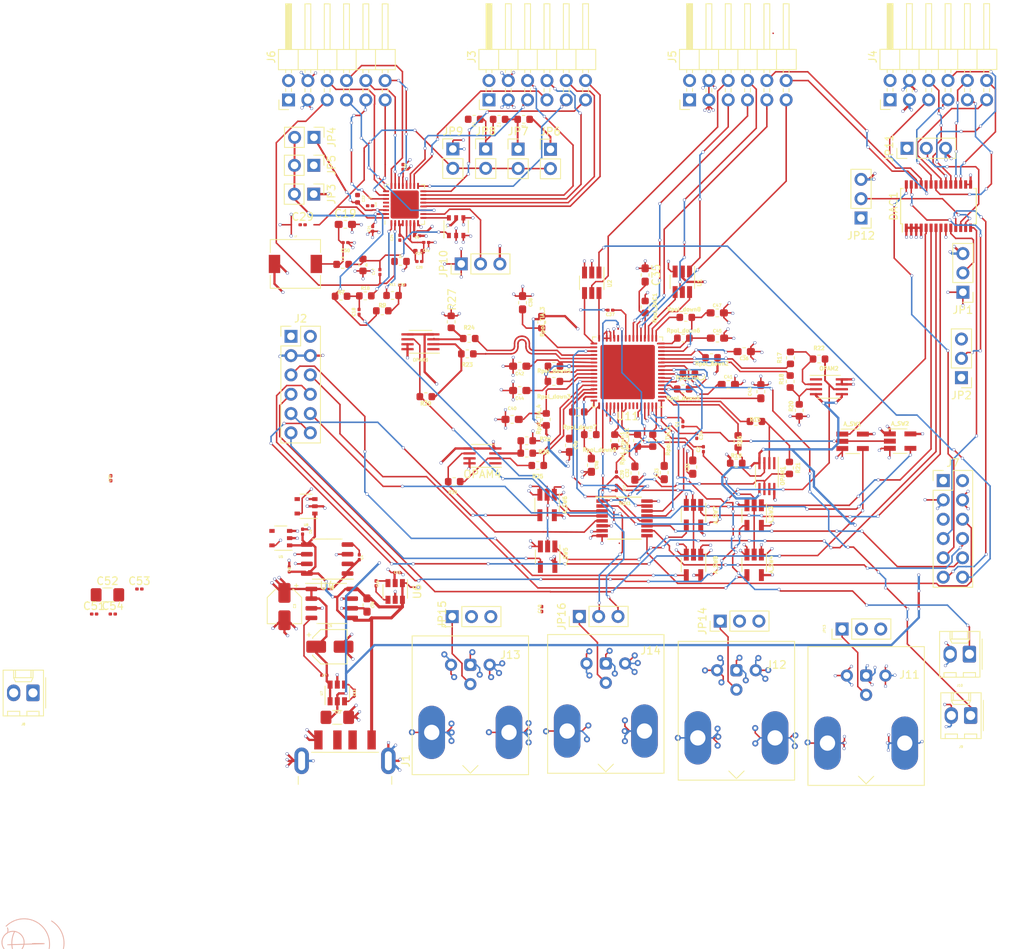
<source format=kicad_pcb>
(kicad_pcb (version 20171130) (host pcbnew 5.1.5+dfsg1-2build2)
  (layers (0 F.Cu signal) (1 In1.Cu power hide) (2 In2.Cu power hide) (31 B.Cu signal) (35 F.Paste user) (37 F.SilkS user) (39 F.Mask user) (44 Edge.Cuts user))
  (net 0 "")
  (net 1 "Net-(A_SW1-Pad2)")
  (net 2 JF1:MIO13)
  (net 3 JF2:MIO10)
  (net 4 "Net-(A_SW3-Pad2)")
  (net 5 JF3:MIO11)
  (net 6 JF4:MIO12)
  (net 7 "Net-(A_SW5-Pad2)")
  (net 8 JF7:MIO0)
  (net 9 JF8:MIO9)
  (net 10 "Net-(A_SW7-Pad2)")
  (net 11 JF9:MIO14)
  (net 12 JF10:MIO15)
  (net 13 VIN_TIA_1)
  (net 14 VIN_TIA_2)
  (net 15 "Net-(C4-Pad1)")
  (net 16 "Net-(C7-Pad1)")
  (net 17 VIN_TIA_3)
  (net 18 VIN_TIA_4)
  (net 19 -3V3)
  (net 20 "Net-(C13-Pad2)")
  (net 21 "Net-(C13-Pad1)")
  (net 22 -5V)
  (net 23 "Net-(C16-Pad2)")
  (net 24 "Net-(C16-Pad1)")
  (net 25 "Net-(C17-Pad2)")
  (net 26 JD10:V18)
  (net 27 "Net-(C18-Pad2)")
  (net 28 ADC_ANALOG_IN)
  (net 29 "Net-(C19-Pad1)")
  (net 30 "Net-(C20-Pad1)")
  (net 31 ADC_SENSE)
  (net 32 ADC_VCM)
  (net 33 ADC_AIN-)
  (net 34 ADC_AIN+)
  (net 35 ADC_REFH)
  (net 36 ADC_REFL)
  (net 37 VOUT_DAC_0)
  (net 38 Rpol_up)
  (net 39 Rpol_down)
  (net 40 Rpol_TIA_1)
  (net 41 VOUT_DAC_2)
  (net 42 Rpol_DAC)
  (net 43 Rpol_TIA_2)
  (net 44 VOUT_DAC_1)
  (net 45 Rpol_TIA_3)
  (net 46 VOUT_DAC_3)
  (net 47 Rpol_TIA_4)
  (net 48 IN_fbAmp_izq_1)
  (net 49 IN_fbAmp_izq_3)
  (net 50 IN_fbAmp_der_1)
  (net 51 IN_fbAmp_der_3)
  (net 52 IN_fbAmp_izq_2)
  (net 53 IN_fbAmp_izq_4)
  (net 54 IN_fbAmp_der_2)
  (net 55 IN_fbAmp_der_4)
  (net 56 DAC_VOUT_A)
  (net 57 DAC_VOUT_B)
  (net 58 DAC_VOUT_C)
  (net 59 DAC_VOUT_D)
  (net 60 DAC_CS')
  (net 61 JA7:N16)
  (net 62 DAC_A0)
  (net 63 DAC_A1)
  (net 64 JA9:J16)
  (net 65 JE1:V12)
  (net 66 JE2:W16)
  (net 67 JE3:J15)
  (net 68 JE4:H15)
  (net 69 JE7:V13)
  (net 70 JE8:U17)
  (net 71 JE9:T17)
  (net 72 JE10:Y17)
  (net 73 JB1:T20)
  (net 74 JB2:U20)
  (net 75 DAC_GAIN)
  (net 76 JA8:L15)
  (net 77 "Net-(J1-Pad2)")
  (net 78 "Net-(J1-Pad3)")
  (net 79 GND_FPGA)
  (net 80 VCC_FPGA)
  (net 81 JC10:U12)
  (net 82 JC9:T12)
  (net 83 JC8:Y14)
  (net 84 JC7:W14)
  (net 85 JC4:T10)
  (net 86 JC3:T11)
  (net 87 JC2:W15)
  (net 88 JC1:V15)
  (net 89 JB3:V20)
  (net 90 JB4:W20)
  (net 91 JB7:Y18)
  (net 92 JB8:Y19)
  (net 93 JB9:W18)
  (net 94 JB10:W19)
  (net 95 JD1:T14)
  (net 96 JD2:T15)
  (net 97 JD3:P14)
  (net 98 JD4:R14)
  (net 99 JD7:U14)
  (net 100 JD8:U15)
  (net 101 JD9:V17)
  (net 102 JA10:J14)
  (net 103 JA4:K14)
  (net 104 JA3:K16)
  (net 105 JA2:L14)
  (net 106 JA1:N15)
  (net 107 -24V)
  (net 108 VIN_ref_disc)
  (net 109 Vadj_inv)
  (net 110 ADC_EXTERNAL_REF)
  (net 111 "Net-(JP6-Pad1)")
  (net 112 "Net-(JP7-Pad1)")
  (net 113 "Net-(JP8-Pad1)")
  (net 114 ADC_SHDN)
  (net 115 CHIP_INT_DIFF1)
  (net 116 CHIP_INT_DIFF2)
  (net 117 CHIP_INT_DIFF3)
  (net 118 CHIP_INT_DIFF4)
  (net 119 VOU_TIA_4)
  (net 120 VOU_TIA_1)
  (net 121 VOU_TIA_2)
  (net 122 VOU_TIA_3)
  (net 123 "Net-(OPAM1-Pad3)")
  (net 124 "Net-(OPAM1-Pad2)")
  (net 125 "Net-(OPAM1-Pad1)")
  (net 126 "Net-(OPAM2-Pad1)")
  (net 127 "Net-(OPAM2-Pad2)")
  (net 128 "Net-(OPAM2-Pad3)")
  (net 129 "Net-(OPAM3-Pad1)")
  (net 130 "Net-(OPAM3-Pad2)")
  (net 131 "Net-(OPAM3-Pad3)")
  (net 132 "Net-(OPAM4-Pad3)")
  (net 133 "Net-(OPAM4-Pad2)")
  (net 134 "Net-(OPAM4-Pad1)")
  (net 135 OUT_fbAmp_izq_1)
  (net 136 OUT_fbAmp_izq_3)
  (net 137 OUT_fbAmp_der_1)
  (net 138 OUT_fbAmp_der_3)
  (net 139 OUT_fbAmp_izq_2)
  (net 140 OUT_fbAmp_izq_4)
  (net 141 OUT_fbAmp_der_2)
  (net 142 OUT_fbAmp_der_4)
  (net 143 VOU_DISC_1)
  (net 144 VOU_DISC_2)
  (net 145 VOU_DISC_4)
  (net 146 VOU_DISC_3)
  (net 147 "Net-(U8-Pad4)")
  (net 148 ADC_CLK)
  (net 149 "Net-(U10-Pad28)")
  (net 150 "Net-(U5-Pad4)")
  (net 151 1.8vD)
  (net 152 1.8vA)
  (net 153 VOUT_int_1+)
  (net 154 VOUT_int_1-)
  (net 155 VOUT_int_2+)
  (net 156 VOUT_int_2-)
  (net 157 VOUT_int_3+)
  (net 158 VOUT_int_3-)
  (net 159 VOUT_int_4+)
  (net 160 VOUT_int_4-)
  (net 161 ADC_MODE)
  (net 162 +5V)
  (net 163 GND)
  (net 164 +3V3)
  (net 165 VIN_TIA_1_EXT)
  (net 166 VIN_TIA_2_EXT)
  (net 167 VIN_TIA_3_EXT)
  (net 168 VIN_TIA_4_EXT)
  (net 169 Detector1)
  (net 170 Detector2)
  (net 171 Detector3)
  (net 172 Detector4)
  (net 173 "Net-(C52-Pad1)")
  (module Capacitor_SMD:C_0201_0603Metric (layer F.Cu) (at 175.74 41.76 90)
    (fp_text reference C24 (at 0 -1.05 90) (layer F.SilkS) (effects (font (size 0.3 0.3) (thickness 0.075))))
    (fp_text value 1uF)
    (pad 2 smd roundrect (at 0.32 0 90) (size 0.46 0.4) (layers F.Cu F.Mask) (net 35 ADC_REFH))
    (pad 1 smd roundrect (at -0.32 0 90) (size 0.46 0.4) (layers F.Cu F.Mask) (net 163 GND))
  )
  (module Capacitor_SMD:C_0402_1005Metric (layer F.Cu) (at 170.18 36.635 270)
    (fp_text reference C22 (at 0.005 -0.78 90) (layer F.SilkS) (effects (font (size 0.3 0.3) (thickness 0.075))))
    (fp_text value 2.2uF)
    (pad 2 smd roundrect (at 0.485 0 270) (size 0.59 0.64) (layers F.Cu F.Paste F.Mask) (net 32 ADC_VCM))
    (pad 1 smd roundrect (at -0.485 0 270) (size 0.59 0.64) (layers F.Cu F.Paste F.Mask) (net 163 GND))
  )
  (module Resistor_SMD:R_0603_1608Metric (layer F.Cu) (at 174.7825 49.36)
    (fp_text reference R11 (at 0 -1.43) (layer F.SilkS) (effects (font (size 0.3 0.3) (thickness 0.075))))
    (fp_text value 25)
    (pad 1 smd roundrect (at -0.7875 0) (size 0.875 0.95) (layers F.Cu F.Paste F.Mask) (net 33 ADC_AIN-))
    (pad 2 smd roundrect (at 0.7875 0) (size 0.875 0.95) (layers F.Cu F.Paste F.Mask) (net 30 "Net-(C20-Pad1)"))
  )
  (module Resistor_SMD:R_0603_1608Metric (layer F.Cu) (at 173.4325 51.38)
    (fp_text reference R9 (at 0.01 -0.71) (layer F.SilkS) (effects (font (size 0.5 0.5) (thickness 0.125))))
    (fp_text value 1K)
    (pad 1 smd roundrect (at -0.7875 0) (size 0.875 0.95) (layers F.Cu F.Paste F.Mask) (net 32 ADC_VCM))
    (pad 2 smd roundrect (at 0.7875 0) (size 0.875 0.95) (layers F.Cu F.Paste F.Mask) (net 30 "Net-(C20-Pad1)"))
  )
  (module Connector_PinHeader_2.54mm:PinHeader_1x03_P2.54mm_Vertical (layer F.Cu) (at 199.34 91.58 90)
    (fp_text reference JP16 (at 0 -2.33 90) (layer F.SilkS))
    (fp_text value "350p | Detector")
    (pad 3 thru_hole oval (at 0 5.08 90) (size 1.7 1.7) (drill 1) (layers *.Cu *.Mask) (net 18 VIN_TIA_4))
    (pad 2 thru_hole oval (at 0 2.54 90) (size 1.7 1.7) (drill 1) (layers *.Cu *.Mask) (net 168 VIN_TIA_4_EXT))
    (pad 1 thru_hole rect (at 0 0 90) (size 1.7 1.7) (drill 1) (layers *.Cu *.Mask) (net 172 Detector4))
  )
  (module Capacitor_SMD:C_0201_0603Metric (layer F.Cu) (at 137.75 73.4 90)
    (fp_text reference C30 (at 0 -0.13 90) (layer F.SilkS) (effects (font (size 0.3 0.3) (thickness 0.075))))
    (fp_text value 0.5uF)
    (pad 2 smd roundrect (at 0.32 0 90) (size 0.46 0.4) (layers F.Cu F.Mask) (net 13 VIN_TIA_1))
    (pad 1 smd roundrect (at -0.32 0 90) (size 0.46 0.4) (layers F.Cu F.Mask) (net 37 VOUT_DAC_0))
  )
  (module Capacitor_SMD:C_0201_0603Metric (layer F.Cu) (at 162.9625 40.06)
    (fp_text reference C29 (at 0 -1.05) (layer F.SilkS))
    (fp_text value 0.1uF)
    (pad 2 smd roundrect (at 0.32 0) (size 0.46 0.4) (layers F.Cu F.Mask) (net 161 ADC_MODE))
    (pad 1 smd roundrect (at -0.32 0) (size 0.46 0.4) (layers F.Cu F.Mask) (net 163 GND))
  )
  (module Capacitor_SMD:C_0201_0603Metric (layer F.Cu) (at 178.3 44.89 180)
    (fp_text reference C28 (at 0 -0.77) (layer F.SilkS) (effects (font (size 0.3 0.3) (thickness 0.075))))
    (fp_text value 0.1uF)
    (pad 2 smd roundrect (at 0.32 0 180) (size 0.46 0.4) (layers F.Cu F.Mask) (net 35 ADC_REFH))
    (pad 1 smd roundrect (at -0.32 0 180) (size 0.46 0.4) (layers F.Cu F.Mask) (net 36 ADC_REFL))
  )
  (module Capacitor_SMD:C_0201_0603Metric (layer F.Cu) (at 138 91.26)
    (fp_text reference C54 (at 0 -1.05) (layer F.SilkS))
    (fp_text value 1uF)
    (pad 2 smd roundrect (at 0.32 0) (size 0.46 0.4) (layers F.Cu F.Mask) (net 163 GND))
    (pad 1 smd roundrect (at -0.32 0) (size 0.46 0.4) (layers F.Cu F.Mask) (net 80 VCC_FPGA))
  )
  (module Capacitor_SMD:C_0201_0603Metric (layer F.Cu) (at 141.5 87.97)
    (fp_text reference C53 (at 0 -1.05) (layer F.SilkS))
    (fp_text value 0.1uF)
    (pad 2 smd roundrect (at 0.32 0) (size 0.46 0.4) (layers F.Cu F.Mask) (net 80 VCC_FPGA))
    (pad 1 smd roundrect (at -0.32 0) (size 0.46 0.4) (layers F.Cu F.Mask) (net 163 GND))
  )
  (module Capacitor_SMD:C_1206_3216Metric_Pad1.42x1.75mm_HandSolder (layer F.Cu) (at 137.3 88.74)
    (fp_text reference C52 (at 0 -1.82) (layer F.SilkS))
    (fp_text value 10uF)
    (pad 2 smd roundrect (at 1.4875 0) (size 1.425 1.75) (layers F.Cu F.Paste F.Mask) (roundrect_rratio 0.175439) (net 80 VCC_FPGA))
    (pad 1 smd roundrect (at -1.4875 0) (size 1.425 1.75) (layers F.Cu F.Paste F.Mask) (roundrect_rratio 0.175439) (net 173 "Net-(C52-Pad1)"))
  )
  (module Capacitor_SMD:C_0201_0603Metric (layer F.Cu) (at 135.55 91.26)
    (fp_text reference C51 (at 0 -1.05) (layer F.SilkS))
    (fp_text value 1uF)
    (pad 2 smd roundrect (at 0.32 0) (size 0.46 0.4) (layers F.Cu F.Mask) (net 163 GND))
    (pad 1 smd roundrect (at -0.32 0) (size 0.46 0.4) (layers F.Cu F.Mask) (net 162 +5V))
  )
  (module Connector_PinHeader_2.54mm:PinHeader_2x06_P2.54mm_Vertical (layer F.Cu) (at 247.18 73.71)
    (fp_text reference J7 (at 1.27 -2.33) (layer F.SilkS))
    (fp_text value Conn_02x06_Top_Bottom)
    (pad 1 thru_hole oval (at 2.54 12.7) (size 1.7 1.7) (drill 1) (layers *.Cu *.Mask) (net 106 JA1:N15))
    (pad 7 thru_hole oval (at 0 12.7) (size 1.7 1.7) (drill 1) (layers *.Cu *.Mask) (net 61 JA7:N16))
    (pad 2 thru_hole oval (at 2.54 10.16) (size 1.7 1.7) (drill 1) (layers *.Cu *.Mask) (net 105 JA2:L14))
    (pad 8 thru_hole oval (at 0 10.16) (size 1.7 1.7) (drill 1) (layers *.Cu *.Mask) (net 76 JA8:L15))
    (pad 3 thru_hole oval (at 2.54 7.62) (size 1.7 1.7) (drill 1) (layers *.Cu *.Mask) (net 104 JA3:K16))
    (pad 9 thru_hole oval (at 0 7.62) (size 1.7 1.7) (drill 1) (layers *.Cu *.Mask) (net 64 JA9:J16))
    (pad 4 thru_hole oval (at 2.54 5.08) (size 1.7 1.7) (drill 1) (layers *.Cu *.Mask) (net 103 JA4:K14))
    (pad 10 thru_hole oval (at 0 5.08) (size 1.7 1.7) (drill 1) (layers *.Cu *.Mask) (net 102 JA10:J14))
    (pad 5 thru_hole oval (at 2.54 2.54) (size 1.7 1.7) (drill 1) (layers *.Cu *.Mask) (net 163 GND))
    (pad 11 thru_hole oval (at 0 2.54) (size 1.7 1.7) (drill 1) (layers *.Cu *.Mask) (net 163 GND))
    (pad 6 thru_hole oval (at 2.54 0) (size 1.7 1.7) (drill 1) (layers *.Cu *.Mask) (net 80 VCC_FPGA))
    (pad 12 thru_hole rect (at 0 0) (size 1.7 1.7) (drill 1) (layers *.Cu *.Mask) (net 80 VCC_FPGA))
  )
  (module Connector_PinHeader_2.54mm:PinHeader_2x06_P2.54mm_Vertical (layer F.Cu) (at 161.43 54.73)
    (fp_text reference J2 (at 1.27 -2.33) (layer F.SilkS))
    (fp_text value Conn_02x06_Top_Bottom)
    (pad 1 thru_hole oval (at 2.54 12.7) (size 1.7 1.7) (drill 1) (layers *.Cu *.Mask) (net 2 JF1:MIO13))
    (pad 7 thru_hole oval (at 0 12.7) (size 1.7 1.7) (drill 1) (layers *.Cu *.Mask) (net 8 JF7:MIO0))
    (pad 2 thru_hole oval (at 2.54 10.16) (size 1.7 1.7) (drill 1) (layers *.Cu *.Mask) (net 3 JF2:MIO10))
    (pad 8 thru_hole oval (at 0 10.16) (size 1.7 1.7) (drill 1) (layers *.Cu *.Mask) (net 9 JF8:MIO9))
    (pad 3 thru_hole oval (at 2.54 7.62) (size 1.7 1.7) (drill 1) (layers *.Cu *.Mask) (net 5 JF3:MIO11))
    (pad 9 thru_hole oval (at 0 7.62) (size 1.7 1.7) (drill 1) (layers *.Cu *.Mask) (net 11 JF9:MIO14))
    (pad 4 thru_hole oval (at 2.54 5.08) (size 1.7 1.7) (drill 1) (layers *.Cu *.Mask) (net 6 JF4:MIO12))
    (pad 10 thru_hole oval (at 0 5.08) (size 1.7 1.7) (drill 1) (layers *.Cu *.Mask) (net 12 JF10:MIO15))
    (pad 5 thru_hole oval (at 2.54 2.54) (size 1.7 1.7) (drill 1) (layers *.Cu *.Mask) (net 163 GND))
    (pad 11 thru_hole oval (at 0 2.54) (size 1.7 1.7) (drill 1) (layers *.Cu *.Mask) (net 163 GND))
    (pad 6 thru_hole oval (at 2.54 0) (size 1.7 1.7) (drill 1) (layers *.Cu *.Mask) (net 80 VCC_FPGA))
    (pad 12 thru_hole rect (at 0 0) (size 1.7 1.7) (drill 1) (layers *.Cu *.Mask) (net 80 VCC_FPGA))
  )
  (module Capacitor_SMD:C_0201_0603Metric (layer F.Cu) (at 215.65 69.58 90)
    (fp_text reference C2 (at -0.03 -0.65 90) (layer F.SilkS) (effects (font (size 0.4 0.4) (thickness 0.1))))
    (fp_text value 350p)
    (pad 2 smd roundrect (at 0.32 0 90) (size 0.46 0.4) (layers F.Cu F.Mask) (net 166 VIN_TIA_2_EXT))
    (pad 1 smd roundrect (at -0.32 0 90) (size 0.46 0.4) (layers F.Cu F.Mask) (net 4 "Net-(A_SW3-Pad2)"))
  )
  (module Connector_PinHeader_2.54mm:PinHeader_1x03_P2.54mm_Vertical (layer F.Cu) (at 182.62 91.6 90)
    (fp_text reference JP15 (at 0.28 -1.32 90) (layer F.SilkS))
    (fp_text value "350p | Detector")
    (pad 3 thru_hole oval (at 0 5.08 90) (size 1.7 1.7) (drill 1) (layers *.Cu *.Mask) (net 17 VIN_TIA_3))
    (pad 2 thru_hole oval (at 0 2.54 90) (size 1.7 1.7) (drill 1) (layers *.Cu *.Mask) (net 167 VIN_TIA_3_EXT))
    (pad 1 thru_hole rect (at 0 0 90) (size 1.7 1.7) (drill 1) (layers *.Cu *.Mask) (net 171 Detector3))
  )
  (module Connector_PinHeader_2.54mm:PinHeader_1x03_P2.54mm_Vertical (layer F.Cu) (at 217.86 92.19 90)
    (fp_text reference JP14 (at 0 -2.33 90) (layer F.SilkS))
    (fp_text value "350p | Detector")
    (pad 3 thru_hole oval (at 0 5.08 90) (size 1.7 1.7) (drill 1) (layers *.Cu *.Mask) (net 14 VIN_TIA_2))
    (pad 2 thru_hole oval (at 0 2.54 90) (size 1.7 1.7) (drill 1) (layers *.Cu *.Mask) (net 166 VIN_TIA_2_EXT))
    (pad 1 thru_hole rect (at 0 0 90) (size 1.7 1.7) (drill 1) (layers *.Cu *.Mask) (net 170 Detector2))
  )
  (module Connector_PinHeader_2.54mm:PinHeader_1x03_P2.54mm_Vertical (layer F.Cu) (at 233.88 93.23 90)
    (fp_text reference JP13 (at 0 -2.33 90) (layer F.SilkS) (effects (font (size 0.3 0.3) (thickness 0.075))))
    (fp_text value "350p | Detector")
    (pad 3 thru_hole oval (at 0 5.08 90) (size 1.7 1.7) (drill 1) (layers *.Cu *.Mask) (net 13 VIN_TIA_1))
    (pad 2 thru_hole oval (at 0 2.54 90) (size 1.7 1.7) (drill 1) (layers *.Cu *.Mask) (net 165 VIN_TIA_1_EXT))
    (pad 1 thru_hole rect (at 0 0 90) (size 1.7 1.7) (drill 1) (layers *.Cu *.Mask) (net 169 Detector1))
  )
  (module Connector_PinHeader_2.54mm:PinHeader_1x03_P2.54mm_Vertical (layer F.Cu) (at 236.37 39.17 180)
    (fp_text reference JP12 (at 0 -2.33) (layer F.SilkS))
    (fp_text value "A1 = 0 (to GND) | A1 = 1 (to 3.3v) ")
    (pad 3 thru_hole oval (at 0 5.08 180) (size 1.7 1.7) (drill 1) (layers *.Cu *.Mask) (net 164 +3V3))
    (pad 2 thru_hole oval (at 0 2.54 180) (size 1.7 1.7) (drill 1) (layers *.Cu *.Mask) (net 63 DAC_A1))
    (pad 1 thru_hole rect (at 0 0 180) (size 1.7 1.7) (drill 1) (layers *.Cu *.Mask) (net 163 GND))
  )
  (module Connector_PinHeader_2.54mm:PinHeader_1x03_P2.54mm_Vertical (layer F.Cu) (at 242.41 30 90)
    (fp_text reference JP11 (at 0 -2.33 90) (layer F.SilkS))
    (fp_text value "A0 = 0 (to GND) | A0 = 1 (to 3.3v) ")
    (pad 3 thru_hole oval (at 0 5.08 90) (size 1.7 1.7) (drill 1) (layers *.Cu *.Mask) (net 164 +3V3))
    (pad 2 thru_hole oval (at 0 2.54 90) (size 1.7 1.7) (drill 1) (layers *.Cu *.Mask) (net 62 DAC_A0))
    (pad 1 thru_hole rect (at 0 0 90) (size 1.7 1.7) (drill 1) (layers *.Cu *.Mask) (net 163 GND))
  )
  (module Connector_PinHeader_2.54mm:PinHeader_1x03_P2.54mm_Vertical (layer F.Cu) (at 183.81 45.21 90)
    (fp_text reference JP10 (at 0 -2.33 90) (layer F.SilkS))
    (fp_text value Jumper_3_Bridged12)
    (pad 3 thru_hole oval (at 0 5.08 90) (size 1.7 1.7) (drill 1) (layers *.Cu *.Mask) (net 164 +3V3))
    (pad 2 thru_hole oval (at 0 2.54 90) (size 1.7 1.7) (drill 1) (layers *.Cu *.Mask) (net 114 ADC_SHDN))
    (pad 1 thru_hole rect (at 0 0 90) (size 1.7 1.7) (drill 1) (layers *.Cu *.Mask) (net 163 GND))
  )
  (module Connector_PinHeader_2.54mm:PinHeader_1x02_P2.54mm_Vertical (layer F.Cu) (at 182.71 30.09)
    (fp_text reference JP9 (at 0 -2.33) (layer F.SilkS))
    (fp_text value GND)
    (pad 2 thru_hole oval (at 0 2.54) (size 1.7 1.7) (drill 1) (layers *.Cu *.Mask) (net 161 ADC_MODE))
    (pad 1 thru_hole rect (at 0 0) (size 1.7 1.7) (drill 1) (layers *.Cu *.Mask) (net 163 GND))
  )
  (module Connector_PinHeader_2.54mm:PinHeader_1x02_P2.54mm_Vertical (layer F.Cu) (at 187.03 30.09)
    (fp_text reference JP8 (at 0 -2.33) (layer F.SilkS))
    (fp_text value 1/3VDD)
    (pad 2 thru_hole oval (at 0 2.54) (size 1.7 1.7) (drill 1) (layers *.Cu *.Mask) (net 161 ADC_MODE))
    (pad 1 thru_hole rect (at 0 0) (size 1.7 1.7) (drill 1) (layers *.Cu *.Mask) (net 113 "Net-(JP8-Pad1)"))
  )
  (module Connector_PinHeader_2.54mm:PinHeader_1x02_P2.54mm_Vertical (layer F.Cu) (at 191.29 30.11)
    (fp_text reference JP7 (at 0 -2.33) (layer F.SilkS))
    (fp_text value 2/3VDD)
    (pad 2 thru_hole oval (at 0 2.54) (size 1.7 1.7) (drill 1) (layers *.Cu *.Mask) (net 161 ADC_MODE))
    (pad 1 thru_hole rect (at 0 0) (size 1.7 1.7) (drill 1) (layers *.Cu *.Mask) (net 112 "Net-(JP7-Pad1)"))
  )
  (module Connector_PinHeader_2.54mm:PinHeader_1x02_P2.54mm_Vertical (layer F.Cu) (at 195.54 30.13)
    (fp_text reference JP6 (at 0 -2.33) (layer F.SilkS))
    (fp_text value VDD)
    (pad 2 thru_hole oval (at 0 2.54) (size 1.7 1.7) (drill 1) (layers *.Cu *.Mask) (net 161 ADC_MODE))
    (pad 1 thru_hole rect (at 0 0) (size 1.7 1.7) (drill 1) (layers *.Cu *.Mask) (net 111 "Net-(JP6-Pad1)"))
  )
  (module Connector_PinHeader_2.54mm:PinHeader_1x02_P2.54mm_Vertical (layer F.Cu) (at 164.43 32.24 270)
    (fp_text reference JP5 (at 0 -2.33 90) (layer F.SilkS))
    (fp_text value 1/3VDD)
    (pad 2 thru_hole oval (at 0 2.54 270) (size 1.7 1.7) (drill 1) (layers *.Cu *.Mask) (net 31 ADC_SENSE))
    (pad 1 thru_hole rect (at 0 0 270) (size 1.7 1.7) (drill 1) (layers *.Cu *.Mask) (net 110 ADC_EXTERNAL_REF))
  )
  (module Connector_PinHeader_2.54mm:PinHeader_1x02_P2.54mm_Vertical (layer F.Cu) (at 164.45 28.56 270)
    (fp_text reference JP4 (at 0 -2.33 90) (layer F.SilkS))
    (fp_text value 2/3VDD)
    (pad 2 thru_hole oval (at 0 2.54 270) (size 1.7 1.7) (drill 1) (layers *.Cu *.Mask) (net 31 ADC_SENSE))
    (pad 1 thru_hole rect (at 0 0 270) (size 1.7 1.7) (drill 1) (layers *.Cu *.Mask) (net 32 ADC_VCM))
  )
  (module Connector_PinHeader_2.54mm:PinHeader_1x02_P2.54mm_Vertical (layer F.Cu) (at 164.42 36.03 270)
    (fp_text reference JP3 (at 0 -2.33 90) (layer F.SilkS))
    (fp_text value VDD)
    (pad 2 thru_hole oval (at 0 2.54 270) (size 1.7 1.7) (drill 1) (layers *.Cu *.Mask) (net 31 ADC_SENSE))
    (pad 1 thru_hole rect (at 0 0 270) (size 1.7 1.7) (drill 1) (layers *.Cu *.Mask) (net 164 +3V3))
  )
  (module Connector_PinHeader_2.54mm:PinHeader_1x03_P2.54mm_Vertical (layer F.Cu) (at 249.57 60.17 180)
    (fp_text reference JP2 (at 0 -2.33) (layer F.SilkS))
    (fp_text value "GAIN = 1 (GND) | GAIN = 2 (VDD)")
    (pad 3 thru_hole oval (at 0 5.08 180) (size 1.7 1.7) (drill 1) (layers *.Cu *.Mask) (net 164 +3V3))
    (pad 2 thru_hole oval (at 0 2.54 180) (size 1.7 1.7) (drill 1) (layers *.Cu *.Mask) (net 75 DAC_GAIN))
    (pad 1 thru_hole rect (at 0 0 180) (size 1.7 1.7) (drill 1) (layers *.Cu *.Mask) (net 163 GND))
  )
  (module Connector_PinHeader_2.54mm:PinHeader_1x03_P2.54mm_Vertical (layer F.Cu) (at 249.76 48.93 180)
    (fp_text reference JP1 (at 0 -2.33) (layer F.SilkS))
    (fp_text value "GND -> Normal op. | 3.3v -> NO data trasnfer")
    (pad 3 thru_hole oval (at 0 5.08 180) (size 1.7 1.7) (drill 1) (layers *.Cu *.Mask) (net 164 +3V3))
    (pad 2 thru_hole oval (at 0 2.54 180) (size 1.7 1.7) (drill 1) (layers *.Cu *.Mask) (net 60 DAC_CS'))
    (pad 1 thru_hole rect (at 0 0 180) (size 1.7 1.7) (drill 1) (layers *.Cu *.Mask) (net 163 GND))
  )
  (module Connector_Coaxial:BNC_Win_364A2x95_Horizontal (layer F.Cu) (at 202.82 97.76 180)
    (fp_text reference J14 (at -5.89 1.69) (layer F.SilkS))
    (fp_text value Conn_01x03_Male)
    (pad 3 thru_hole circle (at 2.54 0 180) (size 1.6 1.6) (drill 0.89) (layers *.Cu *.Mask) (net 163 GND))
    (pad 2 thru_hole circle (at 0 -2.54 180) (size 1.6 1.6) (drill 0.89) (layers *.Cu *.Mask) (net 172 Detector4))
    (pad 3 thru_hole circle (at -2.54 0 180) (size 1.6 1.6) (drill 0.89) (layers *.Cu *.Mask) (net 163 GND))
    (pad 1 thru_hole roundrect (at 0 0 180) (size 1.6 1.6) (drill 0.89) (layers *.Cu *.Mask) (net 163 GND))
    (pad 3 thru_hole oval (at 5.08 -8.89 180) (size 3.5 7) (drill 2.01) (layers *.Cu *.Mask) (net 163 GND))
    (pad 3 thru_hole oval (at -5.08 -8.89 180) (size 3.5 7) (drill 2.01) (layers *.Cu *.Mask) (net 163 GND))
  )
  (module Connector_Coaxial:BNC_Win_364A2x95_Horizontal (layer F.Cu) (at 185.01 97.94 180)
    (fp_text reference J13 (at -5.26 1.3) (layer F.SilkS))
    (fp_text value Conn_01x03_Male)
    (pad 3 thru_hole circle (at 2.54 0 180) (size 1.6 1.6) (drill 0.89) (layers *.Cu *.Mask) (net 163 GND))
    (pad 2 thru_hole circle (at 0 -2.54 180) (size 1.6 1.6) (drill 0.89) (layers *.Cu *.Mask) (net 171 Detector3))
    (pad 3 thru_hole circle (at -2.54 0 180) (size 1.6 1.6) (drill 0.89) (layers *.Cu *.Mask) (net 163 GND))
    (pad 1 thru_hole roundrect (at 0 0 180) (size 1.6 1.6) (drill 0.89) (layers *.Cu *.Mask) (net 163 GND))
    (pad 3 thru_hole oval (at 5.08 -8.89 180) (size 3.5 7) (drill 2.01) (layers *.Cu *.Mask) (net 163 GND))
    (pad 3 thru_hole oval (at -5.08 -8.89 180) (size 3.5 7) (drill 2.01) (layers *.Cu *.Mask) (net 163 GND))
  )
  (module Connector_Coaxial:BNC_Win_364A2x95_Horizontal (layer F.Cu) (at 219.99 98.66 180)
    (fp_text reference J12 (at -5.25 0.72) (layer F.SilkS))
    (fp_text value Conn_01x03_Male)
    (pad 3 thru_hole circle (at 2.54 0 180) (size 1.6 1.6) (drill 0.89) (layers *.Cu *.Mask) (net 163 GND))
    (pad 2 thru_hole circle (at 0 -2.54 180) (size 1.6 1.6) (drill 0.89) (layers *.Cu *.Mask) (net 170 Detector2))
    (pad 3 thru_hole circle (at -2.54 0 180) (size 1.6 1.6) (drill 0.89) (layers *.Cu *.Mask) (net 163 GND))
    (pad 1 thru_hole roundrect (at 0 0 180) (size 1.6 1.6) (drill 0.89) (layers *.Cu *.Mask) (net 163 GND))
    (pad 3 thru_hole oval (at 5.08 -8.89 180) (size 3.5 7) (drill 2.01) (layers *.Cu *.Mask) (net 163 GND))
    (pad 3 thru_hole oval (at -5.08 -8.89 180) (size 3.5 7) (drill 2.01) (layers *.Cu *.Mask) (net 163 GND))
  )
  (module Connector_Coaxial:BNC_Win_364A2x95_Horizontal (layer F.Cu) (at 237.04 99.35 180)
    (fp_text reference J11 (at -5.69 0.1) (layer F.SilkS))
    (fp_text value Conn_01x03_Male)
    (pad 3 thru_hole circle (at 2.54 0 180) (size 1.6 1.6) (drill 0.89) (layers *.Cu *.Mask) (net 163 GND))
    (pad 2 thru_hole circle (at 0 -2.54 180) (size 1.6 1.6) (drill 0.89) (layers *.Cu *.Mask) (net 169 Detector1))
    (pad 3 thru_hole circle (at -2.54 0 180) (size 1.6 1.6) (drill 0.89) (layers *.Cu *.Mask) (net 163 GND))
    (pad 1 thru_hole roundrect (at 0 0 180) (size 1.6 1.6) (drill 0.89) (layers *.Cu *.Mask) (net 163 GND))
    (pad 3 thru_hole oval (at 5.08 -8.89 180) (size 3.5 7) (drill 2.01) (layers *.Cu *.Mask) (net 163 GND))
    (pad 3 thru_hole oval (at -5.08 -8.89 180) (size 3.5 7) (drill 2.01) (layers *.Cu *.Mask) (net 163 GND))
  )
  (module Capacitor_SMD:CP_Elec_4x3 (layer F.Cu) (at 166.54 95.56)
    (fp_text reference C5 (at 0.01 -2.74) (layer F.SilkS) (effects (font (size 0.3 0.3) (thickness 0.075))))
    (fp_text value 10uF)
    (pad 2 smd roundrect (at 1.8 0) (size 2.6 1.6) (layers F.Cu F.Paste F.Mask) (roundrect_rratio 0.15625) (net 163 GND))
    (pad 1 smd roundrect (at -1.8 0) (size 2.6 1.6) (layers F.Cu F.Paste F.Mask) (roundrect_rratio 0.15625) (net 164 +3V3))
  )
  (module Capacitor_SMD:CP_Elec_4x3 (layer F.Cu) (at 160.57 90.28 270)
    (fp_text reference C3 (at -0.06 -1.35 90) (layer F.SilkS) (effects (font (size 0.3 0.3) (thickness 0.075))))
    (fp_text value 10uF)
    (pad 2 smd roundrect (at 1.8 0 270) (size 2.6 1.6) (layers F.Cu F.Paste F.Mask) (roundrect_rratio 0.15625) (net 163 GND))
    (pad 1 smd roundrect (at -1.8 0 270) (size 2.6 1.6) (layers F.Cu F.Paste F.Mask) (roundrect_rratio 0.15625) (net 164 +3V3))
  )
  (module Connector_PinHeader_2.54mm:PinHeader_2x06_P2.54mm_Horizontal (layer F.Cu) (at 161.11 23.64 90)
    (fp_text reference J6 (at 5.655 -2.27 90) (layer F.SilkS))
    (fp_text value Conn_02x06_Top_Bottom)
    (pad 1 thru_hole oval (at 2.54 12.7 90) (size 1.7 1.7) (drill 1) (layers *.Cu *.Mask) (net 95 JD1:T14))
    (pad 7 thru_hole oval (at 0 12.7 90) (size 1.7 1.7) (drill 1) (layers *.Cu *.Mask) (net 99 JD7:U14))
    (pad 2 thru_hole oval (at 2.54 10.16 90) (size 1.7 1.7) (drill 1) (layers *.Cu *.Mask) (net 96 JD2:T15))
    (pad 8 thru_hole oval (at 0 10.16 90) (size 1.7 1.7) (drill 1) (layers *.Cu *.Mask) (net 100 JD8:U15))
    (pad 3 thru_hole oval (at 2.54 7.62 90) (size 1.7 1.7) (drill 1) (layers *.Cu *.Mask) (net 97 JD3:P14))
    (pad 9 thru_hole oval (at 0 7.62 90) (size 1.7 1.7) (drill 1) (layers *.Cu *.Mask) (net 101 JD9:V17))
    (pad 4 thru_hole oval (at 2.54 5.08 90) (size 1.7 1.7) (drill 1) (layers *.Cu *.Mask) (net 98 JD4:R14))
    (pad 10 thru_hole oval (at 0 5.08 90) (size 1.7 1.7) (drill 1) (layers *.Cu *.Mask) (net 26 JD10:V18))
    (pad 5 thru_hole oval (at 2.54 2.54 90) (size 1.7 1.7) (drill 1) (layers *.Cu *.Mask) (net 163 GND))
    (pad 11 thru_hole oval (at 0 2.54 90) (size 1.7 1.7) (drill 1) (layers *.Cu *.Mask) (net 163 GND))
    (pad 6 thru_hole oval (at 2.54 0 90) (size 1.7 1.7) (drill 1) (layers *.Cu *.Mask) (net 80 VCC_FPGA))
    (pad 12 thru_hole rect (at 0 0 90) (size 1.7 1.7) (drill 1) (layers *.Cu *.Mask) (net 80 VCC_FPGA))
  )
  (module Connector_PinHeader_2.54mm:PinHeader_2x06_P2.54mm_Horizontal (layer F.Cu) (at 213.83 23.63 90)
    (fp_text reference J5 (at 5.655 -2.27 90) (layer F.SilkS))
    (fp_text value Conn_02x06_Top_Bottom)
    (pad 1 thru_hole oval (at 2.54 12.7 90) (size 1.7 1.7) (drill 1) (layers *.Cu *.Mask) (net 73 JB1:T20))
    (pad 7 thru_hole oval (at 0 12.7 90) (size 1.7 1.7) (drill 1) (layers *.Cu *.Mask) (net 91 JB7:Y18))
    (pad 2 thru_hole oval (at 2.54 10.16 90) (size 1.7 1.7) (drill 1) (layers *.Cu *.Mask) (net 74 JB2:U20))
    (pad 8 thru_hole oval (at 0 10.16 90) (size 1.7 1.7) (drill 1) (layers *.Cu *.Mask) (net 92 JB8:Y19))
    (pad 3 thru_hole oval (at 2.54 7.62 90) (size 1.7 1.7) (drill 1) (layers *.Cu *.Mask) (net 89 JB3:V20))
    (pad 9 thru_hole oval (at 0 7.62 90) (size 1.7 1.7) (drill 1) (layers *.Cu *.Mask) (net 93 JB9:W18))
    (pad 4 thru_hole oval (at 2.54 5.08 90) (size 1.7 1.7) (drill 1) (layers *.Cu *.Mask) (net 90 JB4:W20))
    (pad 10 thru_hole oval (at 0 5.08 90) (size 1.7 1.7) (drill 1) (layers *.Cu *.Mask) (net 94 JB10:W19))
    (pad 5 thru_hole oval (at 2.54 2.54 90) (size 1.7 1.7) (drill 1) (layers *.Cu *.Mask) (net 163 GND))
    (pad 11 thru_hole oval (at 0 2.54 90) (size 1.7 1.7) (drill 1) (layers *.Cu *.Mask) (net 163 GND))
    (pad 6 thru_hole oval (at 2.54 0 90) (size 1.7 1.7) (drill 1) (layers *.Cu *.Mask) (net 80 VCC_FPGA))
    (pad 12 thru_hole rect (at 0 0 90) (size 1.7 1.7) (drill 1) (layers *.Cu *.Mask) (net 80 VCC_FPGA))
  )
  (module Connector_PinHeader_2.54mm:PinHeader_2x06_P2.54mm_Horizontal (layer F.Cu) (at 240.19 23.62 90)
    (fp_text reference J4 (at 5.655 -2.27 90) (layer F.SilkS))
    (fp_text value Conn_02x06_Top_Bottom)
    (pad 1 thru_hole oval (at 2.54 12.7 90) (size 1.7 1.7) (drill 1) (layers *.Cu *.Mask) (net 65 JE1:V12))
    (pad 7 thru_hole oval (at 0 12.7 90) (size 1.7 1.7) (drill 1) (layers *.Cu *.Mask) (net 69 JE7:V13))
    (pad 2 thru_hole oval (at 2.54 10.16 90) (size 1.7 1.7) (drill 1) (layers *.Cu *.Mask) (net 66 JE2:W16))
    (pad 8 thru_hole oval (at 0 10.16 90) (size 1.7 1.7) (drill 1) (layers *.Cu *.Mask) (net 70 JE8:U17))
    (pad 3 thru_hole oval (at 2.54 7.62 90) (size 1.7 1.7) (drill 1) (layers *.Cu *.Mask) (net 67 JE3:J15))
    (pad 9 thru_hole oval (at 0 7.62 90) (size 1.7 1.7) (drill 1) (layers *.Cu *.Mask) (net 71 JE9:T17))
    (pad 4 thru_hole oval (at 2.54 5.08 90) (size 1.7 1.7) (drill 1) (layers *.Cu *.Mask) (net 68 JE4:H15))
    (pad 10 thru_hole oval (at 0 5.08 90) (size 1.7 1.7) (drill 1) (layers *.Cu *.Mask) (net 72 JE10:Y17))
    (pad 5 thru_hole oval (at 2.54 2.54 90) (size 1.7 1.7) (drill 1) (layers *.Cu *.Mask) (net 163 GND))
    (pad 11 thru_hole oval (at 0 2.54 90) (size 1.7 1.7) (drill 1) (layers *.Cu *.Mask) (net 163 GND))
    (pad 6 thru_hole oval (at 2.54 0 90) (size 1.7 1.7) (drill 1) (layers *.Cu *.Mask) (net 80 VCC_FPGA))
    (pad 12 thru_hole rect (at 0 0 90) (size 1.7 1.7) (drill 1) (layers *.Cu *.Mask) (net 80 VCC_FPGA))
  )
  (module Connector_PinHeader_2.54mm:PinHeader_2x06_P2.54mm_Horizontal (layer F.Cu) (at 187.46 23.63 90)
    (fp_text reference J3 (at 5.655 -2.27 90) (layer F.SilkS))
    (fp_text value Conn_02x06_Top_Bottom)
    (pad 1 thru_hole oval (at 2.54 12.7 90) (size 1.7 1.7) (drill 1) (layers *.Cu *.Mask) (net 88 JC1:V15))
    (pad 7 thru_hole oval (at 0 12.7 90) (size 1.7 1.7) (drill 1) (layers *.Cu *.Mask) (net 84 JC7:W14))
    (pad 2 thru_hole oval (at 2.54 10.16 90) (size 1.7 1.7) (drill 1) (layers *.Cu *.Mask) (net 87 JC2:W15))
    (pad 8 thru_hole oval (at 0 10.16 90) (size 1.7 1.7) (drill 1) (layers *.Cu *.Mask) (net 83 JC8:Y14))
    (pad 3 thru_hole oval (at 2.54 7.62 90) (size 1.7 1.7) (drill 1) (layers *.Cu *.Mask) (net 86 JC3:T11))
    (pad 9 thru_hole oval (at 0 7.62 90) (size 1.7 1.7) (drill 1) (layers *.Cu *.Mask) (net 82 JC9:T12))
    (pad 4 thru_hole oval (at 2.54 5.08 90) (size 1.7 1.7) (drill 1) (layers *.Cu *.Mask) (net 85 JC4:T10))
    (pad 10 thru_hole oval (at 0 5.08 90) (size 1.7 1.7) (drill 1) (layers *.Cu *.Mask) (net 81 JC10:U12))
    (pad 5 thru_hole oval (at 2.54 2.54 90) (size 1.7 1.7) (drill 1) (layers *.Cu *.Mask) (net 163 GND))
    (pad 11 thru_hole oval (at 0 2.54 90) (size 1.7 1.7) (drill 1) (layers *.Cu *.Mask) (net 163 GND))
    (pad 6 thru_hole oval (at 2.54 0 90) (size 1.7 1.7) (drill 1) (layers *.Cu *.Mask) (net 80 VCC_FPGA))
    (pad 12 thru_hole rect (at 0 0 90) (size 1.7 1.7) (drill 1) (layers *.Cu *.Mask) (net 80 VCC_FPGA))
  )
  (module Capacitor_SMD:C_0201_0603Metric (layer F.Cu) (at 171.83 37.56)
    (fp_text reference C14 (at 0 -1.05) (layer F.SilkS) (effects (font (size 0.2 0.2) (thickness 0.05))))
    (fp_text value 0.1uF)
    (pad 2 smd roundrect (at 0.32 0) (size 0.46 0.4) (layers F.Cu F.Mask) (net 80 VCC_FPGA))
    (pad 1 smd roundrect (at -0.32 0) (size 0.46 0.4) (layers F.Cu F.Mask) (net 163 GND))
  )
  (module Capacitor_SMD:C_0201_0603Metric (layer F.Cu) (at 178 41.51 180)
    (fp_text reference C9 (at 0.01 -0.24) (layer F.SilkS) (effects (font (size 0.3 0.3) (thickness 0.075))))
    (fp_text value 0.1uF)
    (pad 2 smd roundrect (at 0.32 0 180) (size 0.46 0.4) (layers F.Cu F.Mask) (net 164 +3V3))
    (pad 1 smd roundrect (at -0.32 0 180) (size 0.46 0.4) (layers F.Cu F.Mask) (net 163 GND))
  )
  (module Resistor_SMD:R_0603_1608Metric (layer F.Cu) (at 182.8875 73.84 180)
    (fp_text reference R30 (at 0.1875 -1.4) (layer F.SilkS) (effects (font (size 0.4 0.4) (thickness 0.1))))
    (fp_text value 100)
    (pad 1 smd roundrect (at -0.7875 0 180) (size 0.875 0.95) (layers F.Cu F.Paste F.Mask) (net 133 "Net-(OPAM4-Pad2)"))
    (pad 2 smd roundrect (at 0.7875 0 180) (size 0.875 0.95) (layers F.Cu F.Paste F.Mask) (net 118 CHIP_INT_DIFF4))
  )
  (module Capacitor_SMD:C_0201_0603Metric (layer F.Cu) (at 168.5925 42.4 180)
    (fp_text reference C50 (at 0 -1.05) (layer F.SilkS) (effects (font (size 0.4 0.4) (thickness 0.1))))
    (fp_text value 0.1uF)
    (pad 2 smd roundrect (at 0.32 0 180) (size 0.46 0.4) (layers F.Cu F.Mask) (net 29 "Net-(C19-Pad1)"))
    (pad 1 smd roundrect (at -0.32 0 180) (size 0.46 0.4) (layers F.Cu F.Mask) (net 163 GND))
  )
  (module Capacitor_SMD:C_0603_1608Metric_Pad1.05x0.95mm_HandSolder (layer F.Cu) (at 171.42 90.075 270)
    (fp_text reference C49 (at -0.01 -0.78 90) (layer F.SilkS) (effects (font (size 0.3 0.3) (thickness 0.075))))
    (fp_text value 10uF)
    (pad 2 smd roundrect (at 0.875 0 270) (size 1.05 0.95) (layers F.Cu F.Paste F.Mask) (net 163 GND))
    (pad 1 smd roundrect (at -0.875 0 270) (size 1.05 0.95) (layers F.Cu F.Paste F.Mask) (net 162 +5V))
  )
  (module Capacitor_SMD:C_0603_1608Metric_Pad1.05x0.95mm_HandSolder (layer F.Cu) (at 200.92 71.6775 270)
    (fp_text reference C48 (at -0.0275 -0.71 90) (layer F.SilkS) (effects (font (size 0.4 0.4) (thickness 0.1))))
    (fp_text value 20uF)
    (pad 2 smd roundrect (at 0.875 0 270) (size 1.05 0.95) (layers F.Cu F.Paste F.Mask) (net 163 GND))
    (pad 1 smd roundrect (at -0.875 0 270) (size 1.05 0.95) (layers F.Cu F.Paste F.Mask) (net 55 IN_fbAmp_der_4))
  )
  (module Capacitor_SMD:C_0603_1608Metric_Pad1.05x0.95mm_HandSolder (layer F.Cu) (at 217.4675 51.65)
    (fp_text reference C47 (at -0.0175 -0.97) (layer F.SilkS) (effects (font (size 0.4 0.4) (thickness 0.1))))
    (fp_text value 20uF)
    (pad 2 smd roundrect (at 0.875 0) (size 1.05 0.95) (layers F.Cu F.Paste F.Mask) (net 163 GND))
    (pad 1 smd roundrect (at -0.875 0) (size 1.05 0.95) (layers F.Cu F.Paste F.Mask) (net 54 IN_fbAmp_der_2))
  )
  (module Capacitor_SMD:C_0603_1608Metric_Pad1.05x0.95mm_HandSolder (layer F.Cu) (at 198.04 69.07 270)
    (fp_text reference C46 (at -0.0275 -0.85 90) (layer F.SilkS) (effects (font (size 0.4 0.4) (thickness 0.1))))
    (fp_text value 20uF)
    (pad 2 smd roundrect (at 0.875 0 270) (size 1.05 0.95) (layers F.Cu F.Paste F.Mask) (net 163 GND))
    (pad 1 smd roundrect (at -0.875 0 270) (size 1.05 0.95) (layers F.Cu F.Paste F.Mask) (net 53 IN_fbAmp_izq_4))
  )
  (module Capacitor_SMD:C_0603_1608Metric_Pad1.05x0.95mm_HandSolder (layer F.Cu) (at 217.4975 54.97)
    (fp_text reference C45 (at -0.0175 -0.94) (layer F.SilkS) (effects (font (size 0.4 0.4) (thickness 0.1))))
    (fp_text value 20uF)
    (pad 2 smd roundrect (at 0.875 0) (size 1.05 0.95) (layers F.Cu F.Paste F.Mask) (net 163 GND))
    (pad 1 smd roundrect (at -0.875 0) (size 1.05 0.95) (layers F.Cu F.Paste F.Mask) (net 52 IN_fbAmp_izq_2))
  )
  (module Capacitor_SMD:C_0603_1608Metric_Pad1.05x0.95mm_HandSolder (layer F.Cu) (at 191.5025 61.86 180)
    (fp_text reference C44 (at 0.0125 -1.03) (layer F.SilkS) (effects (font (size 0.4 0.4) (thickness 0.1))))
    (fp_text value 20uF)
    (pad 2 smd roundrect (at 0.875 0 180) (size 1.05 0.95) (layers F.Cu F.Paste F.Mask) (net 163 GND))
    (pad 1 smd roundrect (at -0.875 0 180) (size 1.05 0.95) (layers F.Cu F.Paste F.Mask) (net 51 IN_fbAmp_der_3))
  )
  (module Capacitor_SMD:C_0603_1608Metric_Pad1.05x0.95mm_HandSolder (layer F.Cu) (at 223.2 62.015 90)
    (fp_text reference C43 (at 0 -1.43 90) (layer F.SilkS) (effects (font (size 0.4 0.4) (thickness 0.1))))
    (fp_text value 20uF)
    (pad 2 smd roundrect (at 0.875 0 90) (size 1.05 0.95) (layers F.Cu F.Paste F.Mask) (net 163 GND))
    (pad 1 smd roundrect (at -0.875 0 90) (size 1.05 0.95) (layers F.Cu F.Paste F.Mask) (net 50 IN_fbAmp_der_1))
  )
  (module Capacitor_SMD:C_0603_1608Metric_Pad1.05x0.95mm_HandSolder (layer F.Cu) (at 191.5025 58.66 180)
    (fp_text reference C42 (at 0.0125 -0.99) (layer F.SilkS) (effects (font (size 0.4 0.4) (thickness 0.1))))
    (fp_text value 20uF)
    (pad 2 smd roundrect (at 0.875 0 180) (size 1.05 0.95) (layers F.Cu F.Paste F.Mask) (net 163 GND))
    (pad 1 smd roundrect (at -0.875 0 180) (size 1.05 0.95) (layers F.Cu F.Paste F.Mask) (net 49 IN_fbAmp_izq_3))
  )
  (module Capacitor_SMD:C_0603_1608Metric_Pad1.05x0.95mm_HandSolder (layer F.Cu) (at 218.9225 61.07)
    (fp_text reference C41 (at 0 -1) (layer F.SilkS) (effects (font (size 0.4 0.4) (thickness 0.1))))
    (fp_text value 20uF)
    (pad 2 smd roundrect (at 0.875 0) (size 1.05 0.95) (layers F.Cu F.Paste F.Mask) (net 163 GND))
    (pad 1 smd roundrect (at -0.875 0) (size 1.05 0.95) (layers F.Cu F.Paste F.Mask) (net 48 IN_fbAmp_izq_1))
  )
  (module Capacitor_SMD:C_0603_1608Metric_Pad1.05x0.95mm_HandSolder (layer F.Cu) (at 190.5025 65.66)
    (fp_text reference C40 (at 0 -1.43) (layer F.SilkS) (effects (font (size 0.4 0.4) (thickness 0.1))))
    (fp_text value 20uF)
    (pad 2 smd roundrect (at 0.875 0) (size 1.05 0.95) (layers F.Cu F.Paste F.Mask) (net 47 Rpol_TIA_4))
    (pad 1 smd roundrect (at -0.875 0) (size 1.05 0.95) (layers F.Cu F.Paste F.Mask) (net 163 GND))
  )
  (module Capacitor_SMD:C_0201_0603Metric (layer F.Cu) (at 204.22 72.89 270)
    (fp_text reference C39 (at 0 -0.74 90) (layer F.SilkS) (effects (font (size 0.4 0.4) (thickness 0.1))))
    (fp_text value 0.5uF)
    (pad 2 smd roundrect (at 0.32 0 270) (size 0.46 0.4) (layers F.Cu F.Mask) (net 18 VIN_TIA_4))
    (pad 1 smd roundrect (at -0.32 0 270) (size 0.46 0.4) (layers F.Cu F.Mask) (net 46 VOUT_DAC_3))
  )
  (module Capacitor_SMD:C_0603_1608Metric_Pad1.05x0.95mm_HandSolder (layer F.Cu) (at 191.87 50.3125 270)
    (fp_text reference C38 (at -0.0325 -1.06 90) (layer F.SilkS) (effects (font (size 0.4 0.4) (thickness 0.1))))
    (fp_text value 20uF)
    (pad 2 smd roundrect (at 0.875 0 270) (size 1.05 0.95) (layers F.Cu F.Paste F.Mask) (net 45 Rpol_TIA_3))
    (pad 1 smd roundrect (at -0.875 0 270) (size 1.05 0.95) (layers F.Cu F.Paste F.Mask) (net 163 GND))
  )
  (module Capacitor_SMD:C_0201_0603Metric (layer F.Cu) (at 203.41 51.29 180)
    (fp_text reference C37 (at 0 -0.57) (layer F.SilkS) (effects (font (size 0.4 0.4) (thickness 0.1))))
    (fp_text value 0.5uF)
    (pad 2 smd roundrect (at 0.32 0 180) (size 0.46 0.4) (layers F.Cu F.Mask) (net 17 VIN_TIA_3))
    (pad 1 smd roundrect (at -0.32 0 180) (size 0.46 0.4) (layers F.Cu F.Mask) (net 44 VOUT_DAC_1))
  )
  (module Capacitor_SMD:C_0603_1608Metric_Pad1.05x0.95mm_HandSolder (layer F.Cu) (at 221.015 56.74 180)
    (fp_text reference C36 (at 0.015 -0.92) (layer F.SilkS) (effects (font (size 0.4 0.4) (thickness 0.1))))
    (fp_text value 20uF)
    (pad 2 smd roundrect (at 0.875 0 180) (size 1.05 0.95) (layers F.Cu F.Paste F.Mask) (net 43 Rpol_TIA_2))
    (pad 1 smd roundrect (at -0.875 0 180) (size 1.05 0.95) (layers F.Cu F.Paste F.Mask) (net 163 GND))
  )
  (module Capacitor_SMD:C_0603_1608Metric_Pad1.05x0.95mm_HandSolder (layer F.Cu) (at 207.99 46.66 270)
    (fp_text reference C35 (at 0 -1.43 90) (layer F.SilkS))
    (fp_text value 20uF)
    (pad 2 smd roundrect (at 0.875 0 270) (size 1.05 0.95) (layers F.Cu F.Paste F.Mask) (net 42 Rpol_DAC))
    (pad 1 smd roundrect (at -0.875 0 270) (size 1.05 0.95) (layers F.Cu F.Paste F.Mask) (net 163 GND))
  )
  (module Capacitor_SMD:C_0201_0603Metric (layer F.Cu) (at 214.77 67.83 270)
    (fp_text reference C34 (at -0.04 -0.57 90) (layer F.SilkS) (effects (font (size 0.4 0.4) (thickness 0.1))))
    (fp_text value 0.5uF)
    (pad 2 smd roundrect (at 0.32 0 270) (size 0.46 0.4) (layers F.Cu F.Mask) (net 14 VIN_TIA_2))
    (pad 1 smd roundrect (at -0.32 0 270) (size 0.46 0.4) (layers F.Cu F.Mask) (net 41 VOUT_DAC_2))
  )
  (module Capacitor_SMD:C_0603_1608Metric_Pad1.05x0.95mm_HandSolder (layer F.Cu) (at 210.5 72.6575 90)
    (fp_text reference C33 (at -0.0125 -0.99 90) (layer F.SilkS) (effects (font (size 0.4 0.4) (thickness 0.1))))
    (fp_text value 20uF)
    (pad 2 smd roundrect (at 0.875 0 90) (size 1.05 0.95) (layers F.Cu F.Paste F.Mask) (net 40 Rpol_TIA_1))
    (pad 1 smd roundrect (at -0.875 0 90) (size 1.05 0.95) (layers F.Cu F.Paste F.Mask) (net 163 GND))
  )
  (module Capacitor_SMD:C_0603_1608Metric_Pad1.05x0.95mm_HandSolder (layer F.Cu) (at 206.64 72.7175 90)
    (fp_text reference C32 (at 0.0175 -0.99 90) (layer F.SilkS) (effects (font (size 0.4 0.4) (thickness 0.1))))
    (fp_text value 20uF)
    (pad 2 smd roundrect (at 0.875 0 90) (size 1.05 0.95) (layers F.Cu F.Paste F.Mask) (net 39 Rpol_down))
    (pad 1 smd roundrect (at -0.875 0 90) (size 1.05 0.95) (layers F.Cu F.Paste F.Mask) (net 163 GND))
  )
  (module Capacitor_SMD:C_0603_1608Metric_Pad1.05x0.95mm_HandSolder (layer F.Cu) (at 214.25 71.935 90)
    (fp_text reference C31 (at -0.015 -0.72 90) (layer F.SilkS) (effects (font (size 0.4 0.4) (thickness 0.1))))
    (fp_text value 20uF)
    (pad 2 smd roundrect (at 0.875 0 90) (size 1.05 0.95) (layers F.Cu F.Paste F.Mask) (net 38 Rpol_up))
    (pad 1 smd roundrect (at -0.875 0 90) (size 1.05 0.95) (layers F.Cu F.Paste F.Mask) (net 163 GND))
  )
  (module Capacitor_SMD:C_0402_1005Metric (layer F.Cu) (at 178.2575 43.55 180)
    (fp_text reference C27 (at 0.0175 -0.3) (layer F.SilkS) (effects (font (size 0.3 0.3) (thickness 0.075))))
    (fp_text value 2.2uF)
    (pad 2 smd roundrect (at 0.485 0 180) (size 0.59 0.64) (layers F.Cu F.Paste F.Mask) (net 35 ADC_REFH))
    (pad 1 smd roundrect (at -0.485 0 180) (size 0.59 0.64) (layers F.Cu F.Paste F.Mask) (net 36 ADC_REFL))
  )
  (module Capacitor_SMD:C_0201_0603Metric (layer F.Cu) (at 176.15 32.46 270)
    (fp_text reference C26 (at -0.02 -0.32 90) (layer F.SilkS) (effects (font (size 0.3 0.3) (thickness 0.075))))
    (fp_text value 0.1uF)
    (pad 2 smd roundrect (at 0.32 0 270) (size 0.46 0.4) (layers F.Cu F.Mask) (net 164 +3V3))
    (pad 1 smd roundrect (at -0.32 0 270) (size 0.46 0.4) (layers F.Cu F.Mask) (net 163 GND))
  )
  (module Capacitor_SMD:C_0201_0603Metric (layer F.Cu) (at 179.2 42.38 180)
    (fp_text reference C25 (at 0 -1.05) (layer F.SilkS) (effects (font (size 0.3 0.3) (thickness 0.075))))
    (fp_text value 1uF)
    (pad 2 smd roundrect (at 0.32 0 180) (size 0.46 0.4) (layers F.Cu F.Mask) (net 36 ADC_REFL))
    (pad 1 smd roundrect (at -0.32 0 180) (size 0.46 0.4) (layers F.Cu F.Mask) (net 163 GND))
  )
  (module Capacitor_SMD:C_0201_0603Metric (layer F.Cu) (at 172.17 40.6 90)
    (fp_text reference C21 (at 0.03 -0.47 90) (layer F.SilkS) (effects (font (size 0.3 0.3) (thickness 0.075))))
    (fp_text value 0.1uF)
    (pad 2 smd roundrect (at 0.32 0 90) (size 0.46 0.4) (layers F.Cu F.Mask) (net 31 ADC_SENSE))
    (pad 1 smd roundrect (at -0.32 0 90) (size 0.46 0.4) (layers F.Cu F.Mask) (net 163 GND))
  )
  (module Capacitor_SMD:C_0201_0603Metric (layer F.Cu) (at 176.05 47.98)
    (fp_text reference C20 (at -0.08 -0.04) (layer F.SilkS) (effects (font (size 0.3 0.3) (thickness 0.075))))
    (fp_text value 0.1uF)
    (pad 2 smd roundrect (at 0.32 0) (size 0.46 0.4) (layers F.Cu F.Mask) (net 163 GND))
    (pad 1 smd roundrect (at -0.32 0) (size 0.46 0.4) (layers F.Cu F.Mask) (net 30 "Net-(C20-Pad1)"))
  )
  (module Capacitor_SMD:C_0603_1608Metric_Pad1.05x0.95mm_HandSolder (layer F.Cu) (at 168.5725 40.01)
    (fp_text reference C19 (at 0 -1.43) (layer F.SilkS))
    (fp_text value 4.7uF)
    (pad 2 smd roundrect (at 0.875 0) (size 1.05 0.95) (layers F.Cu F.Paste F.Mask) (net 163 GND))
    (pad 1 smd roundrect (at -0.875 0) (size 1.05 0.95) (layers F.Cu F.Paste F.Mask) (net 29 "Net-(C19-Pad1)"))
  )
  (module Capacitor_SMD:C_0201_0603Metric (layer F.Cu) (at 170.38 51.52 90)
    (fp_text reference C18 (at -0.02 -0.7 90) (layer F.SilkS) (effects (font (size 0.4 0.4) (thickness 0.1))))
    (fp_text value 0.1uF)
    (pad 2 smd roundrect (at 0.32 0 90) (size 0.46 0.4) (layers F.Cu F.Mask) (net 27 "Net-(C18-Pad2)"))
    (pad 1 smd roundrect (at -0.32 0 90) (size 0.46 0.4) (layers F.Cu F.Mask) (net 28 ADC_ANALOG_IN))
  )
  (module Capacitor_SMD:C_0201_0603Metric (layer F.Cu) (at 173.12 46.2775 90)
    (fp_text reference C17 (at 0.0475 -0.84 90) (layer F.SilkS) (effects (font (size 0.3 0.3) (thickness 0.075))))
    (fp_text value 0.1uF)
    (pad 2 smd roundrect (at 0.32 0 90) (size 0.46 0.4) (layers F.Cu F.Mask) (net 25 "Net-(C17-Pad2)"))
    (pad 1 smd roundrect (at -0.32 0 90) (size 0.46 0.4) (layers F.Cu F.Mask) (net 26 JD10:V18))
  )
  (module Capacitor_SMD:C_0201_0603Metric (layer F.Cu) (at 172.61 87.23 270)
    (fp_text reference C16 (at 0.03 -0.22 90) (layer F.SilkS) (effects (font (size 0.3 0.3) (thickness 0.075))))
    (fp_text value 1uF)
    (pad 2 smd roundrect (at 0.32 0 270) (size 0.46 0.4) (layers F.Cu F.Mask) (net 23 "Net-(C16-Pad2)"))
    (pad 1 smd roundrect (at -0.32 0 270) (size 0.46 0.4) (layers F.Cu F.Mask) (net 24 "Net-(C16-Pad1)"))
  )
  (module Capacitor_SMD:C_0201_0603Metric (layer F.Cu) (at 175.37 85.8)
    (fp_text reference C15 (at 0.02 -0.02) (layer F.SilkS) (effects (font (size 0.3 0.3) (thickness 0.075))))
    (fp_text value 10uF)
    (pad 2 smd roundrect (at 0.32 0) (size 0.46 0.4) (layers F.Cu F.Mask) (net 163 GND))
    (pad 1 smd roundrect (at -0.32 0) (size 0.46 0.4) (layers F.Cu F.Mask) (net 22 -5V))
  )
  (module Capacitor_SMD:C_0201_0603Metric (layer F.Cu) (at 169.77 101.63 90)
    (fp_text reference C13 (at -0.01 0.02 90) (layer F.SilkS) (effects (font (size 0.3 0.3) (thickness 0.075))))
    (fp_text value 1uF)
    (pad 2 smd roundrect (at 0.32 0 90) (size 0.46 0.4) (layers F.Cu F.Mask) (net 20 "Net-(C13-Pad2)"))
    (pad 1 smd roundrect (at -0.32 0 90) (size 0.46 0.4) (layers F.Cu F.Mask) (net 21 "Net-(C13-Pad1)"))
  )
  (module Capacitor_SMD:C_0201_0603Metric (layer F.Cu) (at 204.2 74.68 270)
    (fp_text reference C11 (at 0 -1.05 90) (layer F.SilkS) (effects (font (size 0.3 0.3) (thickness 0.075))))
    (fp_text value 350p)
    (pad 2 smd roundrect (at 0.32 0 270) (size 0.46 0.4) (layers F.Cu F.Mask) (net 168 VIN_TIA_4_EXT))
    (pad 1 smd roundrect (at -0.32 0 270) (size 0.46 0.4) (layers F.Cu F.Mask) (net 10 "Net-(A_SW7-Pad2)"))
  )
  (module Capacitor_SMD:C_0201_0603Metric (layer F.Cu) (at 194.4 90.61 270)
    (fp_text reference C10 (at -0.02 0.26 90) (layer F.SilkS) (effects (font (size 0.4 0.4) (thickness 0.1))))
    (fp_text value 350p)
    (pad 2 smd roundrect (at 0.32 0 270) (size 0.46 0.4) (layers F.Cu F.Mask) (net 167 VIN_TIA_3_EXT))
    (pad 1 smd roundrect (at -0.32 0 270) (size 0.46 0.4) (layers F.Cu F.Mask) (net 7 "Net-(A_SW5-Pad2)"))
  )
  (module Capacitor_SMD:C_0201_0603Metric (layer F.Cu) (at 161.2 85.38 270)
    (fp_text reference C8 (at 0.02 -0.03 90) (layer F.SilkS) (effects (font (size 0.3 0.3) (thickness 0.075))))
    (fp_text value 1uF)
    (pad 2 smd roundrect (at 0.32 0 270) (size 0.46 0.4) (layers F.Cu F.Mask) (net 162 +5V))
    (pad 1 smd roundrect (at -0.32 0 270) (size 0.46 0.4) (layers F.Cu F.Mask) (net 163 GND))
  )
  (module Capacitor_SMD:C_0201_0603Metric (layer F.Cu) (at 165.81 99.32)
    (fp_text reference C7 (at 0.01 0.03) (layer F.SilkS) (effects (font (size 0.3 0.3) (thickness 0.075))))
    (fp_text value 1uF)
    (pad 2 smd roundrect (at 0.32 0) (size 0.46 0.4) (layers F.Cu F.Mask) (net 164 +3V3))
    (pad 1 smd roundrect (at -0.32 0) (size 0.46 0.4) (layers F.Cu F.Mask) (net 16 "Net-(C7-Pad1)"))
  )
  (module Capacitor_SMD:C_0201_0603Metric (layer F.Cu) (at 162.95 80.43 270)
    (fp_text reference C6 (at 0 -1.05 90) (layer F.SilkS) (effects (font (size 0.3 0.3) (thickness 0.075))))
    (fp_text value 1uF)
    (pad 2 smd roundrect (at 0.32 0 270) (size 0.46 0.4) (layers F.Cu F.Mask) (net 162 +5V))
    (pad 1 smd roundrect (at -0.32 0 270) (size 0.46 0.4) (layers F.Cu F.Mask) (net 163 GND))
  )
  (module Capacitor_SMD:C_0201_0603Metric (layer F.Cu) (at 170.41 83.79 270)
    (fp_text reference C4 (at 0.02 -0.36 90) (layer F.SilkS) (effects (font (size 0.3 0.3) (thickness 0.075))))
    (fp_text value 1uF)
    (pad 2 smd roundrect (at 0.32 0 270) (size 0.46 0.4) (layers F.Cu F.Mask) (net 164 +3V3))
    (pad 1 smd roundrect (at -0.32 0 270) (size 0.46 0.4) (layers F.Cu F.Mask) (net 15 "Net-(C4-Pad1)"))
  )
  (module Capacitor_SMD:C_0201_0603Metric (layer F.Cu) (at 212.95 66.28 90)
    (fp_text reference C1 (at 0 -0.73 90) (layer F.SilkS) (effects (font (size 0.4 0.4) (thickness 0.1))))
    (fp_text value 350p)
    (pad 2 smd roundrect (at 0.32 0 90) (size 0.46 0.4) (layers F.Cu F.Mask) (net 165 VIN_TIA_1_EXT))
    (pad 1 smd roundrect (at -0.32 0 90) (size 0.46 0.4) (layers F.Cu F.Mask) (net 1 "Net-(A_SW1-Pad2)"))
  )
  (module Resistor_SMD:R_0603_1608Metric (layer F.Cu) (at 175.8275 44.88)
    (fp_text reference R5 (at 0 -0.74) (layer F.SilkS) (effects (font (size 0.2 0.2) (thickness 0.05))))
    (fp_text value 50)
    (pad 2 smd roundrect (at 0.7875 0) (size 0.875 0.95) (layers F.Cu F.Paste F.Mask) (net 163 GND))
    (pad 1 smd roundrect (at -0.7875 0) (size 0.875 0.95) (layers F.Cu F.Paste F.Mask) (net 26 JD10:V18))
  )
  (module Package_SO:SSOP-8_2.95x2.8mm_P0.65mm (layer F.Cu) (at 223.99 73.12 270)
    (fp_text reference OPAM1 (at -0.03 -2.07 90) (layer F.SilkS) (effects (font (size 0.5 0.5) (thickness 0.125))))
    (fp_text value LTC6226)
    (pad 8 smd rect (at 1.7 -0.975 180) (size 0.3 1.6) (layers F.Cu F.Paste F.Mask) (net 164 +3V3))
    (pad 7 smd rect (at 1.7 -0.325 180) (size 0.3 1.6) (layers F.Cu F.Paste F.Mask) (net 164 +3V3))
    (pad 6 smd rect (at 1.7 0.325 180) (size 0.3 1.6) (layers F.Cu F.Paste F.Mask) (net 115 CHIP_INT_DIFF1))
    (pad 5 smd rect (at 1.7 0.975 180) (size 0.3 1.6) (layers F.Cu F.Paste F.Mask) (net 19 -3V3))
    (pad 4 smd rect (at -1.7 0.975 180) (size 0.3 1.6) (layers F.Cu F.Paste F.Mask) (net 19 -3V3))
    (pad 3 smd rect (at -1.7 0.325 180) (size 0.3 1.6) (layers F.Cu F.Paste F.Mask) (net 123 "Net-(OPAM1-Pad3)"))
    (pad 2 smd rect (at -1.7 -0.325 180) (size 0.3 1.6) (layers F.Cu F.Paste F.Mask) (net 124 "Net-(OPAM1-Pad2)"))
    (pad 1 smd rect (at -1.7 -0.975 180) (size 0.3 1.6) (layers F.Cu F.Paste F.Mask) (net 125 "Net-(OPAM1-Pad1)"))
  )
  (module Resistor_SMD:R_0603_1608Metric (layer F.Cu) (at 200.7775 67.66)
    (fp_text reference Rpol_down9 (at 1.2125 2) (layer F.SilkS) (effects (font (size 0.5 0.5) (thickness 0.125))))
    (fp_text value 100K)
    (pad 2 smd roundrect (at 0.7875 0) (size 0.875 0.95) (layers F.Cu F.Paste F.Mask) (net 142 OUT_fbAmp_der_4))
    (pad 1 smd roundrect (at -0.7875 0) (size 0.875 0.95) (layers F.Cu F.Paste F.Mask) (net 55 IN_fbAmp_der_4))
  )
  (module Resistor_SMD:R_0603_1608Metric (layer F.Cu) (at 230.85 57.72)
    (fp_text reference R22 (at 0 -1.43) (layer F.SilkS) (effects (font (size 0.5 0.5) (thickness 0.125))))
    (fp_text value 100)
    (pad 1 smd roundrect (at -0.7875 0) (size 0.875 0.95) (layers F.Cu F.Paste F.Mask) (net 127 "Net-(OPAM2-Pad2)"))
    (pad 2 smd roundrect (at 0.7875 0) (size 0.875 0.95) (layers F.Cu F.Paste F.Mask) (net 116 CHIP_INT_DIFF2))
  )
  (module Resistor_SMD:R_0603_1608Metric (layer F.Cu) (at 184.6125 57.04 180)
    (fp_text reference R23 (at 0 -1.43) (layer F.SilkS) (effects (font (size 0.5 0.5) (thickness 0.125))))
    (fp_text value 100)
    (pad 1 smd roundrect (at -0.7875 0 180) (size 0.875 0.95) (layers F.Cu F.Paste F.Mask) (net 157 VOUT_int_3+))
    (pad 2 smd roundrect (at 0.7875 0 180) (size 0.875 0.95) (layers F.Cu F.Paste F.Mask) (net 130 "Net-(OPAM3-Pad2)"))
  )
  (module Resistor_SMD:R_0603_1608Metric (layer F.Cu) (at 184.86 55.02)
    (fp_text reference R24 (at 0 -1.43) (layer F.SilkS) (effects (font (size 0.5 0.5) (thickness 0.125))))
    (fp_text value 100)
    (pad 2 smd roundrect (at 0.7875 0) (size 0.875 0.95) (layers F.Cu F.Paste F.Mask) (net 158 VOUT_int_3-))
    (pad 1 smd roundrect (at -0.7875 0) (size 0.875 0.95) (layers F.Cu F.Paste F.Mask) (net 131 "Net-(OPAM3-Pad3)"))
  )
  (module Resistor_SMD:R_0603_1608Metric (layer F.Cu) (at 193.8725 71.72 180)
    (fp_text reference R25 (at 0 -1.43) (layer F.SilkS) (effects (font (size 0.5 0.5) (thickness 0.125))))
    (fp_text value 100)
    (pad 1 smd roundrect (at -0.7875 0 180) (size 0.875 0.95) (layers F.Cu F.Paste F.Mask) (net 159 VOUT_int_4+))
    (pad 2 smd roundrect (at 0.7875 0 180) (size 0.875 0.95) (layers F.Cu F.Paste F.Mask) (net 133 "Net-(OPAM4-Pad2)"))
  )
  (module Resistor_SMD:R_0603_1608Metric (layer F.Cu) (at 192.4225 70.1)
    (fp_text reference R26 (at 2.2575 -0.16) (layer F.SilkS) (effects (font (size 0.5 0.5) (thickness 0.125))))
    (fp_text value 100)
    (pad 1 smd roundrect (at -0.7875 0) (size 0.875 0.95) (layers F.Cu F.Paste F.Mask) (net 132 "Net-(OPAM4-Pad3)"))
    (pad 2 smd roundrect (at 0.7875 0) (size 0.875 0.95) (layers F.Cu F.Paste F.Mask) (net 160 VOUT_int_4-))
  )
  (module Resistor_SMD:R_0603_1608Metric (layer F.Cu) (at 182.49 52.8275 270)
    (fp_text reference R27 (at -2.9225 -0.11 90) (layer F.SilkS))
    (fp_text value 100)
    (pad 2 smd roundrect (at 0.7875 0 270) (size 0.875 0.95) (layers F.Cu F.Paste F.Mask) (net 131 "Net-(OPAM3-Pad3)"))
    (pad 1 smd roundrect (at -0.7875 0 270) (size 0.875 0.95) (layers F.Cu F.Paste F.Mask) (net 163 GND))
  )
  (module Resistor_SMD:R_0603_1608Metric (layer F.Cu) (at 192.4225 68.47 180)
    (fp_text reference R28 (at -2.4275 0.22) (layer F.SilkS) (effects (font (size 0.5 0.5) (thickness 0.125))))
    (fp_text value 100)
    (pad 2 smd roundrect (at 0.7875 0 180) (size 0.875 0.95) (layers F.Cu F.Paste F.Mask) (net 132 "Net-(OPAM4-Pad3)"))
    (pad 1 smd roundrect (at -0.7875 0 180) (size 0.875 0.95) (layers F.Cu F.Paste F.Mask) (net 163 GND))
  )
  (module Resistor_SMD:R_0603_1608Metric (layer F.Cu) (at 179.1575 62.67 180)
    (fp_text reference R29 (at 0 -0.91) (layer F.SilkS) (effects (font (size 0.5 0.5) (thickness 0.125))))
    (fp_text value 100)
    (pad 1 smd roundrect (at -0.7875 0 180) (size 0.875 0.95) (layers F.Cu F.Paste F.Mask) (net 130 "Net-(OPAM3-Pad2)"))
    (pad 2 smd roundrect (at 0.7875 0 180) (size 0.875 0.95) (layers F.Cu F.Paste F.Mask) (net 117 CHIP_INT_DIFF3))
  )
  (module Resistor_SMD:R_0603_1608Metric (layer F.Cu) (at 227.06 60.68 90)
    (fp_text reference R18 (at 0.32 -1.15 90) (layer F.SilkS) (effects (font (size 0.5 0.5) (thickness 0.125))))
    (fp_text value 100)
    (pad 1 smd roundrect (at -0.7875 0 90) (size 0.875 0.95) (layers F.Cu F.Paste F.Mask) (net 128 "Net-(OPAM2-Pad3)"))
    (pad 2 smd roundrect (at 0.7875 0 90) (size 0.875 0.95) (layers F.Cu F.Paste F.Mask) (net 156 VOUT_int_2-))
  )
  (module Resistor_SMD:R_0603_1608Metric (layer F.Cu) (at 219.9625 71.42)
    (fp_text reference R19 (at 0.0175 -0.98) (layer F.SilkS) (effects (font (size 0.5 0.5) (thickness 0.125))))
    (fp_text value 100)
    (pad 1 smd roundrect (at -0.7875 0) (size 0.875 0.95) (layers F.Cu F.Paste F.Mask) (net 163 GND))
    (pad 2 smd roundrect (at 0.7875 0) (size 0.875 0.95) (layers F.Cu F.Paste F.Mask) (net 123 "Net-(OPAM1-Pad3)"))
  )
  (module Resistor_SMD:R_0603_1608Metric (layer F.Cu) (at 228.25 64.4675 90)
    (fp_text reference R20 (at 0.54 -1.07 90) (layer F.SilkS) (effects (font (size 0.5 0.5) (thickness 0.125))))
    (fp_text value 100)
    (pad 1 smd roundrect (at -0.7875 0 90) (size 0.875 0.95) (layers F.Cu F.Paste F.Mask) (net 163 GND))
    (pad 2 smd roundrect (at 0.7875 0 90) (size 0.875 0.95) (layers F.Cu F.Paste F.Mask) (net 128 "Net-(OPAM2-Pad3)"))
  )
  (module Resistor_SMD:R_0603_1608Metric (layer F.Cu) (at 226.96 72.0475 270)
    (fp_text reference R21 (at -0.0225 -1.13 90) (layer F.SilkS) (effects (font (size 0.5 0.5) (thickness 0.125))))
    (fp_text value 100)
    (pad 1 smd roundrect (at -0.7875 0 270) (size 0.875 0.95) (layers F.Cu F.Paste F.Mask) (net 124 "Net-(OPAM1-Pad2)"))
    (pad 2 smd roundrect (at 0.7875 0 270) (size 0.875 0.95) (layers F.Cu F.Paste F.Mask) (net 115 CHIP_INT_DIFF1))
  )
  (module Resistor_SMD:R_0603_1608Metric (layer F.Cu) (at 222.5525 65.93)
    (fp_text reference R15 (at -0.1 -0.23) (layer F.SilkS) (effects (font (size 0.5 0.5) (thickness 0.125))))
    (fp_text value 100)
    (pad 1 smd roundrect (at -0.7875 0) (size 0.875 0.95) (layers F.Cu F.Paste F.Mask) (net 153 VOUT_int_1+))
    (pad 2 smd roundrect (at 0.7875 0) (size 0.875 0.95) (layers F.Cu F.Paste F.Mask) (net 124 "Net-(OPAM1-Pad2)"))
  )
  (module Resistor_SMD:R_0603_1608Metric (layer F.Cu) (at 227.09 57.57 90)
    (fp_text reference R17 (at 0 -1.43 90) (layer F.SilkS) (effects (font (size 0.5 0.5) (thickness 0.125))))
    (fp_text value 100)
    (pad 1 smd roundrect (at -0.7875 0 90) (size 0.875 0.95) (layers F.Cu F.Paste F.Mask) (net 155 VOUT_int_2+))
    (pad 2 smd roundrect (at 0.7875 0 90) (size 0.875 0.95) (layers F.Cu F.Paste F.Mask) (net 127 "Net-(OPAM2-Pad2)"))
  )
  (module Package_SO:SSOP-8_2.95x2.8mm_P0.65mm (layer F.Cu) (at 232.15 61.37)
    (fp_text reference OPAM2 (at 0 -2.4) (layer F.SilkS) (effects (font (size 0.5 0.5) (thickness 0.125))))
    (fp_text value LTC6226)
    (pad 1 smd rect (at -1.7 -0.975 270) (size 0.3 1.6) (layers F.Cu F.Paste F.Mask) (net 126 "Net-(OPAM2-Pad1)"))
    (pad 2 smd rect (at -1.7 -0.325 270) (size 0.3 1.6) (layers F.Cu F.Paste F.Mask) (net 127 "Net-(OPAM2-Pad2)"))
    (pad 3 smd rect (at -1.7 0.325 270) (size 0.3 1.6) (layers F.Cu F.Paste F.Mask) (net 128 "Net-(OPAM2-Pad3)"))
    (pad 4 smd rect (at -1.7 0.975 270) (size 0.3 1.6) (layers F.Cu F.Paste F.Mask) (net 19 -3V3))
    (pad 5 smd rect (at 1.7 0.975 270) (size 0.3 1.6) (layers F.Cu F.Paste F.Mask) (net 19 -3V3))
    (pad 6 smd rect (at 1.7 0.325 270) (size 0.3 1.6) (layers F.Cu F.Paste F.Mask) (net 116 CHIP_INT_DIFF2))
    (pad 7 smd rect (at 1.7 -0.325 270) (size 0.3 1.6) (layers F.Cu F.Paste F.Mask) (net 164 +3V3))
    (pad 8 smd rect (at 1.7 -0.975 270) (size 0.3 1.6) (layers F.Cu F.Paste F.Mask) (net 164 +3V3))
  )
  (module Package_SO:SSOP-8_2.95x2.8mm_P0.65mm (layer F.Cu) (at 178.45 55.45 180)
    (fp_text reference OPAM3 (at 0 -2.4) (layer F.SilkS) (effects (font (size 0.4 0.4) (thickness 0.1))))
    (fp_text value LTC6226)
    (pad 1 smd rect (at -1.7 -0.975 90) (size 0.3 1.6) (layers F.Cu F.Paste F.Mask) (net 129 "Net-(OPAM3-Pad1)"))
    (pad 2 smd rect (at -1.7 -0.325 90) (size 0.3 1.6) (layers F.Cu F.Paste F.Mask) (net 130 "Net-(OPAM3-Pad2)"))
    (pad 3 smd rect (at -1.7 0.325 90) (size 0.3 1.6) (layers F.Cu F.Paste F.Mask) (net 131 "Net-(OPAM3-Pad3)"))
    (pad 4 smd rect (at -1.7 0.975 90) (size 0.3 1.6) (layers F.Cu F.Paste F.Mask) (net 19 -3V3))
    (pad 5 smd rect (at 1.7 0.975 90) (size 0.3 1.6) (layers F.Cu F.Paste F.Mask) (net 19 -3V3))
    (pad 6 smd rect (at 1.7 0.325 90) (size 0.3 1.6) (layers F.Cu F.Paste F.Mask) (net 117 CHIP_INT_DIFF3))
    (pad 7 smd rect (at 1.7 -0.325 90) (size 0.3 1.6) (layers F.Cu F.Paste F.Mask) (net 164 +3V3))
    (pad 8 smd rect (at 1.7 -0.975 90) (size 0.3 1.6) (layers F.Cu F.Paste F.Mask) (net 164 +3V3))
  )
  (module Package_SO:SSOP-8_2.95x2.8mm_P0.65mm (layer F.Cu) (at 186.6 70.46 180)
    (fp_text reference OPAM4 (at 0 -2.4) (layer F.SilkS))
    (fp_text value LTC6226)
    (pad 8 smd rect (at 1.7 -0.975 90) (size 0.3 1.6) (layers F.Cu F.Paste F.Mask) (net 164 +3V3))
    (pad 7 smd rect (at 1.7 -0.325 90) (size 0.3 1.6) (layers F.Cu F.Paste F.Mask) (net 164 +3V3))
    (pad 6 smd rect (at 1.7 0.325 90) (size 0.3 1.6) (layers F.Cu F.Paste F.Mask) (net 118 CHIP_INT_DIFF4))
    (pad 5 smd rect (at 1.7 0.975 90) (size 0.3 1.6) (layers F.Cu F.Paste F.Mask) (net 19 -3V3))
    (pad 4 smd rect (at -1.7 0.975 90) (size 0.3 1.6) (layers F.Cu F.Paste F.Mask) (net 19 -3V3))
    (pad 3 smd rect (at -1.7 0.325 90) (size 0.3 1.6) (layers F.Cu F.Paste F.Mask) (net 132 "Net-(OPAM4-Pad3)"))
    (pad 2 smd rect (at -1.7 -0.325 90) (size 0.3 1.6) (layers F.Cu F.Paste F.Mask) (net 133 "Net-(OPAM4-Pad2)"))
    (pad 1 smd rect (at -1.7 -0.975 90) (size 0.3 1.6) (layers F.Cu F.Paste F.Mask) (net 134 "Net-(OPAM4-Pad1)"))
  )
  (module Resistor_SMD:R_0603_1608Metric (layer F.Cu) (at 220.2 68.5575 90)
    (fp_text reference R16 (at 0.02 0.2 90) (layer F.SilkS) (effects (font (size 0.5 0.5) (thickness 0.125))))
    (fp_text value 100)
    (pad 1 smd roundrect (at -0.7875 0 90) (size 0.875 0.95) (layers F.Cu F.Paste F.Mask) (net 123 "Net-(OPAM1-Pad3)"))
    (pad 2 smd roundrect (at 0.7875 0 90) (size 0.875 0.95) (layers F.Cu F.Paste F.Mask) (net 154 VOUT_int_1-))
  )
  (module Package_SO:TSSOP-16_4.4x5mm_P0.65mm (layer F.Cu) (at 205.28 78.68)
    (fp_text reference MUX1 (at 0.04 -1.97) (layer F.SilkS) (effects (font (size 0.4 0.4) (thickness 0.1))))
    (fp_text value DG4051E)
    (pad 1 smd rect (at -2.95 -2.275) (size 1.5 0.45) (layers F.Cu F.Paste F.Mask) (net 115 CHIP_INT_DIFF1))
    (pad 2 smd rect (at -2.95 -1.625) (size 1.5 0.45) (layers F.Cu F.Paste F.Mask) (net 116 CHIP_INT_DIFF2))
    (pad 3 smd rect (at -2.95 -0.975) (size 1.5 0.45) (layers F.Cu F.Paste F.Mask) (net 28 ADC_ANALOG_IN))
    (pad 4 smd rect (at -2.95 -0.325) (size 1.5 0.45) (layers F.Cu F.Paste F.Mask) (net 117 CHIP_INT_DIFF3))
    (pad 5 smd rect (at -2.95 0.325) (size 1.5 0.45) (layers F.Cu F.Paste F.Mask) (net 118 CHIP_INT_DIFF4))
    (pad 6 smd rect (at -2.95 0.975) (size 1.5 0.45) (layers F.Cu F.Paste F.Mask) (net 163 GND))
    (pad 7 smd rect (at -2.95 1.625) (size 1.5 0.45) (layers F.Cu F.Paste F.Mask) (net 22 -5V))
    (pad 8 smd rect (at -2.95 2.275) (size 1.5 0.45) (layers F.Cu F.Paste F.Mask) (net 163 GND))
    (pad 9 smd rect (at 2.95 2.275) (size 1.5 0.45) (layers F.Cu F.Paste F.Mask) (net 103 JA4:K14))
    (pad 10 smd rect (at 2.95 1.625) (size 1.5 0.45) (layers F.Cu F.Paste F.Mask) (net 104 JA3:K16))
    (pad 11 smd rect (at 2.95 0.975) (size 1.5 0.45) (layers F.Cu F.Paste F.Mask) (net 105 JA2:L14))
    (pad 12 smd rect (at 2.95 0.325) (size 1.5 0.45) (layers F.Cu F.Paste F.Mask) (net 119 VOU_TIA_4))
    (pad 13 smd rect (at 2.95 -0.325) (size 1.5 0.45) (layers F.Cu F.Paste F.Mask) (net 120 VOU_TIA_1))
    (pad 14 smd rect (at 2.95 -0.975) (size 1.5 0.45) (layers F.Cu F.Paste F.Mask) (net 121 VOU_TIA_2))
    (pad 15 smd rect (at 2.95 -1.625) (size 1.5 0.45) (layers F.Cu F.Paste F.Mask) (net 122 VOU_TIA_3))
    (pad 16 smd rect (at 2.95 -2.275) (size 1.5 0.45) (layers F.Cu F.Paste F.Mask) (net 162 +5V))
  )
  (module Resistor_SMD:R_0603_1608Metric (layer F.Cu) (at 194.99 65.66 90)
    (fp_text reference Rpol_TIA_4 (at 0 -1 90) (layer F.SilkS) (effects (font (size 0.5 0.5) (thickness 0.125))))
    (fp_text value 973)
    (pad 1 smd roundrect (at -0.7875 0 90) (size 0.875 0.95) (layers F.Cu F.Paste F.Mask) (net 152 1.8vA))
    (pad 2 smd roundrect (at 0.7875 0 90) (size 0.875 0.95) (layers F.Cu F.Paste F.Mask) (net 47 Rpol_TIA_4))
  )
  (module Package_TO_SOT_SMD:SOT-23-5_HandSoldering (layer F.Cu) (at 235.26 68.54)
    (fp_text reference A_SW1 (at -0.02 -2.28) (layer F.SilkS) (effects (font (size 0.5 0.5) (thickness 0.125))))
    (fp_text value PI5A3166)
    (pad 1 smd rect (at -1.35 -0.95) (size 1.56 0.65) (layers F.Cu F.Paste F.Mask) (net 56 DAC_VOUT_A))
    (pad 2 smd rect (at -1.35 0) (size 1.56 0.65) (layers F.Cu F.Paste F.Mask) (net 1 "Net-(A_SW1-Pad2)"))
    (pad 3 smd rect (at -1.35 0.95) (size 1.56 0.65) (layers F.Cu F.Paste F.Mask) (net 163 GND))
    (pad 4 smd rect (at 1.35 0.95) (size 1.56 0.65) (layers F.Cu F.Paste F.Mask) (net 2 JF1:MIO13))
    (pad 5 smd rect (at 1.35 -0.95) (size 1.56 0.65) (layers F.Cu F.Paste F.Mask) (net 80 VCC_FPGA))
  )
  (module Package_TO_SOT_SMD:SOT-23-5_HandSoldering (layer F.Cu) (at 241.51 68.52)
    (fp_text reference A_SW2 (at -0.01 -2.3) (layer F.SilkS) (effects (font (size 0.5 0.5) (thickness 0.125))))
    (fp_text value PI5A3166)
    (pad 5 smd rect (at 1.35 -0.95) (size 1.56 0.65) (layers F.Cu F.Paste F.Mask) (net 80 VCC_FPGA))
    (pad 4 smd rect (at 1.35 0.95) (size 1.56 0.65) (layers F.Cu F.Paste F.Mask) (net 3 JF2:MIO10))
    (pad 3 smd rect (at -1.35 0.95) (size 1.56 0.65) (layers F.Cu F.Paste F.Mask) (net 163 GND))
    (pad 2 smd rect (at -1.35 0) (size 1.56 0.65) (layers F.Cu F.Paste F.Mask) (net 1 "Net-(A_SW1-Pad2)"))
    (pad 1 smd rect (at -1.35 -0.95) (size 1.56 0.65) (layers F.Cu F.Paste F.Mask) (net 163 GND))
  )
  (module Package_TO_SOT_SMD:SOT-23-5_HandSoldering (layer F.Cu) (at 222.32 78.31 270)
    (fp_text reference A_SW3 (at -0.06 -2.22 90) (layer F.SilkS) (effects (font (size 0.5 0.5) (thickness 0.125))))
    (fp_text value PI5A3166)
    (pad 1 smd rect (at -1.35 -0.95 270) (size 1.56 0.65) (layers F.Cu F.Paste F.Mask) (net 57 DAC_VOUT_B))
    (pad 2 smd rect (at -1.35 0 270) (size 1.56 0.65) (layers F.Cu F.Paste F.Mask) (net 4 "Net-(A_SW3-Pad2)"))
    (pad 3 smd rect (at -1.35 0.95 270) (size 1.56 0.65) (layers F.Cu F.Paste F.Mask) (net 163 GND))
    (pad 4 smd rect (at 1.35 0.95 270) (size 1.56 0.65) (layers F.Cu F.Paste F.Mask) (net 5 JF3:MIO11))
    (pad 5 smd rect (at 1.35 -0.95 270) (size 1.56 0.65) (layers F.Cu F.Paste F.Mask) (net 80 VCC_FPGA))
  )
  (module Package_TO_SOT_SMD:SOT-23-5_HandSoldering (layer F.Cu) (at 222.32 84.79 270)
    (fp_text reference A_SW4 (at -0.03 -2.23 90) (layer F.SilkS) (effects (font (size 0.5 0.5) (thickness 0.125))))
    (fp_text value PI5A3166)
    (pad 5 smd rect (at 1.35 -0.95 270) (size 1.56 0.65) (layers F.Cu F.Paste F.Mask) (net 80 VCC_FPGA))
    (pad 4 smd rect (at 1.35 0.95 270) (size 1.56 0.65) (layers F.Cu F.Paste F.Mask) (net 6 JF4:MIO12))
    (pad 3 smd rect (at -1.35 0.95 270) (size 1.56 0.65) (layers F.Cu F.Paste F.Mask) (net 163 GND))
    (pad 2 smd rect (at -1.35 0 270) (size 1.56 0.65) (layers F.Cu F.Paste F.Mask) (net 4 "Net-(A_SW3-Pad2)"))
    (pad 1 smd rect (at -1.35 -0.95 270) (size 1.56 0.65) (layers F.Cu F.Paste F.Mask) (net 163 GND))
  )
  (module Package_TO_SOT_SMD:SOT-23-5_HandSoldering (layer F.Cu) (at 195.17 83.72 270)
    (fp_text reference A_SW5 (at -0.04 -2.36 90) (layer F.SilkS) (effects (font (size 0.5 0.5) (thickness 0.125))))
    (fp_text value PI5A3166)
    (pad 1 smd rect (at -1.35 -0.95 270) (size 1.56 0.65) (layers F.Cu F.Paste F.Mask) (net 58 DAC_VOUT_C))
    (pad 2 smd rect (at -1.35 0 270) (size 1.56 0.65) (layers F.Cu F.Paste F.Mask) (net 7 "Net-(A_SW5-Pad2)"))
    (pad 3 smd rect (at -1.35 0.95 270) (size 1.56 0.65) (layers F.Cu F.Paste F.Mask) (net 163 GND))
    (pad 4 smd rect (at 1.35 0.95 270) (size 1.56 0.65) (layers F.Cu F.Paste F.Mask) (net 8 JF7:MIO0))
    (pad 5 smd rect (at 1.35 -0.95 270) (size 1.56 0.65) (layers F.Cu F.Paste F.Mask) (net 80 VCC_FPGA))
  )
  (module Package_TO_SOT_SMD:SOT-23-5_HandSoldering (layer F.Cu) (at 195.1 76.92 270)
    (fp_text reference A_SW6 (at -0.01 -2.34 90) (layer F.SilkS) (effects (font (size 0.5 0.5) (thickness 0.125))))
    (fp_text value PI5A3166)
    (pad 5 smd rect (at 1.35 -0.95 270) (size 1.56 0.65) (layers F.Cu F.Paste F.Mask) (net 80 VCC_FPGA))
    (pad 4 smd rect (at 1.35 0.95 270) (size 1.56 0.65) (layers F.Cu F.Paste F.Mask) (net 9 JF8:MIO9))
    (pad 3 smd rect (at -1.35 0.95 270) (size 1.56 0.65) (layers F.Cu F.Paste F.Mask) (net 163 GND))
    (pad 2 smd rect (at -1.35 0 270) (size 1.56 0.65) (layers F.Cu F.Paste F.Mask) (net 7 "Net-(A_SW5-Pad2)"))
    (pad 1 smd rect (at -1.35 -0.95 270) (size 1.56 0.65) (layers F.Cu F.Paste F.Mask) (net 163 GND))
  )
  (module Package_TO_SOT_SMD:SOT-23-5_HandSoldering (layer F.Cu) (at 214.35 78.26 270)
    (fp_text reference A_SW7 (at 0 -2.9 90) (layer F.SilkS) (effects (font (size 0.5 0.5) (thickness 0.125))))
    (fp_text value PI5A3166)
    (pad 1 smd rect (at -1.35 -0.95 270) (size 1.56 0.65) (layers F.Cu F.Paste F.Mask) (net 59 DAC_VOUT_D))
    (pad 2 smd rect (at -1.35 0 270) (size 1.56 0.65) (layers F.Cu F.Paste F.Mask) (net 10 "Net-(A_SW7-Pad2)"))
    (pad 3 smd rect (at -1.35 0.95 270) (size 1.56 0.65) (layers F.Cu F.Paste F.Mask) (net 163 GND))
    (pad 4 smd rect (at 1.35 0.95 270) (size 1.56 0.65) (layers F.Cu F.Paste F.Mask) (net 11 JF9:MIO14))
    (pad 5 smd rect (at 1.35 -0.95 270) (size 1.56 0.65) (layers F.Cu F.Paste F.Mask) (net 80 VCC_FPGA))
  )
  (module Package_TO_SOT_SMD:SOT-23-5_HandSoldering (layer F.Cu) (at 214.35 84.8 270)
    (fp_text reference A_SW8 (at 0 -2.9 90) (layer F.SilkS) (effects (font (size 0.5 0.5) (thickness 0.125))))
    (fp_text value PI5A3166)
    (pad 5 smd rect (at 1.35 -0.95 270) (size 1.56 0.65) (layers F.Cu F.Paste F.Mask) (net 80 VCC_FPGA))
    (pad 4 smd rect (at 1.35 0.95 270) (size 1.56 0.65) (layers F.Cu F.Paste F.Mask) (net 12 JF10:MIO15))
    (pad 3 smd rect (at -1.35 0.95 270) (size 1.56 0.65) (layers F.Cu F.Paste F.Mask) (net 163 GND))
    (pad 2 smd rect (at -1.35 0 270) (size 1.56 0.65) (layers F.Cu F.Paste F.Mask) (net 10 "Net-(A_SW7-Pad2)"))
    (pad 1 smd rect (at -1.35 -0.95 270) (size 1.56 0.65) (layers F.Cu F.Paste F.Mask) (net 163 GND))
  )
  (module Capacitor_SMD:C_1206_3216Metric_Pad1.42x1.75mm_HandSolder (layer F.Cu) (at 167.52 104.85)
    (fp_text reference C12 (at 0.08 -0.68) (layer F.SilkS) (effects (font (size 0.3 0.3) (thickness 0.075))))
    (fp_text value 10uF)
    (pad 1 smd roundrect (at -1.4875 0) (size 1.425 1.75) (layers F.Cu F.Paste F.Mask) (roundrect_rratio 0.175439) (net 19 -3V3))
    (pad 2 smd roundrect (at 1.4875 0) (size 1.425 1.75) (layers F.Cu F.Paste F.Mask) (roundrect_rratio 0.175439) (net 163 GND))
  )
  (module Package_SO:TSSOP-28_4.4x9.7mm_P0.65mm (layer F.Cu) (at 246.55 37.61 90)
    (fp_text reference DAC1 (at 0 -5.9 90) (layer F.SilkS))
    (fp_text value AD5336)
    (pad 1 smd rect (at -2.85 -4.225 90) (size 1.1 0.4) (layers F.Cu F.Paste F.Mask) (net 80 VCC_FPGA))
    (pad 2 smd rect (at -2.85 -3.575 90) (size 1.1 0.4) (layers F.Cu F.Paste F.Mask) (net 80 VCC_FPGA))
    (pad 3 smd rect (at -2.85 -2.925 90) (size 1.1 0.4) (layers F.Cu F.Paste F.Mask) (net 80 VCC_FPGA))
    (pad 4 smd rect (at -2.85 -2.275 90) (size 1.1 0.4) (layers F.Cu F.Paste F.Mask) (net 80 VCC_FPGA))
    (pad 5 smd rect (at -2.85 -1.625 90) (size 1.1 0.4) (layers F.Cu F.Paste F.Mask) (net 56 DAC_VOUT_A))
    (pad 6 smd rect (at -2.85 -0.975 90) (size 1.1 0.4) (layers F.Cu F.Paste F.Mask) (net 57 DAC_VOUT_B))
    (pad 7 smd rect (at -2.85 -0.325 90) (size 1.1 0.4) (layers F.Cu F.Paste F.Mask) (net 58 DAC_VOUT_C))
    (pad 8 smd rect (at -2.85 0.325 90) (size 1.1 0.4) (layers F.Cu F.Paste F.Mask) (net 59 DAC_VOUT_D))
    (pad 9 smd rect (at -2.85 0.975 90) (size 1.1 0.4) (layers F.Cu F.Paste F.Mask) (net 163 GND))
    (pad 10 smd rect (at -2.85 1.625 90) (size 1.1 0.4) (layers F.Cu F.Paste F.Mask) (net 60 DAC_CS'))
    (pad 11 smd rect (at -2.85 2.275 90) (size 1.1 0.4) (layers F.Cu F.Paste F.Mask) (net 61 JA7:N16))
    (pad 12 smd rect (at -2.85 2.925 90) (size 1.1 0.4) (layers F.Cu F.Paste F.Mask) (net 62 DAC_A0))
    (pad 13 smd rect (at -2.85 3.575 90) (size 1.1 0.4) (layers F.Cu F.Paste F.Mask) (net 63 DAC_A1))
    (pad 14 smd rect (at -2.85 4.225 90) (size 1.1 0.4) (layers F.Cu F.Paste F.Mask) (net 64 JA9:J16))
    (pad 15 smd rect (at 2.85 4.225 90) (size 1.1 0.4) (layers F.Cu F.Paste F.Mask) (net 80 VCC_FPGA))
    (pad 16 smd rect (at 2.85 3.575 90) (size 1.1 0.4) (layers F.Cu F.Paste F.Mask) (net 173 "Net-(C52-Pad1)"))
    (pad 17 smd rect (at 2.85 2.925 90) (size 1.1 0.4) (layers F.Cu F.Paste F.Mask) (net 65 JE1:V12))
    (pad 18 smd rect (at 2.85 2.275 90) (size 1.1 0.4) (layers F.Cu F.Paste F.Mask) (net 66 JE2:W16))
    (pad 19 smd rect (at 2.85 1.625 90) (size 1.1 0.4) (layers F.Cu F.Paste F.Mask) (net 67 JE3:J15))
    (pad 20 smd rect (at 2.85 0.975 90) (size 1.1 0.4) (layers F.Cu F.Paste F.Mask) (net 68 JE4:H15))
    (pad 21 smd rect (at 2.85 0.325 90) (size 1.1 0.4) (layers F.Cu F.Paste F.Mask) (net 69 JE7:V13))
    (pad 22 smd rect (at 2.85 -0.325 90) (size 1.1 0.4) (layers F.Cu F.Paste F.Mask) (net 70 JE8:U17))
    (pad 23 smd rect (at 2.85 -0.975 90) (size 1.1 0.4) (layers F.Cu F.Paste F.Mask) (net 71 JE9:T17))
    (pad 24 smd rect (at 2.85 -1.625 90) (size 1.1 0.4) (layers F.Cu F.Paste F.Mask) (net 72 JE10:Y17))
    (pad 25 smd rect (at 2.85 -2.275 90) (size 1.1 0.4) (layers F.Cu F.Paste F.Mask) (net 73 JB1:T20))
    (pad 26 smd rect (at 2.85 -2.925 90) (size 1.1 0.4) (layers F.Cu F.Paste F.Mask) (net 74 JB2:U20))
    (pad 27 smd rect (at 2.85 -3.575 90) (size 1.1 0.4) (layers F.Cu F.Paste F.Mask) (net 75 DAC_GAIN))
    (pad 28 smd rect (at 2.85 -4.225 90) (size 1.1 0.4) (layers F.Cu F.Paste F.Mask) (net 76 JA8:L15))
  )
  (module Connector_USB:USB_A_CNCTech_1001-011-01101_Horizontal (layer F.Cu) (at 168.53 117.47 270)
    (fp_text reference J1 (at -6.9 -8 90) (layer F.SilkS))
    (fp_text value USB_A)
    (pad 2 smd rect (at -9.65 -1 270) (size 2.5 1.1) (layers F.Cu F.Paste F.Mask) (net 77 "Net-(J1-Pad2)"))
    (pad 3 smd rect (at -9.65 1 270) (size 2.5 1.1) (layers F.Cu F.Paste F.Mask) (net 78 "Net-(J1-Pad3)"))
    (pad 1 smd rect (at -9.65 -3.5 270) (size 2.5 1.1) (layers F.Cu F.Paste F.Mask) (net 162 +5V))
    (pad 4 smd rect (at -9.65 3.5 270) (size 2.5 1.1) (layers F.Cu F.Paste F.Mask) (net 163 GND))
    (pad 5 thru_hole oval (at -6.9 -5.7 270) (size 3.5 1.9) (drill oval 2.5 0.9) (layers *.Cu *.Mask) (net 163 GND))
    (pad 5 thru_hole oval (at -6.9 5.7 270) (size 3.5 1.9) (drill oval 2.5 0.9) (layers *.Cu *.Mask) (net 163 GND))
    (pad "" np_thru_hole circle (at -6.9 -2.3 270) (size 1.1 1.1) (drill 1.1) (layers *.Cu *.Mask))
    (pad "" np_thru_hole circle (at -6.9 2.3 270) (size 1.1 1.1) (drill 1.1) (layers *.Cu *.Mask))
  )
  (module Inductor_SMD:L_6.3x6.3_H3 (layer F.Cu) (at 162.01 45.21)
    (fp_text reference L2 (at 0.02 -3.63) (layer F.SilkS) (effects (font (size 0.2 0.2) (thickness 0.05))))
    (fp_text value L_Core_Ferrite_Small)
    (pad 1 smd rect (at -2.75 0) (size 1.5 2.4) (layers F.Cu F.Paste F.Mask) (net 164 +3V3))
    (pad 2 smd rect (at 2.75 0) (size 1.5 2.4) (layers F.Cu F.Paste F.Mask) (net 29 "Net-(C19-Pad1)"))
  )
  (module Package_TO_SOT_SMD:SOT-23-6_Handsoldering (layer F.Cu) (at 212.88 47.56 270)
    (fp_text reference U1 (at 0.12 -2.25 90) (layer F.SilkS) (effects (font (size 0.5 0.5) (thickness 0.125))))
    (fp_text value TMUX1119)
    (pad 5 smd rect (at 1.35 0 270) (size 1.56 0.65) (layers F.Cu F.Paste F.Mask) (net 89 JB3:V20))
    (pad 6 smd rect (at 1.35 -0.95 270) (size 1.56 0.65) (layers F.Cu F.Paste F.Mask) (net 143 VOU_DISC_1))
    (pad 4 smd rect (at 1.35 0.95 270) (size 1.56 0.65) (layers F.Cu F.Paste F.Mask) (net 144 VOU_DISC_2))
    (pad 3 smd rect (at -1.35 0.95 270) (size 1.56 0.65) (layers F.Cu F.Paste F.Mask) (net 163 GND))
    (pad 2 smd rect (at -1.35 0 270) (size 1.56 0.65) (layers F.Cu F.Paste F.Mask) (net 80 VCC_FPGA))
    (pad 1 smd rect (at -1.35 -0.95 270) (size 1.56 0.65) (layers F.Cu F.Paste F.Mask) (net 94 JB10:W19))
  )
  (module Package_TO_SOT_SMD:SOT-23-6_Handsoldering (layer F.Cu) (at 200.97 47.69 270)
    (fp_text reference U2 (at 0.1 -2.36 90) (layer F.SilkS) (effects (font (size 0.5 0.5) (thickness 0.125))))
    (fp_text value TMUX1119)
    (pad 1 smd rect (at -1.35 -0.95 270) (size 1.56 0.65) (layers F.Cu F.Paste F.Mask) (net 106 JA1:N15))
    (pad 2 smd rect (at -1.35 0 270) (size 1.56 0.65) (layers F.Cu F.Paste F.Mask) (net 80 VCC_FPGA))
    (pad 3 smd rect (at -1.35 0.95 270) (size 1.56 0.65) (layers F.Cu F.Paste F.Mask) (net 163 GND))
    (pad 4 smd rect (at 1.35 0.95 270) (size 1.56 0.65) (layers F.Cu F.Paste F.Mask) (net 145 VOU_DISC_4))
    (pad 6 smd rect (at 1.35 -0.95 270) (size 1.56 0.65) (layers F.Cu F.Paste F.Mask) (net 146 VOU_DISC_3))
    (pad 5 smd rect (at 1.35 0 270) (size 1.56 0.65) (layers F.Cu F.Paste F.Mask) (net 90 JB4:W20))
  )
  (module Package_SO:SSOP-8_3.9x5.05mm_P1.27mm (layer F.Cu) (at 166.79 89.87)
    (fp_text reference U3 (at 0.01 -1.99) (layer F.SilkS) (effects (font (size 0.3 0.3) (thickness 0.075))))
    (fp_text value LT1763)
    (pad 1 smd roundrect (at -2.675 -1.905) (size 1.55 0.6) (layers F.Cu F.Paste F.Mask) (net 164 +3V3))
    (pad 2 smd roundrect (at -2.675 -0.635) (size 1.55 0.6) (layers F.Cu F.Paste F.Mask) (net 164 +3V3))
    (pad 3 smd roundrect (at -2.675 0.635) (size 1.55 0.6) (layers F.Cu F.Paste F.Mask) (net 163 GND))
    (pad 4 smd roundrect (at -2.675 1.905) (size 1.55 0.6) (layers F.Cu F.Paste F.Mask) (net 16 "Net-(C7-Pad1)"))
    (pad 5 smd roundrect (at 2.675 1.905) (size 1.55 0.6) (layers F.Cu F.Paste F.Mask) (net 162 +5V))
    (pad 6 smd roundrect (at 2.675 0.635) (size 1.55 0.6) (layers F.Cu F.Paste F.Mask) (net 163 GND))
    (pad 7 smd roundrect (at 2.675 -0.635) (size 1.55 0.6) (layers F.Cu F.Paste F.Mask) (net 163 GND))
    (pad 8 smd roundrect (at 2.675 -1.905) (size 1.55 0.6) (layers F.Cu F.Paste F.Mask) (net 162 +5V))
  )
  (module Package_SO:SSOP-8_3.9x5.05mm_P1.27mm (layer F.Cu) (at 166.19 84.03 180)
    (fp_text reference U4 (at 0 -3.48) (layer F.SilkS))
    (fp_text value LT1763)
    (pad 8 smd roundrect (at 2.675 -1.905 180) (size 1.55 0.6) (layers F.Cu F.Paste F.Mask) (net 162 +5V))
    (pad 7 smd roundrect (at 2.675 -0.635 180) (size 1.55 0.6) (layers F.Cu F.Paste F.Mask) (net 163 GND))
    (pad 6 smd roundrect (at 2.675 0.635 180) (size 1.55 0.6) (layers F.Cu F.Paste F.Mask) (net 163 GND))
    (pad 5 smd roundrect (at 2.675 1.905 180) (size 1.55 0.6) (layers F.Cu F.Paste F.Mask) (net 162 +5V))
    (pad 4 smd roundrect (at -2.675 1.905 180) (size 1.55 0.6) (layers F.Cu F.Paste F.Mask) (net 15 "Net-(C4-Pad1)"))
    (pad 3 smd roundrect (at -2.675 0.635 180) (size 1.55 0.6) (layers F.Cu F.Paste F.Mask) (net 163 GND))
    (pad 2 smd roundrect (at -2.675 -0.635 180) (size 1.55 0.6) (layers F.Cu F.Paste F.Mask) (net 164 +3V3))
    (pad 1 smd roundrect (at -2.675 -1.905 180) (size 1.55 0.6) (layers F.Cu F.Paste F.Mask) (net 164 +3V3))
  )
  (module Package_TO_SOT_SMD:SOT-23-6 (layer F.Cu) (at 175.13 88.29 270)
    (fp_text reference U6 (at 0 -2.9 90) (layer F.SilkS))
    (fp_text value LTC1983-3)
    (pad 5 smd rect (at 1.1 0 270) (size 1.06 0.65) (layers F.Cu F.Paste F.Mask) (net 163 GND))
    (pad 6 smd rect (at 1.1 -0.95 270) (size 1.06 0.65) (layers F.Cu F.Paste F.Mask) (net 162 +5V))
    (pad 4 smd rect (at 1.1 0.95 270) (size 1.06 0.65) (layers F.Cu F.Paste F.Mask) (net 23 "Net-(C16-Pad2)"))
    (pad 3 smd rect (at -1.1 0.95 270) (size 1.06 0.65) (layers F.Cu F.Paste F.Mask) (net 24 "Net-(C16-Pad1)"))
    (pad 2 smd rect (at -1.1 0 270) (size 1.06 0.65) (layers F.Cu F.Paste F.Mask) (net 22 -5V))
    (pad 1 smd rect (at -1.1 -0.95 270) (size 1.06 0.65) (layers F.Cu F.Paste F.Mask) (net 162 +5V))
  )
  (module Package_TO_SOT_SMD:SOT-23-6 (layer F.Cu) (at 167.52 101.64 90)
    (fp_text reference U7 (at -0.04 -2.05 90) (layer F.SilkS) (effects (font (size 0.3 0.3) (thickness 0.075))))
    (fp_text value LTC1983-3)
    (pad 1 smd rect (at -1.1 -0.95 90) (size 1.06 0.65) (layers F.Cu F.Paste F.Mask) (net 164 +3V3))
    (pad 2 smd rect (at -1.1 0 90) (size 1.06 0.65) (layers F.Cu F.Paste F.Mask) (net 19 -3V3))
    (pad 3 smd rect (at -1.1 0.95 90) (size 1.06 0.65) (layers F.Cu F.Paste F.Mask) (net 21 "Net-(C13-Pad1)"))
    (pad 4 smd rect (at 1.1 0.95 90) (size 1.06 0.65) (layers F.Cu F.Paste F.Mask) (net 20 "Net-(C13-Pad2)"))
    (pad 6 smd rect (at 1.1 -0.95 90) (size 1.06 0.65) (layers F.Cu F.Paste F.Mask) (net 164 +3V3))
    (pad 5 smd rect (at 1.1 0 90) (size 1.06 0.65) (layers F.Cu F.Paste F.Mask) (net 163 GND))
  )
  (module Package_SO:TSOP-5_1.65x3.05mm_P0.95mm (layer F.Cu) (at 163.41 77.09 180)
    (fp_text reference U8 (at 0 -2.45) (layer F.SilkS) (effects (font (size 0.3 0.3) (thickness 0.075))))
    (fp_text value NCP164ASN180T1G)
    (pad 1 smd rect (at -1.16 -0.95 180) (size 0.7 0.51) (layers F.Cu F.Paste F.Mask) (net 162 +5V))
    (pad 2 smd rect (at -1.16 0 180) (size 0.7 0.51) (layers F.Cu F.Paste F.Mask) (net 163 GND))
    (pad 3 smd rect (at -1.16 0.95 180) (size 0.7 0.51) (layers F.Cu F.Paste F.Mask) (net 163 GND))
    (pad 4 smd rect (at 1.16 0.95 180) (size 0.7 0.51) (layers F.Cu F.Paste F.Mask) (net 147 "Net-(U8-Pad4)"))
    (pad 5 smd rect (at 1.16 -0.95 180) (size 0.7 0.51) (layers F.Cu F.Paste F.Mask) (net 152 1.8vA))
  )
  (module Package_SO:TSOP-6_1.65x3.05mm_P0.95mm (layer F.Cu) (at 183.14 40.31 90)
    (fp_text reference U9 (at 0 -1.27 90) (layer F.SilkS) (effects (font (size 0.2 0.2) (thickness 0.05))))
    (fp_text value SN74AUC2G06)
    (pad 1 smd rect (at -1.16 -0.95 90) (size 0.7 0.51) (layers F.Cu F.Paste F.Mask) (net 25 "Net-(C17-Pad2)"))
    (pad 2 smd rect (at -1.16 0 90) (size 0.7 0.51) (layers F.Cu F.Paste F.Mask) (net 163 GND))
    (pad 3 smd rect (at -1.16 0.95 90) (size 0.7 0.51) (layers F.Cu F.Paste F.Mask) (net 163 GND))
    (pad 4 smd rect (at 1.16 0.95 90) (size 0.7 0.51) (layers F.Cu F.Paste F.Mask) (net 163 GND))
    (pad 5 smd rect (at 1.16 0 90) (size 0.7 0.51) (layers F.Cu F.Paste F.Mask) (net 164 +3V3))
    (pad 6 smd rect (at 1.16 -0.95 90) (size 0.7 0.51) (layers F.Cu F.Paste F.Mask) (net 148 ADC_CLK))
  )
  (module Package_DFN_QFN:QFN-32-1EP_5x5mm_P0.5mm_EP3.7x3.7mm (layer F.Cu) (at 176.38 37.4 90)
    (fp_text reference U10 (at 0 -3.8 90) (layer F.SilkS) (effects (font (size 0.2 0.2) (thickness 0.05))))
    (fp_text value LTC2245)
    (pad 33 smd roundrect (at 0 0 90) (size 3.7 3.7) (layers F.Cu F.Mask) (roundrect_rratio 0.067568))
    (pad 1 smd roundrect (at -2.45 -1.75 90) (size 0.8 0.25) (layers F.Cu F.Paste F.Mask) (net 34 ADC_AIN+))
    (pad 2 smd roundrect (at -2.45 -1.25 90) (size 0.8 0.25) (layers F.Cu F.Paste F.Mask) (net 33 ADC_AIN-))
    (pad 3 smd roundrect (at -2.45 -0.75 90) (size 0.8 0.25) (layers F.Cu F.Paste F.Mask) (net 35 ADC_REFH))
    (pad 4 smd roundrect (at -2.45 -0.25 90) (size 0.8 0.25) (layers F.Cu F.Paste F.Mask) (net 35 ADC_REFH))
    (pad 5 smd roundrect (at -2.45 0.25 90) (size 0.8 0.25) (layers F.Cu F.Paste F.Mask) (net 36 ADC_REFL))
    (pad 6 smd roundrect (at -2.45 0.75 90) (size 0.8 0.25) (layers F.Cu F.Paste F.Mask) (net 36 ADC_REFL))
    (pad 7 smd roundrect (at -2.45 1.25 90) (size 0.8 0.25) (layers F.Cu F.Paste F.Mask) (net 164 +3V3))
    (pad 8 smd roundrect (at -2.45 1.75 90) (size 0.8 0.25) (layers F.Cu F.Paste F.Mask) (net 163 GND))
    (pad 9 smd roundrect (at -1.75 2.45 90) (size 0.25 0.8) (layers F.Cu F.Paste F.Mask) (net 148 ADC_CLK))
    (pad 10 smd roundrect (at -1.25 2.45 90) (size 0.25 0.8) (layers F.Cu F.Paste F.Mask) (net 114 ADC_SHDN))
    (pad 11 smd roundrect (at -0.75 2.45 90) (size 0.25 0.8) (layers F.Cu F.Paste F.Mask) (net 101 JD9:V17))
    (pad 12 smd roundrect (at -0.25 2.45 90) (size 0.25 0.8) (layers F.Cu F.Paste F.Mask) (net 88 JC1:V15))
    (pad 13 smd roundrect (at 0.25 2.45 90) (size 0.25 0.8) (layers F.Cu F.Paste F.Mask) (net 87 JC2:W15))
    (pad 14 smd roundrect (at 0.75 2.45 90) (size 0.25 0.8) (layers F.Cu F.Paste F.Mask) (net 86 JC3:T11))
    (pad 15 smd roundrect (at 1.25 2.45 90) (size 0.25 0.8) (layers F.Cu F.Paste F.Mask) (net 85 JC4:T10))
    (pad 16 smd roundrect (at 1.75 2.45 90) (size 0.25 0.8) (layers F.Cu F.Paste F.Mask) (net 84 JC7:W14))
    (pad 17 smd roundrect (at 2.45 1.75 90) (size 0.8 0.25) (layers F.Cu F.Paste F.Mask) (net 83 JC8:Y14))
    (pad 18 smd roundrect (at 2.45 1.25 90) (size 0.8 0.25) (layers F.Cu F.Paste F.Mask) (net 82 JC9:T12))
    (pad 19 smd roundrect (at 2.45 0.75 90) (size 0.8 0.25) (layers F.Cu F.Paste F.Mask) (net 81 JC10:U12))
    (pad 20 smd roundrect (at 2.45 0.25 90) (size 0.8 0.25) (layers F.Cu F.Paste F.Mask) (net 163 GND))
    (pad 21 smd roundrect (at 2.45 -0.25 90) (size 0.8 0.25) (layers F.Cu F.Paste F.Mask) (net 80 VCC_FPGA))
    (pad 22 smd roundrect (at 2.45 -0.75 90) (size 0.8 0.25) (layers F.Cu F.Paste F.Mask) (net 95 JD1:T14))
    (pad 23 smd roundrect (at 2.45 -1.25 90) (size 0.8 0.25) (layers F.Cu F.Paste F.Mask) (net 96 JD2:T15))
    (pad 24 smd roundrect (at 2.45 -1.75 90) (size 0.8 0.25) (layers F.Cu F.Paste F.Mask) (net 97 JD3:P14))
    (pad 25 smd roundrect (at 1.75 -2.45 90) (size 0.25 0.8) (layers F.Cu F.Paste F.Mask) (net 98 JD4:R14))
    (pad 26 smd roundrect (at 1.25 -2.45 90) (size 0.25 0.8) (layers F.Cu F.Paste F.Mask) (net 99 JD7:U14))
    (pad 27 smd roundrect (at 0.75 -2.45 90) (size 0.25 0.8) (layers F.Cu F.Paste F.Mask) (net 100 JD8:U15))
    (pad 28 smd roundrect (at 0.25 -2.45 90) (size 0.25 0.8) (layers F.Cu F.Paste F.Mask) (net 149 "Net-(U10-Pad28)"))
    (pad 29 smd roundrect (at -0.25 -2.45 90) (size 0.25 0.8) (layers F.Cu F.Paste F.Mask) (net 164 +3V3))
    (pad 30 smd roundrect (at -0.75 -2.45 90) (size 0.25 0.8) (layers F.Cu F.Paste F.Mask) (net 32 ADC_VCM))
    (pad 31 smd roundrect (at -1.25 -2.45 90) (size 0.25 0.8) (layers F.Cu F.Paste F.Mask) (net 31 ADC_SENSE))
    (pad 32 smd roundrect (at -1.75 -2.45 90) (size 0.25 0.8) (layers F.Cu F.Paste F.Mask) (net 161 ADC_MODE))
  )
  (module Resistor_SMD:R_0603_1608Metric (layer F.Cu) (at 170.89 45.3425 270)
    (fp_text reference R6 (at 0 -0.44 270) (layer F.SilkS) (effects (font (size 0.2 0.2) (thickness 0.05))))
    (fp_text value 1K)
    (pad 1 smd roundrect (at -0.7875 0 270) (size 0.875 0.95) (layers F.Cu F.Paste F.Mask) (net 25 "Net-(C17-Pad2)"))
    (pad 2 smd roundrect (at 0.7875 0 270) (size 0.875 0.95) (layers F.Cu F.Paste F.Mask) (net 163 GND))
  )
  (module Resistor_SMD:R_0603_1608Metric (layer F.Cu) (at 168.0125 49.46)
    (fp_text reference R7 (at 0.0125 -0.49) (layer F.SilkS) (effects (font (size 0.5 0.5) (thickness 0.125))))
    (fp_text value 1K)
    (pad 2 smd roundrect (at 0.7875 0) (size 0.875 0.95) (layers F.Cu F.Paste F.Mask) (net 27 "Net-(C18-Pad2)"))
    (pad 1 smd roundrect (at -0.7875 0) (size 0.875 0.95) (layers F.Cu F.Paste F.Mask) (net 32 ADC_VCM))
  )
  (module Resistor_SMD:R_0603_1608Metric (layer F.Cu) (at 168.22 45.27)
    (fp_text reference R8 (at 0.01 -0.88) (layer F.SilkS) (effects (font (size 0.2 0.2) (thickness 0.05))))
    (fp_text value 1K)
    (pad 2 smd roundrect (at 0.7875 0) (size 0.875 0.95) (layers F.Cu F.Paste F.Mask) (net 25 "Net-(C17-Pad2)"))
    (pad 1 smd roundrect (at -0.7875 0) (size 0.875 0.95) (layers F.Cu F.Paste F.Mask) (net 29 "Net-(C19-Pad1)"))
  )
  (module Resistor_SMD:R_0603_1608Metric (layer F.Cu) (at 171.2 49.41)
    (fp_text reference R10 (at 0 -1) (layer F.SilkS) (effects (font (size 0.4 0.4) (thickness 0.1))))
    (fp_text value 25)
    (pad 2 smd roundrect (at 0.7875 0) (size 0.875 0.95) (layers F.Cu F.Paste F.Mask) (net 34 ADC_AIN+))
    (pad 1 smd roundrect (at -0.7875 0) (size 0.875 0.95) (layers F.Cu F.Paste F.Mask) (net 27 "Net-(C18-Pad2)"))
  )
  (module Resistor_SMD:R_0603_1608Metric (layer F.Cu) (at 192.0175 26.19 180)
    (fp_text reference R12 (at 0.014999 -0.875001) (layer F.SilkS) (effects (font (size 0.2 0.2) (thickness 0.05))))
    (fp_text value 1K)
    (pad 2 smd roundrect (at 0.7875 0 180) (size 0.875 0.95) (layers F.Cu F.Paste F.Mask) (net 112 "Net-(JP7-Pad1)"))
    (pad 1 smd roundrect (at -0.7875 0 180) (size 0.875 0.95) (layers F.Cu F.Paste F.Mask) (net 111 "Net-(JP6-Pad1)"))
  )
  (module Resistor_SMD:R_0603_1608Metric (layer F.Cu) (at 188.7925 26.19 180)
    (fp_text reference R13 (at 0.0425 -0.9) (layer F.SilkS) (effects (font (size 0.2 0.2) (thickness 0.05))))
    (fp_text value 1K)
    (pad 2 smd roundrect (at 0.7875 0 180) (size 0.875 0.95) (layers F.Cu F.Paste F.Mask) (net 113 "Net-(JP8-Pad1)"))
    (pad 1 smd roundrect (at -0.7875 0 180) (size 0.875 0.95) (layers F.Cu F.Paste F.Mask) (net 112 "Net-(JP7-Pad1)"))
  )
  (module Resistor_SMD:R_0603_1608Metric (layer F.Cu) (at 185.5125 26.18 180)
    (fp_text reference R14 (at 0.01 -0.89) (layer F.SilkS) (effects (font (size 0.2 0.2) (thickness 0.05))))
    (fp_text value 1K)
    (pad 1 smd roundrect (at -0.7875 0 180) (size 0.875 0.95) (layers F.Cu F.Paste F.Mask) (net 113 "Net-(JP8-Pad1)"))
    (pad 2 smd roundrect (at 0.7875 0 180) (size 0.875 0.95) (layers F.Cu F.Paste F.Mask) (net 163 GND))
  )
  (module Resistor_SMD:R_0603_1608Metric (layer F.Cu) (at 207.99 50.8725 90)
    (fp_text reference Rpol_DAC1 (at -0.1375 1.28 90) (layer F.SilkS) (effects (font (size 0.5 0.5) (thickness 0.125))))
    (fp_text value 32K)
    (pad 2 smd roundrect (at 0.7875 0 90) (size 0.875 0.95) (layers F.Cu F.Paste F.Mask) (net 163 GND))
    (pad 1 smd roundrect (at -0.7875 0 90) (size 0.875 0.95) (layers F.Cu F.Paste F.Mask) (net 42 Rpol_DAC))
  )
  (module Resistor_SMD:R_0603_1608Metric (layer F.Cu) (at 203.99 68.4475 270)
    (fp_text reference Rpol_down1 (at 1 -1 90) (layer F.SilkS) (effects (font (size 0.5 0.5) (thickness 0.125))))
    (fp_text value 720)
    (pad 2 smd roundrect (at 0.7875 0 270) (size 0.875 0.95) (layers F.Cu F.Paste F.Mask) (net 163 GND))
    (pad 1 smd roundrect (at -0.7875 0 270) (size 0.875 0.95) (layers F.Cu F.Paste F.Mask) (net 39 Rpol_down))
  )
  (module Resistor_SMD:R_0603_1608Metric (layer F.Cu) (at 213.7425 59.66)
    (fp_text reference Rpol_down2 (at 3.0175 -1.34) (layer F.SilkS) (effects (font (size 0.5 0.5) (thickness 0.125))))
    (fp_text value 100K)
    (pad 2 smd roundrect (at 0.7875 0) (size 0.875 0.95) (layers F.Cu F.Paste F.Mask) (net 135 OUT_fbAmp_izq_1))
    (pad 1 smd roundrect (at -0.7875 0) (size 0.875 0.95) (layers F.Cu F.Paste F.Mask) (net 48 IN_fbAmp_izq_1))
  )
  (module Resistor_SMD:R_0603_1608Metric (layer F.Cu) (at 196.0025 58.66 180)
    (fp_text reference Rpol_down3 (at 0.0125 -4) (layer F.SilkS) (effects (font (size 0.5 0.5) (thickness 0.125))))
    (fp_text value 100K)
    (pad 2 smd roundrect (at 0.7875 0 180) (size 0.875 0.95) (layers F.Cu F.Paste F.Mask) (net 136 OUT_fbAmp_izq_3))
    (pad 1 smd roundrect (at -0.7875 0 180) (size 0.875 0.95) (layers F.Cu F.Paste F.Mask) (net 49 IN_fbAmp_izq_3))
  )
  (module Resistor_SMD:R_0603_1608Metric (layer F.Cu) (at 212.9775 61.66)
    (fp_text reference Rpol_down4 (at 0 1.2) (layer F.SilkS) (effects (font (size 0.5 0.5) (thickness 0.125))))
    (fp_text value 100K)
    (pad 2 smd roundrect (at 0.7875 0) (size 0.875 0.95) (layers F.Cu F.Paste F.Mask) (net 137 OUT_fbAmp_der_1))
    (pad 1 smd roundrect (at -0.7875 0) (size 0.875 0.95) (layers F.Cu F.Paste F.Mask) (net 50 IN_fbAmp_der_1))
  )
  (module Resistor_SMD:R_0603_1608Metric (layer F.Cu) (at 195.99 60.66)
    (fp_text reference Rpol_down5 (at 0.02 -1.38) (layer F.SilkS) (effects (font (size 0.5 0.5) (thickness 0.125))))
    (fp_text value 100K)
    (pad 2 smd roundrect (at 0.7875 0) (size 0.875 0.95) (layers F.Cu F.Paste F.Mask) (net 138 OUT_fbAmp_der_3))
    (pad 1 smd roundrect (at -0.7875 0) (size 0.875 0.95) (layers F.Cu F.Paste F.Mask) (net 51 IN_fbAmp_der_3))
  )
  (module Resistor_SMD:R_0603_1608Metric (layer F.Cu) (at 213.0125 54.97 180)
    (fp_text reference Rpol_down6 (at 0 1) (layer F.SilkS) (effects (font (size 0.5 0.5) (thickness 0.125))))
    (fp_text value 100K)
    (pad 2 smd roundrect (at 0.7875 0 180) (size 0.875 0.95) (layers F.Cu F.Paste F.Mask) (net 139 OUT_fbAmp_izq_2))
    (pad 1 smd roundrect (at -0.7875 0 180) (size 0.875 0.95) (layers F.Cu F.Paste F.Mask) (net 52 IN_fbAmp_izq_2))
  )
  (module Resistor_SMD:R_0603_1608Metric (layer F.Cu) (at 199.1975 64.68)
    (fp_text reference Rpol_down7 (at 0.2 2) (layer F.SilkS) (effects (font (size 0.5 0.5) (thickness 0.125))))
    (fp_text value 100K)
    (pad 2 smd roundrect (at 0.7875 0) (size 0.875 0.95) (layers F.Cu F.Paste F.Mask) (net 140 OUT_fbAmp_izq_4))
    (pad 1 smd roundrect (at -0.7875 0) (size 0.875 0.95) (layers F.Cu F.Paste F.Mask) (net 53 IN_fbAmp_izq_4))
  )
  (module Resistor_SMD:R_0603_1608Metric (layer F.Cu) (at 213.3325 52.24 180)
    (fp_text reference Rpol_down8 (at 0.24 1.05) (layer F.SilkS) (effects (font (size 0.5 0.5) (thickness 0.125))))
    (fp_text value 100K)
    (pad 2 smd roundrect (at 0.7875 0 180) (size 0.875 0.95) (layers F.Cu F.Paste F.Mask) (net 141 OUT_fbAmp_der_2))
    (pad 1 smd roundrect (at -0.7875 0 180) (size 0.875 0.95) (layers F.Cu F.Paste F.Mask) (net 54 IN_fbAmp_der_2))
  )
  (module Resistor_SMD:R_0603_1608Metric (layer F.Cu) (at 208.99 68.4475 90)
    (fp_text reference Rpol_TIA_1 (at 0 2 90) (layer F.SilkS) (effects (font (size 0.5 0.5) (thickness 0.125))))
    (fp_text value 973)
    (pad 2 smd roundrect (at 0.7875 0 90) (size 0.875 0.95) (layers F.Cu F.Paste F.Mask) (net 40 Rpol_TIA_1))
    (pad 1 smd roundrect (at -0.7875 0 90) (size 0.875 0.95) (layers F.Cu F.Paste F.Mask) (net 152 1.8vA))
  )
  (module Resistor_SMD:R_0603_1608Metric (layer F.Cu) (at 216.7125 57.54 180)
    (fp_text reference Rpol_TIA_2 (at 2.7425 -2.65) (layer F.SilkS) (effects (font (size 0.5 0.5) (thickness 0.125))))
    (fp_text value 973)
    (pad 1 smd roundrect (at -0.7875 0 180) (size 0.875 0.95) (layers F.Cu F.Paste F.Mask) (net 152 1.8vA))
    (pad 2 smd roundrect (at 0.7875 0 180) (size 0.875 0.95) (layers F.Cu F.Paste F.Mask) (net 43 Rpol_TIA_2))
  )
  (module Resistor_SMD:R_0603_1608Metric (layer F.Cu) (at 194.39 52.8675 270)
    (fp_text reference Rpol_TIA_3 (at -0.0475 -0.09 90) (layer F.SilkS) (effects (font (size 0.5 0.5) (thickness 0.125))))
    (fp_text value 973)
    (pad 2 smd roundrect (at 0.7875 0 270) (size 0.875 0.95) (layers F.Cu F.Paste F.Mask) (net 45 Rpol_TIA_3))
    (pad 1 smd roundrect (at -0.7875 0 270) (size 0.875 0.95) (layers F.Cu F.Paste F.Mask) (net 152 1.8vA))
  )
  (module Resistor_SMD:R_0603_1608Metric (layer F.Cu) (at 206.99 68.4475 90)
    (fp_text reference Rpol_up1 (at 0 -1.43 90) (layer F.SilkS) (effects (font (size 0.5 0.5) (thickness 0.125))))
    (fp_text value 2.1K)
    (pad 1 smd roundrect (at -0.7875 0 90) (size 0.875 0.95) (layers F.Cu F.Paste F.Mask) (net 152 1.8vA))
    (pad 2 smd roundrect (at 0.7875 0 90) (size 0.875 0.95) (layers F.Cu F.Paste F.Mask) (net 38 Rpol_up))
  )
  (module Package_SO:TSOP-5_1.65x3.05mm_P0.95mm (layer F.Cu) (at 160.09 81.28 180)
    (fp_text reference U5 (at 0 -2.45) (layer F.SilkS) (effects (font (size 0.3 0.3) (thickness 0.075))))
    (fp_text value NCP164ASN180T1G)
    (pad 1 smd rect (at -1.16 -0.95 180) (size 0.7 0.51) (layers F.Cu F.Paste F.Mask) (net 80 VCC_FPGA))
    (pad 2 smd rect (at -1.16 0 180) (size 0.7 0.51) (layers F.Cu F.Paste F.Mask) (net 163 GND))
    (pad 3 smd rect (at -1.16 0.95 180) (size 0.7 0.51) (layers F.Cu F.Paste F.Mask) (net 163 GND))
    (pad 4 smd rect (at 1.16 0.95 180) (size 0.7 0.51) (layers F.Cu F.Paste F.Mask) (net 150 "Net-(U5-Pad4)"))
    (pad 5 smd rect (at 1.16 -0.95 180) (size 0.7 0.51) (layers F.Cu F.Paste F.Mask) (net 151 1.8vD))
  )
  (module Package_DFN_QFN:QFN-64-1EP_9x9mm_P0.5mm_EP7.15x7.15mm (layer F.Cu) (at 205.69 59.43 180)
    (fp_text reference U11 (at 0 -5.82) (layer F.SilkS))
    (fp_text value RenzoChip)
    (pad 65 smd roundrect (at 0 0 180) (size 7.15 7.15) (layers F.Cu F.Mask) (roundrect_rratio 0.034965))
    (pad 1 smd roundrect (at -4.4375 -3.75 180) (size 0.875 0.25) (layers F.Cu F.Paste F.Mask) (net 120 VOU_TIA_1))
    (pad 2 smd roundrect (at -4.4375 -3.25 180) (size 0.875 0.25) (layers F.Cu F.Paste F.Mask) (net 154 VOUT_int_1-))
    (pad 3 smd roundrect (at -4.4375 -2.75 180) (size 0.875 0.25) (layers F.Cu F.Paste F.Mask) (net 153 VOUT_int_1+))
    (pad 4 smd roundrect (at -4.4375 -2.25 180) (size 0.875 0.25) (layers F.Cu F.Paste F.Mask) (net 48 IN_fbAmp_izq_1))
    (pad 5 smd roundrect (at -4.4375 -1.75 180) (size 0.875 0.25) (layers F.Cu F.Paste F.Mask) (net 50 IN_fbAmp_der_1))
    (pad 6 smd roundrect (at -4.4375 -1.25 180) (size 0.875 0.25) (layers F.Cu F.Paste F.Mask) (net 108 VIN_ref_disc))
    (pad 7 smd roundrect (at -4.4375 -0.75 180) (size 0.875 0.25) (layers F.Cu F.Paste F.Mask) (net 109 Vadj_inv))
    (pad 8 smd roundrect (at -4.4375 -0.25 180) (size 0.875 0.25) (layers F.Cu F.Paste F.Mask) (net 135 OUT_fbAmp_izq_1))
    (pad 9 smd roundrect (at -4.4375 0.25 180) (size 0.875 0.25) (layers F.Cu F.Paste F.Mask) (net 137 OUT_fbAmp_der_1))
    (pad 10 smd roundrect (at -4.4375 0.75 180) (size 0.875 0.25) (layers F.Cu F.Paste F.Mask) (net 121 VOU_TIA_2))
    (pad 11 smd roundrect (at -4.4375 1.25 180) (size 0.875 0.25) (layers F.Cu F.Paste F.Mask) (net 156 VOUT_int_2-))
    (pad 12 smd roundrect (at -4.4375 1.75 180) (size 0.875 0.25) (layers F.Cu F.Paste F.Mask) (net 155 VOUT_int_2+))
    (pad 13 smd roundrect (at -4.4375 2.25 180) (size 0.875 0.25) (layers F.Cu F.Paste F.Mask) (net 43 Rpol_TIA_2))
    (pad 14 smd roundrect (at -4.4375 2.75 180) (size 0.875 0.25) (layers F.Cu F.Paste F.Mask) (net 54 IN_fbAmp_der_2))
    (pad 15 smd roundrect (at -4.4375 3.25 180) (size 0.875 0.25) (layers F.Cu F.Paste F.Mask) (net 52 IN_fbAmp_izq_2))
    (pad 16 smd roundrect (at -4.4375 3.75 180) (size 0.875 0.25) (layers F.Cu F.Paste F.Mask) (net 139 OUT_fbAmp_izq_2))
    (pad 17 smd roundrect (at -3.75 4.4375 180) (size 0.25 0.875) (layers F.Cu F.Paste F.Mask) (net 141 OUT_fbAmp_der_2))
    (pad 18 smd roundrect (at -3.25 4.4375 180) (size 0.25 0.875) (layers F.Cu F.Paste F.Mask) (net 143 VOU_DISC_1))
    (pad 19 smd roundrect (at -2.75 4.4375 180) (size 0.25 0.875) (layers F.Cu F.Paste F.Mask) (net 144 VOU_DISC_2))
    (pad 20 smd roundrect (at -2.25 4.4375 180) (size 0.25 0.875) (layers F.Cu F.Paste F.Mask) (net 42 Rpol_DAC))
    (pad 21 smd roundrect (at -1.75 4.4375 180) (size 0.25 0.875) (layers F.Cu F.Paste F.Mask) (net 91 JB7:Y18))
    (pad 22 smd roundrect (at -1.25 4.4375 180) (size 0.25 0.875) (layers F.Cu F.Paste F.Mask) (net 92 JB8:Y19))
    (pad 23 smd roundrect (at -0.75 4.4375 180) (size 0.25 0.875) (layers F.Cu F.Paste F.Mask) (net 93 JB9:W18))
    (pad 24 smd roundrect (at -0.25 4.4375 180) (size 0.25 0.875) (layers F.Cu F.Paste F.Mask) (net 37 VOUT_DAC_0))
    (pad 25 smd roundrect (at 0.25 4.4375 180) (size 0.25 0.875) (layers F.Cu F.Paste F.Mask) (net 44 VOUT_DAC_1))
    (pad 26 smd roundrect (at 0.75 4.4375 180) (size 0.25 0.875) (layers F.Cu F.Paste F.Mask) (net 46 VOUT_DAC_3))
    (pad 27 smd roundrect (at 1.25 4.4375 180) (size 0.25 0.875) (layers F.Cu F.Paste F.Mask) (net 41 VOUT_DAC_2))
    (pad 28 smd roundrect (at 1.75 4.4375 180) (size 0.25 0.875) (layers F.Cu F.Paste F.Mask) (net 152 1.8vA))
    (pad 29 smd roundrect (at 2.25 4.4375 180) (size 0.25 0.875) (layers F.Cu F.Paste F.Mask) (net 163 GND))
    (pad 30 smd roundrect (at 2.75 4.4375 180) (size 0.25 0.875) (layers F.Cu F.Paste F.Mask) (net 163 GND))
    (pad 31 smd roundrect (at 3.25 4.4375 180) (size 0.25 0.875) (layers F.Cu F.Paste F.Mask) (net 163 GND))
    (pad 32 smd roundrect (at 3.75 4.4375 180) (size 0.25 0.875) (layers F.Cu F.Paste F.Mask) (net 146 VOU_DISC_3))
    (pad 33 smd roundrect (at 4.4375 3.75 180) (size 0.875 0.25) (layers F.Cu F.Paste F.Mask) (net 145 VOU_DISC_4))
    (pad 34 smd roundrect (at 4.4375 3.25 180) (size 0.875 0.25) (layers F.Cu F.Paste F.Mask) (net 45 Rpol_TIA_3))
    (pad 35 smd roundrect (at 4.4375 2.75 180) (size 0.875 0.25) (layers F.Cu F.Paste F.Mask) (net 122 VOU_TIA_3))
    (pad 36 smd roundrect (at 4.4375 2.25 180) (size 0.875 0.25) (layers F.Cu F.Paste F.Mask) (net 158 VOUT_int_3-))
    (pad 37 smd roundrect (at 4.4375 1.75 180) (size 0.875 0.25) (layers F.Cu F.Paste F.Mask) (net 157 VOUT_int_3+))
    (pad 38 smd roundrect (at 4.4375 1.25 180) (size 0.875 0.25) (layers F.Cu F.Paste F.Mask) (net 49 IN_fbAmp_izq_3))
    (pad 39 smd roundrect (at 4.4375 0.75 180) (size 0.875 0.25) (layers F.Cu F.Paste F.Mask) (net 51 IN_fbAmp_der_3))
    (pad 40 smd roundrect (at 4.4375 0.25 180) (size 0.875 0.25) (layers F.Cu F.Paste F.Mask) (net 136 OUT_fbAmp_izq_3))
    (pad 41 smd roundrect (at 4.4375 -0.25 180) (size 0.875 0.25) (layers F.Cu F.Paste F.Mask) (net 138 OUT_fbAmp_der_3))
    (pad 42 smd roundrect (at 4.4375 -0.75 180) (size 0.875 0.25) (layers F.Cu F.Paste F.Mask) (net 47 Rpol_TIA_4))
    (pad 43 smd roundrect (at 4.4375 -1.25 180) (size 0.875 0.25) (layers F.Cu F.Paste F.Mask) (net 119 VOU_TIA_4))
    (pad 44 smd roundrect (at 4.4375 -1.75 180) (size 0.875 0.25) (layers F.Cu F.Paste F.Mask) (net 160 VOUT_int_4-))
    (pad 45 smd roundrect (at 4.4375 -2.25 180) (size 0.875 0.25) (layers F.Cu F.Paste F.Mask) (net 159 VOUT_int_4+))
    (pad 46 smd roundrect (at 4.4375 -2.75 180) (size 0.875 0.25) (layers F.Cu F.Paste F.Mask) (net 53 IN_fbAmp_izq_4))
    (pad 47 smd roundrect (at 4.4375 -3.25 180) (size 0.875 0.25) (layers F.Cu F.Paste F.Mask) (net 55 IN_fbAmp_der_4))
    (pad 48 smd roundrect (at 4.4375 -3.75 180) (size 0.875 0.25) (layers F.Cu F.Paste F.Mask) (net 140 OUT_fbAmp_izq_4))
    (pad 49 smd roundrect (at 3.75 -4.4375 180) (size 0.25 0.875) (layers F.Cu F.Paste F.Mask) (net 142 OUT_fbAmp_der_4))
    (pad 50 smd roundrect (at 3.25 -4.4375 180) (size 0.25 0.875) (layers F.Cu F.Paste F.Mask) (net 18 VIN_TIA_4))
    (pad 51 smd roundrect (at 2.75 -4.4375 180) (size 0.25 0.875) (layers F.Cu F.Paste F.Mask) (net 17 VIN_TIA_3))
    (pad 52 smd roundrect (at 2.25 -4.4375 180) (size 0.25 0.875) (layers F.Cu F.Paste F.Mask) (net 163 GND))
    (pad 53 smd roundrect (at 1.75 -4.4375 180) (size 0.25 0.875) (layers F.Cu F.Paste F.Mask) (net 151 1.8vD))
    (pad 54 smd roundrect (at 1.25 -4.4375 180) (size 0.25 0.875) (layers F.Cu F.Paste F.Mask) (net 163 GND))
    (pad 55 smd roundrect (at 0.75 -4.4375 180) (size 0.25 0.875) (layers F.Cu F.Paste F.Mask) (net 39 Rpol_down))
    (pad 56 smd roundrect (at 0.25 -4.4375 180) (size 0.25 0.875) (layers F.Cu F.Paste F.Mask) (net 38 Rpol_up))
    (pad 57 smd roundrect (at -0.25 -4.4375 180) (size 0.25 0.875) (layers F.Cu F.Paste F.Mask) (net 152 1.8vA))
    (pad 58 smd roundrect (at -0.75 -4.4375 180) (size 0.25 0.875) (layers F.Cu F.Paste F.Mask) (net 152 1.8vA))
    (pad 59 smd roundrect (at -1.25 -4.4375 180) (size 0.25 0.875) (layers F.Cu F.Paste F.Mask) (net 152 1.8vA))
    (pad 60 smd roundrect (at -1.75 -4.4375 180) (size 0.25 0.875) (layers F.Cu F.Paste F.Mask) (net 151 1.8vD))
    (pad 61 smd roundrect (at -2.25 -4.4375 180) (size 0.25 0.875) (layers F.Cu F.Paste F.Mask) (net 163 GND))
    (pad 62 smd roundrect (at -2.75 -4.4375 180) (size 0.25 0.875) (layers F.Cu F.Paste F.Mask) (net 14 VIN_TIA_2))
    (pad 63 smd roundrect (at -3.25 -4.4375 180) (size 0.25 0.875) (layers F.Cu F.Paste F.Mask) (net 13 VIN_TIA_1))
    (pad 64 smd roundrect (at -3.75 -4.4375 180) (size 0.25 0.875) (layers F.Cu F.Paste F.Mask) (net 40 Rpol_TIA_1))
  )
  (module Connector_Molex:Molex_KK-254_AE-6410-02A_1x02_P2.54mm_Vertical (layer F.Cu) (at 127.51 101.63 180)
    (fp_text reference J8 (at 1.27 -4.12) (layer F.SilkS) (effects (font (size 0.3 0.3) (thickness 0.075))))
    (fp_text value Conn_01x02_Female)
    (pad 1 thru_hole roundrect (at 0 0 180) (size 1.74 2.2) (drill 1.2) (layers *.Cu *.Mask) (roundrect_rratio 0.143678) (net 107 -24V))
    (pad 2 thru_hole oval (at 2.54 0 180) (size 1.74 2.2) (drill 1.2) (layers *.Cu *.Mask) (net 163 GND))
  )
  (module Connector_Molex:Molex_KK-254_AE-6410-02A_1x02_P2.54mm_Vertical (layer F.Cu) (at 250.78 104.61 180)
    (fp_text reference J9 (at 1.27 -4.12) (layer F.SilkS) (effects (font (size 0.3 0.3) (thickness 0.075))))
    (fp_text value Conn_01x02_Female)
    (pad 1 thru_hole roundrect (at 0 0 180) (size 1.74 2.2) (drill 1.2) (layers *.Cu *.Mask) (roundrect_rratio 0.143678) (net 108 VIN_ref_disc))
    (pad 2 thru_hole oval (at 2.54 0 180) (size 1.74 2.2) (drill 1.2) (layers *.Cu *.Mask) (net 163 GND))
  )
  (module Connector_Molex:Molex_KK-254_AE-6410-02A_1x02_P2.54mm_Vertical (layer F.Cu) (at 250.62 96.54 180)
    (fp_text reference J10 (at 1.27 -4.12) (layer F.SilkS) (effects (font (size 0.3 0.3) (thickness 0.075))))
    (fp_text value Conn_01x02_Female)
    (pad 2 thru_hole oval (at 2.54 0 180) (size 1.74 2.2) (drill 1.2) (layers *.Cu *.Mask) (net 163 GND))
    (pad 1 thru_hole roundrect (at 0 0 180) (size 1.74 2.2) (drill 1.2) (layers *.Cu *.Mask) (roundrect_rratio 0.143678) (net 109 Vadj_inv))
  )
  (gr_arc (start 123.37 132.86) (end 124.129999 133.239999) (angle -48.53955917) (layer B.SilkS) (width 0.12))
  (gr_arc (start 128.16 134.56) (end 125.110001 132.990001) (angle -265.6298284) (layer B.SilkS) (width 0.12))
  (gr_line (start 128.97 134.62) (end 127.46 134.59) (layer B.SilkS) (width 0.12))
  (gr_line (start 124.19 134.76) (end 128.97 134.62) (layer B.SilkS) (width 0.12))
  (gr_circle (center 124.89 134.45) (end 123.66 135.23) (layer B.SilkS) (width 0.12))
  (gr_arc (start 126.4 134.05) (end 123.900001 136.049999) (angle -45.80330938) (layer B.SilkS) (width 0.12))
  (gr_arc (start 126.34 134.7) (end 123.010001 135.079999) (angle -308.2306485) (layer B.SilkS) (width 0.12))
  (segment (start 233.93 68.52) (end 233.91 68.54) (width 0.2) (layer F.Cu) (net 1))
  (segment (start 240.16 68.52) (end 233.93 68.52) (width 0.2) (layer F.Cu) (net 1))
  (via (at 232.83 68.52) (size 0.4) (drill 0.3) (layers F.Cu B.Cu) (net 1))
  (segment (start 232.85 68.54) (end 232.83 68.52) (width 0.2) (layer F.Cu) (net 1))
  (segment (start 233.91 68.54) (end 232.85 68.54) (width 0.2) (layer F.Cu) (net 1))
  (via (at 221.9 68.52) (size 0.4) (drill 0.3) (layers F.Cu B.Cu) (net 1))
  (segment (start 232.83 68.52) (end 221.9 68.52) (width 0.2) (layer B.Cu) (net 1))
  (segment (start 218.970334 68.52) (end 217.842844 67.39251) (width 0.2) (layer F.Cu) (net 1))
  (segment (start 221.9 68.52) (end 218.970334 68.52) (width 0.2) (layer F.Cu) (net 1))
  (segment (start 215.551258 67.39251) (end 217.842844 67.39251) (width 0.2) (layer F.Cu) (net 1))
  (segment (start 214.758748 66.6) (end 215.551258 67.39251) (width 0.2) (layer F.Cu) (net 1))
  (segment (start 212.95 66.6) (end 214.758748 66.6) (width 0.2) (layer F.Cu) (net 1))
  (via (at 236.58 77.66) (size 0.4) (drill 0.3) (layers F.Cu B.Cu) (net 2))
  (segment (start 236.61 77.63) (end 236.58 77.66) (width 0.2) (layer F.Cu) (net 2))
  (segment (start 236.61 69.49) (end 236.61 77.63) (width 0.2) (layer F.Cu) (net 2))
  (segment (start 236.58 77.66) (end 230.67 83.57) (width 0.2) (layer F.Cu) (net 2))
  (via (at 225.65 83.63) (size 0.4) (drill 0.3) (layers F.Cu B.Cu) (net 2))
  (segment (start 225.71 83.57) (end 225.65 83.63) (width 0.2) (layer F.Cu) (net 2))
  (segment (start 230.67 83.57) (end 225.71 83.57) (width 0.2) (layer F.Cu) (net 2))
  (via (at 208.49 84.67) (size 0.4) (drill 0.3) (layers F.Cu B.Cu) (net 2))
  (segment (start 209.53 83.63) (end 208.49 84.67) (width 0.2) (layer B.Cu) (net 2))
  (segment (start 225.65 83.63) (end 209.53 83.63) (width 0.2) (layer B.Cu) (net 2))
  (via (at 197.46 84.66) (size 0.4) (drill 0.3) (layers F.Cu B.Cu) (net 2))
  (segment (start 197.47 84.67) (end 197.46 84.66) (width 0.2) (layer F.Cu) (net 2))
  (segment (start 208.49 84.67) (end 197.47 84.67) (width 0.2) (layer F.Cu) (net 2))
  (via (at 187.36 84.65) (size 0.4) (drill 0.3) (layers F.Cu B.Cu) (net 2))
  (segment (start 187.37 84.66) (end 187.36 84.65) (width 0.2) (layer B.Cu) (net 2))
  (segment (start 197.46 84.66) (end 187.37 84.66) (width 0.2) (layer B.Cu) (net 2))
  (via (at 177.5 84.66) (size 0.4) (drill 0.3) (layers F.Cu B.Cu) (net 2))
  (segment (start 177.51 84.65) (end 177.5 84.66) (width 0.2) (layer F.Cu) (net 2))
  (segment (start 187.36 84.65) (end 177.51 84.65) (width 0.2) (layer F.Cu) (net 2))
  (via (at 174.66 84.66) (size 0.4) (drill 0.3) (layers F.Cu B.Cu) (net 2))
  (segment (start 177.5 84.66) (end 174.66 84.66) (width 0.2) (layer B.Cu) (net 2))
  (segment (start 158.81 68.81) (end 174.66 84.66) (width 0.2) (layer F.Cu) (net 2))
  (via (at 160.53 66.19) (size 0.4) (drill 0.3) (layers F.Cu B.Cu) (net 2))
  (segment (start 162.73 66.19) (end 160.53 66.19) (width 0.2) (layer F.Cu) (net 2))
  (segment (start 163.97 67.43) (end 162.73 66.19) (width 0.2) (layer F.Cu) (net 2))
  (via (at 158.81 68.81) (size 0.4) (drill 0.3) (layers F.Cu B.Cu) (net 2))
  (segment (start 158.81 67.91) (end 158.81 68.81) (width 0.2) (layer B.Cu) (net 2))
  (segment (start 160.53 66.19) (end 158.81 67.91) (width 0.2) (layer B.Cu) (net 2))
  (via (at 176.08 74.47) (size 0.4) (drill 0.3) (layers F.Cu B.Cu) (net 3))
  (via (at 242.86 70.34) (size 0.4) (drill 0.3) (layers F.Cu B.Cu) (net 3))
  (segment (start 189.549998 74.47) (end 193.029999 77.950001) (width 0.2) (layer B.Cu) (net 3))
  (segment (start 176.08 74.47) (end 189.549998 74.47) (width 0.2) (layer B.Cu) (net 3))
  (segment (start 242.86 69.47) (end 242.86 70.34) (width 0.2) (layer F.Cu) (net 3))
  (via (at 216.29 77.11) (size 0.4) (drill 0.3) (layers F.Cu B.Cu) (net 3))
  (segment (start 216.289992 77.110008) (end 216.29 77.11) (width 0.2) (layer B.Cu) (net 3))
  (segment (start 236.085368 77.124632) (end 236.11 77.1) (width 0.2) (layer B.Cu) (net 3))
  (segment (start 236.11 77.1) (end 242.86 70.34) (width 0.2) (layer B.Cu) (net 3))
  (segment (start 236.089992 77.110008) (end 236.11 77.1) (width 0.2) (layer B.Cu) (net 3))
  (segment (start 193.029999 77.950001) (end 202.970001 77.950001) (width 0.2) (layer B.Cu) (net 3))
  (segment (start 202.970001 77.950001) (end 203.61 78.59) (width 0.2) (layer B.Cu) (net 3))
  (segment (start 203.61 78.59) (end 211.33 78.59) (width 0.2) (layer B.Cu) (net 3))
  (segment (start 212.81 77.11) (end 216.29 77.11) (width 0.2) (layer B.Cu) (net 3))
  (segment (start 211.33 78.59) (end 212.81 77.11) (width 0.2) (layer B.Cu) (net 3))
  (via (at 218.96 77.13) (size 0.4) (drill 0.3) (layers F.Cu B.Cu) (net 3))
  (segment (start 218.94 77.11) (end 218.96 77.13) (width 0.2) (layer F.Cu) (net 3))
  (segment (start 216.29 77.11) (end 218.94 77.11) (width 0.2) (layer F.Cu) (net 3))
  (via (at 229.28 77.46) (size 0.4) (drill 0.3) (layers F.Cu B.Cu) (net 3))
  (segment (start 228.95 77.13) (end 229.28 77.46) (width 0.2) (layer B.Cu) (net 3))
  (segment (start 218.96 77.13) (end 228.95 77.13) (width 0.2) (layer B.Cu) (net 3))
  (segment (start 235.75 77.46) (end 236.085368 77.124632) (width 0.2) (layer F.Cu) (net 3))
  (via (at 236.085368 77.124632) (size 0.4) (drill 0.3) (layers F.Cu B.Cu) (net 3))
  (segment (start 229.28 77.46) (end 235.75 77.46) (width 0.2) (layer F.Cu) (net 3))
  (segment (start 172.57 73.49) (end 163.97 64.89) (width 0.2) (layer F.Cu) (net 3))
  (segment (start 173.55 74.47) (end 172.57 73.49) (width 0.2) (layer F.Cu) (net 3))
  (segment (start 176.08 74.47) (end 173.55 74.47) (width 0.2) (layer F.Cu) (net 3))
  (segment (start 222.32 83.44) (end 222.32 76.96) (width 0.2) (layer F.Cu) (net 4))
  (segment (start 222.32 76.96) (end 222.32 75.97) (width 0.2) (layer F.Cu) (net 4))
  (via (at 218.68 73.5) (size 0.4) (drill 0.3) (layers F.Cu B.Cu) (net 4))
  (segment (start 215.65 70.47) (end 218.68 73.5) (width 0.2) (layer F.Cu) (net 4))
  (segment (start 215.65 69.9) (end 215.65 70.47) (width 0.2) (layer F.Cu) (net 4))
  (via (at 220.283554 75.503554) (size 0.4) (drill 0.3) (layers F.Cu B.Cu) (net 4))
  (segment (start 220.053552 75.503554) (end 220.283554 75.503554) (width 0.2) (layer B.Cu) (net 4))
  (segment (start 218.68 74.130002) (end 220.053552 75.503554) (width 0.2) (layer B.Cu) (net 4))
  (segment (start 218.68 73.5) (end 218.68 74.130002) (width 0.2) (layer B.Cu) (net 4))
  (segment (start 221.853554 75.503554) (end 222.32 75.97) (width 0.2) (layer F.Cu) (net 4))
  (segment (start 220.283554 75.503554) (end 221.853554 75.503554) (width 0.2) (layer F.Cu) (net 4))
  (via (at 220.4 81.05) (size 0.4) (drill 0.3) (layers F.Cu B.Cu) (net 5))
  (segment (start 220.845 79.66) (end 221.37 79.66) (width 0.2) (layer F.Cu) (net 5))
  (segment (start 220.4 80.105) (end 220.845 79.66) (width 0.2) (layer F.Cu) (net 5))
  (segment (start 220.4 81.05) (end 220.4 80.105) (width 0.2) (layer F.Cu) (net 5))
  (segment (start 159.53999 68.65999) (end 177.75 86.87) (width 0.2) (layer F.Cu) (net 5))
  (via (at 218.05 84.25) (size 0.4) (drill 0.3) (layers F.Cu B.Cu) (net 5))
  (segment (start 208.42 86.97) (end 215.33 86.97) (width 0.2) (layer B.Cu) (net 5))
  (via (at 219.96 82.36) (size 0.4) (drill 0.3) (layers F.Cu B.Cu) (net 5))
  (segment (start 219.94 82.36) (end 219.96 82.36) (width 0.2) (layer F.Cu) (net 5))
  (segment (start 218.05 84.25) (end 219.94 82.36) (width 0.2) (layer F.Cu) (net 5))
  (segment (start 220.4 81.92) (end 220.4 81.05) (width 0.2) (layer B.Cu) (net 5))
  (segment (start 219.96 82.36) (end 220.4 81.92) (width 0.2) (layer B.Cu) (net 5))
  (via (at 178.22 86.89) (size 0.4) (drill 0.3) (layers F.Cu B.Cu) (net 5))
  (segment (start 178.2 86.87) (end 178.22 86.89) (width 0.2) (layer F.Cu) (net 5))
  (segment (start 177.75 86.87) (end 178.2 86.87) (width 0.2) (layer F.Cu) (net 5))
  (segment (start 178.419999 86.690001) (end 193.457107 86.690001) (width 0.2) (layer B.Cu) (net 5))
  (segment (start 178.22 86.89) (end 178.419999 86.690001) (width 0.2) (layer B.Cu) (net 5))
  (via (at 194.27 86.68) (size 0.4) (drill 0.3) (layers F.Cu B.Cu) (net 5))
  (segment (start 194.259999 86.690001) (end 194.27 86.68) (width 0.2) (layer B.Cu) (net 5))
  (segment (start 193.457107 86.690001) (end 194.259999 86.690001) (width 0.2) (layer B.Cu) (net 5))
  (via (at 203.41 86.68) (size 0.4) (drill 0.3) (layers F.Cu B.Cu) (net 5))
  (segment (start 194.27 86.68) (end 203.41 86.68) (width 0.2) (layer F.Cu) (net 5))
  (via (at 208.42 86.97) (size 0.4) (drill 0.3) (layers F.Cu B.Cu) (net 5))
  (segment (start 208.42 86.97) (end 205.40999 86.97) (width 0.2) (layer F.Cu) (net 5))
  (segment (start 205.11999 86.68) (end 203.41 86.68) (width 0.2) (layer F.Cu) (net 5))
  (segment (start 205.40999 86.97) (end 205.11999 86.68) (width 0.2) (layer F.Cu) (net 5))
  (via (at 216.691446 86.06) (size 0.4) (drill 0.3) (layers F.Cu B.Cu) (net 5))
  (segment (start 216.24 86.06) (end 216.691446 86.06) (width 0.2) (layer B.Cu) (net 5))
  (segment (start 215.33 86.97) (end 216.24 86.06) (width 0.2) (layer B.Cu) (net 5))
  (via (at 217.65 85.29) (size 0.4) (drill 0.3) (layers F.Cu B.Cu) (net 5))
  (segment (start 216.88 86.06) (end 217.65 85.29) (width 0.2) (layer F.Cu) (net 5))
  (segment (start 216.691446 86.06) (end 216.88 86.06) (width 0.2) (layer F.Cu) (net 5))
  (segment (start 217.932842 85.29) (end 218.059999 85.162843) (width 0.2) (layer B.Cu) (net 5))
  (segment (start 217.65 85.29) (end 217.932842 85.29) (width 0.2) (layer B.Cu) (net 5))
  (segment (start 218.05 85.152844) (end 218.05 84.25) (width 0.2) (layer B.Cu) (net 5))
  (segment (start 218.059999 85.162843) (end 218.05 85.152844) (width 0.2) (layer B.Cu) (net 5))
  (segment (start 164.05 62.27) (end 163.97 62.35) (width 0.2) (layer F.Cu) (net 5))
  (segment (start 162.819999 61.199999) (end 163.120001 61.500001) (width 0.2) (layer F.Cu) (net 5))
  (segment (start 163.120001 61.500001) (end 163.97 62.35) (width 0.2) (layer F.Cu) (net 5))
  (segment (start 159.53999 62.538008) (end 160.877999 61.199999) (width 0.2) (layer F.Cu) (net 5))
  (segment (start 160.877999 61.199999) (end 162.819999 61.199999) (width 0.2) (layer F.Cu) (net 5))
  (segment (start 159.53999 68.65999) (end 159.53999 62.538008) (width 0.2) (layer F.Cu) (net 5))
  (via (at 220 86.42) (size 0.4) (drill 0.3) (layers F.Cu B.Cu) (net 6))
  (segment (start 218.59 87.83) (end 220 86.42) (width 0.2) (layer B.Cu) (net 6))
  (segment (start 221.09 86.42) (end 221.37 86.14) (width 0.2) (layer F.Cu) (net 6))
  (segment (start 220 86.42) (end 221.09 86.42) (width 0.2) (layer F.Cu) (net 6))
  (via (at 218.59 87.83) (size 0.4) (drill 0.3) (layers F.Cu B.Cu) (net 6))
  (segment (start 167.87 63.71) (end 163.97 59.81) (width 0.2) (layer F.Cu) (net 6))
  (segment (start 167.87 67.55) (end 167.87 63.71) (width 0.2) (layer F.Cu) (net 6))
  (segment (start 173.510001 73.190001) (end 167.87 67.55) (width 0.2) (layer F.Cu) (net 6))
  (segment (start 179.249999 73.190001) (end 173.510001 73.190001) (width 0.2) (layer F.Cu) (net 6))
  (segment (start 193.889998 87.83) (end 179.249999 73.190001) (width 0.2) (layer F.Cu) (net 6))
  (segment (start 218.59 87.83) (end 193.889998 87.83) (width 0.2) (layer F.Cu) (net 6))
  (segment (start 195.17 82.37) (end 195.17 81.27) (width 0.2) (layer F.Cu) (net 7))
  (via (at 195.22 77) (size 0.4) (drill 0.3) (layers F.Cu B.Cu) (net 7))
  (segment (start 195.22 75.69) (end 195.1 75.57) (width 0.2) (layer F.Cu) (net 7))
  (segment (start 195.22 77) (end 195.22 75.69) (width 0.2) (layer F.Cu) (net 7))
  (segment (start 195.16 77.06) (end 195.22 77) (width 0.2) (layer F.Cu) (net 7))
  (via (at 195.15 78.62) (size 0.4) (drill 0.3) (layers F.Cu B.Cu) (net 7))
  (segment (start 195.16 78.63) (end 195.15 78.62) (width 0.2) (layer B.Cu) (net 7))
  (segment (start 195.16 79.985) (end 195.16 78.63) (width 0.2) (layer B.Cu) (net 7))
  (segment (start 195.15 77.07) (end 195.22 77) (width 0.2) (layer F.Cu) (net 7))
  (segment (start 195.15 78.62) (end 195.15 77.07) (width 0.2) (layer F.Cu) (net 7))
  (segment (start 195.1 75.57) (end 195.1 74.48) (width 0.2) (layer F.Cu) (net 7))
  (via (at 195.17 81.29) (size 0.4) (drill 0.3) (layers F.Cu B.Cu) (net 7))
  (segment (start 195.17 81.27) (end 195.17 81.29) (width 0.2) (layer F.Cu) (net 7))
  (segment (start 195.17 79.995) (end 195.16 79.985) (width 0.2) (layer B.Cu) (net 7))
  (segment (start 195.17 81.29) (end 195.17 79.995) (width 0.2) (layer B.Cu) (net 7))
  (segment (start 176.237998 83.94) (end 192.32 83.94) (width 0.2) (layer B.Cu) (net 8))
  (via (at 192.32 83.94) (size 0.4) (drill 0.3) (layers F.Cu B.Cu) (net 8))
  (segment (start 194.22 84.09) (end 194.22 85.07) (width 0.2) (layer F.Cu) (net 8))
  (segment (start 194.07 83.94) (end 194.22 84.09) (width 0.2) (layer F.Cu) (net 8))
  (segment (start 192.32 83.94) (end 194.07 83.94) (width 0.2) (layer F.Cu) (net 8))
  (segment (start 161.43 69.132002) (end 176.237998 83.94) (width 0.2) (layer B.Cu) (net 8))
  (segment (start 161.43 67.43) (end 161.43 69.132002) (width 0.2) (layer B.Cu) (net 8))
  (via (at 187.01 78.27) (size 0.4) (drill 0.3) (layers F.Cu B.Cu) (net 9))
  (segment (start 194.15 78.27) (end 187.01 78.27) (width 0.2) (layer F.Cu) (net 9))
  (via (at 185.358946 78.281054) (size 0.4) (drill 0.3) (layers F.Cu B.Cu) (net 9))
  (segment (start 185.37 78.27) (end 185.358946 78.281054) (width 0.2) (layer B.Cu) (net 9))
  (segment (start 187.01 78.27) (end 185.37 78.27) (width 0.2) (layer B.Cu) (net 9))
  (via (at 176.2 69.4) (size 0.4) (drill 0.3) (layers F.Cu B.Cu) (net 9))
  (segment (start 176.2 69.40495) (end 176.2 69.4) (width 0.2) (layer F.Cu) (net 9))
  (segment (start 185.076104 78.281054) (end 176.2 69.40495) (width 0.2) (layer F.Cu) (net 9))
  (segment (start 185.358946 78.281054) (end 185.076104 78.281054) (width 0.2) (layer F.Cu) (net 9))
  (segment (start 176.000001 69.200001) (end 176.2 69.4) (width 0.2) (layer B.Cu) (net 9))
  (segment (start 172.840001 66.040001) (end 176.000001 69.200001) (width 0.2) (layer B.Cu) (net 9))
  (segment (start 162.580001 66.040001) (end 172.840001 66.040001) (width 0.2) (layer B.Cu) (net 9))
  (segment (start 161.43 64.89) (end 162.580001 66.040001) (width 0.2) (layer B.Cu) (net 9))
  (via (at 214.24 75.34) (size 0.4) (drill 0.3) (layers F.Cu B.Cu) (net 10))
  (segment (start 214.24 76.8) (end 214.35 76.91) (width 0.2) (layer F.Cu) (net 10))
  (segment (start 214.24 75.34) (end 214.24 76.8) (width 0.2) (layer F.Cu) (net 10))
  (segment (start 214.35 78.914998) (end 214.35 76.91) (width 0.2) (layer F.Cu) (net 10))
  (segment (start 214.35 83.45) (end 214.35 78.914998) (width 0.2) (layer F.Cu) (net 10))
  (via (at 212.311447 74.981447) (size 0.4) (drill 0.3) (layers F.Cu B.Cu) (net 10))
  (segment (start 212.292894 75) (end 212.311447 74.981447) (width 0.2) (layer F.Cu) (net 10))
  (segment (start 213.881447 74.981447) (end 214.24 75.34) (width 0.2) (layer B.Cu) (net 10))
  (segment (start 212.311447 74.981447) (end 213.881447 74.981447) (width 0.2) (layer B.Cu) (net 10))
  (segment (start 212.028605 74.981447) (end 212.311447 74.981447) (width 0.2) (layer F.Cu) (net 10))
  (segment (start 205.021447 74.981447) (end 212.028605 74.981447) (width 0.2) (layer F.Cu) (net 10))
  (segment (start 204.4 74.36) (end 205.021447 74.981447) (width 0.2) (layer F.Cu) (net 10))
  (segment (start 204.2 74.36) (end 204.4 74.36) (width 0.2) (layer F.Cu) (net 10))
  (segment (start 213.4 80.59) (end 212.829999 81.160001) (width 0.2) (layer F.Cu) (net 11))
  (segment (start 213.4 79.61) (end 213.4 80.59) (width 0.2) (layer F.Cu) (net 11))
  (via (at 210.86 81.12) (size 0.4) (drill 0.3) (layers F.Cu B.Cu) (net 11))
  (segment (start 210.900001 81.160001) (end 210.86 81.12) (width 0.2) (layer F.Cu) (net 11))
  (segment (start 212.829999 81.160001) (end 210.900001 81.160001) (width 0.2) (layer F.Cu) (net 11))
  (segment (start 210.86 81.12) (end 203.67013 88.30987) (width 0.2) (layer B.Cu) (net 11))
  (via (at 203.66 88.33) (size 0.4) (drill 0.3) (layers F.Cu B.Cu) (net 11))
  (segment (start 203.67013 88.31987) (end 203.66 88.33) (width 0.2) (layer B.Cu) (net 11))
  (segment (start 203.67013 88.30987) (end 203.67013 88.31987) (width 0.2) (layer B.Cu) (net 11))
  (segment (start 195.53026 88.33) (end 203.66 88.33) (width 0.2) (layer F.Cu) (net 11))
  (segment (start 195.51013 88.30987) (end 195.53026 88.33) (width 0.2) (layer F.Cu) (net 11))
  (segment (start 180.35373 88.30987) (end 195.51013 88.30987) (width 0.2) (layer F.Cu) (net 11))
  (segment (start 159.94 67.89614) (end 180.35373 88.30987) (width 0.2) (layer F.Cu) (net 11))
  (segment (start 159.94 63.84) (end 161.43 62.35) (width 0.2) (layer F.Cu) (net 11))
  (segment (start 159.94 67.89614) (end 159.94 63.84) (width 0.2) (layer F.Cu) (net 11))
  (segment (start 213.38 86.17) (end 213.4 86.15) (width 0.2) (layer F.Cu) (net 12))
  (segment (start 211.94 86.17) (end 213.38 86.17) (width 0.2) (layer F.Cu) (net 12))
  (via (at 211.99 86.17) (size 0.4) (drill 0.3) (layers F.Cu B.Cu) (net 12))
  (segment (start 211.94 86.17) (end 211.99 86.17) (width 0.2) (layer F.Cu) (net 12))
  (via (at 209.07 86.18) (size 0.4) (drill 0.3) (layers F.Cu B.Cu) (net 12))
  (segment (start 209.08 86.17) (end 209.07 86.18) (width 0.2) (layer B.Cu) (net 12))
  (segment (start 211.99 86.17) (end 209.08 86.17) (width 0.2) (layer B.Cu) (net 12))
  (via (at 188.29 81.31) (size 0.4) (drill 0.3) (layers F.Cu B.Cu) (net 12))
  (segment (start 193.16 86.18) (end 188.29 81.31) (width 0.2) (layer F.Cu) (net 12))
  (segment (start 209.07 86.18) (end 193.16 86.18) (width 0.2) (layer F.Cu) (net 12))
  (via (at 171.42 75.48) (size 0.4) (drill 0.3) (layers F.Cu B.Cu) (net 12))
  (segment (start 177.25 81.31) (end 171.42 75.48) (width 0.2) (layer B.Cu) (net 12))
  (via (at 171.14 69.9) (size 0.4) (drill 0.3) (layers F.Cu B.Cu) (net 12))
  (segment (start 171.14 65.277998) (end 171.14 69.9) (width 0.2) (layer F.Cu) (net 12))
  (segment (start 164.522001 58.659999) (end 171.14 65.277998) (width 0.2) (layer F.Cu) (net 12))
  (segment (start 162.580001 58.659999) (end 164.522001 58.659999) (width 0.2) (layer F.Cu) (net 12))
  (segment (start 161.43 59.81) (end 162.580001 58.659999) (width 0.2) (layer F.Cu) (net 12))
  (segment (start 171.14 75.2) (end 171.42 75.48) (width 0.2) (layer B.Cu) (net 12))
  (segment (start 171.14 69.9) (end 171.14 75.2) (width 0.2) (layer B.Cu) (net 12))
  (segment (start 177.25 81.31) (end 188.29 81.31) (width 0.2) (layer B.Cu) (net 12))
  (segment (start 208.99 63.9475) (end 208.94 63.8975) (width 0.2) (layer F.Cu) (net 13))
  (via (at 210.69 65.42) (size 0.4) (drill 0.3) (layers F.Cu B.Cu) (net 13))
  (via (at 208.94 64.83) (size 0.4) (drill 0.3) (layers F.Cu B.Cu) (net 13))
  (segment (start 209.53 65.42) (end 208.94 64.83) (width 0.2) (layer B.Cu) (net 13))
  (segment (start 210.69 65.42) (end 209.53 65.42) (width 0.2) (layer B.Cu) (net 13))
  (segment (start 208.94 64.83) (end 208.94 63.8675) (width 0.2) (layer F.Cu) (net 13))
  (segment (start 212.95 65.73) (end 212.95 65.96) (width 0.2) (layer F.Cu) (net 13))
  (segment (start 212.64 65.42) (end 212.95 65.73) (width 0.2) (layer F.Cu) (net 13))
  (segment (start 210.69 65.42) (end 212.64 65.42) (width 0.2) (layer F.Cu) (net 13))
  (segment (start 238.59 92.86) (end 238.96 93.23) (width 0.2) (layer F.Cu) (net 13))
  (via (at 209.99 66.67) (size 0.4) (drill 0.3) (layers F.Cu B.Cu) (net 14))
  (via (at 208.566485 65.299562) (size 0.4) (drill 0.3) (layers F.Cu B.Cu) (net 14))
  (segment (start 209.936923 66.67) (end 208.566485 65.299562) (width 0.2) (layer B.Cu) (net 14))
  (segment (start 209.99 66.67) (end 209.936923 66.67) (width 0.2) (layer B.Cu) (net 14))
  (segment (start 208.566485 65.299562) (end 208.44 65.173077) (width 0.2) (layer F.Cu) (net 14))
  (segment (start 211.47 68.15) (end 209.99 66.67) (width 0.2) (layer F.Cu) (net 14))
  (segment (start 208.44 65.173077) (end 208.44 63.8675) (width 0.2) (layer F.Cu) (net 14))
  (segment (start 213.2657 68.15) (end 211.47 68.15) (width 0.2) (layer F.Cu) (net 14))
  (segment (start 214.3757 69.26) (end 213.2657 68.15) (width 0.2) (layer F.Cu) (net 14))
  (segment (start 215.65 69.26) (end 214.3757 69.26) (width 0.2) (layer F.Cu) (net 14))
  (segment (start 170.41 82.895) (end 169.64 82.125) (width 0.2) (layer F.Cu) (net 15))
  (segment (start 169.64 82.125) (end 168.865 82.125) (width 0.2) (layer F.Cu) (net 15))
  (segment (start 170.41 83.47) (end 170.41 82.895) (width 0.2) (layer F.Cu) (net 15))
  (segment (start 163.815 92.075) (end 164.115 91.775) (width 0.2) (layer F.Cu) (net 16))
  (segment (start 163.13999 92.75001) (end 163.815 92.075) (width 0.2) (layer F.Cu) (net 16))
  (segment (start 163.13999 96.76999) (end 163.13999 92.75001) (width 0.2) (layer F.Cu) (net 16))
  (segment (start 165.49 99.12) (end 163.13999 96.76999) (width 0.2) (layer F.Cu) (net 16))
  (segment (start 165.49 99.32) (end 165.49 99.12) (width 0.2) (layer F.Cu) (net 16))
  (segment (start 202.93 63.8775) (end 202.94 63.8675) (width 0.2) (layer F.Cu) (net 17))
  (segment (start 202.93 64.92) (end 202.93 63.8775) (width 0.2) (layer F.Cu) (net 17))
  (segment (start 202.93 65.202842) (end 202.93 64.92) (width 0.2) (layer F.Cu) (net 17))
  (segment (start 202.44 64.305) (end 202.43 64.315) (width 0.2) (layer F.Cu) (net 18))
  (segment (start 202.44 63.8675) (end 202.44 64.305) (width 0.2) (layer F.Cu) (net 18))
  (segment (start 202.43 63.8775) (end 202.44 63.8675) (width 0.2) (layer F.Cu) (net 18))
  (via (at 202.432382 73.032382) (size 0.4) (drill 0.3) (layers F.Cu B.Cu) (net 18))
  (via (at 202.42 70.22) (size 0.4) (drill 0.3) (layers F.Cu B.Cu) (net 18))
  (segment (start 202.432382 70.232382) (end 202.42 70.22) (width 0.2) (layer B.Cu) (net 18))
  (segment (start 202.42 63.8875) (end 202.44 63.8675) (width 0.2) (layer F.Cu) (net 18))
  (segment (start 202.432382 73.032382) (end 202.432382 70.232382) (width 0.2) (layer B.Cu) (net 18))
  (via (at 202.39 75.26) (size 0.4) (drill 0.3) (layers F.Cu B.Cu) (net 18))
  (via (at 203.88 77.57) (size 0.4) (drill 0.3) (layers F.Cu B.Cu) (net 18))
  (segment (start 202.39 76.08) (end 203.88 77.57) (width 0.2) (layer B.Cu) (net 18))
  (segment (start 202.39 75.26) (end 202.39 76.08) (width 0.2) (layer B.Cu) (net 18))
  (segment (start 203.88 77.57) (end 203.88 79.18) (width 0.2) (layer F.Cu) (net 18))
  (segment (start 202.432382 75.217618) (end 202.39 75.26) (width 0.2) (layer F.Cu) (net 18))
  (segment (start 202.432382 73.032382) (end 202.432382 75.217618) (width 0.2) (layer F.Cu) (net 18))
  (segment (start 204.600001 81.949999) (end 204.6 81.95) (width 0.2) (layer F.Cu) (net 18))
  (segment (start 167.52 103.57) (end 167.52 102.74) (width 0.3) (layer F.Cu) (net 19))
  (segment (start 167.52 104.075) (end 167.52 103.57) (width 0.3) (layer F.Cu) (net 19))
  (segment (start 166.745 104.85) (end 167.52 104.075) (width 0.3) (layer F.Cu) (net 19))
  (segment (start 166.0325 104.85) (end 166.745 104.85) (width 0.3) (layer F.Cu) (net 19))
  (via (at 168.67 101.7) (size 0.4) (drill 0.3) (layers F.Cu B.Cu) (net 19))
  (segment (start 167.52 101.91) (end 167.73 101.7) (width 0.3) (layer F.Cu) (net 19))
  (segment (start 167.73 101.7) (end 168.67 101.7) (width 0.3) (layer F.Cu) (net 19))
  (segment (start 167.52 102.74) (end 167.52 101.91) (width 0.3) (layer F.Cu) (net 19))
  (via (at 173.05 84.53) (size 0.4) (drill 0.3) (layers F.Cu B.Cu) (net 19))
  (segment (start 168.67 88.91) (end 173.05 84.53) (width 0.3) (layer B.Cu) (net 19))
  (via (at 181.16 71.38) (size 0.4) (drill 0.3) (layers F.Cu B.Cu) (net 19))
  (segment (start 183.055 69.485) (end 184.9 69.485) (width 0.3) (layer F.Cu) (net 19))
  (segment (start 181.16 71.38) (end 183.055 69.485) (width 0.3) (layer F.Cu) (net 19))
  (segment (start 186 69.485) (end 188.3 69.485) (width 0.3) (layer F.Cu) (net 19))
  (segment (start 184.9 69.485) (end 186 69.485) (width 0.3) (layer F.Cu) (net 19))
  (via (at 231.42 63.51) (size 0.4) (drill 0.3) (layers F.Cu B.Cu) (net 19))
  (segment (start 230.45 62.54) (end 231.42 63.51) (width 0.3) (layer F.Cu) (net 19))
  (segment (start 230.45 62.345) (end 230.45 62.54) (width 0.3) (layer F.Cu) (net 19))
  (via (at 233.08 63.47) (size 0.4) (drill 0.3) (layers F.Cu B.Cu) (net 19))
  (segment (start 233.85 62.7) (end 233.08 63.47) (width 0.3) (layer F.Cu) (net 19))
  (segment (start 233.85 62.345) (end 233.85 62.7) (width 0.3) (layer F.Cu) (net 19))
  (segment (start 231.46 63.47) (end 231.42 63.51) (width 0.3) (layer B.Cu) (net 19))
  (segment (start 233.08 63.47) (end 231.46 63.47) (width 0.3) (layer B.Cu) (net 19))
  (via (at 223.52 69.6) (size 0.4) (drill 0.3) (layers F.Cu B.Cu) (net 19))
  (segment (start 232.564002 69.6) (end 223.52 69.6) (width 0.3) (layer B.Cu) (net 19))
  (segment (start 233.380001 68.784001) (end 232.564002 69.6) (width 0.3) (layer B.Cu) (net 19))
  (segment (start 233.380001 65.470001) (end 233.380001 68.784001) (width 0.3) (layer B.Cu) (net 19))
  (segment (start 231.42 63.51) (end 233.380001 65.470001) (width 0.3) (layer B.Cu) (net 19))
  (segment (start 223.015 70.105) (end 223.015 71.42) (width 0.3) (layer F.Cu) (net 19))
  (segment (start 223.52 69.6) (end 223.015 70.105) (width 0.3) (layer F.Cu) (net 19))
  (segment (start 223.015 74.82) (end 222.99 74.82) (width 0.3) (layer F.Cu) (net 19))
  (via (at 221.76 71.99) (size 0.4) (drill 0.3) (layers F.Cu B.Cu) (net 19))
  (segment (start 222.33 71.42) (end 221.76 71.99) (width 0.3) (layer F.Cu) (net 19))
  (segment (start 223.015 71.42) (end 222.33 71.42) (width 0.3) (layer F.Cu) (net 19))
  (via (at 223.04 75.52) (size 0.4) (drill 0.3) (layers F.Cu B.Cu) (net 19))
  (segment (start 223.015 75.495) (end 223.04 75.52) (width 0.3) (layer F.Cu) (net 19))
  (segment (start 223.015 74.82) (end 223.015 75.495) (width 0.3) (layer F.Cu) (net 19))
  (segment (start 221.477158 71.99) (end 221.76 71.99) (width 0.3) (layer B.Cu) (net 19))
  (segment (start 219.375998 71.99) (end 221.477158 71.99) (width 0.3) (layer B.Cu) (net 19))
  (segment (start 218.129999 74.216411) (end 218.129999 73.235999) (width 0.3) (layer B.Cu) (net 19))
  (segment (start 219.967143 76.053555) (end 218.129999 74.216411) (width 0.3) (layer B.Cu) (net 19))
  (segment (start 222.506445 76.053555) (end 219.967143 76.053555) (width 0.3) (layer B.Cu) (net 19))
  (segment (start 218.129999 73.235999) (end 219.375998 71.99) (width 0.3) (layer B.Cu) (net 19))
  (segment (start 223.04 75.52) (end 222.506445 76.053555) (width 0.3) (layer B.Cu) (net 19))
  (via (at 180.58 61) (size 0.4) (drill 0.3) (layers F.Cu B.Cu) (net 19))
  (segment (start 178.999999 59.419999) (end 180.58 61) (width 0.3) (layer F.Cu) (net 19))
  (segment (start 178.999999 54.525001) (end 178.999999 59.419999) (width 0.3) (layer F.Cu) (net 19))
  (segment (start 179.05 54.475) (end 178.999999 54.525001) (width 0.3) (layer F.Cu) (net 19))
  (segment (start 180.15 54.475) (end 179.05 54.475) (width 0.3) (layer F.Cu) (net 19))
  (via (at 188.04 68.58) (size 0.4) (drill 0.3) (layers F.Cu B.Cu) (net 19))
  (segment (start 188.04 69.225) (end 188.3 69.485) (width 0.3) (layer F.Cu) (net 19))
  (segment (start 188.04 68.58) (end 188.04 69.225) (width 0.3) (layer F.Cu) (net 19))
  (segment (start 176.75 54.475) (end 180.15 54.475) (width 0.3) (layer F.Cu) (net 19))
  (segment (start 240.360001 95.349999) (end 243.98 91.73) (width 0.3) (layer B.Cu) (net 19))
  (segment (start 172.400001 95.349999) (end 240.360001 95.349999) (width 0.3) (layer B.Cu) (net 19))
  (segment (start 168.67 99.08) (end 172.400001 95.349999) (width 0.3) (layer B.Cu) (net 19))
  (segment (start 168.67 101.7) (end 168.67 99.08) (width 0.3) (layer B.Cu) (net 19))
  (segment (start 168.67 99.08) (end 168.67 88.91) (width 0.3) (layer B.Cu) (net 19))
  (via (at 243.96 90.59) (size 0.4) (drill 0.3) (layers F.Cu B.Cu) (net 19))
  (segment (start 243.98 90.61) (end 243.96 90.59) (width 0.3) (layer B.Cu) (net 19))
  (segment (start 243.98 91.73) (end 243.98 90.61) (width 0.3) (layer B.Cu) (net 19))
  (via (at 243.97 88.22) (size 0.4) (drill 0.3) (layers F.Cu B.Cu) (net 19))
  (segment (start 243.96 88.23) (end 243.97 88.22) (width 0.3) (layer F.Cu) (net 19))
  (segment (start 243.96 90.59) (end 243.96 88.23) (width 0.3) (layer F.Cu) (net 19))
  (via (at 243.95 86.12) (size 0.4) (drill 0.3) (layers F.Cu B.Cu) (net 19))
  (segment (start 243.97 86.14) (end 243.95 86.12) (width 0.3) (layer B.Cu) (net 19))
  (segment (start 243.97 88.22) (end 243.97 86.14) (width 0.3) (layer B.Cu) (net 19))
  (via (at 235.59 79.55) (size 0.4) (drill 0.3) (layers F.Cu B.Cu) (net 19))
  (segment (start 223.802842 69.6) (end 223.52 69.6) (width 0.3) (layer B.Cu) (net 19))
  (segment (start 227.254002 69.6) (end 223.802842 69.6) (width 0.3) (layer B.Cu) (net 19))
  (segment (start 230.180001 72.525999) (end 227.254002 69.6) (width 0.3) (layer B.Cu) (net 19))
  (segment (start 230.180001 74.514003) (end 230.180001 72.525999) (width 0.3) (layer B.Cu) (net 19))
  (segment (start 235.015999 79.350001) (end 230.180001 74.514003) (width 0.3) (layer B.Cu) (net 19))
  (segment (start 235.390001 79.350001) (end 235.015999 79.350001) (width 0.3) (layer B.Cu) (net 19))
  (segment (start 235.59 79.55) (end 235.390001 79.350001) (width 0.3) (layer B.Cu) (net 19))
  (segment (start 169 100.54) (end 169.77 101.31) (width 0.2) (layer F.Cu) (net 20))
  (segment (start 168.47 100.54) (end 169 100.54) (width 0.2) (layer F.Cu) (net 20))
  (segment (start 168.995 102.74) (end 169.535 102.2) (width 0.2) (layer F.Cu) (net 21))
  (segment (start 168.47 102.74) (end 168.995 102.74) (width 0.2) (layer F.Cu) (net 21))
  (segment (start 169.77 102.18) (end 169.77 101.95) (width 0.2) (layer F.Cu) (net 21))
  (segment (start 169.75 102.2) (end 169.77 102.18) (width 0.2) (layer F.Cu) (net 21))
  (segment (start 169.535 102.2) (end 169.75 102.2) (width 0.2) (layer F.Cu) (net 21))
  (segment (start 175.05 87.11) (end 175.13 87.19) (width 0.3) (layer F.Cu) (net 22))
  (segment (start 175.05 85.8) (end 175.05 87.11) (width 0.3) (layer F.Cu) (net 22))
  (via (at 174.19 85.38) (size 0.4) (drill 0.3) (layers F.Cu B.Cu) (net 22))
  (segment (start 174.61 85.8) (end 174.19 85.38) (width 0.2) (layer F.Cu) (net 22))
  (segment (start 175.05 85.8) (end 174.61 85.8) (width 0.2) (layer F.Cu) (net 22))
  (via (at 200.94 80.42) (size 0.4) (drill 0.3) (layers F.Cu B.Cu) (net 22))
  (segment (start 202.215 80.42) (end 202.33 80.305) (width 0.2) (layer F.Cu) (net 22))
  (segment (start 200.94 80.42) (end 202.215 80.42) (width 0.2) (layer F.Cu) (net 22))
  (segment (start 173.655 89.39) (end 174.18 89.39) (width 0.2) (layer F.Cu) (net 23))
  (segment (start 172.61 88.345) (end 173.655 89.39) (width 0.2) (layer F.Cu) (net 23))
  (segment (start 172.61 87.55) (end 172.61 88.345) (width 0.2) (layer F.Cu) (net 23))
  (segment (start 173.9 86.91) (end 174.18 87.19) (width 0.2) (layer F.Cu) (net 24))
  (segment (start 172.61 86.91) (end 173.9 86.91) (width 0.2) (layer F.Cu) (net 24))
  (segment (start 171.125 44.79) (end 170.89 44.555) (width 0.2) (layer F.Cu) (net 25))
  (segment (start 173.12 44.79) (end 171.125 44.79) (width 0.2) (layer F.Cu) (net 25))
  (segment (start 170.89 44.9925) (end 170.89 44.555) (width 0.2) (layer F.Cu) (net 25))
  (segment (start 170.6125 45.27) (end 170.89 44.9925) (width 0.2) (layer F.Cu) (net 25))
  (segment (start 169.0075 45.27) (end 170.6125 45.27) (width 0.2) (layer F.Cu) (net 25))
  (segment (start 181.741279 41.021279) (end 182.19 41.47) (width 0.2) (layer F.Cu) (net 25))
  (segment (start 180.83954 41.021279) (end 181.741279 41.021279) (width 0.2) (layer F.Cu) (net 25))
  (via (at 180.83954 41.021279) (size 0.4) (drill 0.3) (layers F.Cu B.Cu) (net 25))
  (via (at 176.052291 44.05501) (size 0.4) (drill 0.3) (layers F.Cu B.Cu) (net 25))
  (segment (start 173.12 44.79) (end 173.12 44.78) (width 0.2) (layer F.Cu) (net 25))
  (segment (start 173.85499 44.05501) (end 176.052291 44.05501) (width 0.2) (layer F.Cu) (net 25))
  (segment (start 173.12 44.79) (end 173.85499 44.05501) (width 0.2) (layer F.Cu) (net 25))
  (segment (start 173.12 44.79) (end 173.12 45.9575) (width 0.2) (layer F.Cu) (net 25))
  (segment (start 177.388721 41.021279) (end 180.83954 41.021279) (width 0.2) (layer B.Cu) (net 25))
  (segment (start 176.269999 42.140001) (end 177.388721 41.021279) (width 0.2) (layer B.Cu) (net 25))
  (segment (start 176.269999 43.837302) (end 176.269999 42.140001) (width 0.2) (layer B.Cu) (net 25))
  (segment (start 176.052291 44.05501) (end 176.269999 43.837302) (width 0.2) (layer B.Cu) (net 25))
  (segment (start 172.905 47.98) (end 173.12 47.765) (width 0.2) (layer F.Cu) (net 26))
  (segment (start 173.995 47.765) (end 173.12 47.765) (width 0.2) (layer F.Cu) (net 26))
  (segment (start 175.04 46.72) (end 173.995 47.765) (width 0.2) (layer F.Cu) (net 26))
  (segment (start 175.04 44.88) (end 175.04 46.72) (width 0.2) (layer F.Cu) (net 26))
  (segment (start 173.12 46.5975) (end 173.12 47.765) (width 0.2) (layer F.Cu) (net 26))
  (segment (start 159.499999 42.440001) (end 165.059998 48) (width 0.2) (layer F.Cu) (net 26))
  (segment (start 159.499999 29.267999) (end 159.499999 42.440001) (width 0.2) (layer F.Cu) (net 26))
  (segment (start 162.317998 26.45) (end 159.499999 29.267999) (width 0.2) (layer F.Cu) (net 26))
  (segment (start 163.38 26.45) (end 162.317998 26.45) (width 0.2) (layer F.Cu) (net 26))
  (segment (start 166.19 23.64) (end 163.38 26.45) (width 0.2) (layer F.Cu) (net 26))
  (segment (start 172.885 48) (end 172.905 47.98) (width 0.2) (layer F.Cu) (net 26))
  (segment (start 165.059998 48) (end 172.885 48) (width 0.2) (layer F.Cu) (net 26))
  (segment (start 167.105 44.9425) (end 167.4325 45.27) (width 0.2) (layer F.Cu) (net 29))
  (segment (start 167.3725 45.21) (end 167.4325 45.27) (width 0.2) (layer F.Cu) (net 29))
  (segment (start 164.76 45.21) (end 167.3725 45.21) (width 0.2) (layer F.Cu) (net 29))
  (segment (start 167.87 45.27) (end 167.4325 45.27) (width 0.2) (layer F.Cu) (net 29))
  (segment (start 168.2725 44.8675) (end 167.87 45.27) (width 0.2) (layer F.Cu) (net 29))
  (segment (start 168.2725 42.4) (end 168.2725 44.8675) (width 0.2) (layer F.Cu) (net 29))
  (segment (start 168.0425 42.4) (end 168.2725 42.4) (width 0.2) (layer F.Cu) (net 29))
  (segment (start 167.6975 42.055) (end 168.0425 42.4) (width 0.2) (layer F.Cu) (net 29))
  (segment (start 167.6975 40.01) (end 167.6975 42.055) (width 0.2) (layer F.Cu) (net 29))
  (segment (start 161.88 36.03) (end 161.89 32.24) (width 0.25) (layer F.Cu) (net 31))
  (segment (start 161.89 32.24) (end 161.91 28.56) (width 0.25) (layer F.Cu) (net 31))
  (via (at 172.53 38.65) (size 0.4) (drill 0.3) (layers F.Cu B.Cu) (net 31))
  (segment (start 173.93 38.65) (end 172.53 38.65) (width 0.25) (layer F.Cu) (net 31))
  (via (at 163.72 38.5) (size 0.4) (drill 0.3) (layers F.Cu B.Cu) (net 31))
  (segment (start 164.069999 38.849999) (end 163.72 38.5) (width 0.25) (layer B.Cu) (net 31))
  (segment (start 172.330001 38.849999) (end 164.069999 38.849999) (width 0.25) (layer B.Cu) (net 31))
  (segment (start 172.53 38.65) (end 172.330001 38.849999) (width 0.25) (layer B.Cu) (net 31))
  (segment (start 161.88 36.66) (end 161.88 36.03) (width 0.25) (layer F.Cu) (net 31))
  (segment (start 163.72 38.5) (end 161.88 36.66) (width 0.25) (layer F.Cu) (net 31))
  (via (at 172.55 39.69) (size 0.4) (drill 0.3) (layers F.Cu B.Cu) (net 31))
  (segment (start 172.17 40.07) (end 172.55 39.69) (width 0.2) (layer F.Cu) (net 31))
  (segment (start 172.17 40.28) (end 172.17 40.07) (width 0.2) (layer F.Cu) (net 31))
  (segment (start 172.55 38.67) (end 172.53 38.65) (width 0.2) (layer B.Cu) (net 31))
  (segment (start 172.55 39.69) (end 172.55 38.67) (width 0.2) (layer B.Cu) (net 31))
  (via (at 168.742696 35.772696) (size 0.4) (drill 0.3) (layers F.Cu B.Cu) (net 32))
  (segment (start 168.742696 35.772696) (end 164.45 28.56) (width 0.25) (layer F.Cu) (net 32))
  (segment (start 177.13 42.16) (end 177.35 42.38) (width 0.2) (layer F.Cu) (net 36))
  (segment (start 177.13 39.85) (end 177.13 42.16) (width 0.2) (layer F.Cu) (net 36))
  (segment (start 177.35 42.38) (end 178.0625 42.38) (width 0.2) (layer F.Cu) (net 36))
  (segment (start 178.0625 42.38) (end 178.5175 42.38) (width 0.2) (layer F.Cu) (net 36))
  (segment (start 178.5175 42.38) (end 178.88 42.38) (width 0.2) (layer F.Cu) (net 36))
  (segment (start 176.63 41.66) (end 177.13 42.16) (width 0.2) (layer F.Cu) (net 36))
  (segment (start 176.63 39.85) (end 176.63 41.66) (width 0.2) (layer F.Cu) (net 36))
  (segment (start 204.94 66.61) (end 204.94 63.8975) (width 0.2) (layer F.Cu) (net 38))
  (segment (start 205.99 67.66) (end 204.94 66.61) (width 0.2) (layer F.Cu) (net 38))
  (segment (start 206.99 67.66) (end 205.99 67.66) (width 0.2) (layer F.Cu) (net 38))
  (segment (start 207.99 68.66) (end 206.99 67.66) (width 0.2) (layer F.Cu) (net 38))
  (segment (start 205.152658 64.60501) (end 204.94 64.60501) (width 0.2) (layer F.Cu) (net 38))
  (segment (start 205.44 64.317668) (end 205.152658 64.60501) (width 0.2) (layer F.Cu) (net 38))
  (segment (start 205.44 63.8675) (end 205.44 64.317668) (width 0.2) (layer F.Cu) (net 38))
  (via (at 207.99 68.66) (size 0.4) (drill 0.3) (layers F.Cu B.Cu) (net 38))
  (via (at 210.330374 68.659626) (size 0.4) (drill 0.3) (layers F.Cu B.Cu) (net 38))
  (segment (start 210.33 68.66) (end 210.330374 68.659626) (width 0.2) (layer B.Cu) (net 38))
  (segment (start 207.99 68.66) (end 210.33 68.66) (width 0.2) (layer B.Cu) (net 38))
  (segment (start 214.25 69.699998) (end 214.25 71.06) (width 0.2) (layer F.Cu) (net 38))
  (segment (start 213.209628 68.659626) (end 214.25 69.699998) (width 0.2) (layer F.Cu) (net 38))
  (segment (start 210.330374 68.659626) (end 213.209628 68.659626) (width 0.2) (layer F.Cu) (net 38))
  (segment (start 204.44 64.335) (end 204.44 63.8975) (width 0.2) (layer F.Cu) (net 39))
  (segment (start 204.44 66.7725) (end 204.44 64.335) (width 0.2) (layer F.Cu) (net 39))
  (segment (start 203.99 67.2225) (end 204.44 66.7725) (width 0.2) (layer F.Cu) (net 39))
  (segment (start 203.99 67.66) (end 203.99 67.2225) (width 0.2) (layer F.Cu) (net 39))
  (segment (start 204.465 67.66) (end 205.9275 69.1225) (width 0.2) (layer F.Cu) (net 39))
  (segment (start 203.99 67.66) (end 204.465 67.66) (width 0.2) (layer F.Cu) (net 39))
  (segment (start 205.9275 70.5175) (end 206.64 71.23) (width 0.2) (layer F.Cu) (net 39))
  (segment (start 205.9275 69.1225) (end 205.9275 70.5175) (width 0.2) (layer F.Cu) (net 39))
  (segment (start 206.64 71.8425) (end 206.64 71.23) (width 0.2) (layer F.Cu) (net 39))
  (segment (start 209.44 64.305) (end 209.44 63.8675) (width 0.2) (layer F.Cu) (net 40))
  (segment (start 209.44 66.7725) (end 209.44 64.305) (width 0.2) (layer F.Cu) (net 40))
  (segment (start 208.99 67.2225) (end 209.44 66.7725) (width 0.2) (layer F.Cu) (net 40))
  (segment (start 208.99 67.66) (end 208.99 67.2225) (width 0.2) (layer F.Cu) (net 40))
  (segment (start 208.99 68.02636) (end 208.99 67.66) (width 0.2) (layer F.Cu) (net 40))
  (segment (start 210.5 69.53636) (end 208.99 68.02636) (width 0.2) (layer F.Cu) (net 40))
  (segment (start 210.5 71.7825) (end 210.5 69.53636) (width 0.2) (layer F.Cu) (net 40))
  (via (at 211.293554 66.326446) (size 0.4) (drill 0.3) (layers F.Cu B.Cu) (net 41))
  (segment (start 211.347108 66.38) (end 211.293554 66.326446) (width 0.2) (layer F.Cu) (net 41))
  (segment (start 204.259999 53.149999) (end 204.26 53.15) (width 0.2) (layer B.Cu) (net 41))
  (segment (start 212.477108 67.51) (end 214.77 67.51) (width 0.2) (layer F.Cu) (net 41))
  (segment (start 211.293554 66.326446) (end 212.477108 67.51) (width 0.2) (layer F.Cu) (net 41))
  (segment (start 205.339999 67.170001) (end 202.43 64.260002) (width 0.2) (layer B.Cu) (net 41))
  (segment (start 210.400002 67) (end 210.230001 67.170001) (width 0.2) (layer B.Cu) (net 41))
  (segment (start 210.230001 67.170001) (end 205.339999 67.170001) (width 0.2) (layer B.Cu) (net 41))
  (segment (start 210.62 67) (end 210.400002 67) (width 0.2) (layer B.Cu) (net 41))
  (segment (start 202.43 64.16) (end 202.429999 53.559999) (width 0.2) (layer B.Cu) (net 41))
  (segment (start 202.43 64.260002) (end 202.43 64.16) (width 0.2) (layer B.Cu) (net 41))
  (segment (start 211.293554 66.326446) (end 210.62 67) (width 0.2) (layer B.Cu) (net 41))
  (segment (start 210.62 67) (end 210.449999 67.170001) (width 0.2) (layer B.Cu) (net 41))
  (segment (start 202.429999 53.020001) (end 202.8 52.65) (width 0.2) (layer B.Cu) (net 41))
  (segment (start 202.429999 53.559999) (end 202.429999 53.020001) (width 0.2) (layer B.Cu) (net 41))
  (segment (start 202.8 52.65) (end 204.13 52.65) (width 0.2) (layer B.Cu) (net 41))
  (via (at 204.44 53.42) (size 0.4) (drill 0.3) (layers F.Cu B.Cu) (net 41))
  (segment (start 204.13 52.65) (end 204.44 52.96) (width 0.2) (layer B.Cu) (net 41))
  (segment (start 204.44 52.96) (end 204.44 53.42) (width 0.2) (layer B.Cu) (net 41))
  (segment (start 204.44 53.42) (end 204.44 53.79) (width 0.2) (layer F.Cu) (net 41))
  (segment (start 207.99 51.66) (end 207.99 52.0975) (width 0.2) (layer F.Cu) (net 42))
  (segment (start 207.94 51.71) (end 207.99 51.66) (width 0.2) (layer F.Cu) (net 42))
  (segment (start 207.515 51.66) (end 207.99 51.66) (width 0.2) (layer F.Cu) (net 42))
  (segment (start 207.21499 51.35999) (end 207.515 51.66) (width 0.2) (layer F.Cu) (net 42))
  (segment (start 207.21499 48.83501) (end 207.21499 51.35999) (width 0.2) (layer F.Cu) (net 42))
  (segment (start 207.99 48.06) (end 207.21499 48.83501) (width 0.2) (layer F.Cu) (net 42))
  (segment (start 207.99 47.535) (end 207.99 48.06) (width 0.2) (layer F.Cu) (net 42))
  (segment (start 207.99 54.9425) (end 207.94 54.9925) (width 0.2) (layer F.Cu) (net 42))
  (segment (start 207.99 51.66) (end 207.99 54.9425) (width 0.2) (layer F.Cu) (net 42))
  (via (at 214.698615 56.523424) (size 0.4) (drill 0.3) (layers F.Cu B.Cu) (net 43))
  (segment (start 214.698615 56.523424) (end 218.153424 56.523424) (width 0.2) (layer B.Cu) (net 43))
  (segment (start 214.908424 56.523424) (end 215.925 57.54) (width 0.2) (layer F.Cu) (net 43))
  (segment (start 214.698615 56.523424) (end 214.908424 56.523424) (width 0.2) (layer F.Cu) (net 43))
  (segment (start 214.042039 57.18) (end 214.698615 56.523424) (width 0.2) (layer F.Cu) (net 43))
  (segment (start 210.1275 57.18) (end 214.042039 57.18) (width 0.2) (layer F.Cu) (net 43))
  (via (at 218.59 56.84) (size 0.4) (drill 0.3) (layers F.Cu B.Cu) (net 43))
  (segment (start 218.273424 56.523424) (end 218.59 56.84) (width 0.2) (layer B.Cu) (net 43))
  (segment (start 218.153424 56.523424) (end 218.273424 56.523424) (width 0.2) (layer B.Cu) (net 43))
  (segment (start 218.69 56.74) (end 218.59 56.84) (width 0.2) (layer F.Cu) (net 43))
  (segment (start 220.14 56.74) (end 218.69 56.74) (width 0.2) (layer F.Cu) (net 43))
  (segment (start 204.84 51.29) (end 205.44 51.89) (width 0.2) (layer F.Cu) (net 44))
  (segment (start 203.73 51.29) (end 204.84 51.29) (width 0.2) (layer F.Cu) (net 44))
  (segment (start 205.44 51.89) (end 205.44 51.9075) (width 0.2) (layer F.Cu) (net 44))
  (segment (start 205.44 54.9925) (end 205.44 51.89) (width 0.2) (layer F.Cu) (net 44))
  (segment (start 200.815 56.18) (end 200.810011 56.184989) (width 0.2) (layer F.Cu) (net 45))
  (segment (start 201.2525 56.18) (end 200.815 56.18) (width 0.2) (layer F.Cu) (net 45))
  (segment (start 194.39 54.0925) (end 194.39 53.655) (width 0.2) (layer F.Cu) (net 45))
  (segment (start 196.482489 56.184989) (end 194.39 54.0925) (width 0.2) (layer F.Cu) (net 45))
  (segment (start 200.810011 56.184989) (end 196.482489 56.184989) (width 0.2) (layer F.Cu) (net 45))
  (segment (start 192.365 53.655) (end 194.39 53.655) (width 0.2) (layer F.Cu) (net 45))
  (segment (start 191.87 53.16) (end 192.365 53.655) (width 0.2) (layer F.Cu) (net 45))
  (segment (start 191.87 51.1875) (end 191.87 53.16) (width 0.2) (layer F.Cu) (net 45))
  (via (at 205.4275 69.83) (size 0.4) (drill 0.3) (layers F.Cu B.Cu) (net 46))
  (via (at 207.968554 67.931446) (size 0.4) (drill 0.3) (layers F.Cu B.Cu) (net 46))
  (segment (start 206.07 69.83) (end 207.968554 67.931446) (width 0.2) (layer B.Cu) (net 46))
  (segment (start 205.4275 69.83) (end 206.07 69.83) (width 0.2) (layer B.Cu) (net 46))
  (via (at 204.94 53.79) (size 0.4) (drill 0.3) (layers F.Cu B.Cu) (net 46))
  (segment (start 204.94 54.9925) (end 204.94 53.79) (width 0.2) (layer F.Cu) (net 46))
  (segment (start 204.94 59.51) (end 207.5 62.07) (width 0.2) (layer B.Cu) (net 46))
  (segment (start 204.94 53.79) (end 204.94 59.51) (width 0.2) (layer B.Cu) (net 46))
  (segment (start 207.5 64.957158) (end 207.5 62.07) (width 0.2) (layer B.Cu) (net 46))
  (segment (start 204.22 71.334666) (end 204.22 72.57) (width 0.2) (layer F.Cu) (net 46))
  (segment (start 205.4275 70.127166) (end 204.22 71.334666) (width 0.2) (layer F.Cu) (net 46))
  (segment (start 205.4275 69.83) (end 205.4275 70.127166) (width 0.2) (layer F.Cu) (net 46))
  (via (at 207.91 66.54) (size 0.4) (drill 0.3) (layers F.Cu B.Cu) (net 46))
  (segment (start 207.563505 66.193505) (end 207.91 66.54) (width 0.2) (layer B.Cu) (net 46))
  (segment (start 207.563505 65.020663) (end 207.563505 66.193505) (width 0.2) (layer B.Cu) (net 46))
  (segment (start 207.5 64.957158) (end 207.563505 65.020663) (width 0.2) (layer B.Cu) (net 46))
  (segment (start 207.91 67.872892) (end 207.968554 67.931446) (width 0.2) (layer F.Cu) (net 46))
  (segment (start 207.91 66.54) (end 207.91 67.872892) (width 0.2) (layer F.Cu) (net 46))
  (segment (start 192.7775 64.8725) (end 191.99 65.66) (width 0.2) (layer F.Cu) (net 47))
  (segment (start 194.99 64.8725) (end 192.7775 64.8725) (width 0.2) (layer F.Cu) (net 47))
  (segment (start 194.99 61.913198) (end 194.99 64.8725) (width 0.2) (layer F.Cu) (net 47))
  (segment (start 195.243198 61.66) (end 194.99 61.913198) (width 0.2) (layer F.Cu) (net 47))
  (segment (start 197.655699 61.659999) (end 195.243198 61.66) (width 0.2) (layer F.Cu) (net 47))
  (segment (start 199.135698 60.18) (end 197.655699 61.659999) (width 0.2) (layer F.Cu) (net 47))
  (segment (start 201.2525 60.18) (end 199.135698 60.18) (width 0.2) (layer F.Cu) (net 47))
  (via (at 211.08 61.72) (size 0.4) (drill 0.3) (layers F.Cu B.Cu) (net 48))
  (segment (start 210.1275 61.68) (end 211.08 61.72) (width 0.2) (layer F.Cu) (net 48))
  (segment (start 212.955 60.245) (end 213.48 60.77) (width 0.2) (layer F.Cu) (net 48))
  (segment (start 212.955 59.66) (end 212.955 60.245) (width 0.2) (layer F.Cu) (net 48))
  (via (at 214.95 62.34) (size 0.4) (drill 0.3) (layers F.Cu B.Cu) (net 48))
  (segment (start 211.08 61.72) (end 214.33 61.72) (width 0.2) (layer B.Cu) (net 48))
  (segment (start 214.95 62.34) (end 216.165 62.34) (width 0.2) (layer F.Cu) (net 48))
  (via (at 213.48 60.77) (size 0.4) (drill 0.3) (layers F.Cu B.Cu) (net 48))
  (segment (start 213.4825 60.7725) (end 213.48 60.77) (width 0.2) (layer F.Cu) (net 48))
  (segment (start 213.49386 60.7725) (end 213.4825 60.7725) (width 0.2) (layer F.Cu) (net 48))
  (segment (start 213.48 60.87) (end 214.33 61.72) (width 0.2) (layer B.Cu) (net 48))
  (segment (start 213.48 60.77) (end 213.48 60.87) (width 0.2) (layer B.Cu) (net 48))
  (segment (start 214.33 61.72) (end 214.95 62.34) (width 0.2) (layer B.Cu) (net 48))
  (segment (start 217.5225 61.07) (end 216.2525 62.34) (width 0.2) (layer F.Cu) (net 48))
  (segment (start 216.2525 62.34) (end 216.165 62.34) (width 0.2) (layer F.Cu) (net 48))
  (segment (start 218.0475 61.07) (end 217.5225 61.07) (width 0.2) (layer F.Cu) (net 48))
  (segment (start 196.865001 58.109999) (end 196.79 58.185) (width 0.2) (layer F.Cu) (net 49))
  (segment (start 198.254001 58.109999) (end 196.865001 58.109999) (width 0.2) (layer F.Cu) (net 49))
  (segment (start 201.2525 58.18) (end 198.254001 58.109999) (width 0.2) (layer F.Cu) (net 49))
  (segment (start 192.99 58.66) (end 192.3775 58.66) (width 0.2) (layer F.Cu) (net 49))
  (segment (start 193.79001 57.85999) (end 192.99 58.66) (width 0.2) (layer F.Cu) (net 49))
  (segment (start 196.46499 57.85999) (end 193.79001 57.85999) (width 0.2) (layer F.Cu) (net 49))
  (segment (start 196.79 58.185) (end 196.46499 57.85999) (width 0.2) (layer F.Cu) (net 49))
  (segment (start 196.79 58.66) (end 196.79 58.185) (width 0.2) (layer F.Cu) (net 49))
  (segment (start 213.425 62.895) (end 212.19 61.66) (width 0.2) (layer F.Cu) (net 50))
  (segment (start 211.2725 61.18) (end 210.1275 61.18) (width 0.2) (layer F.Cu) (net 50))
  (segment (start 211.7525 61.66) (end 211.2725 61.18) (width 0.2) (layer F.Cu) (net 50))
  (segment (start 212.19 61.66) (end 211.7525 61.66) (width 0.2) (layer F.Cu) (net 50))
  (segment (start 213.43 62.89) (end 223.2 62.89) (width 0.2) (layer F.Cu) (net 50))
  (segment (start 213.425 62.895) (end 213.43 62.89) (width 0.2) (layer F.Cu) (net 50))
  (via (at 197.99 58.66) (size 0.5) (drill 0.3) (layers F.Cu B.Cu) (net 51))
  (segment (start 198.04 58.71) (end 197.99 58.66) (width 0.2) (layer F.Cu) (net 51))
  (via (at 194.958413 59.691587) (size 0.5) (drill 0.3) (layers F.Cu B.Cu) (net 51))
  (segment (start 195.99 58.66) (end 194.958413 59.691587) (width 0.2) (layer B.Cu) (net 51))
  (segment (start 197.99 58.66) (end 195.99 58.66) (width 0.2) (layer B.Cu) (net 51))
  (segment (start 194.958413 60.415913) (end 195.2025 60.66) (width 0.2) (layer F.Cu) (net 51))
  (segment (start 194.958413 59.691587) (end 194.958413 60.415913) (width 0.2) (layer F.Cu) (net 51))
  (segment (start 201.2525 58.68) (end 197.99 58.66) (width 0.25) (layer F.Cu) (net 51))
  (segment (start 195.2025 61.135) (end 195.2025 60.66) (width 0.2) (layer F.Cu) (net 51))
  (segment (start 194.4775 61.86) (end 195.2025 61.135) (width 0.2) (layer F.Cu) (net 51))
  (segment (start 192.3775 61.86) (end 194.4775 61.86) (width 0.2) (layer F.Cu) (net 51))
  (segment (start 212.59 56.18) (end 213.8 54.97) (width 0.2) (layer F.Cu) (net 52))
  (segment (start 210.1275 56.18) (end 212.59 56.18) (width 0.2) (layer F.Cu) (net 52))
  (segment (start 216.0975 54.97) (end 213.8 54.97) (width 0.2) (layer F.Cu) (net 52))
  (segment (start 216.6225 54.97) (end 216.0975 54.97) (width 0.2) (layer F.Cu) (net 52))
  (segment (start 200.815 62.18) (end 201.2525 62.18) (width 0.2) (layer F.Cu) (net 53))
  (segment (start 198.41 64.68) (end 198.41 64.205) (width 0.2) (layer F.Cu) (net 53))
  (segment (start 201.2525 62.18) (end 200.04 62.18) (width 0.25) (layer F.Cu) (net 53))
  (segment (start 198.41 63.81) (end 198.41 64.68) (width 0.25) (layer F.Cu) (net 53))
  (segment (start 200.04 62.18) (end 198.41 63.81) (width 0.25) (layer F.Cu) (net 53))
  (segment (start 198.41 67.825) (end 198.04 68.195) (width 0.2) (layer F.Cu) (net 53))
  (segment (start 198.41 64.68) (end 198.41 67.825) (width 0.2) (layer F.Cu) (net 53))
  (via (at 213.74 55.95) (size 0.4) (drill 0.3) (layers F.Cu B.Cu) (net 54))
  (segment (start 213.01 56.68) (end 213.74 55.95) (width 0.2) (layer F.Cu) (net 54))
  (segment (start 210.1275 56.68) (end 213.01 56.68) (width 0.2) (layer F.Cu) (net 54))
  (via (at 213.95 53.99) (size 0.4) (drill 0.3) (layers F.Cu B.Cu) (net 54))
  (segment (start 213.95 55.74) (end 213.95 53.99) (width 0.2) (layer B.Cu) (net 54))
  (segment (start 213.74 55.95) (end 213.95 55.74) (width 0.2) (layer B.Cu) (net 54))
  (segment (start 215.39 52.24) (end 215.98 51.65) (width 0.2) (layer F.Cu) (net 54))
  (segment (start 214.12 52.24) (end 215.39 52.24) (width 0.2) (layer F.Cu) (net 54))
  (segment (start 214.12 53.82) (end 213.95 53.99) (width 0.2) (layer F.Cu) (net 54))
  (segment (start 214.12 52.24) (end 214.12 53.82) (width 0.2) (layer F.Cu) (net 54))
  (segment (start 215.98 51.65) (end 216.5925 51.65) (width 0.2) (layer F.Cu) (net 54))
  (segment (start 199.99 67.66) (end 199.99 66.46) (width 0.2) (layer F.Cu) (net 55))
  (via (at 199.936054 63.386054) (size 0.4) (drill 0.3) (layers F.Cu B.Cu) (net 55))
  (segment (start 199.936054 65.593946) (end 199.936054 63.386054) (width 0.2) (layer B.Cu) (net 55))
  (via (at 200 66.37) (size 0.4) (drill 0.3) (layers F.Cu B.Cu) (net 55))
  (segment (start 199.99 66.38) (end 200 66.37) (width 0.2) (layer F.Cu) (net 55))
  (segment (start 199.99 66.46) (end 199.99 66.38) (width 0.2) (layer F.Cu) (net 55))
  (segment (start 200 65.657892) (end 199.936054 65.593946) (width 0.2) (layer B.Cu) (net 55))
  (segment (start 200 66.37) (end 200 65.657892) (width 0.2) (layer B.Cu) (net 55))
  (segment (start 201.2525 62.68) (end 200.17641 62.68) (width 0.25) (layer F.Cu) (net 55))
  (segment (start 199.936054 62.920356) (end 199.936054 63.386054) (width 0.25) (layer F.Cu) (net 55))
  (segment (start 200.17641 62.68) (end 199.936054 62.920356) (width 0.25) (layer F.Cu) (net 55))
  (segment (start 199.99 69.26) (end 199.99 67.66) (width 0.2) (layer F.Cu) (net 55))
  (segment (start 200.92 70.19) (end 199.99 69.26) (width 0.2) (layer F.Cu) (net 55))
  (segment (start 200.92 70.8025) (end 200.92 70.19) (width 0.2) (layer F.Cu) (net 55))
  (segment (start 234.89 67.59) (end 233.91 67.59) (width 0.2) (layer F.Cu) (net 56))
  (segment (start 244.825 57.655) (end 234.89 67.59) (width 0.2) (layer F.Cu) (net 56))
  (segment (start 244.825 41.31) (end 244.825 57.655) (width 0.2) (layer F.Cu) (net 56))
  (segment (start 244.925 41.21) (end 244.825 41.31) (width 0.2) (layer F.Cu) (net 56))
  (segment (start 244.925 40.46) (end 244.925 41.21) (width 0.2) (layer F.Cu) (net 56))
  (segment (start 223.795 76.96) (end 223.27 76.96) (width 0.2) (layer F.Cu) (net 57))
  (segment (start 245.575 40.46) (end 245.575 69.555) (width 0.2) (layer F.Cu) (net 57))
  (via (at 236.01 75.78) (size 0.4) (drill 0.3) (layers F.Cu B.Cu) (net 57))
  (segment (start 234.83 76.96) (end 236.01 75.78) (width 0.2) (layer F.Cu) (net 57))
  (segment (start 223.795 76.96) (end 234.83 76.96) (width 0.2) (layer F.Cu) (net 57))
  (via (at 238.64 73.62) (size 0.4) (drill 0.3) (layers F.Cu B.Cu) (net 57))
  (segment (start 238.17 73.62) (end 238.64 73.62) (width 0.2) (layer B.Cu) (net 57))
  (segment (start 236.01 75.78) (end 238.17 73.62) (width 0.2) (layer B.Cu) (net 57))
  (segment (start 241.51 73.62) (end 245.575 69.555) (width 0.2) (layer F.Cu) (net 57))
  (segment (start 238.64 73.62) (end 241.51 73.62) (width 0.2) (layer F.Cu) (net 57))
  (segment (start 231.55 81.63) (end 231.53 81.65) (width 0.2) (layer B.Cu) (net 58))
  (via (at 232.418554 82.528554) (size 0.4) (drill 0.3) (layers F.Cu B.Cu) (net 58))
  (segment (start 231.54 81.65) (end 232.418554 82.528554) (width 0.2) (layer B.Cu) (net 58))
  (segment (start 231.53 81.65) (end 231.54 81.65) (width 0.2) (layer B.Cu) (net 58))
  (segment (start 246.225 69.894998) (end 246.225 40.46) (width 0.2) (layer F.Cu) (net 58))
  (segment (start 233.589998 82.53) (end 246.225 69.894998) (width 0.2) (layer F.Cu) (net 58))
  (segment (start 232.702842 82.53) (end 233.589998 82.53) (width 0.2) (layer F.Cu) (net 58))
  (segment (start 232.701396 82.528554) (end 232.702842 82.53) (width 0.2) (layer F.Cu) (net 58))
  (segment (start 232.418554 82.528554) (end 232.701396 82.528554) (width 0.2) (layer F.Cu) (net 58))
  (via (at 223.3 78.31) (size 0.4) (drill 0.3) (layers F.Cu B.Cu) (net 59))
  (segment (start 223.42 78.43) (end 223.3 78.31) (width 0.2) (layer F.Cu) (net 59))
  (segment (start 225.88 78.43) (end 223.42 78.43) (width 0.2) (layer F.Cu) (net 59))
  (via (at 221.64 78.28) (size 0.4) (drill 0.3) (layers F.Cu B.Cu) (net 59))
  (segment (start 221.67 78.31) (end 221.64 78.28) (width 0.2) (layer B.Cu) (net 59))
  (segment (start 223.3 78.31) (end 221.67 78.31) (width 0.2) (layer B.Cu) (net 59))
  (segment (start 215.3 77.89) (end 215.3 76.91) (width 0.2) (layer F.Cu) (net 59))
  (segment (start 215.69 78.28) (end 215.3 77.89) (width 0.2) (layer F.Cu) (net 59))
  (segment (start 221.64 78.28) (end 215.69 78.28) (width 0.2) (layer F.Cu) (net 59))
  (segment (start 246.78 41.01) (end 246.78 50.16) (width 0.2) (layer F.Cu) (net 59))
  (segment (start 246.875 40.915) (end 246.78 41.01) (width 0.2) (layer F.Cu) (net 59))
  (segment (start 246.875 40.46) (end 246.875 40.915) (width 0.2) (layer F.Cu) (net 59))
  (segment (start 246.78 50.16) (end 246.775 70.085) (width 0.2) (layer F.Cu) (net 59))
  (segment (start 246.775 49.81) (end 246.78 50.16) (width 0.2) (layer F.Cu) (net 59))
  (via (at 238.6 78.4) (size 0.4) (drill 0.3) (layers F.Cu B.Cu) (net 59))
  (segment (start 246.775 70.225) (end 238.6 78.4) (width 0.2) (layer F.Cu) (net 59))
  (segment (start 246.775 70.085) (end 246.775 70.225) (width 0.2) (layer F.Cu) (net 59))
  (via (at 234.93 78.45) (size 0.4) (drill 0.3) (layers F.Cu B.Cu) (net 59))
  (segment (start 234.91 78.43) (end 234.93 78.45) (width 0.2) (layer F.Cu) (net 59))
  (segment (start 225.88 78.43) (end 234.91 78.43) (width 0.2) (layer F.Cu) (net 59))
  (segment (start 238.55 78.45) (end 238.6 78.4) (width 0.2) (layer B.Cu) (net 59))
  (segment (start 234.93 78.45) (end 238.55 78.45) (width 0.2) (layer B.Cu) (net 59))
  (segment (start 251.15 45) (end 251.15 42.07) (width 0.2) (layer F.Cu) (net 60))
  (segment (start 251.15 42.07) (end 250.93 41.85) (width 0.2) (layer F.Cu) (net 60))
  (segment (start 248.175 41.21) (end 248.175 40.46) (width 0.2) (layer F.Cu) (net 60))
  (segment (start 248.815 41.85) (end 248.175 41.21) (width 0.2) (layer F.Cu) (net 60))
  (segment (start 250.93 41.85) (end 248.815 41.85) (width 0.2) (layer F.Cu) (net 60))
  (segment (start 249.76 46.39) (end 251.15 45) (width 0.2) (layer F.Cu) (net 60))
  (via (at 248.63 39.07) (size 0.4) (drill 0.3) (layers F.Cu B.Cu) (net 61))
  (segment (start 248.825 39.265) (end 248.63 39.07) (width 0.2) (layer F.Cu) (net 61))
  (segment (start 248.825 40.46) (end 248.825 39.265) (width 0.2) (layer F.Cu) (net 61))
  (via (at 252.16 39.04) (size 0.4) (drill 0.3) (layers F.Cu B.Cu) (net 61))
  (segment (start 251.359999 38.239999) (end 252.16 39.04) (width 0.2) (layer B.Cu) (net 61))
  (segment (start 248.939999 38.239999) (end 251.359999 38.239999) (width 0.2) (layer B.Cu) (net 61))
  (segment (start 248.63 38.549998) (end 248.939999 38.239999) (width 0.2) (layer B.Cu) (net 61))
  (segment (start 248.63 39.07) (end 248.63 38.549998) (width 0.2) (layer B.Cu) (net 61))
  (segment (start 252.16 39.04) (end 252.77 39.65) (width 0.2) (layer F.Cu) (net 61))
  (segment (start 252.77 39.65) (end 252.77 53.65) (width 0.2) (layer F.Cu) (net 61))
  (via (at 248.47 85.66) (size 0.4) (drill 0.3) (layers F.Cu B.Cu) (net 61))
  (segment (start 247.72 86.41) (end 248.47 85.66) (width 0.2) (layer F.Cu) (net 61))
  (segment (start 247.18 86.41) (end 247.72 86.41) (width 0.2) (layer F.Cu) (net 61))
  (segment (start 248.47 85.66) (end 249.109999 85.020001) (width 0.2) (layer B.Cu) (net 61))
  (via (at 252.84 83.41) (size 0.4) (drill 0.3) (layers F.Cu B.Cu) (net 61))
  (segment (start 252.77 83.34) (end 252.84 83.41) (width 0.2) (layer F.Cu) (net 61))
  (segment (start 252.77 53.65) (end 252.77 83.34) (width 0.2) (layer F.Cu) (net 61))
  (segment (start 251.229999 85.020001) (end 250.160001 85.020001) (width 0.2) (layer B.Cu) (net 61))
  (segment (start 252.84 83.41) (end 251.229999 85.020001) (width 0.2) (layer B.Cu) (net 61))
  (segment (start 250.160001 85.020001) (end 250.272001 85.020001) (width 0.2) (layer B.Cu) (net 61))
  (segment (start 249.109999 85.020001) (end 250.160001 85.020001) (width 0.2) (layer B.Cu) (net 61))
  (segment (start 249.475 39.71) (end 249.475 40.46) (width 0.2) (layer F.Cu) (net 62))
  (segment (start 249.475 39.677106) (end 249.475 39.71) (width 0.2) (layer F.Cu) (net 62))
  (segment (start 251.46 37.692106) (end 249.475 39.677106) (width 0.2) (layer F.Cu) (net 62))
  (via (at 247.686978 32.423022) (size 0.4) (drill 0.3) (layers F.Cu B.Cu) (net 62))
  (via (at 245.11 31.37) (size 0.4) (drill 0.3) (layers F.Cu B.Cu) (net 62))
  (segment (start 246.163022 32.423022) (end 245.11 31.37) (width 0.2) (layer B.Cu) (net 62))
  (segment (start 247.686978 32.423022) (end 246.163022 32.423022) (width 0.2) (layer B.Cu) (net 62))
  (segment (start 245.11 30.16) (end 244.95 30) (width 0.2) (layer F.Cu) (net 62))
  (segment (start 245.11 31.37) (end 245.11 30.16) (width 0.2) (layer F.Cu) (net 62))
  (segment (start 251.84 37.32) (end 251.54 37.62) (width 0.2) (layer F.Cu) (net 62))
  (segment (start 251.84 32.82) (end 251.84 37.32) (width 0.2) (layer F.Cu) (net 62))
  (segment (start 251.443022 32.423022) (end 251.84 32.82) (width 0.2) (layer F.Cu) (net 62))
  (segment (start 247.686978 32.423022) (end 251.443022 32.423022) (width 0.2) (layer F.Cu) (net 62))
  (segment (start 251.54 37.62) (end 251.46 37.692106) (width 0.2) (layer F.Cu) (net 62))
  (via (at 249.18 38.74) (size 0.4) (drill 0.3) (layers F.Cu B.Cu) (net 63))
  (segment (start 247.07 36.63) (end 249.18 38.74) (width 0.2) (layer F.Cu) (net 63))
  (segment (start 236.37 36.63) (end 247.07 36.63) (width 0.2) (layer F.Cu) (net 63))
  (via (at 250.651054 39.241054) (size 0.4) (drill 0.3) (layers F.Cu B.Cu) (net 63))
  (segment (start 250.15 38.74) (end 250.651054 39.241054) (width 0.2) (layer B.Cu) (net 63))
  (segment (start 249.18 38.74) (end 250.15 38.74) (width 0.2) (layer B.Cu) (net 63))
  (segment (start 250.125 39.767108) (end 250.125 40.46) (width 0.2) (layer F.Cu) (net 63))
  (segment (start 250.651054 39.241054) (end 250.125 39.767108) (width 0.2) (layer F.Cu) (net 63))
  (segment (start 251.55001 40.83501) (end 251.55001 67.82999) (width 0.2) (layer F.Cu) (net 64))
  (segment (start 251.175 40.46) (end 251.55001 40.83501) (width 0.2) (layer F.Cu) (net 64))
  (segment (start 250.775 40.46) (end 251.175 40.46) (width 0.2) (layer F.Cu) (net 64))
  (via (at 251.55001 67.82999) (size 0.4) (drill 0.3) (layers F.Cu B.Cu) (net 64))
  (segment (start 248.330001 80.179999) (end 248.330001 71.049999) (width 0.2) (layer B.Cu) (net 64))
  (segment (start 248.330001 71.049999) (end 251.55001 67.82999) (width 0.2) (layer B.Cu) (net 64))
  (segment (start 247.18 81.33) (end 248.330001 80.179999) (width 0.2) (layer B.Cu) (net 64))
  (via (at 249.47 33.65) (size 0.4) (drill 0.3) (layers F.Cu B.Cu) (net 65))
  (segment (start 249.475 33.655) (end 249.47 33.65) (width 0.2) (layer F.Cu) (net 65))
  (segment (start 249.475 34.76) (end 249.475 33.655) (width 0.2) (layer F.Cu) (net 65))
  (via (at 249.96 31.91) (size 0.4) (drill 0.3) (layers F.Cu B.Cu) (net 65))
  (segment (start 249.47 32.4) (end 249.96 31.91) (width 0.2) (layer B.Cu) (net 65))
  (segment (start 249.47 33.65) (end 249.47 32.4) (width 0.2) (layer B.Cu) (net 65))
  (segment (start 253.739999 21.929999) (end 252.89 21.08) (width 0.2) (layer F.Cu) (net 65))
  (segment (start 254.040001 22.230001) (end 253.739999 21.929999) (width 0.2) (layer F.Cu) (net 65))
  (segment (start 254.040001 27.829999) (end 254.040001 22.230001) (width 0.2) (layer F.Cu) (net 65))
  (segment (start 249.96 31.91) (end 254.040001 27.829999) (width 0.2) (layer F.Cu) (net 65))
  (via (at 248.85 33.65) (size 0.4) (drill 0.3) (layers F.Cu B.Cu) (net 66))
  (segment (start 248.825 33.675) (end 248.85 33.65) (width 0.2) (layer F.Cu) (net 66))
  (segment (start 248.825 34.76) (end 248.825 33.675) (width 0.2) (layer F.Cu) (net 66))
  (via (at 248.89 30.42) (size 0.4) (drill 0.3) (layers F.Cu B.Cu) (net 66))
  (segment (start 248.85 30.46) (end 248.89 30.42) (width 0.2) (layer B.Cu) (net 66))
  (segment (start 248.85 33.65) (end 248.85 30.46) (width 0.2) (layer B.Cu) (net 66))
  (segment (start 248.89 30.42) (end 248.89 26.68) (width 0.2) (layer F.Cu) (net 66))
  (via (at 249.07 24.02) (size 0.4) (drill 0.3) (layers F.Cu B.Cu) (net 66))
  (segment (start 249.07 22.36) (end 249.07 24.02) (width 0.2) (layer F.Cu) (net 66))
  (segment (start 250.35 21.08) (end 249.07 22.36) (width 0.2) (layer F.Cu) (net 66))
  (segment (start 249.07 26.5) (end 248.89 26.68) (width 0.2) (layer B.Cu) (net 66))
  (via (at 248.89 26.68) (size 0.4) (drill 0.3) (layers F.Cu B.Cu) (net 66))
  (segment (start 249.07 24.02) (end 249.07 26.5) (width 0.2) (layer B.Cu) (net 66))
  (segment (start 246.339999 31.783151) (end 246.339999 28.310001) (width 0.2) (layer B.Cu) (net 67))
  (segment (start 248.175 33.618152) (end 246.339999 31.783151) (width 0.2) (layer F.Cu) (net 67))
  (segment (start 248.175 34.76) (end 248.175 33.618152) (width 0.2) (layer F.Cu) (net 67))
  (via (at 246.339999 31.783151) (size 0.4) (drill 0.3) (layers F.Cu B.Cu) (net 67))
  (segment (start 248.960001 19.929999) (end 253.442001 19.929999) (width 0.2) (layer F.Cu) (net 67))
  (segment (start 247.81 21.08) (end 248.960001 19.929999) (width 0.2) (layer F.Cu) (net 67))
  (via (at 252.08 27.09) (size 0.4) (drill 0.3) (layers F.Cu B.Cu) (net 67))
  (via (at 249.53 27.79) (size 0.4) (drill 0.3) (layers F.Cu B.Cu) (net 67))
  (segment (start 251.38 27.79) (end 249.53 27.79) (width 0.2) (layer F.Cu) (net 67))
  (segment (start 252.08 27.09) (end 251.38 27.79) (width 0.2) (layer F.Cu) (net 67))
  (segment (start 246.86 27.79) (end 246.339999 28.310001) (width 0.2) (layer B.Cu) (net 67))
  (segment (start 249.53 27.79) (end 246.86 27.79) (width 0.2) (layer B.Cu) (net 67))
  (segment (start 254.040001 25.129999) (end 254.040001 20.527999) (width 0.2) (layer B.Cu) (net 67))
  (segment (start 254.040001 20.527999) (end 253.442001 19.929999) (width 0.2) (layer B.Cu) (net 67))
  (segment (start 252.08 27.09) (end 254.040001 25.129999) (width 0.2) (layer B.Cu) (net 67))
  (via (at 253.442001 19.929999) (size 0.4) (drill 0.3) (layers F.Cu B.Cu) (net 67))
  (via (at 247.49487 33.64513) (size 0.4) (drill 0.3) (layers F.Cu B.Cu) (net 68))
  (segment (start 247.525 33.67526) (end 247.49487 33.64513) (width 0.2) (layer F.Cu) (net 68))
  (segment (start 247.525 34.76) (end 247.525 33.67526) (width 0.2) (layer F.Cu) (net 68))
  (via (at 246.6 25.43) (size 0.4) (drill 0.3) (layers F.Cu B.Cu) (net 68))
  (segment (start 246.6 22.41) (end 246.6 25.43) (width 0.2) (layer F.Cu) (net 68))
  (segment (start 245.27 21.08) (end 246.6 22.41) (width 0.2) (layer F.Cu) (net 68))
  (via (at 246.91 26.97) (size 0.4) (drill 0.3) (layers F.Cu B.Cu) (net 68))
  (segment (start 246.91 28.877998) (end 246.91 26.97) (width 0.2) (layer F.Cu) (net 68))
  (segment (start 246.339999 29.447999) (end 246.91 28.877998) (width 0.2) (layer F.Cu) (net 68))
  (segment (start 245.839998 31.052002) (end 246.339999 30.552001) (width 0.2) (layer F.Cu) (net 68))
  (segment (start 246.339999 30.552001) (end 246.339999 29.447999) (width 0.2) (layer F.Cu) (net 68))
  (segment (start 245.839998 31.990258) (end 245.839998 31.052002) (width 0.2) (layer F.Cu) (net 68))
  (segment (start 247.49487 33.64513) (end 245.839998 31.990258) (width 0.2) (layer F.Cu) (net 68))
  (segment (start 246.91 25.74) (end 246.6 25.43) (width 0.2) (layer B.Cu) (net 68))
  (segment (start 246.91 26.97) (end 246.91 25.74) (width 0.2) (layer B.Cu) (net 68))
  (segment (start 251.739999 24.770001) (end 252.040001 24.469999) (width 0.2) (layer F.Cu) (net 69))
  (segment (start 252.040001 24.469999) (end 252.89 23.62) (width 0.2) (layer F.Cu) (net 69))
  (segment (start 243.799999 29.254302) (end 248.2843 24.770001) (width 0.2) (layer F.Cu) (net 69))
  (segment (start 243.799999 30.934999) (end 243.799999 29.254302) (width 0.2) (layer F.Cu) (net 69))
  (segment (start 246.875 34.01) (end 243.799999 30.934999) (width 0.2) (layer F.Cu) (net 69))
  (segment (start 248.2843 24.770001) (end 251.739999 24.770001) (width 0.2) (layer F.Cu) (net 69))
  (segment (start 246.875 34.76) (end 246.875 34.01) (width 0.2) (layer F.Cu) (net 69))
  (via (at 251.42 24.15) (size 0.4) (drill 0.3) (layers F.Cu B.Cu) (net 70))
  (segment (start 250.89 23.62) (end 251.42 24.15) (width 0.2) (layer F.Cu) (net 70))
  (segment (start 250.35 23.62) (end 250.89 23.62) (width 0.2) (layer F.Cu) (net 70))
  (via (at 250.64 36.06) (size 0.4) (drill 0.3) (layers F.Cu B.Cu) (net 70))
  (segment (start 246.775 36.06) (end 250.64 36.06) (width 0.2) (layer F.Cu) (net 70))
  (segment (start 246.225 35.51) (end 246.775 36.06) (width 0.2) (layer F.Cu) (net 70))
  (segment (start 246.225 34.76) (end 246.225 35.51) (width 0.2) (layer F.Cu) (net 70))
  (via (at 252.85 35.33) (size 0.4) (drill 0.3) (layers F.Cu B.Cu) (net 70))
  (segment (start 252.12 36.06) (end 252.85 35.33) (width 0.2) (layer B.Cu) (net 70))
  (segment (start 250.64 36.06) (end 252.12 36.06) (width 0.2) (layer B.Cu) (net 70))
  (segment (start 253.51 34.67) (end 253.51 30.55) (width 0.2) (layer F.Cu) (net 70))
  (via (at 253.51 30.55) (size 0.4) (drill 0.3) (layers F.Cu B.Cu) (net 70))
  (segment (start 252.85 35.33) (end 253.51 34.67) (width 0.2) (layer F.Cu) (net 70))
  (segment (start 251.42 28.46) (end 251.42 24.15) (width 0.2) (layer B.Cu) (net 70))
  (segment (start 253.51 30.55) (end 251.42 28.46) (width 0.2) (layer B.Cu) (net 70))
  (segment (start 245.575 34.76) (end 245.575 34.01) (width 0.2) (layer F.Cu) (net 71))
  (via (at 243.9 31.87) (size 0.4) (drill 0.3) (layers F.Cu B.Cu) (net 71))
  (segment (start 245.575 33.545) (end 243.9 31.87) (width 0.2) (layer F.Cu) (net 71))
  (segment (start 245.575 34.01) (end 245.575 33.545) (width 0.2) (layer F.Cu) (net 71))
  (via (at 247.12 24.7) (size 0.4) (drill 0.3) (layers F.Cu B.Cu) (net 71))
  (segment (start 246.589998 24.7) (end 247.12 24.7) (width 0.2) (layer B.Cu) (net 71))
  (segment (start 243.700001 27.589997) (end 246.589998 24.7) (width 0.2) (layer B.Cu) (net 71))
  (segment (start 243.700001 31.670001) (end 243.700001 27.589997) (width 0.2) (layer B.Cu) (net 71))
  (segment (start 243.9 31.87) (end 243.700001 31.670001) (width 0.2) (layer B.Cu) (net 71))
  (segment (start 247.12 24.31) (end 247.81 23.62) (width 0.2) (layer F.Cu) (net 71))
  (segment (start 247.12 24.7) (end 247.12 24.31) (width 0.2) (layer F.Cu) (net 71))
  (via (at 244.99 35.95) (size 0.4) (drill 0.3) (layers F.Cu B.Cu) (net 72))
  (segment (start 244.99 35.76) (end 244.99 35.95) (width 0.2) (layer B.Cu) (net 72))
  (segment (start 244.99 34.825) (end 244.925 34.76) (width 0.2) (layer F.Cu) (net 72))
  (segment (start 244.99 35.95) (end 244.99 34.825) (width 0.2) (layer F.Cu) (net 72))
  (via (at 240.14 30.98) (size 0.4) (drill 0.3) (layers F.Cu B.Cu) (net 72))
  (segment (start 240.14 28.75) (end 240.14 30.98) (width 0.2) (layer F.Cu) (net 72))
  (segment (start 245.27 23.62) (end 240.14 28.75) (width 0.2) (layer F.Cu) (net 72))
  (segment (start 240.14 30.98) (end 244.99 35.76) (width 0.2) (layer B.Cu) (net 72))
  (segment (start 244.275 34.01) (end 244.275 34.76) (width 0.2) (layer F.Cu) (net 73))
  (segment (start 242.87002 32.60502) (end 244.275 34.01) (width 0.2) (layer F.Cu) (net 73))
  (segment (start 240.929321 32.60502) (end 242.87002 32.60502) (width 0.2) (layer F.Cu) (net 73))
  (segment (start 229.414301 21.09) (end 240.929321 32.60502) (width 0.2) (layer F.Cu) (net 73))
  (segment (start 226.53 21.09) (end 229.414301 21.09) (width 0.2) (layer F.Cu) (net 73))
  (segment (start 242.510032 33.00503) (end 240.45503 33.00503) (width 0.2) (layer F.Cu) (net 74))
  (segment (start 243.625 34.119998) (end 242.510032 33.00503) (width 0.2) (layer F.Cu) (net 74))
  (segment (start 243.625 34.76) (end 243.625 34.119998) (width 0.2) (layer F.Cu) (net 74))
  (segment (start 224.812002 14.87) (end 224.822002 14.88) (width 0.2) (layer F.Cu) (net 74))
  (segment (start 237.299989 29.849989) (end 240.45503 33.00503) (width 0.2) (layer F.Cu) (net 74))
  (via (at 237.15 27.72) (size 0.4) (drill 0.3) (layers F.Cu B.Cu) (net 74))
  (segment (start 237.15 27.69) (end 237.15 27.72) (width 0.2) (layer F.Cu) (net 74))
  (via (at 237.299989 29.849989) (size 0.4) (drill 0.3) (layers F.Cu B.Cu) (net 74))
  (segment (start 237.15 29.7) (end 237.299989 29.849989) (width 0.2) (layer B.Cu) (net 74))
  (segment (start 237.15 27.72) (end 237.15 29.7) (width 0.2) (layer B.Cu) (net 74))
  (segment (start 236.950001 27.520001) (end 237.15 27.72) (width 0.2) (layer F.Cu) (net 74))
  (segment (start 229.369999 19.939999) (end 236.950001 27.520001) (width 0.2) (layer F.Cu) (net 74))
  (segment (start 225.140001 19.939999) (end 229.369999 19.939999) (width 0.2) (layer F.Cu) (net 74))
  (segment (start 223.99 21.09) (end 225.140001 19.939999) (width 0.2) (layer F.Cu) (net 74))
  (segment (start 242.975 35.51) (end 242.975 34.76) (width 0.2) (layer F.Cu) (net 75))
  (via (at 243.05 36.12) (size 0.4) (drill 0.3) (layers F.Cu B.Cu) (net 75))
  (segment (start 242.975 36.045) (end 243.05 36.12) (width 0.2) (layer F.Cu) (net 75))
  (segment (start 242.975 35.51) (end 242.975 36.045) (width 0.2) (layer F.Cu) (net 75))
  (via (at 243.01 37.42) (size 0.4) (drill 0.3) (layers F.Cu B.Cu) (net 75))
  (segment (start 243.05 37.38) (end 243.01 37.42) (width 0.2) (layer B.Cu) (net 75))
  (segment (start 243.05 36.12) (end 243.05 37.38) (width 0.2) (layer B.Cu) (net 75))
  (via (at 248.03 39.43) (size 0.4) (drill 0.3) (layers F.Cu B.Cu) (net 75))
  (segment (start 245.02 39.43) (end 248.03 39.43) (width 0.2) (layer F.Cu) (net 75))
  (segment (start 243.01 37.42) (end 245.02 39.43) (width 0.2) (layer F.Cu) (net 75))
  (segment (start 248.03 39.43) (end 248.7 40.1) (width 0.2) (layer B.Cu) (net 75))
  (segment (start 248.7 40.1) (end 251.38 40.1) (width 0.2) (layer B.Cu) (net 75))
  (via (at 252.08 41.48) (size 0.4) (drill 0.3) (layers F.Cu B.Cu) (net 75))
  (segment (start 252.08 40.8) (end 252.08 41.48) (width 0.2) (layer B.Cu) (net 75))
  (segment (start 251.38 40.1) (end 252.08 40.8) (width 0.2) (layer B.Cu) (net 75))
  (via (at 252.05001 56.64) (size 0.4) (drill 0.3) (layers F.Cu B.Cu) (net 75))
  (segment (start 252.08 56.61001) (end 252.05001 56.64) (width 0.2) (layer F.Cu) (net 75))
  (segment (start 252.08 41.48) (end 252.08 56.61001) (width 0.2) (layer F.Cu) (net 75))
  (via (at 250.99 56.86) (size 0.4) (drill 0.3) (layers F.Cu B.Cu) (net 75))
  (segment (start 251.21 56.64) (end 250.99 56.86) (width 0.2) (layer B.Cu) (net 75))
  (segment (start 252.05001 56.64) (end 251.21 56.64) (width 0.2) (layer B.Cu) (net 75))
  (segment (start 250.34 56.86) (end 249.57 57.63) (width 0.2) (layer F.Cu) (net 75))
  (segment (start 250.99 56.86) (end 250.34 56.86) (width 0.2) (layer F.Cu) (net 75))
  (via (at 247.77 56.61) (size 0.4) (drill 0.3) (layers F.Cu B.Cu) (net 76))
  (via (at 243.03 46.75) (size 0.4) (drill 0.3) (layers F.Cu B.Cu) (net 76))
  (segment (start 243.03 51.87) (end 243.03 46.75) (width 0.2) (layer B.Cu) (net 76))
  (segment (start 247.77 56.61) (end 243.03 51.87) (width 0.2) (layer B.Cu) (net 76))
  (via (at 240.73 37.46) (size 0.4) (drill 0.3) (layers F.Cu B.Cu) (net 76))
  (segment (start 240.73 44.45) (end 240.73 37.46) (width 0.2) (layer F.Cu) (net 76))
  (segment (start 243.03 46.75) (end 240.73 44.45) (width 0.2) (layer F.Cu) (net 76))
  (via (at 242.32 35.92) (size 0.4) (drill 0.3) (layers F.Cu B.Cu) (net 76))
  (segment (start 242.27 35.92) (end 242.32 35.92) (width 0.2) (layer B.Cu) (net 76))
  (segment (start 240.73 37.46) (end 242.27 35.92) (width 0.2) (layer B.Cu) (net 76))
  (segment (start 242.32 34.765) (end 242.325 34.76) (width 0.2) (layer F.Cu) (net 76))
  (segment (start 242.32 35.92) (end 242.32 34.765) (width 0.2) (layer F.Cu) (net 76))
  (segment (start 247.82 56.66) (end 247.82 70.19) (width 0.2) (layer F.Cu) (net 76))
  (segment (start 247.77 56.61) (end 247.82 56.66) (width 0.2) (layer F.Cu) (net 76))
  (segment (start 248.029999 83.020001) (end 247.18 83.87) (width 0.2) (layer F.Cu) (net 76))
  (segment (start 248.569999 82.480001) (end 248.029999 83.020001) (width 0.2) (layer F.Cu) (net 76))
  (segment (start 248.569999 70.939999) (end 248.569999 82.480001) (width 0.2) (layer F.Cu) (net 76))
  (segment (start 247.82 70.19) (end 248.569999 70.939999) (width 0.2) (layer F.Cu) (net 76))
  (segment (start 179.05 29.28) (end 179.05 29.45) (width 0.2) (layer B.Cu) (net 81))
  (segment (start 179.05 30) (end 179.05 29.45) (width 0.2) (layer B.Cu) (net 81))
  (segment (start 177.13 34.95) (end 177.13 33.355334) (width 0.2) (layer F.Cu) (net 81))
  (segment (start 177.13 33.355334) (end 179.05 31.435334) (width 0.2) (layer F.Cu) (net 81))
  (segment (start 179.05 31.435334) (end 179.05 30) (width 0.2) (layer F.Cu) (net 81))
  (via (at 179.05 30) (size 0.4) (drill 0.3) (layers F.Cu B.Cu) (net 81))
  (segment (start 179.05 29.28) (end 179.05 28.76) (width 0.2) (layer B.Cu) (net 81))
  (via (at 191.95 24.61) (size 0.4) (drill 0.3) (layers F.Cu B.Cu) (net 81))
  (segment (start 188.232843 28.327157) (end 191.95 24.61) (width 0.2) (layer B.Cu) (net 81))
  (segment (start 179.482843 28.327157) (end 188.232843 28.327157) (width 0.2) (layer B.Cu) (net 81))
  (segment (start 179.05 28.76) (end 179.482843 28.327157) (width 0.2) (layer B.Cu) (net 81))
  (segment (start 191.95 24.22) (end 192.54 23.63) (width 0.2) (layer F.Cu) (net 81))
  (segment (start 191.95 24.61) (end 191.95 24.22) (width 0.2) (layer F.Cu) (net 81))
  (via (at 179.96 30.73) (size 0.4) (drill 0.3) (layers F.Cu B.Cu) (net 82))
  (segment (start 179.96 31.091032) (end 179.96 30.73) (width 0.2) (layer F.Cu) (net 82))
  (segment (start 177.63 33.421032) (end 179.96 31.091032) (width 0.2) (layer F.Cu) (net 82))
  (segment (start 177.63 34.95) (end 177.63 33.421032) (width 0.2) (layer F.Cu) (net 82))
  (segment (start 179.96 29.567158) (end 180.7 28.827158) (width 0.2) (layer B.Cu) (net 82))
  (segment (start 179.96 30.2) (end 179.96 29.567158) (width 0.2) (layer B.Cu) (net 82))
  (via (at 180.7 28.827158) (size 0.4) (drill 0.3) (layers F.Cu B.Cu) (net 82))
  (segment (start 179.96 30.73) (end 179.96 30.2) (width 0.2) (layer B.Cu) (net 82))
  (segment (start 179.96 30.2) (end 179.96 29.85) (width 0.2) (layer B.Cu) (net 82))
  (segment (start 180.7 28.149998) (end 180.7 28.544316) (width 0.2) (layer F.Cu) (net 82))
  (segment (start 186.369999 22.479999) (end 180.7 28.149998) (width 0.2) (layer F.Cu) (net 82))
  (segment (start 180.7 28.544316) (end 180.7 28.827158) (width 0.2) (layer F.Cu) (net 82))
  (segment (start 193.929999 22.479999) (end 186.369999 22.479999) (width 0.2) (layer F.Cu) (net 82))
  (segment (start 195.08 23.63) (end 193.929999 22.479999) (width 0.2) (layer F.Cu) (net 82))
  (via (at 197.01 24.54) (size 0.4) (drill 0.3) (layers F.Cu B.Cu) (net 83))
  (segment (start 197.62 23.93) (end 197.01 24.54) (width 0.2) (layer F.Cu) (net 83))
  (segment (start 197.62 23.63) (end 197.62 23.93) (width 0.2) (layer F.Cu) (net 83))
  (segment (start 190.662002 34.98) (end 179.68 34.98) (width 0.2) (layer B.Cu) (net 83))
  (via (at 179.68 34.98) (size 0.4) (drill 0.3) (layers F.Cu B.Cu) (net 83))
  (segment (start 194.389999 31.252003) (end 190.662002 34.98) (width 0.2) (layer B.Cu) (net 83))
  (segment (start 194.389999 27.160001) (end 194.389999 31.252003) (width 0.2) (layer B.Cu) (net 83))
  (segment (start 197.01 24.54) (end 194.389999 27.160001) (width 0.2) (layer B.Cu) (net 83))
  (segment (start 178.16 34.98) (end 178.13 34.95) (width 0.2) (layer F.Cu) (net 83))
  (segment (start 179.68 34.98) (end 178.16 34.98) (width 0.2) (layer F.Cu) (net 83))
  (via (at 184.76 32) (size 0.4) (drill 0.3) (layers F.Cu B.Cu) (net 84))
  (segment (start 184.81 31.95) (end 184.76 32) (width 0.2) (layer F.Cu) (net 84))
  (via (at 184.74 33.39) (size 0.4) (drill 0.3) (layers F.Cu B.Cu) (net 84))
  (segment (start 184.76 33.37) (end 184.74 33.39) (width 0.2) (layer B.Cu) (net 84))
  (segment (start 184.76 32) (end 184.76 33.37) (width 0.2) (layer B.Cu) (net 84))
  (segment (start 182.48 35.65) (end 178.83 35.65) (width 0.2) (layer F.Cu) (net 84))
  (segment (start 184.74 33.39) (end 182.48 35.65) (width 0.2) (layer F.Cu) (net 84))
  (via (at 187.23 25.26) (size 0.4) (drill 0.3) (layers F.Cu B.Cu) (net 84))
  (via (at 184.88 27.6) (size 0.4) (drill 0.3) (layers F.Cu B.Cu) (net 84))
  (segment (start 184.89 27.6) (end 184.88 27.6) (width 0.2) (layer B.Cu) (net 84))
  (segment (start 187.23 25.26) (end 184.89 27.6) (width 0.2) (layer B.Cu) (net 84))
  (segment (start 184.88 31.88) (end 184.76 32) (width 0.2) (layer F.Cu) (net 84))
  (segment (start 184.88 27.6) (end 184.88 31.88) (width 0.2) (layer F.Cu) (net 84))
  (segment (start 198.68 25.11) (end 200.16 23.63) (width 0.2) (layer F.Cu) (net 84))
  (segment (start 187.38 25.11) (end 198.68 25.11) (width 0.2) (layer F.Cu) (net 84))
  (segment (start 187.23 25.26) (end 187.38 25.11) (width 0.2) (layer F.Cu) (net 84))
  (segment (start 178.83 36.15) (end 197.32 36.15) (width 0.2) (layer F.Cu) (net 85))
  (segment (start 197.32 36.15) (end 198.51 34.96) (width 0.2) (layer F.Cu) (net 85))
  (via (at 194.75 25.82) (size 0.4) (drill 0.3) (layers F.Cu B.Cu) (net 85))
  (segment (start 198.51 29.58) (end 194.75 25.82) (width 0.2) (layer F.Cu) (net 85))
  (segment (start 198.51 34.96) (end 198.51 29.58) (width 0.2) (layer F.Cu) (net 85))
  (via (at 193.45 21.979999) (size 0.4) (drill 0.3) (layers F.Cu B.Cu) (net 85))
  (segment (start 193.690001 22.22) (end 193.45 21.979999) (width 0.2) (layer B.Cu) (net 85))
  (segment (start 193.690001 24.760001) (end 193.690001 22.22) (width 0.2) (layer B.Cu) (net 85))
  (segment (start 194.75 25.82) (end 193.690001 24.760001) (width 0.2) (layer B.Cu) (net 85))
  (segment (start 193.429999 21.979999) (end 192.54 21.09) (width 0.2) (layer F.Cu) (net 85))
  (segment (start 193.45 21.979999) (end 193.429999 21.979999) (width 0.2) (layer F.Cu) (net 85))
  (segment (start 197.65 36.65) (end 178.83 36.65) (width 0.2) (layer F.Cu) (net 86))
  (segment (start 199.56 34.74) (end 197.65 36.65) (width 0.2) (layer F.Cu) (net 86))
  (segment (start 199.56 25.5) (end 199.44 25.38) (width 0.2) (layer F.Cu) (net 86))
  (via (at 199.44 25.38) (size 0.4) (drill 0.3) (layers F.Cu B.Cu) (net 86))
  (segment (start 199.56 34.74) (end 199.56 25.5) (width 0.2) (layer F.Cu) (net 86))
  (via (at 196.12 22.16) (size 0.4) (drill 0.3) (layers F.Cu B.Cu) (net 86))
  (segment (start 196.439999 22.479999) (end 196.12 22.16) (width 0.2) (layer B.Cu) (net 86))
  (segment (start 198.172001 22.479999) (end 196.439999 22.479999) (width 0.2) (layer B.Cu) (net 86))
  (segment (start 198.770001 23.077999) (end 198.172001 22.479999) (width 0.2) (layer B.Cu) (net 86))
  (segment (start 198.770001 24.710001) (end 198.770001 23.077999) (width 0.2) (layer B.Cu) (net 86))
  (segment (start 199.44 25.38) (end 198.770001 24.710001) (width 0.2) (layer B.Cu) (net 86))
  (segment (start 196.12 22.13) (end 195.08 21.09) (width 0.2) (layer F.Cu) (net 86))
  (segment (start 196.12 22.16) (end 196.12 22.13) (width 0.2) (layer F.Cu) (net 86))
  (segment (start 178.83 37.15) (end 197.874285 37.15) (width 0.2) (layer F.Cu) (net 87))
  (segment (start 201.310001 33.714284) (end 201.310001 23.077999) (width 0.2) (layer F.Cu) (net 87))
  (segment (start 197.874285 37.15) (end 201.310001 33.714284) (width 0.2) (layer F.Cu) (net 87))
  (segment (start 198.469999 21.939999) (end 197.62 21.09) (width 0.2) (layer F.Cu) (net 87))
  (segment (start 199.009999 22.479999) (end 198.469999 21.939999) (width 0.2) (layer F.Cu) (net 87))
  (segment (start 200.712001 22.479999) (end 199.009999 22.479999) (width 0.2) (layer F.Cu) (net 87))
  (segment (start 201.310001 23.077999) (end 200.712001 22.479999) (width 0.2) (layer F.Cu) (net 87))
  (segment (start 202.06 22.99) (end 200.16 21.09) (width 0.2) (layer F.Cu) (net 88))
  (segment (start 202.06 33.704287) (end 202.06 22.99) (width 0.2) (layer F.Cu) (net 88))
  (segment (start 198.144296 37.619991) (end 202.06 33.704287) (width 0.2) (layer F.Cu) (net 88))
  (segment (start 179.26001 37.61999) (end 198.144296 37.619991) (width 0.2) (layer F.Cu) (net 88))
  (segment (start 179.23 37.65) (end 179.26001 37.61999) (width 0.2) (layer F.Cu) (net 88))
  (segment (start 178.83 37.65) (end 179.23 37.65) (width 0.2) (layer F.Cu) (net 88))
  (via (at 213.15 36.8) (size 0.4) (drill 0.3) (layers F.Cu B.Cu) (net 89))
  (segment (start 222.600001 27.349999) (end 213.15 36.8) (width 0.2) (layer F.Cu) (net 89))
  (segment (start 222.600001 22.240001) (end 222.600001 27.349999) (width 0.2) (layer F.Cu) (net 89))
  (segment (start 221.45 21.09) (end 222.600001 22.240001) (width 0.2) (layer F.Cu) (net 89))
  (via (at 213.15 42.37) (size 0.4) (drill 0.3) (layers F.Cu B.Cu) (net 89))
  (segment (start 213.15 36.8) (end 213.15 42.37) (width 0.2) (layer B.Cu) (net 89))
  (via (at 213.14 44.36) (size 0.4) (drill 0.3) (layers F.Cu B.Cu) (net 89))
  (segment (start 213.15 44.35) (end 213.14 44.36) (width 0.2) (layer F.Cu) (net 89))
  (segment (start 213.15 42.37) (end 213.15 44.35) (width 0.2) (layer F.Cu) (net 89))
  (via (at 212.576446 47.576446) (size 0.4) (drill 0.3) (layers F.Cu B.Cu) (net 89))
  (segment (start 212.576446 44.923554) (end 212.576446 47.576446) (width 0.2) (layer B.Cu) (net 89))
  (segment (start 213.14 44.36) (end 212.576446 44.923554) (width 0.2) (layer B.Cu) (net 89))
  (segment (start 212.576446 48.606446) (end 212.88 48.91) (width 0.2) (layer F.Cu) (net 89))
  (segment (start 212.576446 47.576446) (end 212.576446 48.606446) (width 0.2) (layer F.Cu) (net 89))
  (segment (start 200.97 48.06) (end 200.97 49.04) (width 0.2) (layer F.Cu) (net 90))
  (segment (start 201.5 47.53) (end 200.97 48.06) (width 0.2) (layer F.Cu) (net 90))
  (segment (start 202.375002 47.53) (end 201.5 47.53) (width 0.2) (layer F.Cu) (net 90))
  (segment (start 203.13 41.584998) (end 203.13 46.775002) (width 0.2) (layer F.Cu) (net 90))
  (segment (start 217.520001 27.194997) (end 203.13 41.584998) (width 0.2) (layer F.Cu) (net 90))
  (segment (start 203.13 46.775002) (end 202.375002 47.53) (width 0.2) (layer F.Cu) (net 90))
  (segment (start 217.520001 22.479999) (end 217.520001 27.194997) (width 0.2) (layer F.Cu) (net 90))
  (segment (start 218.91 21.09) (end 217.520001 22.479999) (width 0.2) (layer F.Cu) (net 90))
  (via (at 207.44 53.42) (size 0.4) (drill 0.3) (layers F.Cu B.Cu) (net 91))
  (segment (start 207.44 54.9925) (end 207.44 53.42) (width 0.2) (layer F.Cu) (net 91))
  (via (at 214.87 45.98) (size 0.4) (drill 0.3) (layers F.Cu B.Cu) (net 91))
  (segment (start 214.87 45.99) (end 214.87 45.98) (width 0.2) (layer B.Cu) (net 91))
  (segment (start 207.44 53.42) (end 214.87 45.99) (width 0.2) (layer B.Cu) (net 91))
  (segment (start 219.3 41.55) (end 214.87 45.98) (width 0.2) (layer F.Cu) (net 91))
  (segment (start 226.53 34.32) (end 219.3 41.55) (width 0.2) (layer F.Cu) (net 91))
  (segment (start 226.53 23.63) (end 226.53 34.32) (width 0.2) (layer F.Cu) (net 91))
  (via (at 207.49 52.61) (size 0.4) (drill 0.3) (layers F.Cu B.Cu) (net 92))
  (segment (start 206.94 53.16) (end 207.49 52.61) (width 0.2) (layer F.Cu) (net 92))
  (segment (start 206.94 54.9925) (end 206.94 53.16) (width 0.2) (layer F.Cu) (net 92))
  (via (at 210.49 49.35) (size 0.4) (drill 0.3) (layers F.Cu B.Cu) (net 92))
  (segment (start 210.49 49.61) (end 210.49 49.35) (width 0.2) (layer B.Cu) (net 92))
  (segment (start 207.49 52.61) (end 210.49 49.61) (width 0.2) (layer B.Cu) (net 92))
  (segment (start 223.99 24.832081) (end 223.99 23.63) (width 0.2) (layer F.Cu) (net 92))
  (segment (start 223.99 27.159998) (end 223.99 24.832081) (width 0.2) (layer F.Cu) (net 92))
  (segment (start 210.49 40.659998) (end 223.99 27.159998) (width 0.2) (layer F.Cu) (net 92))
  (segment (start 210.49 49.35) (end 210.49 40.659998) (width 0.2) (layer F.Cu) (net 92))
  (via (at 206.666446 52.626446) (size 0.4) (drill 0.3) (layers F.Cu B.Cu) (net 93))
  (segment (start 206.666446 52.767855) (end 206.666446 52.626446) (width 0.2) (layer F.Cu) (net 93))
  (segment (start 206.44 52.994301) (end 206.666446 52.767855) (width 0.2) (layer F.Cu) (net 93))
  (segment (start 206.44 54.9925) (end 206.44 52.994301) (width 0.2) (layer F.Cu) (net 93))
  (segment (start 206.666446 52.626446) (end 209.872892 49.42) (width 0.2) (layer B.Cu) (net 93))
  (via (at 209.88 47.36) (size 0.4) (drill 0.3) (layers F.Cu B.Cu) (net 93))
  (segment (start 209.872892 47.367108) (end 209.88 47.36) (width 0.2) (layer B.Cu) (net 93))
  (segment (start 209.872892 49.42) (end 209.872892 47.367108) (width 0.2) (layer B.Cu) (net 93))
  (via (at 209.91 37.29) (size 0.4) (drill 0.3) (layers F.Cu B.Cu) (net 93))
  (segment (start 218.22 28.98) (end 209.91 37.29) (width 0.2) (layer F.Cu) (net 93))
  (via (at 209.91 42.08) (size 0.4) (drill 0.3) (layers F.Cu B.Cu) (net 93))
  (segment (start 209.91 37.29) (end 209.91 42.08) (width 0.2) (layer B.Cu) (net 93))
  (segment (start 209.91 47.33) (end 209.88 47.36) (width 0.2) (layer F.Cu) (net 93))
  (segment (start 209.91 42.08) (end 209.91 47.33) (width 0.2) (layer F.Cu) (net 93))
  (segment (start 221.45 25.75) (end 218.22 28.98) (width 0.2) (layer F.Cu) (net 93))
  (segment (start 221.45 23.63) (end 221.45 25.75) (width 0.2) (layer F.Cu) (net 93))
  (via (at 215.6 30.49) (size 0.4) (drill 0.3) (layers F.Cu B.Cu) (net 94))
  (segment (start 217.069999 29.020001) (end 215.6 30.49) (width 0.2) (layer F.Cu) (net 94))
  (segment (start 215.19 30.9) (end 215.19 36.7) (width 0.2) (layer B.Cu) (net 94))
  (via (at 215.19 36.7) (size 0.4) (drill 0.3) (layers F.Cu B.Cu) (net 94))
  (segment (start 215.6 30.49) (end 215.19 30.9) (width 0.2) (layer B.Cu) (net 94))
  (segment (start 213.83 45.755) (end 213.83 46.21) (width 0.2) (layer F.Cu) (net 94))
  (segment (start 215.19 44.395) (end 213.83 45.755) (width 0.2) (layer F.Cu) (net 94))
  (segment (start 215.19 36.7) (end 215.19 44.395) (width 0.2) (layer F.Cu) (net 94))
  (segment (start 218.91 27.18) (end 217.069999 29.020001) (width 0.2) (layer F.Cu) (net 94))
  (segment (start 218.91 23.63) (end 218.91 27.18) (width 0.2) (layer F.Cu) (net 94))
  (via (at 175.67 33.53) (size 0.4) (drill 0.3) (layers F.Cu B.Cu) (net 95))
  (segment (start 175.63 33.57) (end 175.67 33.53) (width 0.2) (layer F.Cu) (net 95))
  (segment (start 175.63 34.95) (end 175.63 33.57) (width 0.2) (layer F.Cu) (net 95))
  (via (at 176.58 28.14) (size 0.4) (drill 0.3) (layers F.Cu B.Cu) (net 95))
  (segment (start 176.58 32.62) (end 176.58 28.14) (width 0.2) (layer B.Cu) (net 95))
  (segment (start 175.67 33.53) (end 176.58 32.62) (width 0.2) (layer B.Cu) (net 95))
  (via (at 176.61 22.22) (size 0.4) (drill 0.3) (layers F.Cu B.Cu) (net 95))
  (segment (start 176.58 22.25) (end 176.61 22.22) (width 0.2) (layer F.Cu) (net 95))
  (segment (start 176.58 28.14) (end 176.58 22.25) (width 0.2) (layer F.Cu) (net 95))
  (via (at 175.58 21.08) (size 0.4) (drill 0.3) (layers F.Cu B.Cu) (net 95))
  (segment (start 176.61 22.11) (end 175.58 21.08) (width 0.2) (layer B.Cu) (net 95))
  (segment (start 176.61 22.22) (end 176.61 22.11) (width 0.2) (layer B.Cu) (net 95))
  (segment (start 173.83 21.08) (end 173.81 21.1) (width 0.2) (layer F.Cu) (net 95))
  (segment (start 175.58 21.08) (end 173.83 21.08) (width 0.2) (layer F.Cu) (net 95))
  (via (at 175.13 33.07) (size 0.4) (drill 0.3) (layers F.Cu B.Cu) (net 96))
  (segment (start 175.13 34.95) (end 175.13 33.07) (width 0.2) (layer F.Cu) (net 96))
  (via (at 175.13 28.3) (size 0.4) (drill 0.3) (layers F.Cu B.Cu) (net 96))
  (segment (start 175.13 33.07) (end 175.13 28.3) (width 0.2) (layer B.Cu) (net 96))
  (segment (start 172.119999 21.949999) (end 171.27 21.1) (width 0.2) (layer F.Cu) (net 96))
  (segment (start 172.420001 22.250001) (end 172.119999 21.949999) (width 0.2) (layer F.Cu) (net 96))
  (segment (start 174.122003 22.250001) (end 172.420001 22.250001) (width 0.2) (layer F.Cu) (net 96))
  (segment (start 175.13 23.257998) (end 174.122003 22.250001) (width 0.2) (layer F.Cu) (net 96))
  (segment (start 175.13 28.3) (end 175.13 23.257998) (width 0.2) (layer F.Cu) (net 96))
  (segment (start 170.71 19.12) (end 168.73 21.1) (width 0.2) (layer F.Cu) (net 97))
  (segment (start 175.28 19.12) (end 170.71 19.12) (width 0.2) (layer F.Cu) (net 97))
  (segment (start 176.08 19.92) (end 175.28 19.12) (width 0.2) (layer F.Cu) (net 97))
  (segment (start 176.08 31.26) (end 176.08 19.92) (width 0.2) (layer F.Cu) (net 97))
  (segment (start 174.63 32.71) (end 176.08 31.26) (width 0.2) (layer F.Cu) (net 97))
  (segment (start 174.63 34.95) (end 174.63 32.71) (width 0.2) (layer F.Cu) (net 97))
  (segment (start 171.582003 22.250001) (end 172.420001 23.087999) (width 0.2) (layer F.Cu) (net 98))
  (segment (start 167.340001 22.250001) (end 171.582003 22.250001) (width 0.2) (layer F.Cu) (net 98))
  (segment (start 166.19 21.1) (end 167.340001 22.250001) (width 0.2) (layer F.Cu) (net 98))
  (segment (start 172.420001 24.192001) (end 172.420001 23.087999) (width 0.2) (layer F.Cu) (net 98))
  (segment (start 172.389999 24.222003) (end 172.420001 24.192001) (width 0.2) (layer F.Cu) (net 98))
  (segment (start 172.389999 34.109999) (end 172.389999 24.222003) (width 0.2) (layer F.Cu) (net 98))
  (segment (start 173.93 35.65) (end 172.389999 34.109999) (width 0.2) (layer F.Cu) (net 98))
  (segment (start 173.81 23.64) (end 173.81 32.13) (width 0.2) (layer F.Cu) (net 99))
  (via (at 173.728554 33.911446) (size 0.4) (drill 0.3) (layers F.Cu B.Cu) (net 99))
  (segment (start 173.81 33.83) (end 173.728554 33.911446) (width 0.2) (layer F.Cu) (net 99))
  (segment (start 173.81 32.13) (end 173.81 33.83) (width 0.2) (layer F.Cu) (net 99))
  (via (at 172.39 35.49) (size 0.4) (drill 0.3) (layers F.Cu B.Cu) (net 99))
  (segment (start 172.39 35.25) (end 172.39 35.49) (width 0.2) (layer B.Cu) (net 99))
  (segment (start 173.728554 33.911446) (end 172.39 35.25) (width 0.2) (layer B.Cu) (net 99))
  (segment (start 173.05 36.15) (end 173.93 36.15) (width 0.2) (layer F.Cu) (net 99))
  (segment (start 172.39 35.49) (end 173.05 36.15) (width 0.2) (layer F.Cu) (net 99))
  (segment (start 172.12 36.65) (end 173.93 36.65) (width 0.2) (layer F.Cu) (net 100))
  (via (at 170.73 35.47) (size 0.4) (drill 0.3) (layers F.Cu B.Cu) (net 100))
  (segment (start 171.91 36.65) (end 170.73 35.47) (width 0.2) (layer F.Cu) (net 100))
  (segment (start 172.12 36.65) (end 171.91 36.65) (width 0.2) (layer F.Cu) (net 100))
  (via (at 169.373554 26.646446) (size 0.4) (drill 0.3) (layers F.Cu B.Cu) (net 100))
  (via (at 169.38 30.22) (size 0.4) (drill 0.3) (layers F.Cu B.Cu) (net 100))
  (segment (start 169.373554 30.213554) (end 169.38 30.22) (width 0.2) (layer B.Cu) (net 100))
  (segment (start 169.373554 26.646446) (end 169.373554 30.213554) (width 0.2) (layer B.Cu) (net 100))
  (segment (start 170.22 35.47) (end 169.44 34.69) (width 0.2) (layer B.Cu) (net 100))
  (segment (start 170.73 35.47) (end 170.22 35.47) (width 0.2) (layer B.Cu) (net 100))
  (segment (start 169.38 34.63) (end 169.44 34.69) (width 0.2) (layer F.Cu) (net 100))
  (segment (start 169.38 30.22) (end 169.38 34.63) (width 0.2) (layer F.Cu) (net 100))
  (via (at 169.44 34.69) (size 0.4) (drill 0.3) (layers F.Cu B.Cu) (net 100))
  (via (at 169.69 25.68) (size 0.4) (drill 0.3) (layers F.Cu B.Cu) (net 100))
  (segment (start 169.373554 25.996446) (end 169.69 25.68) (width 0.2) (layer B.Cu) (net 100))
  (segment (start 169.373554 26.646446) (end 169.373554 25.996446) (width 0.2) (layer B.Cu) (net 100))
  (via (at 171.21 24.95) (size 0.4) (drill 0.3) (layers F.Cu B.Cu) (net 100))
  (segment (start 170.48 25.68) (end 171.21 24.95) (width 0.2) (layer F.Cu) (net 100))
  (segment (start 169.69 25.68) (end 170.48 25.68) (width 0.2) (layer F.Cu) (net 100))
  (segment (start 171.21 23.7) (end 171.27 23.64) (width 0.2) (layer B.Cu) (net 100))
  (segment (start 171.21 24.95) (end 171.21 23.7) (width 0.2) (layer B.Cu) (net 100))
  (via (at 180.23 38.15) (size 0.4) (drill 0.3) (layers F.Cu B.Cu) (net 101))
  (segment (start 178.83 38.15) (end 180.23 38.15) (width 0.2) (layer F.Cu) (net 101))
  (segment (start 177.25 38.15) (end 180.23 38.15) (width 0.2) (layer B.Cu) (net 101))
  (segment (start 171.65 32.079998) (end 171.65 32.55) (width 0.2) (layer B.Cu) (net 101))
  (segment (start 171.65 29.630001) (end 171.36 29.340001) (width 0.2) (layer B.Cu) (net 101))
  (segment (start 171.65 32.079998) (end 171.65 29.630001) (width 0.2) (layer B.Cu) (net 101))
  (via (at 170.68 28.66) (size 0.4) (drill 0.3) (layers F.Cu B.Cu) (net 101))
  (segment (start 171.36 29.34) (end 170.68 28.66) (width 0.2) (layer B.Cu) (net 101))
  (segment (start 171.36 29.340001) (end 171.36 29.34) (width 0.2) (layer B.Cu) (net 101))
  (segment (start 170.68 25.59) (end 168.73 23.64) (width 0.2) (layer B.Cu) (net 101))
  (segment (start 170.68 28.66) (end 170.68 25.59) (width 0.2) (layer B.Cu) (net 101))
  (via (at 173.84 34.8) (size 0.4) (drill 0.3) (layers F.Cu B.Cu) (net 101))
  (segment (start 177.19 38.15) (end 173.84 34.8) (width 0.2) (layer B.Cu) (net 101))
  (segment (start 177.25 38.15) (end 177.19 38.15) (width 0.2) (layer B.Cu) (net 101))
  (via (at 172.89 33.78) (size 0.4) (drill 0.3) (layers F.Cu B.Cu) (net 101))
  (segment (start 173.84 34.73) (end 172.89 33.78) (width 0.2) (layer F.Cu) (net 101))
  (segment (start 173.84 34.8) (end 173.84 34.73) (width 0.2) (layer F.Cu) (net 101))
  (via (at 171.65 32.55) (size 0.4) (drill 0.3) (layers F.Cu B.Cu) (net 101))
  (segment (start 172.89 33.78) (end 172.88 33.78) (width 0.2) (layer B.Cu) (net 101))
  (segment (start 172.88 33.78) (end 171.65 32.55) (width 0.2) (layer B.Cu) (net 101))
  (segment (start 250.569999 79.639999) (end 249.72 78.79) (width 0.2) (layer F.Cu) (net 103))
  (segment (start 250.870001 79.940001) (end 250.569999 79.639999) (width 0.2) (layer F.Cu) (net 103))
  (segment (start 246.297999 87.230001) (end 246.627999 87.560001) (width 0.2) (layer F.Cu) (net 103))
  (segment (start 212.259999 87.230001) (end 246.297999 87.230001) (width 0.2) (layer F.Cu) (net 103))
  (segment (start 250.272001 87.560001) (end 250.870001 86.962001) (width 0.2) (layer F.Cu) (net 103))
  (segment (start 246.627999 87.560001) (end 250.272001 87.560001) (width 0.2) (layer F.Cu) (net 103))
  (segment (start 208.23 83.200002) (end 212.259999 87.230001) (width 0.2) (layer F.Cu) (net 103))
  (segment (start 250.870001 86.962001) (end 250.870001 79.940001) (width 0.2) (layer F.Cu) (net 103))
  (segment (start 208.23 80.955) (end 208.23 83.200002) (width 0.2) (layer F.Cu) (net 103))
  (segment (start 209.18 80.305) (end 211.18 82.305) (width 0.2) (layer F.Cu) (net 104))
  (segment (start 208.23 80.305) (end 209.18 80.305) (width 0.2) (layer F.Cu) (net 104))
  (via (at 220.17 84.8) (size 0.4) (drill 0.3) (layers F.Cu B.Cu) (net 104))
  (segment (start 220.21 84.76) (end 220.17 84.8) (width 0.2) (layer F.Cu) (net 104))
  (via (at 218.56 84.79) (size 0.4) (drill 0.3) (layers F.Cu B.Cu) (net 104))
  (segment (start 218.57 84.8) (end 218.56 84.79) (width 0.2) (layer B.Cu) (net 104))
  (segment (start 220.17 84.8) (end 218.57 84.8) (width 0.2) (layer B.Cu) (net 104))
  (segment (start 211.18 82.875002) (end 211.18 82.305) (width 0.2) (layer F.Cu) (net 104))
  (segment (start 213.094998 84.79) (end 211.18 82.875002) (width 0.2) (layer F.Cu) (net 104))
  (segment (start 218.56 84.79) (end 213.094998 84.79) (width 0.2) (layer F.Cu) (net 104))
  (segment (start 249.72 82.23) (end 249.44 82.51) (width 0.2) (layer F.Cu) (net 104))
  (via (at 249.44 82.51) (size 0.4) (drill 0.3) (layers F.Cu B.Cu) (net 104))
  (segment (start 249.72 81.33) (end 249.72 82.23) (width 0.2) (layer F.Cu) (net 104))
  (via (at 237.21 85.23) (size 0.4) (drill 0.3) (layers F.Cu B.Cu) (net 104))
  (segment (start 248.330001 84.422001) (end 247.522002 85.23) (width 0.2) (layer B.Cu) (net 104))
  (segment (start 248.330001 83.619999) (end 248.330001 84.422001) (width 0.2) (layer B.Cu) (net 104))
  (segment (start 247.522002 85.23) (end 237.21 85.23) (width 0.2) (layer B.Cu) (net 104))
  (segment (start 249.44 82.51) (end 248.330001 83.619999) (width 0.2) (layer B.Cu) (net 104))
  (segment (start 236.78 84.8) (end 220.17 84.8) (width 0.2) (layer F.Cu) (net 104))
  (segment (start 237.21 85.23) (end 236.78 84.8) (width 0.2) (layer F.Cu) (net 104))
  (via (at 233.176446 80.356446) (size 0.4) (drill 0.3) (layers F.Cu B.Cu) (net 105))
  (segment (start 233.180001 80.360001) (end 233.176446 80.356446) (width 0.2) (layer B.Cu) (net 105))
  (segment (start 236.480001 80.360001) (end 233.180001 80.360001) (width 0.2) (layer B.Cu) (net 105))
  (via (at 224.63 80.36) (size 0.4) (drill 0.3) (layers F.Cu B.Cu) (net 105))
  (segment (start 224.633554 80.356446) (end 224.63 80.36) (width 0.2) (layer F.Cu) (net 105))
  (segment (start 233.176446 80.356446) (end 224.633554 80.356446) (width 0.2) (layer F.Cu) (net 105))
  (segment (start 224.63 80.36) (end 211.999999 80.360001) (width 0.2) (layer B.Cu) (net 105))
  (segment (start 211.294998 79.655) (end 211.999999 80.360001) (width 0.2) (layer F.Cu) (net 105))
  (segment (start 208.23 79.655) (end 211.294998 79.655) (width 0.2) (layer F.Cu) (net 105))
  (via (at 211.999999 80.360001) (size 0.4) (drill 0.3) (layers F.Cu B.Cu) (net 105))
  (via (at 236.480001 80.360001) (size 0.4) (drill 0.3) (layers F.Cu B.Cu) (net 105))
  (segment (start 248.870001 84.719999) (end 249.72 83.87) (width 0.2) (layer F.Cu) (net 105))
  (segment (start 248.569999 85.020001) (end 248.870001 84.719999) (width 0.2) (layer F.Cu) (net 105))
  (segment (start 241.140001 85.020001) (end 248.569999 85.020001) (width 0.2) (layer F.Cu) (net 105))
  (segment (start 236.480001 80.360001) (end 241.140001 85.020001) (width 0.2) (layer F.Cu) (net 105))
  (via (at 202.54 43.07) (size 0.4) (drill 0.3) (layers F.Cu B.Cu) (net 106))
  (segment (start 201.92 43.69) (end 202.54 43.07) (width 0.2) (layer F.Cu) (net 106))
  (segment (start 201.92 46.34) (end 201.92 43.69) (width 0.2) (layer F.Cu) (net 106))
  (segment (start 241.03 65.09) (end 242.36 65.09) (width 0.2) (layer B.Cu) (net 106))
  (segment (start 218.810001 42.870001) (end 241.03 65.09) (width 0.2) (layer B.Cu) (net 106))
  (segment (start 202.739999 42.870001) (end 218.810001 42.870001) (width 0.2) (layer B.Cu) (net 106))
  (segment (start 202.54 43.07) (end 202.739999 42.870001) (width 0.2) (layer B.Cu) (net 106))
  (segment (start 253.340001 74.420001) (end 249.7 70.78) (width 0.2) (layer B.Cu) (net 106))
  (segment (start 253.340001 83.99208) (end 253.340001 74.420001) (width 0.2) (layer B.Cu) (net 106))
  (segment (start 250.922081 86.41) (end 253.340001 83.99208) (width 0.2) (layer B.Cu) (net 106))
  (via (at 249.7 70.78) (size 0.4) (drill 0.3) (layers F.Cu B.Cu) (net 106))
  (segment (start 249.72 86.41) (end 250.922081 86.41) (width 0.2) (layer B.Cu) (net 106))
  (via (at 248.57 69.64) (size 0.4) (drill 0.3) (layers F.Cu B.Cu) (net 106))
  (segment (start 249.7 70.77) (end 248.57 69.64) (width 0.2) (layer F.Cu) (net 106))
  (segment (start 249.7 70.78) (end 249.7 70.77) (width 0.2) (layer F.Cu) (net 106))
  (segment (start 243.737158 65.09) (end 241.03 65.09) (width 0.2) (layer B.Cu) (net 106))
  (segment (start 248.287158 69.64) (end 243.737158 65.09) (width 0.2) (layer B.Cu) (net 106))
  (segment (start 248.57 69.64) (end 248.287158 69.64) (width 0.2) (layer B.Cu) (net 106))
  (via (at 229.63 75.17) (size 0.4) (drill 0.3) (layers F.Cu B.Cu) (net 108))
  (via (at 229.63 72.79) (size 0.4) (drill 0.3) (layers F.Cu B.Cu) (net 108))
  (segment (start 229.63 75.17) (end 229.63 72.79) (width 0.2) (layer B.Cu) (net 108))
  (segment (start 229.63 72.79) (end 229.63 69.49614) (width 0.2) (layer F.Cu) (net 108))
  (segment (start 214.600001 60.269999) (end 212.510001 60.269999) (width 0.2) (layer B.Cu) (net 108))
  (segment (start 215.800002 61.47) (end 214.600001 60.269999) (width 0.2) (layer B.Cu) (net 108))
  (segment (start 212.510001 60.269999) (end 212.457623 60.269999) (width 0.2) (layer B.Cu) (net 108))
  (via (at 212.27 60.47) (size 0.4) (drill 0.3) (layers F.Cu B.Cu) (net 108))
  (segment (start 212.470001 60.269999) (end 212.27 60.47) (width 0.2) (layer B.Cu) (net 108))
  (segment (start 212.510001 60.269999) (end 212.470001 60.269999) (width 0.2) (layer B.Cu) (net 108))
  (segment (start 212.009284 60.730716) (end 212.070001 60.669999) (width 0.2) (layer F.Cu) (net 108))
  (segment (start 212.070001 60.669999) (end 212.27 60.47) (width 0.2) (layer F.Cu) (net 108))
  (segment (start 211.409417 60.730716) (end 212.009284 60.730716) (width 0.2) (layer F.Cu) (net 108))
  (segment (start 211.358701 60.68) (end 211.409417 60.730716) (width 0.2) (layer F.Cu) (net 108))
  (segment (start 210.1275 60.68) (end 211.358701 60.68) (width 0.2) (layer F.Cu) (net 108))
  (via (at 224.58 61.63) (size 0.4) (drill 0.3) (layers F.Cu B.Cu) (net 108))
  (segment (start 224.42 61.47) (end 224.58 61.63) (width 0.2) (layer B.Cu) (net 108))
  (segment (start 215.800002 61.47) (end 224.42 61.47) (width 0.2) (layer B.Cu) (net 108))
  (segment (start 224.779999 64.539999) (end 225.74 65.5) (width 0.2) (layer F.Cu) (net 108))
  (segment (start 224.58 61.63) (end 224.779999 61.829999) (width 0.2) (layer F.Cu) (net 108))
  (segment (start 224.779999 61.829999) (end 224.779999 64.539999) (width 0.2) (layer F.Cu) (net 108))
  (segment (start 229.63 69.49614) (end 225.74 65.5) (width 0.2) (layer F.Cu) (net 108))
  (via (at 242.46 91.97) (size 0.4) (drill 0.3) (layers F.Cu B.Cu) (net 108))
  (segment (start 242.46 95.19) (end 242.46 91.97) (width 0.2) (layer F.Cu) (net 108))
  (segment (start 250.78 103.51) (end 242.46 95.19) (width 0.2) (layer F.Cu) (net 108))
  (segment (start 250.78 104.61) (end 250.78 103.51) (width 0.2) (layer F.Cu) (net 108))
  (via (at 242.5 90.6) (size 0.4) (drill 0.3) (layers F.Cu B.Cu) (net 108))
  (segment (start 242.46 90.64) (end 242.5 90.6) (width 0.2) (layer B.Cu) (net 108))
  (segment (start 242.46 91.97) (end 242.46 90.64) (width 0.2) (layer B.Cu) (net 108))
  (via (at 239.6 87.82) (size 0.4) (drill 0.3) (layers F.Cu B.Cu) (net 108))
  (segment (start 239.72 87.82) (end 239.6 87.82) (width 0.2) (layer F.Cu) (net 108))
  (segment (start 242.5 90.6) (end 239.72 87.82) (width 0.2) (layer F.Cu) (net 108))
  (via (at 238.66 85.73) (size 0.4) (drill 0.3) (layers F.Cu B.Cu) (net 108))
  (segment (start 239.6 86.67) (end 238.66 85.73) (width 0.2) (layer B.Cu) (net 108))
  (segment (start 239.6 87.82) (end 239.6 86.67) (width 0.2) (layer B.Cu) (net 108))
  (via (at 234.65 82.46) (size 0.4) (drill 0.3) (layers F.Cu B.Cu) (net 108))
  (segment (start 235.39 82.46) (end 234.65 82.46) (width 0.2) (layer F.Cu) (net 108))
  (segment (start 238.66 85.73) (end 235.39 82.46) (width 0.2) (layer F.Cu) (net 108))
  (segment (start 229.829999 75.369999) (end 229.63 75.17) (width 0.2) (layer B.Cu) (net 108))
  (segment (start 232.12001 77.66001) (end 229.829999 75.369999) (width 0.2) (layer B.Cu) (net 108))
  (segment (start 232.12001 80.212852) (end 232.12001 77.66001) (width 0.2) (layer B.Cu) (net 108))
  (segment (start 234.367158 82.46) (end 232.12001 80.212852) (width 0.2) (layer B.Cu) (net 108))
  (segment (start 234.65 82.46) (end 234.367158 82.46) (width 0.2) (layer B.Cu) (net 108))
  (via (at 212.38 69.46) (size 0.4) (drill 0.3) (layers F.Cu B.Cu) (net 109))
  (segment (start 212.44 69.52) (end 212.38 69.46) (width 0.2) (layer F.Cu) (net 109))
  (segment (start 210.579999 61.300134) (end 211.649418 60.230715) (width 0.2) (layer B.Cu) (net 109))
  (segment (start 210.579999 61.960001) (end 210.579999 61.300134) (width 0.2) (layer B.Cu) (net 109))
  (via (at 211.649418 60.230715) (size 0.4) (drill 0.3) (layers F.Cu B.Cu) (net 109))
  (segment (start 212.38 63.760002) (end 210.579999 61.960001) (width 0.2) (layer B.Cu) (net 109))
  (segment (start 212.38 69.46) (end 212.38 63.760002) (width 0.2) (layer B.Cu) (net 109))
  (segment (start 210.178215 60.230715) (end 210.1275 60.18) (width 0.2) (layer F.Cu) (net 109))
  (segment (start 211.649418 60.230715) (end 210.178215 60.230715) (width 0.2) (layer F.Cu) (net 109))
  (segment (start 225.789999 88.229999) (end 235.249999 88.229999) (width 0.2) (layer F.Cu) (net 109))
  (segment (start 235.249999 88.229999) (end 237.11 90.09) (width 0.2) (layer F.Cu) (net 109))
  (via (at 237.11 90.09) (size 0.4) (drill 0.3) (layers F.Cu B.Cu) (net 109))
  (segment (start 225.59 88.03) (end 225.789999 88.229999) (width 0.2) (layer F.Cu) (net 109))
  (segment (start 220.26 85.87) (end 222.42 88.03) (width 0.2) (layer B.Cu) (net 109))
  (segment (start 222.42 88.03) (end 225.59 88.03) (width 0.2) (layer B.Cu) (net 109))
  (via (at 225.59 88.03) (size 0.4) (drill 0.3) (layers F.Cu B.Cu) (net 109))
  (segment (start 219.918582 83.13) (end 219.499999 83.548583) (width 0.2) (layer F.Cu) (net 109))
  (via (at 220.26 85.87) (size 0.4) (drill 0.3) (layers F.Cu B.Cu) (net 109))
  (segment (start 219.499999 83.548583) (end 219.499999 85.109999) (width 0.2) (layer F.Cu) (net 109))
  (segment (start 219.499999 85.109999) (end 220.26 85.87) (width 0.2) (layer F.Cu) (net 109))
  (segment (start 219.55 81.11) (end 219.350001 81.309999) (width 0.2) (layer B.Cu) (net 109))
  (via (at 219.918582 83.13) (size 0.4) (drill 0.3) (layers F.Cu B.Cu) (net 109))
  (segment (start 219.350001 81.309999) (end 219.350001 82.561419) (width 0.2) (layer B.Cu) (net 109))
  (segment (start 219.350001 82.561419) (end 219.918582 83.13) (width 0.2) (layer B.Cu) (net 109))
  (segment (start 219.57 79.77) (end 219.57 81.09) (width 0.2) (layer F.Cu) (net 109))
  (via (at 219.55 81.11) (size 0.4) (drill 0.3) (layers F.Cu B.Cu) (net 109))
  (segment (start 219.57 81.09) (end 219.55 81.11) (width 0.2) (layer F.Cu) (net 109))
  (segment (start 219.56 77.78) (end 219.56 79.76) (width 0.2) (layer B.Cu) (net 109))
  (segment (start 219.56 79.76) (end 219.57 79.77) (width 0.2) (layer B.Cu) (net 109))
  (via (at 219.57 79.77) (size 0.4) (drill 0.3) (layers F.Cu B.Cu) (net 109))
  (via (at 219.56 77.78) (size 0.4) (drill 0.3) (layers F.Cu B.Cu) (net 109))
  (segment (start 212.27 73.3) (end 213.27 73.3) (width 0.2) (layer B.Cu) (net 109))
  (segment (start 213.27 73.3) (end 213.61 73.64) (width 0.2) (layer B.Cu) (net 109))
  (via (at 213.61 73.64) (size 0.4) (drill 0.3) (layers F.Cu B.Cu) (net 109))
  (segment (start 212.38 69.46) (end 212.38 73.19) (width 0.2) (layer F.Cu) (net 109))
  (segment (start 212.38 73.19) (end 212.27 73.3) (width 0.2) (layer F.Cu) (net 109))
  (via (at 212.27 73.3) (size 0.4) (drill 0.3) (layers F.Cu B.Cu) (net 109))
  (via (at 250.39 92.75) (size 0.4) (drill 0.3) (layers F.Cu B.Cu) (net 109))
  (segment (start 250.62 92.98) (end 250.62 96.54) (width 0.2) (layer F.Cu) (net 109))
  (segment (start 250.39 92.75) (end 250.62 92.98) (width 0.2) (layer F.Cu) (net 109))
  (segment (start 247.73 90.09) (end 247.85 90.21) (width 0.2) (layer B.Cu) (net 109))
  (segment (start 247.85 90.21) (end 250.39 92.75) (width 0.2) (layer B.Cu) (net 109))
  (segment (start 237.11 90.09) (end 247.73 90.09) (width 0.2) (layer B.Cu) (net 109))
  (segment (start 216.09 76.12) (end 213.61 73.64) (width 0.2) (layer F.Cu) (net 109))
  (segment (start 217.91 76.12) (end 216.09 76.12) (width 0.2) (layer F.Cu) (net 109))
  (segment (start 218.400008 76.610008) (end 217.91 76.12) (width 0.2) (layer F.Cu) (net 109))
  (segment (start 219.52 76.610008) (end 218.400008 76.610008) (width 0.2) (layer F.Cu) (net 109))
  (segment (start 219.52 77.74) (end 219.52 76.610008) (width 0.2) (layer F.Cu) (net 109))
  (segment (start 219.56 77.78) (end 219.52 77.74) (width 0.2) (layer F.Cu) (net 109))
  (segment (start 195.54 28.4875) (end 195.54 29.03) (width 0.25) (layer F.Cu) (net 111))
  (segment (start 193.2425 26.19) (end 195.54 28.4875) (width 0.25) (layer F.Cu) (net 111))
  (segment (start 195.54 29.03) (end 195.54 30.13) (width 0.25) (layer F.Cu) (net 111))
  (segment (start 192.805 26.19) (end 193.2425 26.19) (width 0.25) (layer F.Cu) (net 111))
  (segment (start 189.6 26.17) (end 189.58 26.19) (width 0.2) (layer F.Cu) (net 112))
  (segment (start 191.23 30.05) (end 191.29 30.11) (width 0.25) (layer F.Cu) (net 112))
  (segment (start 191.23 26.19) (end 191.23 30.05) (width 0.25) (layer F.Cu) (net 112))
  (segment (start 189.58 26.19) (end 191.23 26.19) (width 0.25) (layer F.Cu) (net 112))
  (segment (start 187.03 30.09) (end 187.03 29.02) (width 0.2) (layer F.Cu) (net 113))
  (segment (start 188.005 28.045) (end 188.005 26.19) (width 0.2) (layer F.Cu) (net 113))
  (segment (start 187.03 29.02) (end 188.005 28.045) (width 0.2) (layer F.Cu) (net 113))
  (segment (start 186.3 29.36) (end 187.03 30.09) (width 0.2) (layer F.Cu) (net 113))
  (segment (start 187.03 26.4725) (end 186.7375 26.18) (width 0.2) (layer F.Cu) (net 113))
  (segment (start 186.7375 26.18) (end 186.3 26.18) (width 0.2) (layer F.Cu) (net 113))
  (segment (start 187.03 30.09) (end 187.03 26.4725) (width 0.2) (layer F.Cu) (net 113))
  (segment (start 186.35 45.21) (end 186.35 45.12) (width 0.2) (layer F.Cu) (net 114))
  (segment (start 186.35 44.007919) (end 186.35 45.21) (width 0.2) (layer F.Cu) (net 114))
  (segment (start 186.35 39.433998) (end 186.35 44.007919) (width 0.2) (layer F.Cu) (net 114))
  (segment (start 182.264999 38.02) (end 184.936002 38.02) (width 0.2) (layer F.Cu) (net 114))
  (segment (start 184.936002 38.02) (end 186.35 39.433998) (width 0.2) (layer F.Cu) (net 114))
  (segment (start 181.634999 38.65) (end 182.264999 38.02) (width 0.2) (layer F.Cu) (net 114))
  (segment (start 178.83 38.65) (end 181.634999 38.65) (width 0.2) (layer F.Cu) (net 114))
  (segment (start 223.665 73.82) (end 223.665 74.82) (width 0.2) (layer F.Cu) (net 115))
  (segment (start 224.65 72.835) (end 223.665 73.82) (width 0.2) (layer F.Cu) (net 115))
  (segment (start 226.96 72.835) (end 224.65 72.835) (width 0.2) (layer F.Cu) (net 115))
  (via (at 215.11 74.14) (size 0.4) (drill 0.3) (layers F.Cu B.Cu) (net 115))
  (segment (start 222.624999 73.719999) (end 222.204998 74.14) (width 0.2) (layer F.Cu) (net 115))
  (segment (start 223.564999 73.719999) (end 222.624999 73.719999) (width 0.2) (layer F.Cu) (net 115))
  (segment (start 223.665 73.82) (end 223.564999 73.719999) (width 0.2) (layer F.Cu) (net 115))
  (via (at 212.23 74.15) (size 0.4) (drill 0.3) (layers F.Cu B.Cu) (net 115))
  (segment (start 212.24 74.14) (end 212.23 74.15) (width 0.2) (layer B.Cu) (net 115))
  (segment (start 215.11 74.14) (end 212.24 74.14) (width 0.2) (layer B.Cu) (net 115))
  (via (at 206.02 75.5) (size 0.4) (drill 0.3) (layers F.Cu B.Cu) (net 115))
  (segment (start 207.033713 74.486287) (end 206.02 75.5) (width 0.2) (layer B.Cu) (net 115))
  (via (at 205.251054 76.268946) (size 0.4) (drill 0.3) (layers F.Cu B.Cu) (net 115))
  (segment (start 206.02 75.5) (end 205.251054 76.268946) (width 0.2) (layer F.Cu) (net 115))
  (via (at 203.52 76.31) (size 0.4) (drill 0.3) (layers F.Cu B.Cu) (net 115))
  (segment (start 203.561054 76.268946) (end 203.52 76.31) (width 0.2) (layer B.Cu) (net 115))
  (segment (start 205.251054 76.268946) (end 203.561054 76.268946) (width 0.2) (layer B.Cu) (net 115))
  (segment (start 202.425 76.31) (end 202.33 76.405) (width 0.2) (layer F.Cu) (net 115))
  (segment (start 203.52 76.31) (end 202.425 76.31) (width 0.2) (layer F.Cu) (net 115))
  (segment (start 207.033713 74.486287) (end 207.043713 74.486287) (width 0.2) (layer B.Cu) (net 115))
  (via (at 209.22 73.55) (size 0.4) (drill 0.3) (layers F.Cu B.Cu) (net 115))
  (segment (start 207.98 73.55) (end 209.22 73.55) (width 0.2) (layer B.Cu) (net 115))
  (segment (start 207.043713 74.486287) (end 207.98 73.55) (width 0.2) (layer B.Cu) (net 115))
  (segment (start 211.893713 74.486287) (end 212.23 74.15) (width 0.2) (layer F.Cu) (net 115))
  (segment (start 210.168631 74.486287) (end 211.893713 74.486287) (width 0.2) (layer F.Cu) (net 115))
  (segment (start 209.432343 73.749999) (end 210.168631 74.486287) (width 0.2) (layer F.Cu) (net 115))
  (segment (start 209.419999 73.749999) (end 209.432343 73.749999) (width 0.2) (layer F.Cu) (net 115))
  (segment (start 209.22 73.55) (end 209.419999 73.749999) (width 0.2) (layer F.Cu) (net 115))
  (segment (start 222.204998 74.14) (end 215.11 74.14) (width 0.2) (layer F.Cu) (net 115))
  (segment (start 231.6375 57.72) (end 231.6375 60.5325) (width 0.25) (layer F.Cu) (net 116))
  (segment (start 232.8 61.695) (end 233.85 61.695) (width 0.25) (layer F.Cu) (net 116))
  (segment (start 231.6375 60.5325) (end 232.1825 61.0775) (width 0.25) (layer F.Cu) (net 116))
  (segment (start 232.1825 61.0775) (end 232.8 61.695) (width 0.25) (layer F.Cu) (net 116))
  (segment (start 232.1825 61.0775) (end 232.1825 71.3775) (width 0.2) (layer F.Cu) (net 116))
  (segment (start 232.1825 71.3775) (end 228.68 74.88) (width 0.2) (layer F.Cu) (net 116))
  (via (at 226.14 74.88) (size 0.4) (drill 0.3) (layers F.Cu B.Cu) (net 116))
  (segment (start 228.68 74.88) (end 226.14 74.88) (width 0.2) (layer F.Cu) (net 116))
  (via (at 206.8 79.43) (size 0.4) (drill 0.3) (layers F.Cu B.Cu) (net 116))
  (segment (start 204.425 77.055) (end 206.8 79.43) (width 0.2) (layer F.Cu) (net 116))
  (segment (start 202.33 77.055) (end 204.425 77.055) (width 0.2) (layer F.Cu) (net 116))
  (segment (start 206.8 79.43) (end 215.65 79.43) (width 0.2) (layer B.Cu) (net 116))
  (via (at 220.17 74.88) (size 0.4) (drill 0.3) (layers F.Cu B.Cu) (net 116))
  (segment (start 220.17 74.91) (end 220.17 74.88) (width 0.2) (layer F.Cu) (net 116))
  (segment (start 226.14 74.88) (end 220.17 74.88) (width 0.2) (layer B.Cu) (net 116))
  (via (at 216.290001 79.45) (size 0.4) (drill 0.3) (layers F.Cu B.Cu) (net 116))
  (segment (start 216.270001 79.43) (end 216.290001 79.45) (width 0.2) (layer B.Cu) (net 116))
  (segment (start 215.65 79.43) (end 216.270001 79.43) (width 0.2) (layer B.Cu) (net 116))
  (via (at 218.94 76.110008) (size 0.4) (drill 0.3) (layers F.Cu B.Cu) (net 116))
  (segment (start 220.17 74.880008) (end 218.94 76.110008) (width 0.2) (layer F.Cu) (net 116))
  (segment (start 220.17 74.88) (end 220.17 74.880008) (width 0.2) (layer F.Cu) (net 116))
  (segment (start 218.94 76.110008) (end 217.82 77.230008) (width 0.2) (layer B.Cu) (net 116))
  (segment (start 216.566299 79.173702) (end 217.386298 79.173702) (width 0.2) (layer F.Cu) (net 116))
  (segment (start 216.290001 79.45) (end 216.566299 79.173702) (width 0.2) (layer F.Cu) (net 116))
  (via (at 217.82 78.78) (size 0.4) (drill 0.3) (layers F.Cu B.Cu) (net 116))
  (segment (start 217.78 78.78) (end 217.82 78.78) (width 0.2) (layer F.Cu) (net 116))
  (segment (start 217.386298 79.173702) (end 217.78 78.78) (width 0.2) (layer F.Cu) (net 116))
  (segment (start 217.82 78.78) (end 217.82 77.230008) (width 0.2) (layer B.Cu) (net 116))
  (segment (start 178.37 62.195) (end 178.37 62.67) (width 0.2) (layer F.Cu) (net 117))
  (segment (start 178.37 55.904998) (end 178.37 62.195) (width 0.2) (layer F.Cu) (net 117))
  (segment (start 177.590002 55.125) (end 178.37 55.904998) (width 0.2) (layer F.Cu) (net 117))
  (segment (start 176.75 55.125) (end 177.590002 55.125) (width 0.2) (layer F.Cu) (net 117))
  (via (at 189.28 73.46) (size 0.4) (drill 0.3) (layers F.Cu B.Cu) (net 117))
  (via (at 182.77 66.99) (size 0.4) (drill 0.3) (layers F.Cu B.Cu) (net 117))
  (segment (start 182.81 66.99) (end 182.77 66.99) (width 0.2) (layer B.Cu) (net 117))
  (segment (start 189.28 73.46) (end 182.81 66.99) (width 0.2) (layer B.Cu) (net 117))
  (segment (start 178.45 62.67) (end 178.37 62.67) (width 0.2) (layer F.Cu) (net 117))
  (segment (start 182.77 66.99) (end 178.45 62.67) (width 0.2) (layer F.Cu) (net 117))
  (segment (start 189.4 73.46) (end 189.28 73.46) (width 0.2) (layer F.Cu) (net 117))
  (via (at 196.61 76.89) (size 0.4) (drill 0.3) (layers F.Cu B.Cu) (net 117))
  (segment (start 198.075 78.355) (end 196.61 76.89) (width 0.2) (layer F.Cu) (net 117))
  (segment (start 202.33 78.355) (end 198.075 78.355) (width 0.2) (layer F.Cu) (net 117))
  (segment (start 193.18 73.46) (end 189.28 73.46) (width 0.2) (layer B.Cu) (net 117))
  (segment (start 196.61 76.89) (end 193.18 73.46) (width 0.2) (layer B.Cu) (net 117))
  (segment (start 182.1 73.365) (end 182.1 73.84) (width 0.2) (layer F.Cu) (net 118))
  (segment (start 183.9 70.135) (end 182.1 71.935) (width 0.2) (layer F.Cu) (net 118))
  (segment (start 182.1 71.935) (end 182.1 73.365) (width 0.2) (layer F.Cu) (net 118))
  (segment (start 184.9 70.135) (end 183.9 70.135) (width 0.2) (layer F.Cu) (net 118))
  (segment (start 201.464998 79.005) (end 199.984998 80.485) (width 0.2) (layer F.Cu) (net 118))
  (segment (start 202.33 79.005) (end 201.464998 79.005) (width 0.2) (layer F.Cu) (net 118))
  (segment (start 188.235 80.45) (end 194.59 80.45) (width 0.2) (layer F.Cu) (net 118))
  (segment (start 182.1 74.315) (end 188.235 80.45) (width 0.2) (layer F.Cu) (net 118))
  (segment (start 182.1 73.84) (end 182.1 74.315) (width 0.2) (layer F.Cu) (net 118))
  (segment (start 199.984998 80.485) (end 194.59 80.45) (width 0.2) (layer F.Cu) (net 118))
  (via (at 199.429684 60.710645) (size 0.4) (drill 0.3) (layers F.Cu B.Cu) (net 119))
  (segment (start 199.460329 60.68) (end 199.429684 60.710645) (width 0.2) (layer F.Cu) (net 119))
  (segment (start 201.2525 60.68) (end 199.460329 60.68) (width 0.2) (layer F.Cu) (net 119))
  (segment (start 199.429684 60.710645) (end 199.03 61.110329) (width 0.2) (layer B.Cu) (net 119))
  (segment (start 199.03 61.110329) (end 199.03 65.4) (width 0.2) (layer B.Cu) (net 119))
  (segment (start 199.03 65.4) (end 199.03 67.17) (width 0.2) (layer B.Cu) (net 119))
  (segment (start 199.03 67.17) (end 199.03 74.63) (width 0.2) (layer B.Cu) (net 119))
  (via (at 200.11 75.81) (size 0.4) (drill 0.3) (layers F.Cu B.Cu) (net 119))
  (segment (start 199.03 74.73) (end 200.11 75.81) (width 0.2) (layer B.Cu) (net 119))
  (segment (start 199.03 74.63) (end 199.03 74.73) (width 0.2) (layer B.Cu) (net 119))
  (segment (start 200.392842 75.81) (end 200.11 75.81) (width 0.2) (layer F.Cu) (net 119))
  (segment (start 204.085 75.81) (end 200.392842 75.81) (width 0.2) (layer F.Cu) (net 119))
  (segment (start 207.28 79.005) (end 204.085 75.81) (width 0.2) (layer F.Cu) (net 119))
  (segment (start 208.23 79.005) (end 207.28 79.005) (width 0.2) (layer F.Cu) (net 119))
  (via (at 211.64 67.38) (size 0.4) (drill 0.3) (layers F.Cu B.Cu) (net 120))
  (segment (start 210.1275 65.8675) (end 211.64 67.38) (width 0.2) (layer F.Cu) (net 120))
  (segment (start 210.1275 63.18) (end 210.1275 65.8675) (width 0.2) (layer F.Cu) (net 120))
  (segment (start 210.715 78.355) (end 211.62 77.45) (width 0.2) (layer F.Cu) (net 120))
  (via (at 211.62 77.45) (size 0.4) (drill 0.3) (layers F.Cu B.Cu) (net 120))
  (segment (start 208.23 78.355) (end 210.715 78.355) (width 0.2) (layer F.Cu) (net 120))
  (segment (start 211.62 77.45) (end 211.62 75.65) (width 0.2) (layer B.Cu) (net 120))
  (segment (start 211.64 75.63) (end 211.64 67.38) (width 0.2) (layer B.Cu) (net 120))
  (segment (start 211.62 75.65) (end 211.64 75.63) (width 0.2) (layer B.Cu) (net 120))
  (via (at 214.49 60.9) (size 0.4) (drill 0.3) (layers F.Cu B.Cu) (net 121))
  (segment (start 213.69251 59.18887) (end 213.69251 60.10251) (width 0.2) (layer F.Cu) (net 121))
  (segment (start 213.133639 58.629999) (end 213.69251 59.18887) (width 0.2) (layer F.Cu) (net 121))
  (segment (start 213.69251 60.10251) (end 214.49 60.9) (width 0.2) (layer F.Cu) (net 121))
  (segment (start 210.615001 58.629999) (end 213.133639 58.629999) (width 0.2) (layer F.Cu) (net 121))
  (segment (start 210.565 58.68) (end 210.615001 58.629999) (width 0.2) (layer F.Cu) (net 121))
  (segment (start 210.1275 58.68) (end 210.565 58.68) (width 0.2) (layer F.Cu) (net 121))
  (via (at 213.05 69.24) (size 0.4) (drill 0.3) (layers F.Cu B.Cu) (net 121))
  (segment (start 215.450001 61.860001) (end 215.450001 66.839999) (width 0.2) (layer B.Cu) (net 121))
  (segment (start 215.450001 66.839999) (end 213.05 69.24) (width 0.2) (layer B.Cu) (net 121))
  (segment (start 214.49 60.9) (end 215.450001 61.860001) (width 0.2) (layer B.Cu) (net 121))
  (segment (start 213.05 69.522842) (end 213.05 69.24) (width 0.2) (layer F.Cu) (net 121))
  (segment (start 213.05 74.950002) (end 213.05 69.522842) (width 0.2) (layer F.Cu) (net 121))
  (segment (start 210.295002 77.705) (end 213.05 74.950002) (width 0.2) (layer F.Cu) (net 121))
  (segment (start 208.23 77.705) (end 210.295002 77.705) (width 0.2) (layer F.Cu) (net 121))
  (via (at 200.18 56.684989) (size 0.4) (drill 0.3) (layers F.Cu B.Cu) (net 122))
  (segment (start 200.184989 56.68) (end 200.18 56.684989) (width 0.2) (layer F.Cu) (net 122))
  (segment (start 201.2525 56.68) (end 200.184989 56.68) (width 0.2) (layer F.Cu) (net 122))
  (segment (start 200.18 56.684989) (end 199.215011 56.684989) (width 0.2) (layer B.Cu) (net 122))
  (segment (start 199.215011 56.684989) (end 198.54 57.36) (width 0.2) (layer B.Cu) (net 122))
  (via (at 198.53 73.2) (size 0.4) (drill 0.3) (layers F.Cu B.Cu) (net 122))
  (segment (start 198.54 73.19) (end 198.53 73.2) (width 0.2) (layer B.Cu) (net 122))
  (segment (start 198.54 57.36) (end 198.54 73.19) (width 0.2) (layer B.Cu) (net 122))
  (via (at 199.66 74.35) (size 0.4) (drill 0.3) (layers F.Cu B.Cu) (net 122))
  (segment (start 198.53 73.22) (end 199.66 74.35) (width 0.2) (layer F.Cu) (net 122))
  (segment (start 198.53 73.2) (end 198.53 73.22) (width 0.2) (layer F.Cu) (net 122))
  (via (at 206.73 76.97) (size 0.4) (drill 0.3) (layers F.Cu B.Cu) (net 122))
  (segment (start 208.145 76.97) (end 208.23 77.055) (width 0.2) (layer F.Cu) (net 122))
  (segment (start 206.73 76.97) (end 208.145 76.97) (width 0.2) (layer F.Cu) (net 122))
  (segment (start 206.530001 76.770001) (end 206.73 76.97) (width 0.2) (layer B.Cu) (net 122))
  (segment (start 205.878449 76.156339) (end 205.916339 76.156339) (width 0.2) (layer B.Cu) (net 122))
  (segment (start 204.07211 74.35) (end 205.878449 76.156339) (width 0.2) (layer B.Cu) (net 122))
  (segment (start 205.916339 76.156339) (end 206.530001 76.770001) (width 0.2) (layer B.Cu) (net 122))
  (segment (start 199.66 74.35) (end 204.07211 74.35) (width 0.2) (layer B.Cu) (net 122))
  (segment (start 223.68 71.405) (end 223.665 71.42) (width 0.25) (layer F.Cu) (net 123))
  (segment (start 223.61 71.365) (end 223.665 71.42) (width 0.2) (layer F.Cu) (net 123))
  (segment (start 220.75 71.42) (end 220.75 72.05) (width 0.2) (layer F.Cu) (net 123))
  (segment (start 220.75 72.05) (end 221.8 73.1) (width 0.2) (layer F.Cu) (net 123))
  (segment (start 221.8 73.1) (end 223.18 73.1) (width 0.2) (layer F.Cu) (net 123))
  (segment (start 223.665 72.615) (end 223.665 71.42) (width 0.2) (layer F.Cu) (net 123))
  (segment (start 223.18 73.1) (end 223.665 72.615) (width 0.2) (layer F.Cu) (net 123))
  (segment (start 220.75 71.42) (end 220.75 70.7) (width 0.2) (layer F.Cu) (net 123))
  (segment (start 220.2 70.15) (end 220.2 69.345) (width 0.2) (layer F.Cu) (net 123))
  (segment (start 220.75 70.7) (end 220.2 70.15) (width 0.2) (layer F.Cu) (net 123))
  (segment (start 223.7775 65.93) (end 223.34 65.93) (width 0.2) (layer F.Cu) (net 124))
  (segment (start 224.315 66.4675) (end 223.7775 65.93) (width 0.2) (layer F.Cu) (net 124))
  (segment (start 224.315 71.42) (end 224.315 66.4675) (width 0.2) (layer F.Cu) (net 124))
  (segment (start 226.96 69.1125) (end 224.315 66.4675) (width 0.2) (layer F.Cu) (net 124))
  (segment (start 226.96 71.26) (end 226.96 69.1125) (width 0.2) (layer F.Cu) (net 124))
  (segment (start 229.4 61.045) (end 230.45 61.045) (width 0.25) (layer F.Cu) (net 127))
  (segment (start 229.4 61.045) (end 229.025 61.045) (width 0.2) (layer F.Cu) (net 127))
  (segment (start 229.025 61.045) (end 228.68 60.7) (width 0.2) (layer F.Cu) (net 127))
  (segment (start 228.68 59.1025) (end 230.0625 57.72) (width 0.2) (layer F.Cu) (net 127))
  (segment (start 228.68 60.7) (end 228.68 59.1025) (width 0.2) (layer F.Cu) (net 127))
  (segment (start 229.125 56.7825) (end 230.0625 57.72) (width 0.2) (layer F.Cu) (net 127))
  (segment (start 227.09 56.7825) (end 229.125 56.7825) (width 0.2) (layer F.Cu) (net 127))
  (segment (start 230.425 61.72) (end 230.45 61.695) (width 0.25) (layer F.Cu) (net 128))
  (segment (start 229.205 61.695) (end 230.45 61.695) (width 0.2) (layer F.Cu) (net 128))
  (segment (start 228.25 62.65) (end 229.205 61.695) (width 0.2) (layer F.Cu) (net 128))
  (segment (start 228.2425 62.65) (end 227.06 61.4675) (width 0.2) (layer F.Cu) (net 128))
  (segment (start 228.25 62.65) (end 228.2425 62.65) (width 0.2) (layer F.Cu) (net 128))
  (segment (start 228.25 62.845) (end 228.25 62.65) (width 0.2) (layer F.Cu) (net 128))
  (segment (start 228.25 63.68) (end 228.25 62.845) (width 0.2) (layer F.Cu) (net 128))
  (segment (start 184.1025 57.2625) (end 184.1025 56.75) (width 0.2) (layer F.Cu) (net 130))
  (segment (start 183.825 56.565) (end 183.825 57.04) (width 0.25) (layer F.Cu) (net 130))
  (segment (start 183.035 55.775) (end 183.825 56.565) (width 0.25) (layer F.Cu) (net 130))
  (segment (start 180.15 55.775) (end 183.035 55.775) (width 0.25) (layer F.Cu) (net 130))
  (segment (start 183.825 57.515) (end 183.825 57.04) (width 0.25) (layer F.Cu) (net 130))
  (segment (start 183.825 59.2275) (end 183.825 57.515) (width 0.25) (layer F.Cu) (net 130))
  (segment (start 179.945 62.67) (end 180.3825 62.67) (width 0.25) (layer F.Cu) (net 130))
  (segment (start 180.3825 62.67) (end 183.825 59.2275) (width 0.25) (layer F.Cu) (net 130))
  (segment (start 180.225 55.05) (end 180.15 55.125) (width 0.25) (layer F.Cu) (net 131))
  (segment (start 183.9675 55.125) (end 184.0725 55.02) (width 0.25) (layer F.Cu) (net 131))
  (segment (start 180.15 55.125) (end 183.9675 55.125) (width 0.25) (layer F.Cu) (net 131))
  (segment (start 182.49 53.615) (end 184.0725 55.02) (width 0.25) (layer F.Cu) (net 131))
  (segment (start 191.6 70.135) (end 191.635 70.1) (width 0.3) (layer F.Cu) (net 132))
  (segment (start 188.3 70.135) (end 191.6 70.135) (width 0.3) (layer F.Cu) (net 132))
  (segment (start 191.635 70.1) (end 191.635 68.47) (width 0.3) (layer F.Cu) (net 132))
  (segment (start 189.3 70.785) (end 188.3 70.785) (width 0.2) (layer F.Cu) (net 133))
  (segment (start 190.26 70.785) (end 189.3 70.785) (width 0.2) (layer F.Cu) (net 133))
  (segment (start 184.245 73.84) (end 184.1125 73.84) (width 0.2) (layer F.Cu) (net 133))
  (segment (start 187.3 70.785) (end 184.245 73.84) (width 0.2) (layer F.Cu) (net 133))
  (segment (start 184.1125 73.84) (end 183.675 73.84) (width 0.2) (layer F.Cu) (net 133))
  (segment (start 188.3 70.785) (end 187.3 70.785) (width 0.2) (layer F.Cu) (net 133))
  (segment (start 191.195 71.72) (end 190.26 70.785) (width 0.2) (layer F.Cu) (net 133))
  (segment (start 193.085 71.72) (end 191.195 71.72) (width 0.2) (layer F.Cu) (net 133))
  (via (at 215.58 59.8) (size 0.4) (drill 0.3) (layers F.Cu B.Cu) (net 135))
  (segment (start 214.67 59.8) (end 214.53 59.66) (width 0.2) (layer F.Cu) (net 135))
  (segment (start 215.58 59.8) (end 214.67 59.8) (width 0.2) (layer F.Cu) (net 135))
  (via (at 212.07 59.67) (size 0.4) (drill 0.3) (layers F.Cu B.Cu) (net 135))
  (segment (start 212.06 59.68) (end 212.07 59.67) (width 0.2) (layer F.Cu) (net 135))
  (segment (start 210.1275 59.68) (end 212.06 59.68) (width 0.2) (layer F.Cu) (net 135))
  (segment (start 212.2 59.8) (end 215.58 59.8) (width 0.2) (layer B.Cu) (net 135))
  (segment (start 212.07 59.67) (end 212.2 59.8) (width 0.2) (layer B.Cu) (net 135))
  (segment (start 195.51501 59.43501) (end 195.215 59.135) (width 0.2) (layer F.Cu) (net 136))
  (segment (start 198.749291 59.43501) (end 195.51501 59.43501) (width 0.2) (layer F.Cu) (net 136))
  (segment (start 195.215 59.135) (end 195.215 58.66) (width 0.2) (layer F.Cu) (net 136))
  (segment (start 199.004301 59.18) (end 198.749291 59.43501) (width 0.2) (layer F.Cu) (net 136))
  (segment (start 201.2525 59.18) (end 199.004301 59.18) (width 0.2) (layer F.Cu) (net 136))
  (segment (start 213.765 61.66) (end 213.674252 61.66) (width 0.2) (layer F.Cu) (net 137))
  (segment (start 213.765 61.66) (end 213.449176 61.66) (width 0.2) (layer F.Cu) (net 137))
  (segment (start 213.765 61.66) (end 213.61 61.66) (width 0.2) (layer F.Cu) (net 137))
  (via (at 211.77 59.13) (size 0.4) (drill 0.3) (layers F.Cu B.Cu) (net 137))
  (segment (start 211.72 59.18) (end 211.77 59.13) (width 0.2) (layer F.Cu) (net 137))
  (segment (start 210.1275 59.18) (end 211.72 59.18) (width 0.2) (layer F.Cu) (net 137))
  (segment (start 211.77 59.13) (end 211.78 59.14) (width 0.2) (layer B.Cu) (net 137))
  (segment (start 214.025 61.4) (end 213.765 61.66) (width 0.2) (layer F.Cu) (net 137))
  (segment (start 214.97 61.4) (end 214.025 61.4) (width 0.2) (layer F.Cu) (net 137))
  (segment (start 211.77 59.13) (end 215.77 59.13) (width 0.2) (layer B.Cu) (net 137))
  (segment (start 216.12 59.48) (end 216.12 60.2) (width 0.2) (layer B.Cu) (net 137))
  (segment (start 215.77 59.13) (end 216.12 59.48) (width 0.2) (layer B.Cu) (net 137))
  (via (at 216.12 60.2) (size 0.4) (drill 0.3) (layers F.Cu B.Cu) (net 137))
  (segment (start 216.12 60.25) (end 214.97 61.4) (width 0.2) (layer F.Cu) (net 137))
  (segment (start 216.12 60.2) (end 216.12 60.25) (width 0.2) (layer F.Cu) (net 137))
  (segment (start 196.7775 60.66) (end 196.7775 60.274488) (width 0.2) (layer F.Cu) (net 138))
  (segment (start 197.215 60.66) (end 196.7775 60.66) (width 0.2) (layer F.Cu) (net 138))
  (segment (start 198.09 60.66) (end 197.215 60.66) (width 0.2) (layer F.Cu) (net 138))
  (segment (start 199.07 59.68) (end 198.09 60.66) (width 0.2) (layer F.Cu) (net 138))
  (segment (start 201.2525 59.68) (end 199.07 59.68) (width 0.2) (layer F.Cu) (net 138))
  (segment (start 209.6775 55.66) (end 209.6275 55.71) (width 0.2) (layer F.Cu) (net 139))
  (segment (start 211.515 55.68) (end 212.225 54.97) (width 0.2) (layer F.Cu) (net 139))
  (segment (start 210.1275 55.68) (end 211.515 55.68) (width 0.2) (layer F.Cu) (net 139))
  (segment (start 200.4225 64.68) (end 199.985 64.68) (width 0.2) (layer F.Cu) (net 140))
  (segment (start 201.2525 63.85) (end 200.4225 64.68) (width 0.2) (layer F.Cu) (net 140))
  (segment (start 201.2525 63.18) (end 201.2525 63.85) (width 0.2) (layer F.Cu) (net 140))
  (segment (start 209.44 54.9925) (end 209.44 53.985) (width 0.2) (layer F.Cu) (net 141))
  (segment (start 211.185 52.24) (end 212.545 52.24) (width 0.2) (layer F.Cu) (net 141))
  (segment (start 209.44 53.985) (end 211.185 52.24) (width 0.2) (layer F.Cu) (net 141))
  (segment (start 201.565 64.2425) (end 201.94 63.8675) (width 0.2) (layer F.Cu) (net 142))
  (segment (start 201.565 67.66) (end 201.565 64.2425) (width 0.2) (layer F.Cu) (net 142))
  (segment (start 213.83 48.91) (end 213.83 49.605002) (width 0.2) (layer F.Cu) (net 143))
  (segment (start 208.94 54.555) (end 208.94 54.9925) (width 0.2) (layer F.Cu) (net 143))
  (segment (start 208.94 53.71386) (end 208.94 54.555) (width 0.2) (layer F.Cu) (net 143))
  (segment (start 211.18887 51.46499) (end 208.94 53.71386) (width 0.2) (layer F.Cu) (net 143))
  (segment (start 213.83 48.91) (end 213.83 49.89) (width 0.2) (layer F.Cu) (net 143))
  (segment (start 213.83 49.89) (end 212.25501 51.46499) (width 0.2) (layer F.Cu) (net 143))
  (segment (start 212.25501 51.46499) (end 211.18887 51.46499) (width 0.2) (layer F.Cu) (net 143))
  (segment (start 208.44 54.555) (end 208.44 54.9925) (width 0.2) (layer F.Cu) (net 144))
  (segment (start 208.44 53.38) (end 208.44 54.555) (width 0.2) (layer F.Cu) (net 144))
  (segment (start 211.93 49.89) (end 208.44 53.38) (width 0.2) (layer F.Cu) (net 144))
  (segment (start 211.93 48.91) (end 211.93 49.89) (width 0.2) (layer F.Cu) (net 144))
  (segment (start 200.02 54.4475) (end 201.2525 55.68) (width 0.2) (layer F.Cu) (net 145))
  (segment (start 200.02 49.04) (end 200.02 54.4475) (width 0.2) (layer F.Cu) (net 145))
  (segment (start 201.92 54.9725) (end 201.94 54.9925) (width 0.2) (layer F.Cu) (net 146))
  (segment (start 201.92 49.04) (end 201.92 54.9725) (width 0.2) (layer F.Cu) (net 146))
  (segment (start 178.83 39.15) (end 182.19 39.15) (width 0.2) (layer F.Cu) (net 148))
  (via (at 160.06 81.56) (size 0.4) (drill 0.3) (layers F.Cu B.Cu) (net 151))
  (segment (start 159.39 82.23) (end 160.06 81.56) (width 0.2) (layer F.Cu) (net 151))
  (segment (start 158.93 82.23) (end 159.39 82.23) (width 0.2) (layer F.Cu) (net 151))
  (via (at 203.91 65) (size 0.4) (drill 0.3) (layers F.Cu B.Cu) (net 151))
  (segment (start 203.91 63.8975) (end 203.94 63.8675) (width 0.2) (layer F.Cu) (net 151))
  (segment (start 203.91 65) (end 203.91 63.8975) (width 0.2) (layer F.Cu) (net 151))
  (via (at 207.063504 65.546297) (size 0.4) (drill 0.3) (layers F.Cu B.Cu) (net 151))
  (segment (start 207.44 64.317668) (end 207.44 64.305) (width 0.2) (layer F.Cu) (net 151))
  (segment (start 207.063504 64.694164) (end 207.44 64.317668) (width 0.2) (layer F.Cu) (net 151))
  (segment (start 207.44 64.305) (end 207.44 63.8675) (width 0.2) (layer F.Cu) (net 151))
  (segment (start 207.063504 65.546297) (end 207.063504 64.694164) (width 0.2) (layer F.Cu) (net 151))
  (segment (start 206.99 69.235) (end 208.99 69.235) (width 0.3) (layer F.Cu) (net 152))
  (via (at 217.14 59.65) (size 0.4) (drill 0.3) (layers F.Cu B.Cu) (net 152))
  (segment (start 217.5 59.29) (end 217.14 59.65) (width 0.3) (layer F.Cu) (net 152))
  (segment (start 217.5 57.54) (end 217.5 59.29) (width 0.3) (layer F.Cu) (net 152))
  (via (at 206.84 70.21) (size 0.4) (drill 0.3) (layers F.Cu B.Cu) (net 152))
  (segment (start 206.84 69.385) (end 206.99 69.235) (width 0.3) (layer F.Cu) (net 152))
  (segment (start 206.84 70.21) (end 206.84 69.385) (width 0.3) (layer F.Cu) (net 152))
  (via (at 195.33 67.92) (size 0.4) (drill 0.3) (layers F.Cu B.Cu) (net 152))
  (segment (start 194.99 67.58) (end 195.33 67.92) (width 0.3) (layer F.Cu) (net 152))
  (segment (start 194.99 66.4475) (end 194.99 67.58) (width 0.3) (layer F.Cu) (net 152))
  (via (at 197.868639 71.801838) (size 0.4) (drill 0.3) (layers F.Cu B.Cu) (net 152))
  (segment (start 197.547836 71.801838) (end 197.868639 71.801838) (width 0.3) (layer B.Cu) (net 152))
  (segment (start 195.33 69.584002) (end 197.547836 71.801838) (width 0.3) (layer B.Cu) (net 152))
  (segment (start 195.33 67.92) (end 195.33 69.584002) (width 0.3) (layer B.Cu) (net 152))
  (via (at 193.62 65.92) (size 0.4) (drill 0.3) (layers F.Cu B.Cu) (net 152))
  (segment (start 194.1475 66.4475) (end 193.62 65.92) (width 0.3) (layer F.Cu) (net 152))
  (segment (start 194.99 66.4475) (end 194.1475 66.4475) (width 0.3) (layer F.Cu) (net 152))
  (via (at 193.29 52.47) (size 0.4) (drill 0.3) (layers F.Cu B.Cu) (net 152))
  (segment (start 193.29 65.59) (end 193.29 52.47) (width 0.3) (layer B.Cu) (net 152))
  (segment (start 193.62 65.92) (end 193.29 65.59) (width 0.3) (layer B.Cu) (net 152))
  (segment (start 194 52.47) (end 194.39 52.08) (width 0.3) (layer F.Cu) (net 152))
  (segment (start 193.29 52.47) (end 194 52.47) (width 0.3) (layer F.Cu) (net 152))
  (via (at 203.87 53.75) (size 0.4) (drill 0.3) (layers F.Cu B.Cu) (net 152))
  (segment (start 203.87 54.9225) (end 203.94 54.9925) (width 0.2) (layer F.Cu) (net 152))
  (segment (start 203.87 53.75) (end 203.87 54.9225) (width 0.2) (layer F.Cu) (net 152))
  (via (at 164.116446 74.823554) (size 0.4) (drill 0.3) (layers F.Cu B.Cu) (net 152))
  (segment (start 162.900001 76.039999) (end 164.116446 74.823554) (width 0.2) (layer F.Cu) (net 152))
  (segment (start 162.900001 77.939999) (end 162.900001 76.039999) (width 0.2) (layer F.Cu) (net 152))
  (segment (start 162.8 78.04) (end 162.900001 77.939999) (width 0.2) (layer F.Cu) (net 152))
  (segment (start 162.25 78.04) (end 162.8 78.04) (width 0.2) (layer F.Cu) (net 152))
  (segment (start 197.46 52.08) (end 199.13 53.75) (width 0.3) (layer F.Cu) (net 152))
  (via (at 199.13 53.75) (size 0.4) (drill 0.3) (layers F.Cu B.Cu) (net 152))
  (segment (start 194.39 52.08) (end 197.46 52.08) (width 0.3) (layer F.Cu) (net 152))
  (segment (start 210.1275 62.18) (end 210.1525 62.205) (width 0.2) (layer F.Cu) (net 153))
  (segment (start 210.1525 62.205) (end 210.824998 62.205) (width 0.2) (layer F.Cu) (net 153))
  (segment (start 217.883207 63.295008) (end 220.518199 65.93) (width 0.2) (layer F.Cu) (net 153))
  (segment (start 210.824998 62.205) (end 211.915006 63.295008) (width 0.2) (layer F.Cu) (net 153))
  (segment (start 220.518199 65.93) (end 221.765 65.93) (width 0.2) (layer F.Cu) (net 153))
  (segment (start 211.915006 63.295008) (end 217.883207 63.295008) (width 0.2) (layer F.Cu) (net 153))
  (segment (start 210.1275 62.68) (end 210.1525 62.655) (width 0.2) (layer F.Cu) (net 154))
  (segment (start 210.1525 62.655) (end 210.638615 62.655) (width 0.2) (layer F.Cu) (net 154))
  (segment (start 210.638615 62.655) (end 211.728614 63.744999) (width 0.2) (layer F.Cu) (net 154))
  (segment (start 211.728614 63.744999) (end 217.6968 63.744999) (width 0.2) (layer F.Cu) (net 154))
  (segment (start 217.6968 63.744999) (end 220.2 66.248199) (width 0.2) (layer F.Cu) (net 154))
  (segment (start 220.2 66.248199) (end 220.2 67.77) (width 0.2) (layer F.Cu) (net 154))
  (segment (start 214.37 57.705) (end 214.47 57.605) (width 0.2) (layer F.Cu) (net 155))
  (segment (start 210.1525 57.705) (end 214.37 57.705) (width 0.2) (layer F.Cu) (net 155))
  (segment (start 210.1275 57.68) (end 210.1525 57.705) (width 0.2) (layer F.Cu) (net 155))
  (via (at 214.47 57.605) (size 0.4) (drill 0.3) (layers F.Cu B.Cu) (net 155))
  (segment (start 218.51 57.705) (end 218.61 57.605) (width 0.2) (layer B.Cu) (net 155))
  (segment (start 214.57 57.705) (end 218.51 57.705) (width 0.2) (layer B.Cu) (net 155))
  (segment (start 214.47 57.605) (end 214.57 57.705) (width 0.2) (layer B.Cu) (net 155))
  (via (at 218.61 57.605) (size 0.4) (drill 0.3) (layers F.Cu B.Cu) (net 155))
  (segment (start 218.71 57.705) (end 218.61 57.605) (width 0.2) (layer F.Cu) (net 155))
  (segment (start 219.4632 57.705) (end 218.71 57.705) (width 0.2) (layer F.Cu) (net 155))
  (segment (start 220.6732 58.915) (end 219.4632 57.705) (width 0.2) (layer F.Cu) (net 155))
  (segment (start 226.5325 58.915) (end 220.6732 58.915) (width 0.2) (layer F.Cu) (net 155))
  (segment (start 227.09 58.3575) (end 226.5325 58.915) (width 0.2) (layer F.Cu) (net 155))
  (segment (start 210.1525 58.155) (end 214.37 58.155) (width 0.2) (layer F.Cu) (net 156))
  (segment (start 214.37 58.155) (end 214.47 58.255) (width 0.2) (layer F.Cu) (net 156))
  (segment (start 210.1275 58.18) (end 210.1525 58.155) (width 0.2) (layer F.Cu) (net 156))
  (via (at 214.47 58.255) (size 0.4) (drill 0.3) (layers F.Cu B.Cu) (net 156))
  (segment (start 214.57 58.155) (end 218.51 58.155) (width 0.2) (layer B.Cu) (net 156))
  (segment (start 214.47 58.255) (end 214.57 58.155) (width 0.2) (layer B.Cu) (net 156))
  (via (at 218.61 58.255) (size 0.4) (drill 0.3) (layers F.Cu B.Cu) (net 156))
  (segment (start 218.51 58.155) (end 218.61 58.255) (width 0.2) (layer B.Cu) (net 156))
  (segment (start 218.71 58.155) (end 218.61 58.255) (width 0.2) (layer F.Cu) (net 156))
  (segment (start 219.2768 58.155) (end 218.71 58.155) (width 0.2) (layer F.Cu) (net 156))
  (segment (start 220.4868 59.365) (end 219.2768 58.155) (width 0.2) (layer F.Cu) (net 156))
  (segment (start 227.06 59.8925) (end 226.5325 59.365) (width 0.2) (layer F.Cu) (net 156))
  (segment (start 226.5325 59.365) (end 220.4868 59.365) (width 0.2) (layer F.Cu) (net 156))
  (segment (start 192.122334 55.285347) (end 192.205464 55.368477) (width 0.2) (layer F.Cu) (net 157))
  (segment (start 190.555757 57.011957) (end 190.749927 56.944014) (width 0.2) (layer F.Cu) (net 157))
  (segment (start 192.02279 55.222799) (end 192.122334 55.285347) (width 0.2) (layer F.Cu) (net 157))
  (segment (start 192.665887 56.834568) (end 192.84007 56.944014) (width 0.2) (layer F.Cu) (net 157))
  (segment (start 191.911823 55.18397) (end 192.02279 55.222799) (width 0.2) (layer F.Cu) (net 157))
  (segment (start 191.678174 55.18397) (end 191.794999 55.170807) (width 0.2) (layer F.Cu) (net 157))
  (segment (start 196.241044 57.03499) (end 196.861054 57.655) (width 0.2) (layer F.Cu) (net 157))
  (segment (start 191.467663 55.285347) (end 191.567207 55.222799) (width 0.2) (layer F.Cu) (net 157))
  (segment (start 191.384533 55.368477) (end 191.467663 55.285347) (width 0.2) (layer F.Cu) (net 157))
  (segment (start 192.520425 56.689106) (end 192.665887 56.834568) (width 0.2) (layer F.Cu) (net 157))
  (segment (start 191.321985 55.468021) (end 191.384533 55.368477) (width 0.2) (layer F.Cu) (net 157))
  (segment (start 191.269994 55.695812) (end 191.283156 55.578988) (width 0.2) (layer F.Cu) (net 157))
  (segment (start 191.283156 55.578988) (end 191.321985 55.468021) (width 0.2) (layer F.Cu) (net 157))
  (segment (start 192.306841 55.578988) (end 192.320004 55.695812) (width 0.2) (layer F.Cu) (net 157))
  (segment (start 190.749927 56.944014) (end 190.92411 56.834568) (width 0.2) (layer F.Cu) (net 157))
  (segment (start 192.205464 55.368477) (end 192.268012 55.468021) (width 0.2) (layer F.Cu) (net 157))
  (segment (start 191.179018 56.514923) (end 191.246961 56.320753) (width 0.2) (layer F.Cu) (net 157))
  (segment (start 187.026093 57.03499) (end 190.351337 57.034989) (width 0.2) (layer F.Cu) (net 157))
  (segment (start 190.92411 56.834568) (end 191.069572 56.689106) (width 0.2) (layer F.Cu) (net 157))
  (segment (start 191.567207 55.222799) (end 191.678174 55.18397) (width 0.2) (layer F.Cu) (net 157))
  (segment (start 192.343036 56.320753) (end 192.410979 56.514923) (width 0.2) (layer F.Cu) (net 157))
  (segment (start 192.410979 56.514923) (end 192.520425 56.689106) (width 0.2) (layer F.Cu) (net 157))
  (segment (start 190.351337 57.034989) (end 190.555757 57.011957) (width 0.2) (layer F.Cu) (net 157))
  (segment (start 192.320004 55.695812) (end 192.320004 56.116333) (width 0.2) (layer F.Cu) (net 157))
  (segment (start 191.269994 56.116333) (end 191.269994 55.695812) (width 0.2) (layer F.Cu) (net 157))
  (segment (start 191.794999 55.170807) (end 191.911823 55.18397) (width 0.2) (layer F.Cu) (net 157))
  (segment (start 192.320004 56.116333) (end 192.343036 56.320753) (width 0.2) (layer F.Cu) (net 157))
  (segment (start 191.069572 56.689106) (end 191.179018 56.514923) (width 0.2) (layer F.Cu) (net 157))
  (segment (start 192.268012 55.468021) (end 192.306841 55.578988) (width 0.2) (layer F.Cu) (net 157))
  (segment (start 191.246961 56.320753) (end 191.269994 56.116333) (width 0.2) (layer F.Cu) (net 157))
  (segment (start 192.84007 56.944014) (end 193.03424 57.011957) (width 0.2) (layer F.Cu) (net 157))
  (segment (start 193.03424 57.011957) (end 193.23866 57.034989) (width 0.2) (layer F.Cu) (net 157))
  (segment (start 193.23866 57.034989) (end 196.241044 57.03499) (width 0.2) (layer F.Cu) (net 157))
  (segment (start 196.861054 57.655) (end 201.2275 57.655) (width 0.2) (layer F.Cu) (net 157))
  (segment (start 201.2275 57.655) (end 201.2525 57.68) (width 0.2) (layer F.Cu) (net 157))
  (segment (start 187.021083 57.04) (end 185.4 57.04) (width 0.2) (layer F.Cu) (net 157))
  (segment (start 187.026093 57.03499) (end 187.021083 57.04) (width 0.2) (layer F.Cu) (net 157))
  (segment (start 197.047437 57.205) (end 201.2275 57.205) (width 0.2) (layer F.Cu) (net 158))
  (segment (start 196.427436 56.584999) (end 197.047437 57.205) (width 0.2) (layer F.Cu) (net 158))
  (segment (start 193.294999 56.584999) (end 196.427436 56.584999) (width 0.2) (layer F.Cu) (net 158))
  (segment (start 193.067207 56.533008) (end 193.178174 56.571837) (width 0.2) (layer F.Cu) (net 158))
  (segment (start 192.884533 56.38733) (end 192.967663 56.47046) (width 0.2) (layer F.Cu) (net 158))
  (segment (start 192.783156 56.176819) (end 192.821985 56.287786) (width 0.2) (layer F.Cu) (net 158))
  (segment (start 192.769994 55.639474) (end 192.769994 56.059994) (width 0.2) (layer F.Cu) (net 158))
  (segment (start 192.679018 55.240884) (end 192.746961 55.435054) (width 0.2) (layer F.Cu) (net 158))
  (segment (start 192.569572 55.066701) (end 192.679018 55.240884) (width 0.2) (layer F.Cu) (net 158))
  (segment (start 191.851337 54.720817) (end 192.055757 54.74385) (width 0.2) (layer F.Cu) (net 158))
  (segment (start 201.2275 57.205) (end 201.2525 57.18) (width 0.2) (layer F.Cu) (net 158))
  (segment (start 190.910979 55.240884) (end 191.020425 55.066701) (width 0.2) (layer F.Cu) (net 158))
  (segment (start 192.967663 56.47046) (end 193.067207 56.533008) (width 0.2) (layer F.Cu) (net 158))
  (segment (start 190.768012 56.287786) (end 190.806841 56.176819) (width 0.2) (layer F.Cu) (net 158))
  (segment (start 193.178174 56.571837) (end 193.294999 56.584999) (width 0.2) (layer F.Cu) (net 158))
  (segment (start 191.020425 55.066701) (end 191.165887 54.921239) (width 0.2) (layer F.Cu) (net 158))
  (segment (start 190.806841 56.176819) (end 190.820004 56.059994) (width 0.2) (layer F.Cu) (net 158))
  (segment (start 191.53424 54.74385) (end 191.73866 54.720817) (width 0.2) (layer F.Cu) (net 158))
  (segment (start 192.746961 55.435054) (end 192.769994 55.639474) (width 0.2) (layer F.Cu) (net 158))
  (segment (start 192.42411 54.921239) (end 192.569572 55.066701) (width 0.2) (layer F.Cu) (net 158))
  (segment (start 191.165887 54.921239) (end 191.34007 54.811793) (width 0.2) (layer F.Cu) (net 158))
  (segment (start 192.821985 56.287786) (end 192.884533 56.38733) (width 0.2) (layer F.Cu) (net 158))
  (segment (start 192.769994 56.059994) (end 192.783156 56.176819) (width 0.2) (layer F.Cu) (net 158))
  (segment (start 190.622334 56.47046) (end 190.705464 56.38733) (width 0.2) (layer F.Cu) (net 158))
  (segment (start 190.705464 56.38733) (end 190.768012 56.287786) (width 0.2) (layer F.Cu) (net 158))
  (segment (start 191.34007 54.811793) (end 191.53424 54.74385) (width 0.2) (layer F.Cu) (net 158))
  (segment (start 190.52279 56.533008) (end 190.622334 56.47046) (width 0.2) (layer F.Cu) (net 158))
  (segment (start 190.843036 55.435054) (end 190.910979 55.240884) (width 0.2) (layer F.Cu) (net 158))
  (segment (start 192.249927 54.811793) (end 192.42411 54.921239) (width 0.2) (layer F.Cu) (net 158))
  (segment (start 190.294999 56.584999) (end 190.411823 56.571837) (width 0.2) (layer F.Cu) (net 158))
  (segment (start 190.411823 56.571837) (end 190.52279 56.533008) (width 0.2) (layer F.Cu) (net 158))
  (segment (start 190.820004 56.059994) (end 190.820004 55.639474) (width 0.2) (layer F.Cu) (net 158))
  (segment (start 190.820004 55.639474) (end 190.843036 55.435054) (width 0.2) (layer F.Cu) (net 158))
  (segment (start 192.055757 54.74385) (end 192.249927 54.811793) (width 0.2) (layer F.Cu) (net 158))
  (segment (start 191.73866 54.720817) (end 191.851337 54.720817) (width 0.2) (layer F.Cu) (net 158))
  (segment (start 187.212499 56.584999) (end 190.294999 56.584999) (width 0.2) (layer F.Cu) (net 158))
  (segment (start 185.6475 55.02) (end 187.212499 56.584999) (width 0.2) (layer F.Cu) (net 158))
  (segment (start 201.2525 61.68) (end 201.2275 61.655) (width 0.2) (layer F.Cu) (net 159))
  (segment (start 201.2525 61.75499) (end 201.2525 61.68) (width 0.2) (layer F.Cu) (net 159))
  (segment (start 197.26499 64.353956) (end 199.863956 61.75499) (width 0.2) (layer F.Cu) (net 159))
  (segment (start 197.26499 67.813209) (end 197.26499 64.353956) (width 0.2) (layer F.Cu) (net 159))
  (segment (start 199.863956 61.75499) (end 201.2525 61.75499) (width 0.2) (layer F.Cu) (net 159))
  (segment (start 194.66 70.418199) (end 197.26499 67.813209) (width 0.2) (layer F.Cu) (net 159))
  (segment (start 194.66 71.72) (end 194.66 70.418199) (width 0.2) (layer F.Cu) (net 159))
  (segment (start 201.2525 61.18) (end 201.2275 61.205) (width 0.2) (layer F.Cu) (net 160))
  (segment (start 201.202491 61.230009) (end 201.2525 61.18) (width 0.2) (layer F.Cu) (net 160))
  (segment (start 194.341801 70.1) (end 193.21 70.1) (width 0.2) (layer F.Cu) (net 160))
  (segment (start 196.814999 67.626802) (end 194.341801 70.1) (width 0.2) (layer F.Cu) (net 160))
  (segment (start 199.802563 61.18) (end 196.814999 64.167564) (width 0.2) (layer F.Cu) (net 160))
  (segment (start 196.814999 64.167564) (end 196.814999 67.626802) (width 0.2) (layer F.Cu) (net 160))
  (segment (start 201.2525 61.18) (end 199.802563 61.18) (width 0.2) (layer F.Cu) (net 160))
  (segment (start 195.45 32.58) (end 195.54 32.67) (width 0.2) (layer F.Cu) (net 161))
  (segment (start 186.98 32.58) (end 187.03 32.63) (width 0.2) (layer F.Cu) (net 161))
  (segment (start 171.464301 39.15) (end 173.53 39.15) (width 0.2) (layer F.Cu) (net 161))
  (segment (start 173.53 39.15) (end 173.93 39.15) (width 0.2) (layer F.Cu) (net 161))
  (segment (start 170.04999 37.735689) (end 171.464301 39.15) (width 0.2) (layer F.Cu) (net 161))
  (segment (start 167.486811 37.735689) (end 170.04999 37.735689) (width 0.2) (layer F.Cu) (net 161))
  (segment (start 165.1625 40.06) (end 167.486811 37.735689) (width 0.2) (layer F.Cu) (net 161))
  (segment (start 164.45 40.06) (end 165.1625 40.06) (width 0.2) (layer F.Cu) (net 161))
  (segment (start 169.3525 35.87) (end 167.486811 37.735689) (width 0.2) (layer F.Cu) (net 161))
  (segment (start 182.71 32.63) (end 177.71 27.63) (width 0.2) (layer F.Cu) (net 161))
  (segment (start 171.05 34.1725) (end 169.3525 35.87) (width 0.2) (layer F.Cu) (net 161))
  (segment (start 171.05 30.4) (end 171.05 34.1725) (width 0.2) (layer F.Cu) (net 161))
  (segment (start 185.827919 32.63) (end 182.71 32.63) (width 0.2) (layer F.Cu) (net 161))
  (segment (start 187.03 32.63) (end 185.827919 32.63) (width 0.2) (layer F.Cu) (net 161))
  (segment (start 187.05 32.65) (end 187.03 32.63) (width 0.2) (layer F.Cu) (net 161))
  (segment (start 191.29 32.65) (end 187.05 32.65) (width 0.2) (layer F.Cu) (net 161))
  (segment (start 191.31 32.67) (end 191.29 32.65) (width 0.2) (layer F.Cu) (net 161))
  (segment (start 195.54 32.67) (end 191.31 32.67) (width 0.2) (layer F.Cu) (net 161))
  (via (at 171.88 29.13) (size 0.4) (drill 0.3) (layers F.Cu B.Cu) (net 161))
  (segment (start 171.05 29.96) (end 171.88 29.13) (width 0.2) (layer F.Cu) (net 161))
  (segment (start 171.05 30.4) (end 171.05 29.96) (width 0.2) (layer F.Cu) (net 161))
  (via (at 177.71 27.63) (size 0.4) (drill 0.3) (layers F.Cu B.Cu) (net 161))
  (segment (start 173.38 27.63) (end 177.71 27.63) (width 0.2) (layer B.Cu) (net 161))
  (segment (start 171.88 29.13) (end 173.38 27.63) (width 0.2) (layer B.Cu) (net 161))
  (segment (start 176.08 87.19) (end 176.08 89.39) (width 0.3) (layer F.Cu) (net 162))
  (segment (start 164.29 82.125) (end 163.515 82.125) (width 0.3) (layer F.Cu) (net 162))
  (segment (start 164.64001 82.47501) (end 164.29 82.125) (width 0.3) (layer F.Cu) (net 162))
  (segment (start 164.64001 85.022114) (end 164.64001 82.47501) (width 0.3) (layer F.Cu) (net 162))
  (segment (start 169.465 91.775) (end 169.51501 91.82501) (width 0.3) (layer F.Cu) (net 162))
  (segment (start 161.3 82.28) (end 161.25 82.23) (width 0.3) (layer F.Cu) (net 162))
  (segment (start 164.57 81.07) (end 163.515 82.125) (width 0.3) (layer F.Cu) (net 162))
  (segment (start 164.57 78.04) (end 164.57 81.07) (width 0.3) (layer F.Cu) (net 162))
  (segment (start 163.28 85.7) (end 163.515 85.935) (width 0.3) (layer F.Cu) (net 162))
  (segment (start 161.2 85.7) (end 163.28 85.7) (width 0.3) (layer F.Cu) (net 162))
  (segment (start 164.027124 85.635) (end 164.64001 85.022114) (width 0.3) (layer F.Cu) (net 162))
  (segment (start 163.41 82.23) (end 163.515 82.125) (width 0.3) (layer F.Cu) (net 162))
  (segment (start 161.25 82.23) (end 163.41 82.23) (width 0.3) (layer F.Cu) (net 162))
  (segment (start 162.95 81.56) (end 163.515 82.125) (width 0.3) (layer F.Cu) (net 162))
  (segment (start 162.95 80.75) (end 162.95 81.56) (width 0.3) (layer F.Cu) (net 162))
  (via (at 178.16 87.73) (size 0.4) (drill 0.3) (layers F.Cu B.Cu) (net 162))
  (segment (start 177.145 87.73) (end 178.16 87.73) (width 0.2) (layer F.Cu) (net 162))
  (segment (start 176.605 87.19) (end 177.145 87.73) (width 0.2) (layer F.Cu) (net 162))
  (segment (start 176.08 87.19) (end 176.605 87.19) (width 0.2) (layer F.Cu) (net 162))
  (via (at 209.75 76.42) (size 0.4) (drill 0.3) (layers F.Cu B.Cu) (net 162))
  (segment (start 208.245 76.42) (end 208.23 76.405) (width 0.2) (layer F.Cu) (net 162))
  (segment (start 209.75 76.42) (end 208.245 76.42) (width 0.2) (layer F.Cu) (net 162))
  (segment (start 168.69 91.775) (end 169.465 91.775) (width 0.3) (layer F.Cu) (net 162))
  (segment (start 167.509999 90.754001) (end 168.530998 91.775) (width 0.3) (layer F.Cu) (net 162))
  (segment (start 167.509999 89.035999) (end 167.509999 90.754001) (width 0.3) (layer F.Cu) (net 162))
  (segment (start 168.530998 91.775) (end 168.69 91.775) (width 0.3) (layer F.Cu) (net 162))
  (segment (start 168.580998 87.965) (end 167.509999 89.035999) (width 0.3) (layer F.Cu) (net 162))
  (segment (start 169.465 87.965) (end 168.580998 87.965) (width 0.3) (layer F.Cu) (net 162))
  (segment (start 163.815 85.635) (end 164.027124 85.635) (width 0.3) (layer F.Cu) (net 162))
  (segment (start 163.515 85.935) (end 163.815 85.635) (width 0.3) (layer F.Cu) (net 162))
  (via (at 166.07 86.98) (size 0.4) (drill 0.3) (layers F.Cu B.Cu) (net 162))
  (segment (start 165.025 85.935) (end 166.07 86.98) (width 0.3) (layer F.Cu) (net 162))
  (segment (start 163.515 85.935) (end 165.025 85.935) (width 0.3) (layer F.Cu) (net 162))
  (via (at 166.9 89) (size 0.4) (drill 0.3) (layers F.Cu B.Cu) (net 162))
  (segment (start 166.07 88.17) (end 166.9 89) (width 0.3) (layer B.Cu) (net 162))
  (segment (start 166.07 86.98) (end 166.07 88.17) (width 0.3) (layer B.Cu) (net 162))
  (segment (start 167.474 89) (end 167.509999 89.035999) (width 0.3) (layer F.Cu) (net 162))
  (segment (start 166.9 89) (end 167.474 89) (width 0.3) (layer F.Cu) (net 162))
  (segment (start 172.03 107.82) (end 172.03 91.766576) (width 0.4) (layer F.Cu) (net 162))
  (segment (start 171.721576 92.075) (end 172.03 91.766576) (width 0.4) (layer F.Cu) (net 162))
  (segment (start 169.765 92.075) (end 171.721576 92.075) (width 0.4) (layer F.Cu) (net 162))
  (segment (start 169.465 91.775) (end 169.765 92.075) (width 0.4) (layer F.Cu) (net 162))
  (segment (start 176.08 90.32) (end 176.08 89.39) (width 0.4) (layer F.Cu) (net 162))
  (segment (start 174.633424 91.766576) (end 176.08 90.32) (width 0.4) (layer F.Cu) (net 162))
  (segment (start 172.03 91.766576) (end 174.633424 91.766576) (width 0.4) (layer F.Cu) (net 162))
  (segment (start 173.015 90.32) (end 176.08 90.32) (width 0.4) (layer F.Cu) (net 162))
  (segment (start 171.895 89.2) (end 173.015 90.32) (width 0.4) (layer F.Cu) (net 162))
  (segment (start 171.42 89.2) (end 171.895 89.2) (width 0.4) (layer F.Cu) (net 162))
  (segment (start 170.185 87.965) (end 171.42 89.2) (width 0.4) (layer F.Cu) (net 162))
  (segment (start 169.465 87.965) (end 170.185 87.965) (width 0.4) (layer F.Cu) (net 162))
  (via (at 176.63 34.03) (size 0.4) (drill 0.3) (layers F.Cu B.Cu) (net 163))
  (segment (start 183.81 45.21) (end 183.66 45.21) (width 0.2) (layer F.Cu) (net 163))
  (segment (start 176.63 34.03) (end 176.63 34.95) (width 0.2) (layer F.Cu) (net 163))
  (via (at 178.54 40.37) (size 0.4) (drill 0.3) (layers F.Cu B.Cu) (net 163))
  (segment (start 178.13 39.96) (end 178.54 40.37) (width 0.2) (layer F.Cu) (net 163))
  (segment (start 178.13 39.85) (end 178.13 39.96) (width 0.2) (layer F.Cu) (net 163))
  (via (at 180.39 42.38) (size 0.4) (drill 0.3) (layers F.Cu B.Cu) (net 163))
  (segment (start 179.52 42.38) (end 180.39 42.38) (width 0.2) (layer F.Cu) (net 163))
  (via (at 179.49 43.21) (size 0.4) (drill 0.3) (layers F.Cu B.Cu) (net 163))
  (segment (start 179.52 43.18) (end 179.49 43.21) (width 0.2) (layer F.Cu) (net 163))
  (segment (start 179.52 42.38) (end 179.52 43.18) (width 0.2) (layer F.Cu) (net 163))
  (via (at 183.16 42.35) (size 0.4) (drill 0.3) (layers F.Cu B.Cu) (net 163))
  (segment (start 183.14 42.33) (end 183.16 42.35) (width 0.2) (layer F.Cu) (net 163))
  (segment (start 183.14 41.47) (end 183.14 42.33) (width 0.2) (layer F.Cu) (net 163))
  (via (at 184.08 42.35) (size 0.4) (drill 0.3) (layers F.Cu B.Cu) (net 163))
  (segment (start 184.09 42.34) (end 184.08 42.35) (width 0.2) (layer F.Cu) (net 163))
  (segment (start 184.09 41.47) (end 184.09 42.34) (width 0.2) (layer F.Cu) (net 163))
  (via (at 185.34 39.15) (size 0.4) (drill 0.3) (layers F.Cu B.Cu) (net 163))
  (segment (start 184.09 39.15) (end 185.34 39.15) (width 0.2) (layer F.Cu) (net 163))
  (via (at 183.82 46.93) (size 0.4) (drill 0.3) (layers F.Cu B.Cu) (net 163))
  (segment (start 183.81 46.92) (end 183.82 46.93) (width 0.2) (layer F.Cu) (net 163))
  (segment (start 183.81 45.21) (end 183.81 46.92) (width 0.2) (layer F.Cu) (net 163))
  (via (at 181.63 45.23) (size 0.4) (drill 0.3) (layers F.Cu B.Cu) (net 163))
  (segment (start 181.65 45.21) (end 181.63 45.23) (width 0.2) (layer F.Cu) (net 163))
  (segment (start 183.81 45.21) (end 181.65 45.21) (width 0.2) (layer F.Cu) (net 163))
  (via (at 183.81 43.22) (size 0.4) (drill 0.3) (layers F.Cu B.Cu) (net 163))
  (segment (start 183.81 45.21) (end 183.81 43.22) (width 0.2) (layer F.Cu) (net 163))
  (via (at 176.19 46.07) (size 0.4) (drill 0.3) (layers F.Cu B.Cu) (net 163))
  (segment (start 176.615 45.645) (end 176.19 46.07) (width 0.2) (layer F.Cu) (net 163))
  (segment (start 176.615 44.88) (end 176.615 45.645) (width 0.2) (layer F.Cu) (net 163))
  (via (at 170.91 47.16) (size 0.4) (drill 0.3) (layers F.Cu B.Cu) (net 163))
  (segment (start 170.89 47.14) (end 170.91 47.16) (width 0.2) (layer F.Cu) (net 163))
  (segment (start 170.89 46.13) (end 170.89 47.14) (width 0.2) (layer F.Cu) (net 163))
  (segment (start 169.88 46.13) (end 169.85 46.16) (width 0.2) (layer F.Cu) (net 163))
  (via (at 169.85 46.16) (size 0.4) (drill 0.3) (layers F.Cu B.Cu) (net 163))
  (segment (start 170.89 46.13) (end 169.88 46.13) (width 0.2) (layer F.Cu) (net 163))
  (via (at 172.06 46.15) (size 0.4) (drill 0.3) (layers F.Cu B.Cu) (net 163))
  (segment (start 172.04 46.13) (end 172.06 46.15) (width 0.2) (layer F.Cu) (net 163))
  (segment (start 170.89 46.13) (end 172.04 46.13) (width 0.2) (layer F.Cu) (net 163))
  (via (at 160 40.05) (size 0.4) (drill 0.3) (layers F.Cu B.Cu) (net 163))
  (segment (start 160.01 40.06) (end 160 40.05) (width 0.2) (layer F.Cu) (net 163))
  (segment (start 161.475 40.06) (end 160.01 40.06) (width 0.2) (layer F.Cu) (net 163))
  (via (at 161.47 38.69) (size 0.4) (drill 0.3) (layers F.Cu B.Cu) (net 163))
  (segment (start 161.475 38.695) (end 161.47 38.69) (width 0.2) (layer F.Cu) (net 163))
  (segment (start 161.475 40.06) (end 161.475 38.695) (width 0.2) (layer F.Cu) (net 163))
  (via (at 161.45 41.53) (size 0.4) (drill 0.3) (layers F.Cu B.Cu) (net 163))
  (segment (start 161.475 41.505) (end 161.45 41.53) (width 0.2) (layer F.Cu) (net 163))
  (segment (start 161.475 40.06) (end 161.475 41.505) (width 0.2) (layer F.Cu) (net 163))
  (via (at 177.08 31.51) (size 0.4) (drill 0.3) (layers F.Cu B.Cu) (net 163))
  (segment (start 176.45 32.14) (end 177.08 31.51) (width 0.2) (layer F.Cu) (net 163))
  (segment (start 176.15 32.14) (end 176.45 32.14) (width 0.2) (layer F.Cu) (net 163))
  (via (at 249.75 50.68) (size 0.4) (drill 0.3) (layers F.Cu B.Cu) (net 163))
  (segment (start 249.76 50.67) (end 249.75 50.68) (width 0.2) (layer F.Cu) (net 163))
  (segment (start 249.76 48.93) (end 249.76 50.67) (width 0.2) (layer F.Cu) (net 163))
  (via (at 247.79 48.94) (size 0.4) (drill 0.3) (layers F.Cu B.Cu) (net 163))
  (segment (start 247.8 48.93) (end 247.79 48.94) (width 0.2) (layer F.Cu) (net 163))
  (segment (start 249.76 48.93) (end 247.8 48.93) (width 0.2) (layer F.Cu) (net 163))
  (via (at 247.52 41.69) (size 0.4) (drill 0.3) (layers F.Cu B.Cu) (net 163))
  (segment (start 247.525 41.685) (end 247.52 41.69) (width 0.2) (layer F.Cu) (net 163))
  (segment (start 247.525 40.46) (end 247.525 41.685) (width 0.2) (layer F.Cu) (net 163))
  (via (at 208.01 44.81) (size 0.4) (drill 0.3) (layers F.Cu B.Cu) (net 163))
  (segment (start 207.99 44.83) (end 208.01 44.81) (width 0.2) (layer F.Cu) (net 163))
  (segment (start 207.99 45.785) (end 207.99 44.83) (width 0.2) (layer F.Cu) (net 163))
  (via (at 209.15 45.79) (size 0.4) (drill 0.3) (layers F.Cu B.Cu) (net 163))
  (segment (start 209.145 45.785) (end 209.15 45.79) (width 0.2) (layer F.Cu) (net 163))
  (segment (start 207.99 45.785) (end 209.145 45.785) (width 0.2) (layer F.Cu) (net 163))
  (via (at 206.96 45.79) (size 0.4) (drill 0.3) (layers F.Cu B.Cu) (net 163))
  (segment (start 206.965 45.785) (end 206.96 45.79) (width 0.2) (layer F.Cu) (net 163))
  (segment (start 207.99 45.785) (end 206.965 45.785) (width 0.2) (layer F.Cu) (net 163))
  (segment (start 216.37 21.09) (end 216.37 23.63) (width 0.2) (layer F.Cu) (net 163))
  (segment (start 216.37 25.12) (end 216.4 25.15) (width 0.2) (layer F.Cu) (net 163))
  (via (at 216.4 25.15) (size 0.4) (drill 0.3) (layers F.Cu B.Cu) (net 163))
  (segment (start 216.37 23.63) (end 216.37 25.12) (width 0.2) (layer F.Cu) (net 163))
  (via (at 215.83 25) (size 0.4) (drill 0.3) (layers F.Cu B.Cu) (net 163))
  (segment (start 216.37 24.46) (end 215.83 25) (width 0.2) (layer F.Cu) (net 163))
  (segment (start 216.37 23.63) (end 216.37 24.46) (width 0.2) (layer F.Cu) (net 163))
  (via (at 216.95 24.98) (size 0.4) (drill 0.3) (layers F.Cu B.Cu) (net 163))
  (segment (start 216.37 24.4) (end 216.95 24.98) (width 0.2) (layer F.Cu) (net 163))
  (segment (start 216.37 23.63) (end 216.37 24.4) (width 0.2) (layer F.Cu) (net 163))
  (via (at 215.6 22.06) (size 0.4) (drill 0.3) (layers F.Cu B.Cu) (net 163))
  (segment (start 216.37 21.29) (end 215.6 22.06) (width 0.2) (layer B.Cu) (net 163))
  (segment (start 216.37 21.09) (end 216.37 21.29) (width 0.2) (layer B.Cu) (net 163))
  (via (at 217.17 22.02) (size 0.4) (drill 0.3) (layers F.Cu B.Cu) (net 163))
  (segment (start 216.37 21.22) (end 217.17 22.02) (width 0.2) (layer F.Cu) (net 163))
  (segment (start 216.37 21.09) (end 216.37 21.22) (width 0.2) (layer F.Cu) (net 163))
  (via (at 189.14 20.07) (size 0.4) (drill 0.3) (layers F.Cu B.Cu) (net 163))
  (segment (start 190 20.93) (end 189.14 20.07) (width 0.2) (layer B.Cu) (net 163))
  (segment (start 190 21.09) (end 190 20.93) (width 0.2) (layer B.Cu) (net 163))
  (via (at 190.69 20.04) (size 0.4) (drill 0.3) (layers F.Cu B.Cu) (net 163))
  (segment (start 190 20.73) (end 190.69 20.04) (width 0.2) (layer F.Cu) (net 163))
  (segment (start 190 21.09) (end 190 20.73) (width 0.2) (layer F.Cu) (net 163))
  (via (at 189.14 24.61) (size 0.4) (drill 0.3) (layers F.Cu B.Cu) (net 163))
  (segment (start 190 23.75) (end 189.14 24.61) (width 0.2) (layer B.Cu) (net 163))
  (segment (start 190 23.63) (end 190 23.75) (width 0.2) (layer B.Cu) (net 163))
  (via (at 190.75 24.61) (size 0.4) (drill 0.3) (layers F.Cu B.Cu) (net 163))
  (segment (start 190 23.86) (end 190.75 24.61) (width 0.2) (layer F.Cu) (net 163))
  (segment (start 190 23.63) (end 190 23.86) (width 0.2) (layer F.Cu) (net 163))
  (via (at 189.97 24.61) (size 0.4) (drill 0.3) (layers F.Cu B.Cu) (net 163))
  (segment (start 190 24.58) (end 189.97 24.61) (width 0.2) (layer B.Cu) (net 163))
  (segment (start 190 23.63) (end 190 24.58) (width 0.2) (layer B.Cu) (net 163))
  (via (at 162.87 24.68) (size 0.4) (drill 0.3) (layers F.Cu B.Cu) (net 163))
  (segment (start 163.65 23.9) (end 162.87 24.68) (width 0.2) (layer B.Cu) (net 163))
  (segment (start 163.65 23.64) (end 163.65 23.9) (width 0.2) (layer B.Cu) (net 163))
  (segment (start 163.65 24.28) (end 164.14 24.77) (width 0.2) (layer F.Cu) (net 163))
  (via (at 164.14 24.77) (size 0.4) (drill 0.3) (layers F.Cu B.Cu) (net 163))
  (segment (start 163.65 23.64) (end 163.65 24.28) (width 0.2) (layer F.Cu) (net 163))
  (via (at 162.79 20.03) (size 0.4) (drill 0.3) (layers F.Cu B.Cu) (net 163))
  (segment (start 163.65 20.89) (end 162.79 20.03) (width 0.2) (layer B.Cu) (net 163))
  (segment (start 163.65 21.1) (end 163.65 20.89) (width 0.2) (layer B.Cu) (net 163))
  (via (at 164.66 20.1) (size 0.4) (drill 0.3) (layers F.Cu B.Cu) (net 163))
  (segment (start 163.66 21.1) (end 164.66 20.1) (width 0.2) (layer F.Cu) (net 163))
  (segment (start 163.65 21.1) (end 163.66 21.1) (width 0.2) (layer F.Cu) (net 163))
  (via (at 170.68 40.05) (size 0.4) (drill 0.3) (layers F.Cu B.Cu) (net 163))
  (segment (start 170.64 40.01) (end 170.68 40.05) (width 0.2) (layer F.Cu) (net 163))
  (segment (start 169.4475 40.01) (end 170.64 40.01) (width 0.2) (layer F.Cu) (net 163))
  (via (at 169.48 41.05) (size 0.4) (drill 0.3) (layers F.Cu B.Cu) (net 163))
  (segment (start 169.4475 41.0175) (end 169.48 41.05) (width 0.2) (layer F.Cu) (net 163))
  (segment (start 169.4475 40.01) (end 169.4475 41.0175) (width 0.2) (layer F.Cu) (net 163))
  (via (at 169.76 42.42) (size 0.4) (drill 0.3) (layers F.Cu B.Cu) (net 163))
  (segment (start 169.74 42.4) (end 169.76 42.42) (width 0.2) (layer F.Cu) (net 163))
  (segment (start 168.9125 42.4) (end 169.74 42.4) (width 0.2) (layer F.Cu) (net 163))
  (via (at 169.56 43.06) (size 0.4) (drill 0.3) (layers F.Cu B.Cu) (net 163))
  (segment (start 168.9125 42.4125) (end 169.56 43.06) (width 0.2) (layer F.Cu) (net 163))
  (segment (start 168.9125 42.4) (end 168.9125 42.4125) (width 0.2) (layer F.Cu) (net 163))
  (via (at 182.53 50.88) (size 0.4) (drill 0.3) (layers F.Cu B.Cu) (net 163))
  (segment (start 182.49 50.92) (end 182.53 50.88) (width 0.2) (layer F.Cu) (net 163))
  (segment (start 182.49 52.04) (end 182.49 50.92) (width 0.2) (layer F.Cu) (net 163))
  (via (at 181.4 51.72) (size 0.4) (drill 0.3) (layers F.Cu B.Cu) (net 163))
  (segment (start 181.72 52.04) (end 181.4 51.72) (width 0.2) (layer F.Cu) (net 163))
  (segment (start 182.49 52.04) (end 181.72 52.04) (width 0.2) (layer F.Cu) (net 163))
  (via (at 183.57 51.75) (size 0.4) (drill 0.3) (layers F.Cu B.Cu) (net 163))
  (segment (start 183.28 52.04) (end 183.57 51.75) (width 0.2) (layer F.Cu) (net 163))
  (segment (start 182.49 52.04) (end 183.28 52.04) (width 0.2) (layer F.Cu) (net 163))
  (via (at 189.33 58.67) (size 0.4) (drill 0.3) (layers F.Cu B.Cu) (net 163))
  (segment (start 189.34 58.66) (end 189.33 58.67) (width 0.2) (layer F.Cu) (net 163))
  (segment (start 190.6275 58.66) (end 189.34 58.66) (width 0.2) (layer F.Cu) (net 163))
  (via (at 190.63 59.85) (size 0.4) (drill 0.3) (layers F.Cu B.Cu) (net 163))
  (segment (start 190.6275 59.8475) (end 190.63 59.85) (width 0.2) (layer F.Cu) (net 163))
  (segment (start 190.6275 58.66) (end 190.6275 59.8475) (width 0.2) (layer F.Cu) (net 163))
  (via (at 190.656522 57.501699) (size 0.4) (drill 0.3) (layers F.Cu B.Cu) (net 163))
  (segment (start 190.6275 57.530721) (end 190.656522 57.501699) (width 0.2) (layer F.Cu) (net 163))
  (segment (start 190.6275 58.66) (end 190.6275 57.530721) (width 0.2) (layer F.Cu) (net 163))
  (via (at 190.63 60.67) (size 0.4) (drill 0.3) (layers F.Cu B.Cu) (net 163))
  (segment (start 190.6275 60.6725) (end 190.63 60.67) (width 0.2) (layer F.Cu) (net 163))
  (segment (start 190.6275 61.86) (end 190.6275 60.6725) (width 0.2) (layer F.Cu) (net 163))
  (via (at 189.08 61.75) (size 0.4) (drill 0.3) (layers F.Cu B.Cu) (net 163))
  (segment (start 189.19 61.86) (end 189.08 61.75) (width 0.2) (layer F.Cu) (net 163))
  (segment (start 190.6275 61.86) (end 189.19 61.86) (width 0.2) (layer F.Cu) (net 163))
  (via (at 190.65 63.07) (size 0.4) (drill 0.3) (layers F.Cu B.Cu) (net 163))
  (segment (start 190.6275 63.0475) (end 190.65 63.07) (width 0.2) (layer F.Cu) (net 163))
  (segment (start 190.6275 61.86) (end 190.6275 63.0475) (width 0.2) (layer F.Cu) (net 163))
  (via (at 189.63 64.39) (size 0.4) (drill 0.3) (layers F.Cu B.Cu) (net 163))
  (segment (start 189.6275 64.3925) (end 189.63 64.39) (width 0.2) (layer F.Cu) (net 163))
  (segment (start 189.6275 65.66) (end 189.6275 64.3925) (width 0.2) (layer F.Cu) (net 163))
  (via (at 188.33 65.68) (size 0.4) (drill 0.3) (layers F.Cu B.Cu) (net 163))
  (segment (start 188.35 65.66) (end 188.33 65.68) (width 0.2) (layer F.Cu) (net 163))
  (segment (start 189.6275 65.66) (end 188.35 65.66) (width 0.2) (layer F.Cu) (net 163))
  (via (at 189.64 66.8) (size 0.4) (drill 0.3) (layers F.Cu B.Cu) (net 163))
  (segment (start 189.6275 66.7875) (end 189.64 66.8) (width 0.2) (layer F.Cu) (net 163))
  (segment (start 189.6275 65.66) (end 189.6275 66.7875) (width 0.2) (layer F.Cu) (net 163))
  (via (at 194.46 68.46) (size 0.4) (drill 0.3) (layers F.Cu B.Cu) (net 163))
  (segment (start 194.45 68.47) (end 194.46 68.46) (width 0.2) (layer F.Cu) (net 163))
  (segment (start 193.21 68.47) (end 194.45 68.47) (width 0.2) (layer F.Cu) (net 163))
  (segment (start 193.21 67.23) (end 193.25 67.19) (width 0.2) (layer F.Cu) (net 163))
  (via (at 193.25 67.19) (size 0.4) (drill 0.3) (layers F.Cu B.Cu) (net 163))
  (segment (start 193.21 68.47) (end 193.21 67.23) (width 0.2) (layer F.Cu) (net 163))
  (via (at 196.78 69.89) (size 0.4) (drill 0.3) (layers F.Cu B.Cu) (net 163))
  (segment (start 196.835 69.945) (end 196.78 69.89) (width 0.2) (layer F.Cu) (net 163))
  (segment (start 198.04 69.945) (end 196.835 69.945) (width 0.2) (layer F.Cu) (net 163))
  (via (at 197.77 71.21) (size 0.4) (drill 0.3) (layers F.Cu B.Cu) (net 163))
  (segment (start 198.04 70.94) (end 197.77 71.21) (width 0.2) (layer F.Cu) (net 163))
  (segment (start 198.04 69.945) (end 198.04 70.94) (width 0.2) (layer F.Cu) (net 163))
  (segment (start 199.7325 72.5525) (end 199.71 72.53) (width 0.2) (layer F.Cu) (net 163))
  (via (at 199.71 72.53) (size 0.4) (drill 0.3) (layers F.Cu B.Cu) (net 163))
  (segment (start 200.92 72.5525) (end 199.7325 72.5525) (width 0.2) (layer F.Cu) (net 163))
  (via (at 199.73 73.27) (size 0.4) (drill 0.3) (layers F.Cu B.Cu) (net 163))
  (segment (start 200.4475 72.5525) (end 199.73 73.27) (width 0.2) (layer F.Cu) (net 163))
  (segment (start 200.92 72.5525) (end 200.4475 72.5525) (width 0.2) (layer F.Cu) (net 163))
  (via (at 197.27 75.27) (size 0.4) (drill 0.3) (layers F.Cu B.Cu) (net 163))
  (segment (start 196.97 75.57) (end 197.27 75.27) (width 0.2) (layer F.Cu) (net 163))
  (segment (start 196.05 75.57) (end 196.97 75.57) (width 0.2) (layer F.Cu) (net 163))
  (via (at 197.171446 74.548554) (size 0.4) (drill 0.3) (layers F.Cu B.Cu) (net 163))
  (segment (start 196.091446 74.548554) (end 197.171446 74.548554) (width 0.2) (layer F.Cu) (net 163))
  (segment (start 196.05 74.59) (end 196.091446 74.548554) (width 0.2) (layer F.Cu) (net 163))
  (segment (start 196.05 75.57) (end 196.05 74.59) (width 0.2) (layer F.Cu) (net 163))
  (via (at 192.7 75.05) (size 0.4) (drill 0.3) (layers F.Cu B.Cu) (net 163))
  (segment (start 193.22 75.57) (end 192.7 75.05) (width 0.2) (layer F.Cu) (net 163))
  (segment (start 194.15 75.57) (end 193.22 75.57) (width 0.2) (layer F.Cu) (net 163))
  (via (at 192.9 74.47) (size 0.4) (drill 0.3) (layers F.Cu B.Cu) (net 163))
  (segment (start 194.03 74.47) (end 192.9 74.47) (width 0.2) (layer F.Cu) (net 163))
  (segment (start 194.15 74.59) (end 194.03 74.47) (width 0.2) (layer F.Cu) (net 163))
  (segment (start 194.15 75.57) (end 194.15 74.59) (width 0.2) (layer F.Cu) (net 163))
  (via (at 192.92 81.65) (size 0.4) (drill 0.3) (layers F.Cu B.Cu) (net 163))
  (segment (start 193.64 82.37) (end 192.92 81.65) (width 0.2) (layer F.Cu) (net 163))
  (segment (start 194.22 82.37) (end 193.64 82.37) (width 0.2) (layer F.Cu) (net 163))
  (via (at 192.89 82.48) (size 0.4) (drill 0.3) (layers F.Cu B.Cu) (net 163))
  (segment (start 193 82.37) (end 192.89 82.48) (width 0.2) (layer F.Cu) (net 163))
  (segment (start 194.22 82.37) (end 193 82.37) (width 0.2) (layer F.Cu) (net 163))
  (via (at 233.9 70.77) (size 0.4) (drill 0.3) (layers F.Cu B.Cu) (net 163))
  (segment (start 233.91 70.76) (end 233.9 70.77) (width 0.2) (layer F.Cu) (net 163))
  (segment (start 233.91 69.49) (end 233.91 70.76) (width 0.2) (layer F.Cu) (net 163))
  (via (at 233.16 70.68) (size 0.4) (drill 0.3) (layers F.Cu B.Cu) (net 163))
  (segment (start 233.91 69.93) (end 233.16 70.68) (width 0.2) (layer F.Cu) (net 163))
  (segment (start 233.91 69.49) (end 233.91 69.93) (width 0.2) (layer F.Cu) (net 163))
  (via (at 238.78 69.73) (size 0.4) (drill 0.3) (layers F.Cu B.Cu) (net 163))
  (segment (start 239.04 69.47) (end 238.78 69.73) (width 0.2) (layer F.Cu) (net 163))
  (segment (start 240.16 69.47) (end 239.04 69.47) (width 0.2) (layer F.Cu) (net 163))
  (via (at 240.08 70.7) (size 0.4) (drill 0.3) (layers F.Cu B.Cu) (net 163))
  (segment (start 240.16 70.62) (end 240.08 70.7) (width 0.2) (layer F.Cu) (net 163))
  (segment (start 240.16 69.47) (end 240.16 70.62) (width 0.2) (layer F.Cu) (net 163))
  (via (at 223.33 56.85) (size 0.4) (drill 0.3) (layers F.Cu B.Cu) (net 163))
  (segment (start 223.22 56.74) (end 223.33 56.85) (width 0.2) (layer F.Cu) (net 163))
  (segment (start 221.89 56.74) (end 223.22 56.74) (width 0.2) (layer F.Cu) (net 163))
  (via (at 222.41 55.58) (size 0.4) (drill 0.3) (layers F.Cu B.Cu) (net 163))
  (segment (start 221.89 56.1) (end 222.41 55.58) (width 0.2) (layer F.Cu) (net 163))
  (segment (start 221.89 56.74) (end 221.89 56.1) (width 0.2) (layer F.Cu) (net 163))
  (segment (start 221.89 57.43) (end 222.39 57.93) (width 0.2) (layer F.Cu) (net 163))
  (via (at 222.39 57.93) (size 0.4) (drill 0.3) (layers F.Cu B.Cu) (net 163))
  (segment (start 221.89 56.74) (end 221.89 57.43) (width 0.2) (layer F.Cu) (net 163))
  (via (at 219.63 55) (size 0.4) (drill 0.3) (layers F.Cu B.Cu) (net 163))
  (segment (start 219.6 54.97) (end 219.63 55) (width 0.2) (layer F.Cu) (net 163))
  (segment (start 218.3725 54.97) (end 219.6 54.97) (width 0.2) (layer F.Cu) (net 163))
  (via (at 218.88 53.78) (size 0.4) (drill 0.3) (layers F.Cu B.Cu) (net 163))
  (segment (start 218.3725 54.2875) (end 218.88 53.78) (width 0.2) (layer F.Cu) (net 163))
  (segment (start 218.3725 54.97) (end 218.3725 54.2875) (width 0.2) (layer F.Cu) (net 163))
  (via (at 219.5 51.71) (size 0.4) (drill 0.3) (layers F.Cu B.Cu) (net 163))
  (segment (start 219.44 51.65) (end 219.5 51.71) (width 0.2) (layer F.Cu) (net 163))
  (segment (start 218.3425 51.65) (end 219.44 51.65) (width 0.2) (layer F.Cu) (net 163))
  (via (at 218.99 52.92) (size 0.4) (drill 0.3) (layers F.Cu B.Cu) (net 163))
  (segment (start 218.3425 52.2725) (end 218.99 52.92) (width 0.2) (layer F.Cu) (net 163))
  (segment (start 218.3425 51.65) (end 218.3425 52.2725) (width 0.2) (layer F.Cu) (net 163))
  (via (at 219.05 50.35) (size 0.4) (drill 0.3) (layers F.Cu B.Cu) (net 163))
  (segment (start 218.3425 51.0575) (end 219.05 50.35) (width 0.2) (layer F.Cu) (net 163))
  (segment (start 218.3425 51.65) (end 218.3425 51.0575) (width 0.2) (layer F.Cu) (net 163))
  (via (at 191.89 48.16) (size 0.4) (drill 0.3) (layers F.Cu B.Cu) (net 163))
  (segment (start 191.87 48.18) (end 191.89 48.16) (width 0.2) (layer F.Cu) (net 163))
  (segment (start 191.87 49.4375) (end 191.87 48.18) (width 0.2) (layer F.Cu) (net 163))
  (via (at 190.71 49.18) (size 0.4) (drill 0.3) (layers F.Cu B.Cu) (net 163))
  (segment (start 190.9675 49.4375) (end 190.71 49.18) (width 0.2) (layer F.Cu) (net 163))
  (segment (start 191.87 49.4375) (end 190.9675 49.4375) (width 0.2) (layer F.Cu) (net 163))
  (via (at 193.19 49.26) (size 0.4) (drill 0.3) (layers F.Cu B.Cu) (net 163))
  (segment (start 193.0125 49.4375) (end 193.19 49.26) (width 0.2) (layer F.Cu) (net 163))
  (segment (start 191.87 49.4375) (end 193.0125 49.4375) (width 0.2) (layer F.Cu) (net 163))
  (via (at 221.02 60.63) (size 0.4) (drill 0.3) (layers F.Cu B.Cu) (net 163))
  (segment (start 220.58 61.07) (end 221.02 60.63) (width 0.2) (layer F.Cu) (net 163))
  (segment (start 219.7975 61.07) (end 220.58 61.07) (width 0.2) (layer F.Cu) (net 163))
  (via (at 219.93 59.94) (size 0.4) (drill 0.3) (layers F.Cu B.Cu) (net 163))
  (segment (start 219.7975 60.0725) (end 219.93 59.94) (width 0.2) (layer F.Cu) (net 163))
  (segment (start 219.7975 61.07) (end 219.7975 60.0725) (width 0.2) (layer F.Cu) (net 163))
  (via (at 223.19 59.98) (size 0.4) (drill 0.3) (layers F.Cu B.Cu) (net 163))
  (segment (start 223.2 59.99) (end 223.19 59.98) (width 0.2) (layer F.Cu) (net 163))
  (segment (start 223.2 61.14) (end 223.2 59.99) (width 0.2) (layer F.Cu) (net 163))
  (via (at 222.12 60.89) (size 0.4) (drill 0.3) (layers F.Cu B.Cu) (net 163))
  (segment (start 222.37 61.14) (end 222.12 60.89) (width 0.2) (layer F.Cu) (net 163))
  (segment (start 223.2 61.14) (end 222.37 61.14) (width 0.2) (layer F.Cu) (net 163))
  (via (at 224.37 60.85) (size 0.4) (drill 0.3) (layers F.Cu B.Cu) (net 163))
  (segment (start 224.08 61.14) (end 224.37 60.85) (width 0.2) (layer F.Cu) (net 163))
  (segment (start 223.2 61.14) (end 224.08 61.14) (width 0.2) (layer F.Cu) (net 163))
  (via (at 227.06 65.24) (size 0.4) (drill 0.3) (layers F.Cu B.Cu) (net 163))
  (segment (start 227.075 65.255) (end 227.06 65.24) (width 0.2) (layer F.Cu) (net 163))
  (segment (start 228.25 65.255) (end 227.075 65.255) (width 0.2) (layer F.Cu) (net 163))
  (segment (start 229.395 65.255) (end 229.43 65.22) (width 0.2) (layer F.Cu) (net 163))
  (via (at 229.43 65.22) (size 0.4) (drill 0.3) (layers F.Cu B.Cu) (net 163))
  (segment (start 228.25 65.255) (end 229.395 65.255) (width 0.2) (layer F.Cu) (net 163))
  (via (at 228.25 66.39) (size 0.4) (drill 0.3) (layers F.Cu B.Cu) (net 163))
  (segment (start 228.25 65.255) (end 228.25 66.39) (width 0.2) (layer F.Cu) (net 163))
  (via (at 224.66 82.66) (size 0.4) (drill 0.3) (layers F.Cu B.Cu) (net 163))
  (segment (start 223.88 83.44) (end 224.66 82.66) (width 0.2) (layer F.Cu) (net 163))
  (segment (start 223.27 83.44) (end 223.88 83.44) (width 0.2) (layer F.Cu) (net 163))
  (via (at 223.28 82.14) (size 0.4) (drill 0.3) (layers F.Cu B.Cu) (net 163))
  (segment (start 223.27 82.15) (end 223.28 82.14) (width 0.2) (layer F.Cu) (net 163))
  (segment (start 223.27 83.44) (end 223.27 82.15) (width 0.2) (layer F.Cu) (net 163))
  (via (at 220.52 82.9) (size 0.4) (drill 0.3) (layers F.Cu B.Cu) (net 163))
  (segment (start 221.06 83.44) (end 220.52 82.9) (width 0.2) (layer F.Cu) (net 163))
  (segment (start 221.37 83.44) (end 221.06 83.44) (width 0.2) (layer F.Cu) (net 163))
  (via (at 221.01 82.12) (size 0.4) (drill 0.3) (layers F.Cu B.Cu) (net 163))
  (segment (start 221.37 82.48) (end 221.01 82.12) (width 0.2) (layer F.Cu) (net 163))
  (segment (start 221.37 83.44) (end 221.37 82.48) (width 0.2) (layer F.Cu) (net 163))
  (via (at 216.59 82.21) (size 0.4) (drill 0.3) (layers F.Cu B.Cu) (net 163))
  (segment (start 215.56 82.21) (end 216.59 82.21) (width 0.2) (layer F.Cu) (net 163))
  (segment (start 215.3 82.47) (end 215.56 82.21) (width 0.2) (layer F.Cu) (net 163))
  (segment (start 215.3 83.45) (end 215.3 82.47) (width 0.2) (layer F.Cu) (net 163))
  (via (at 216.66 82.87) (size 0.4) (drill 0.3) (layers F.Cu B.Cu) (net 163))
  (segment (start 216.08 83.45) (end 216.66 82.87) (width 0.2) (layer F.Cu) (net 163))
  (segment (start 215.3 83.45) (end 216.08 83.45) (width 0.2) (layer F.Cu) (net 163))
  (via (at 212.25 82.08) (size 0.4) (drill 0.3) (layers F.Cu B.Cu) (net 163))
  (segment (start 213.01 82.08) (end 212.25 82.08) (width 0.2) (layer F.Cu) (net 163))
  (segment (start 213.4 82.47) (end 213.01 82.08) (width 0.2) (layer F.Cu) (net 163))
  (segment (start 213.4 83.45) (end 213.4 82.47) (width 0.2) (layer F.Cu) (net 163))
  (via (at 212.09 82.83) (size 0.4) (drill 0.3) (layers F.Cu B.Cu) (net 163))
  (segment (start 212.71 83.45) (end 212.09 82.83) (width 0.2) (layer F.Cu) (net 163))
  (segment (start 213.4 83.45) (end 212.71 83.45) (width 0.2) (layer F.Cu) (net 163))
  (via (at 202.31 81.94) (size 0.4) (drill 0.3) (layers F.Cu B.Cu) (net 163))
  (segment (start 202.33 81.92) (end 202.31 81.94) (width 0.2) (layer F.Cu) (net 163))
  (segment (start 202.33 80.955) (end 202.33 81.92) (width 0.2) (layer F.Cu) (net 163))
  (via (at 200.8 81.26) (size 0.4) (drill 0.3) (layers F.Cu B.Cu) (net 163))
  (segment (start 201.105 80.955) (end 200.8 81.26) (width 0.2) (layer F.Cu) (net 163))
  (segment (start 202.33 80.955) (end 201.105 80.955) (width 0.2) (layer F.Cu) (net 163))
  (via (at 204.01 70.2) (size 0.4) (drill 0.3) (layers F.Cu B.Cu) (net 163))
  (segment (start 203.99 70.18) (end 204.01 70.2) (width 0.2) (layer F.Cu) (net 163))
  (segment (start 203.99 69.235) (end 203.99 70.18) (width 0.2) (layer F.Cu) (net 163))
  (via (at 205.21 69.22) (size 0.4) (drill 0.3) (layers F.Cu B.Cu) (net 163))
  (segment (start 205.195 69.235) (end 205.21 69.22) (width 0.2) (layer F.Cu) (net 163))
  (segment (start 203.99 69.235) (end 205.195 69.235) (width 0.2) (layer F.Cu) (net 163))
  (segment (start 161.965 83.395) (end 161.94 83.42) (width 0.2) (layer F.Cu) (net 163))
  (segment (start 163.515 83.395) (end 161.965 83.395) (width 0.2) (layer F.Cu) (net 163))
  (via (at 162.02 84.61) (size 0.4) (drill 0.3) (layers F.Cu B.Cu) (net 163))
  (segment (start 162.075 84.665) (end 162.02 84.61) (width 0.2) (layer F.Cu) (net 163))
  (segment (start 163.515 84.665) (end 162.075 84.665) (width 0.2) (layer F.Cu) (net 163))
  (via (at 167.4 83.45) (size 0.4) (drill 0.3) (layers F.Cu B.Cu) (net 163))
  (segment (start 167.455 83.395) (end 167.4 83.45) (width 0.2) (layer F.Cu) (net 163))
  (segment (start 168.865 83.395) (end 167.455 83.395) (width 0.2) (layer F.Cu) (net 163))
  (via (at 172.15 41.73) (size 0.4) (drill 0.3) (layers F.Cu B.Cu) (net 163))
  (segment (start 172.17 41.71) (end 172.15 41.73) (width 0.2) (layer F.Cu) (net 163))
  (segment (start 172.17 40.92) (end 172.17 41.71) (width 0.2) (layer F.Cu) (net 163))
  (via (at 171.5 41.32) (size 0.4) (drill 0.3) (layers F.Cu B.Cu) (net 163))
  (segment (start 171.9 40.92) (end 171.5 41.32) (width 0.2) (layer F.Cu) (net 163))
  (segment (start 172.17 40.92) (end 171.9 40.92) (width 0.2) (layer F.Cu) (net 163))
  (via (at 172.98 41.07) (size 0.4) (drill 0.3) (layers F.Cu B.Cu) (net 163))
  (segment (start 172.83 40.92) (end 172.98 41.07) (width 0.2) (layer F.Cu) (net 163))
  (segment (start 172.17 40.92) (end 172.83 40.92) (width 0.2) (layer F.Cu) (net 163))
  (via (at 168.06 89.3) (size 0.4) (drill 0.3) (layers F.Cu B.Cu) (net 163))
  (via (at 176.17 86.09) (size 0.4) (drill 0.3) (layers F.Cu B.Cu) (net 163))
  (segment (start 175.88 85.8) (end 176.17 86.09) (width 0.2) (layer F.Cu) (net 163))
  (segment (start 175.69 85.8) (end 175.88 85.8) (width 0.2) (layer F.Cu) (net 163))
  (via (at 169.99 103.27) (size 0.4) (drill 0.3) (layers F.Cu B.Cu) (net 163))
  (segment (start 169.0075 104.2525) (end 169.99 103.27) (width 0.3) (layer F.Cu) (net 163))
  (segment (start 169.0075 104.85) (end 169.0075 104.2525) (width 0.3) (layer F.Cu) (net 163))
  (via (at 170.44 104.11) (size 0.4) (drill 0.3) (layers F.Cu B.Cu) (net 163))
  (segment (start 169.7 104.85) (end 170.44 104.11) (width 0.3) (layer F.Cu) (net 163))
  (segment (start 169.0075 104.85) (end 169.7 104.85) (width 0.3) (layer F.Cu) (net 163))
  (via (at 170.34 105.2) (size 0.4) (drill 0.3) (layers F.Cu B.Cu) (net 163))
  (segment (start 169.99 104.85) (end 170.34 105.2) (width 0.3) (layer F.Cu) (net 163))
  (segment (start 169.0075 104.85) (end 169.99 104.85) (width 0.3) (layer F.Cu) (net 163))
  (via (at 167.51 99.24) (size 0.4) (drill 0.3) (layers F.Cu B.Cu) (net 163))
  (segment (start 167.52 99.25) (end 167.51 99.24) (width 0.3) (layer F.Cu) (net 163))
  (segment (start 167.52 100.54) (end 167.52 99.25) (width 0.3) (layer F.Cu) (net 163))
  (via (at 169.57 97.18) (size 0.4) (drill 0.3) (layers F.Cu B.Cu) (net 163))
  (segment (start 168.34 95.95) (end 169.57 97.18) (width 0.3) (layer F.Cu) (net 163))
  (segment (start 168.34 95.56) (end 168.34 95.95) (width 0.3) (layer F.Cu) (net 163))
  (via (at 169.41 93.94) (size 0.4) (drill 0.3) (layers F.Cu B.Cu) (net 163))
  (segment (start 168.34 95.01) (end 169.41 93.94) (width 0.3) (layer F.Cu) (net 163))
  (segment (start 168.34 95.56) (end 168.34 95.01) (width 0.3) (layer F.Cu) (net 163))
  (via (at 163.8 79.98) (size 0.4) (drill 0.3) (layers F.Cu B.Cu) (net 163))
  (segment (start 163.67 80.11) (end 163.8 79.98) (width 0.3) (layer F.Cu) (net 163))
  (segment (start 162.95 80.11) (end 163.67 80.11) (width 0.3) (layer F.Cu) (net 163))
  (segment (start 175.13 88.31) (end 175.14 88.3) (width 0.3) (layer F.Cu) (net 163))
  (via (at 175.14 88.3) (size 0.4) (drill 0.3) (layers F.Cu B.Cu) (net 163))
  (segment (start 175.13 89.39) (end 175.13 88.31) (width 0.3) (layer F.Cu) (net 163))
  (via (at 162.26 81.3) (size 0.4) (drill 0.3) (layers F.Cu B.Cu) (net 163))
  (segment (start 162.24 81.28) (end 162.26 81.3) (width 0.3) (layer F.Cu) (net 163))
  (segment (start 161.25 81.28) (end 162.24 81.28) (width 0.3) (layer F.Cu) (net 163))
  (via (at 162.29 80.36) (size 0.4) (drill 0.3) (layers F.Cu B.Cu) (net 163))
  (segment (start 162.26 80.33) (end 162.29 80.36) (width 0.3) (layer F.Cu) (net 163))
  (segment (start 161.25 80.33) (end 162.26 80.33) (width 0.3) (layer F.Cu) (net 163))
  (via (at 161.94 83.42) (size 0.4) (drill 0.3) (layers F.Cu B.Cu) (net 163))
  (via (at 244.79 76.23) (size 0.4) (drill 0.3) (layers F.Cu B.Cu) (net 163))
  (segment (start 244.81 76.25) (end 244.79 76.23) (width 0.2) (layer F.Cu) (net 163))
  (segment (start 247.18 76.25) (end 244.81 76.25) (width 0.2) (layer F.Cu) (net 163))
  (via (at 246.43 77.37) (size 0.4) (drill 0.3) (layers F.Cu B.Cu) (net 163))
  (segment (start 247.18 76.62) (end 246.43 77.37) (width 0.2) (layer B.Cu) (net 163))
  (segment (start 247.18 76.25) (end 247.18 76.62) (width 0.2) (layer B.Cu) (net 163))
  (via (at 250.43 75.13) (size 0.4) (drill 0.3) (layers F.Cu B.Cu) (net 163))
  (segment (start 249.72 75.84) (end 250.43 75.13) (width 0.2) (layer F.Cu) (net 163))
  (segment (start 249.72 76.25) (end 249.72 75.84) (width 0.2) (layer F.Cu) (net 163))
  (via (at 250.46 77.41) (size 0.4) (drill 0.3) (layers F.Cu B.Cu) (net 163))
  (segment (start 249.72 76.67) (end 250.46 77.41) (width 0.2) (layer F.Cu) (net 163))
  (segment (start 249.72 76.25) (end 249.72 76.67) (width 0.2) (layer F.Cu) (net 163))
  (via (at 247.55 95.06) (size 0.4) (drill 0.3) (layers F.Cu B.Cu) (net 163))
  (segment (start 248.08 95.59) (end 247.55 95.06) (width 0.2) (layer F.Cu) (net 163))
  (segment (start 248.08 96.54) (end 248.08 95.59) (width 0.2) (layer F.Cu) (net 163))
  (via (at 247.47 98.04) (size 0.4) (drill 0.3) (layers F.Cu B.Cu) (net 163))
  (segment (start 248.08 97.43) (end 247.47 98.04) (width 0.2) (layer B.Cu) (net 163))
  (segment (start 248.08 96.54) (end 248.08 97.43) (width 0.2) (layer B.Cu) (net 163))
  (via (at 247.37 103.16) (size 0.4) (drill 0.3) (layers F.Cu B.Cu) (net 163))
  (segment (start 248.09 103.16) (end 247.37 103.16) (width 0.2) (layer F.Cu) (net 163))
  (segment (start 248.24 103.31) (end 248.09 103.16) (width 0.2) (layer F.Cu) (net 163))
  (segment (start 248.24 104.61) (end 248.24 103.31) (width 0.2) (layer F.Cu) (net 163))
  (via (at 247.58 106.08) (size 0.4) (drill 0.3) (layers F.Cu B.Cu) (net 163))
  (segment (start 248.07 106.08) (end 247.58 106.08) (width 0.2) (layer B.Cu) (net 163))
  (segment (start 248.24 105.91) (end 248.07 106.08) (width 0.2) (layer B.Cu) (net 163))
  (segment (start 248.24 104.61) (end 248.24 105.91) (width 0.2) (layer B.Cu) (net 163))
  (via (at 239.71 98.11) (size 0.4) (drill 0.3) (layers F.Cu B.Cu) (net 163))
  (segment (start 239.58 98.24) (end 239.71 98.11) (width 0.2) (layer F.Cu) (net 163))
  (segment (start 239.58 99.35) (end 239.58 98.24) (width 0.2) (layer F.Cu) (net 163))
  (via (at 240.82 99.3) (size 0.4) (drill 0.3) (layers F.Cu B.Cu) (net 163))
  (segment (start 240.77 99.35) (end 240.82 99.3) (width 0.2) (layer B.Cu) (net 163))
  (segment (start 239.58 99.35) (end 240.77 99.35) (width 0.2) (layer B.Cu) (net 163))
  (via (at 239.59 100.76) (size 0.4) (drill 0.3) (layers F.Cu B.Cu) (net 163))
  (segment (start 239.58 100.75) (end 239.59 100.76) (width 0.2) (layer F.Cu) (net 163))
  (segment (start 239.58 99.35) (end 239.58 100.75) (width 0.2) (layer F.Cu) (net 163))
  (segment (start 237.04 98.22) (end 237.21 98.05) (width 0.2) (layer B.Cu) (net 163))
  (via (at 237.21 98.05) (size 0.4) (drill 0.3) (layers F.Cu B.Cu) (net 163))
  (segment (start 237.04 99.35) (end 237.04 98.22) (width 0.2) (layer B.Cu) (net 163))
  (via (at 237.83 100.54) (size 0.4) (drill 0.3) (layers F.Cu B.Cu) (net 163))
  (segment (start 237.04 99.75) (end 237.83 100.54) (width 0.2) (layer F.Cu) (net 163))
  (segment (start 237.04 99.35) (end 237.04 99.75) (width 0.2) (layer F.Cu) (net 163))
  (via (at 238.2 98.29) (size 0.4) (drill 0.3) (layers F.Cu B.Cu) (net 163))
  (segment (start 238.2 98.99) (end 238.2 98.29) (width 0.2) (layer B.Cu) (net 163))
  (segment (start 237.84 99.35) (end 238.2 98.99) (width 0.2) (layer B.Cu) (net 163))
  (segment (start 237.04 99.35) (end 237.84 99.35) (width 0.2) (layer B.Cu) (net 163))
  (via (at 235.11 98.15) (size 0.4) (drill 0.3) (layers F.Cu B.Cu) (net 163))
  (segment (start 234.5 98.76) (end 235.11 98.15) (width 0.2) (layer F.Cu) (net 163))
  (segment (start 234.5 99.35) (end 234.5 98.76) (width 0.2) (layer F.Cu) (net 163))
  (via (at 235.15 100.58) (size 0.4) (drill 0.3) (layers F.Cu B.Cu) (net 163))
  (segment (start 234.5 99.93) (end 235.15 100.58) (width 0.2) (layer B.Cu) (net 163))
  (segment (start 234.5 99.35) (end 234.5 99.93) (width 0.2) (layer B.Cu) (net 163))
  (via (at 232.99 99.38) (size 0.4) (drill 0.3) (layers F.Cu B.Cu) (net 163))
  (segment (start 233.02 99.35) (end 232.99 99.38) (width 0.2) (layer F.Cu) (net 163))
  (segment (start 234.5 99.35) (end 233.02 99.35) (width 0.2) (layer F.Cu) (net 163))
  (via (at 239.84 108.21) (size 0.4) (drill 0.3) (layers F.Cu B.Cu) (net 163))
  (segment (start 239.87 108.24) (end 239.84 108.21) (width 0.2) (layer B.Cu) (net 163))
  (segment (start 242.12 108.24) (end 239.87 108.24) (width 0.2) (layer B.Cu) (net 163))
  (via (at 240.01 107.16) (size 0.4) (drill 0.3) (layers F.Cu B.Cu) (net 163))
  (segment (start 240.01 108.08) (end 240.01 107.16) (width 0.2) (layer F.Cu) (net 163))
  (segment (start 240.17 108.24) (end 240.01 108.08) (width 0.2) (layer F.Cu) (net 163))
  (segment (start 242.12 108.24) (end 240.17 108.24) (width 0.2) (layer F.Cu) (net 163))
  (via (at 239.97 109.17) (size 0.4) (drill 0.3) (layers F.Cu B.Cu) (net 163))
  (segment (start 239.97 108.44) (end 239.97 109.17) (width 0.2) (layer B.Cu) (net 163))
  (segment (start 240.17 108.24) (end 239.97 108.44) (width 0.2) (layer B.Cu) (net 163))
  (segment (start 242.12 108.24) (end 240.17 108.24) (width 0.2) (layer B.Cu) (net 163))
  (via (at 244.4 108.03) (size 0.4) (drill 0.3) (layers F.Cu B.Cu) (net 163))
  (segment (start 244.28 108.03) (end 244.4 108.03) (width 0.2) (layer B.Cu) (net 163))
  (segment (start 244.07 108.24) (end 244.28 108.03) (width 0.2) (layer B.Cu) (net 163))
  (segment (start 242.12 108.24) (end 244.07 108.24) (width 0.2) (layer B.Cu) (net 163))
  (via (at 234.26 108.2) (size 0.4) (drill 0.3) (layers F.Cu B.Cu) (net 163))
  (segment (start 234.22 108.24) (end 234.26 108.2) (width 0.2) (layer B.Cu) (net 163))
  (segment (start 231.96 108.24) (end 234.22 108.24) (width 0.2) (layer B.Cu) (net 163))
  (via (at 234.15 108.95) (size 0.4) (drill 0.3) (layers F.Cu B.Cu) (net 163))
  (segment (start 234.15 108.48) (end 234.15 108.95) (width 0.2) (layer F.Cu) (net 163))
  (segment (start 233.91 108.24) (end 234.15 108.48) (width 0.2) (layer F.Cu) (net 163))
  (segment (start 231.96 108.24) (end 233.91 108.24) (width 0.2) (layer F.Cu) (net 163))
  (via (at 234.19 107.37) (size 0.4) (drill 0.3) (layers F.Cu B.Cu) (net 163))
  (segment (start 234.19 107.96) (end 234.19 107.37) (width 0.2) (layer F.Cu) (net 163))
  (segment (start 233.91 108.24) (end 234.19 107.96) (width 0.2) (layer F.Cu) (net 163))
  (via (at 224.17 98.64) (size 0.8) (drill 0.4) (layers F.Cu B.Cu) (net 163))
  (segment (start 224.15 98.66) (end 224.17 98.64) (width 0.2) (layer F.Cu) (net 163))
  (segment (start 222.53 98.66) (end 224.15 98.66) (width 0.2) (layer F.Cu) (net 163))
  (segment (start 222.67 98.66) (end 223.79 99.78) (width 0.2) (layer B.Cu) (net 163))
  (via (at 223.79 99.78) (size 0.8) (drill 0.4) (layers F.Cu B.Cu) (net 163))
  (segment (start 222.53 98.66) (end 222.67 98.66) (width 0.2) (layer B.Cu) (net 163))
  (via (at 220.39 97.01) (size 0.8) (drill 0.4) (layers F.Cu B.Cu) (net 163))
  (segment (start 219.99 97.41) (end 220.39 97.01) (width 0.2) (layer F.Cu) (net 163))
  (segment (start 219.99 98.66) (end 219.99 97.41) (width 0.2) (layer F.Cu) (net 163))
  (via (at 221.22 99.98) (size 0.8) (drill 0.4) (layers F.Cu B.Cu) (net 163))
  (segment (start 221.22 99.09) (end 221.22 99.98) (width 0.2) (layer B.Cu) (net 163))
  (segment (start 220.79 98.66) (end 221.22 99.09) (width 0.2) (layer B.Cu) (net 163))
  (segment (start 219.99 98.66) (end 220.79 98.66) (width 0.2) (layer B.Cu) (net 163))
  (via (at 218.02 100.25) (size 0.8) (drill 0.4) (layers F.Cu B.Cu) (net 163))
  (segment (start 218.249999 100.020001) (end 218.02 100.25) (width 0.2) (layer F.Cu) (net 163))
  (segment (start 218.249999 99.459999) (end 218.249999 100.020001) (width 0.2) (layer F.Cu) (net 163))
  (segment (start 217.45 98.66) (end 218.249999 99.459999) (width 0.2) (layer F.Cu) (net 163))
  (segment (start 218.249999 97.449999) (end 217.85 97.05) (width 0.2) (layer B.Cu) (net 163))
  (via (at 217.85 97.05) (size 0.8) (drill 0.4) (layers F.Cu B.Cu) (net 163))
  (segment (start 218.249999 97.860001) (end 218.249999 97.449999) (width 0.2) (layer B.Cu) (net 163))
  (segment (start 217.45 98.66) (end 218.249999 97.860001) (width 0.2) (layer B.Cu) (net 163))
  (via (at 215.86 98.68) (size 0.8) (drill 0.4) (layers F.Cu B.Cu) (net 163))
  (segment (start 215.88 98.66) (end 215.86 98.68) (width 0.2) (layer F.Cu) (net 163))
  (segment (start 217.45 98.66) (end 215.88 98.66) (width 0.2) (layer F.Cu) (net 163))
  (via (at 222.87 97.05) (size 0.8) (drill 0.4) (layers F.Cu B.Cu) (net 163))
  (segment (start 222.53 97.39) (end 222.87 97.05) (width 0.2) (layer B.Cu) (net 163))
  (segment (start 222.53 98.66) (end 222.53 97.39) (width 0.2) (layer B.Cu) (net 163))
  (via (at 222.46 106.26) (size 0.8) (drill 0.4) (layers F.Cu B.Cu) (net 163))
  (segment (start 222.46 106.89) (end 222.46 106.26) (width 0.2) (layer F.Cu) (net 163))
  (segment (start 223.12 107.55) (end 222.46 106.89) (width 0.2) (layer F.Cu) (net 163))
  (segment (start 225.07 107.55) (end 223.12 107.55) (width 0.2) (layer F.Cu) (net 163))
  (via (at 222.47 108.28) (size 0.8) (drill 0.4) (layers F.Cu B.Cu) (net 163))
  (segment (start 222.47 108.2) (end 222.47 108.28) (width 0.2) (layer B.Cu) (net 163))
  (segment (start 223.12 107.55) (end 222.47 108.2) (width 0.2) (layer B.Cu) (net 163))
  (segment (start 225.07 107.55) (end 223.12 107.55) (width 0.2) (layer B.Cu) (net 163))
  (via (at 227.74 107.22) (size 0.8) (drill 0.4) (layers F.Cu B.Cu) (net 163))
  (segment (start 227.35 107.22) (end 227.74 107.22) (width 0.2) (layer F.Cu) (net 163))
  (segment (start 227.02 107.55) (end 227.35 107.22) (width 0.2) (layer F.Cu) (net 163))
  (segment (start 225.07 107.55) (end 227.02 107.55) (width 0.2) (layer F.Cu) (net 163))
  (via (at 227.67 108.64) (size 0.8) (drill 0.4) (layers F.Cu B.Cu) (net 163))
  (segment (start 227.67 108.2) (end 227.67 108.64) (width 0.2) (layer B.Cu) (net 163))
  (segment (start 227.02 107.55) (end 227.67 108.2) (width 0.2) (layer B.Cu) (net 163))
  (segment (start 225.07 107.55) (end 227.02 107.55) (width 0.2) (layer B.Cu) (net 163))
  (via (at 217.6 107.41) (size 0.8) (drill 0.4) (layers F.Cu B.Cu) (net 163))
  (segment (start 217.46 107.55) (end 217.6 107.41) (width 0.2) (layer F.Cu) (net 163))
  (segment (start 214.91 107.55) (end 217.46 107.55) (width 0.2) (layer F.Cu) (net 163))
  (via (at 217.51 106.33) (size 0.8) (drill 0.4) (layers F.Cu B.Cu) (net 163))
  (segment (start 217.51 106.9) (end 217.51 106.33) (width 0.2) (layer B.Cu) (net 163))
  (segment (start 216.86 107.55) (end 217.51 106.9) (width 0.2) (layer B.Cu) (net 163))
  (segment (start 214.91 107.55) (end 216.86 107.55) (width 0.2) (layer B.Cu) (net 163))
  (via (at 217.52 108.57) (size 0.8) (drill 0.4) (layers F.Cu B.Cu) (net 163))
  (segment (start 217.52 108.21) (end 217.52 108.57) (width 0.2) (layer F.Cu) (net 163))
  (segment (start 216.86 107.55) (end 217.52 108.21) (width 0.2) (layer F.Cu) (net 163))
  (segment (start 214.91 107.55) (end 216.86 107.55) (width 0.2) (layer F.Cu) (net 163))
  (via (at 212.29 107.55) (size 0.8) (drill 0.4) (layers F.Cu B.Cu) (net 163))
  (segment (start 214.91 107.55) (end 212.29 107.55) (width 0.2) (layer B.Cu) (net 163))
  (via (at 207.02 97.7) (size 0.8) (drill 0.4) (layers F.Cu B.Cu) (net 163))
  (segment (start 206.96 97.76) (end 207.02 97.7) (width 0.2) (layer B.Cu) (net 163))
  (segment (start 205.36 97.76) (end 206.96 97.76) (width 0.2) (layer B.Cu) (net 163))
  (via (at 206.62 96.71) (size 0.8) (drill 0.4) (layers F.Cu B.Cu) (net 163))
  (segment (start 205.57 97.76) (end 206.62 96.71) (width 0.2) (layer F.Cu) (net 163))
  (segment (start 205.36 97.76) (end 205.57 97.76) (width 0.2) (layer F.Cu) (net 163))
  (via (at 206.6 98.88) (size 0.8) (drill 0.4) (layers F.Cu B.Cu) (net 163))
  (segment (start 205.48 97.76) (end 206.6 98.88) (width 0.2) (layer B.Cu) (net 163))
  (segment (start 205.36 97.76) (end 205.48 97.76) (width 0.2) (layer B.Cu) (net 163))
  (via (at 203.32 96.1) (size 0.8) (drill 0.4) (layers F.Cu B.Cu) (net 163))
  (segment (start 202.82 96.6) (end 203.32 96.1) (width 0.2) (layer F.Cu) (net 163))
  (segment (start 202.82 97.76) (end 202.82 96.6) (width 0.2) (layer F.Cu) (net 163))
  (via (at 204 99.09) (size 0.8) (drill 0.4) (layers F.Cu B.Cu) (net 163))
  (segment (start 204 98.14) (end 204 99.09) (width 0.2) (layer B.Cu) (net 163))
  (segment (start 203.62 97.76) (end 204 98.14) (width 0.2) (layer B.Cu) (net 163))
  (segment (start 202.82 97.76) (end 203.62 97.76) (width 0.2) (layer B.Cu) (net 163))
  (via (at 200.65 96.16) (size 0.8) (drill 0.4) (layers F.Cu B.Cu) (net 163))
  (segment (start 200.28 96.53) (end 200.65 96.16) (width 0.2) (layer F.Cu) (net 163))
  (segment (start 200.28 97.76) (end 200.28 96.53) (width 0.2) (layer F.Cu) (net 163))
  (via (at 200.67 99.34) (size 0.8) (drill 0.4) (layers F.Cu B.Cu) (net 163))
  (segment (start 200.28 98.95) (end 200.67 99.34) (width 0.2) (layer B.Cu) (net 163))
  (segment (start 200.28 97.76) (end 200.28 98.95) (width 0.2) (layer B.Cu) (net 163))
  (via (at 200.52 105.92) (size 0.8) (drill 0.4) (layers F.Cu B.Cu) (net 163))
  (segment (start 200.42 105.92) (end 200.52 105.92) (width 0.2) (layer F.Cu) (net 163))
  (segment (start 199.69 106.65) (end 200.42 105.92) (width 0.2) (layer F.Cu) (net 163))
  (segment (start 197.74 106.65) (end 199.69 106.65) (width 0.2) (layer F.Cu) (net 163))
  (via (at 200.34 107.74) (size 0.8) (drill 0.4) (layers F.Cu B.Cu) (net 163))
  (segment (start 200.34 107.3) (end 200.34 107.74) (width 0.2) (layer B.Cu) (net 163))
  (segment (start 199.69 106.65) (end 200.34 107.3) (width 0.2) (layer B.Cu) (net 163))
  (segment (start 197.74 106.65) (end 199.69 106.65) (width 0.2) (layer B.Cu) (net 163))
  (via (at 194.96 106.69) (size 0.8) (drill 0.4) (layers F.Cu B.Cu) (net 163))
  (segment (start 195 106.65) (end 194.96 106.69) (width 0.2) (layer F.Cu) (net 163))
  (segment (start 197.74 106.65) (end 195 106.65) (width 0.2) (layer F.Cu) (net 163))
  (via (at 205.31 106.66) (size 0.8) (drill 0.4) (layers F.Cu B.Cu) (net 163))
  (segment (start 205.32 106.65) (end 205.31 106.66) (width 0.2) (layer B.Cu) (net 163))
  (segment (start 207.9 106.65) (end 205.32 106.65) (width 0.2) (layer B.Cu) (net 163))
  (via (at 205.33 105.25) (size 0.8) (drill 0.4) (layers F.Cu B.Cu) (net 163))
  (segment (start 205.33 106.03) (end 205.33 105.25) (width 0.2) (layer F.Cu) (net 163))
  (segment (start 205.95 106.65) (end 205.33 106.03) (width 0.2) (layer F.Cu) (net 163))
  (segment (start 207.9 106.65) (end 205.95 106.65) (width 0.2) (layer F.Cu) (net 163))
  (via (at 205.33 107.98) (size 0.8) (drill 0.4) (layers F.Cu B.Cu) (net 163))
  (segment (start 205.33 107.27) (end 205.33 107.98) (width 0.2) (layer B.Cu) (net 163))
  (segment (start 205.95 106.65) (end 205.33 107.27) (width 0.2) (layer B.Cu) (net 163))
  (segment (start 207.9 106.65) (end 205.95 106.65) (width 0.2) (layer B.Cu) (net 163))
  (via (at 229.34 108.15) (size 0.8) (drill 0.4) (layers F.Cu B.Cu) (net 163))
  (segment (start 229.43 108.24) (end 229.34 108.15) (width 0.2) (layer F.Cu) (net 163))
  (segment (start 231.96 108.24) (end 229.43 108.24) (width 0.2) (layer F.Cu) (net 163))
  (via (at 192.69 106.8) (size 0.8) (drill 0.4) (layers F.Cu B.Cu) (net 163))
  (segment (start 192.66 106.83) (end 192.69 106.8) (width 0.2) (layer B.Cu) (net 163))
  (segment (start 190.09 106.83) (end 192.66 106.83) (width 0.2) (layer B.Cu) (net 163))
  (via (at 192.66 105.61) (size 0.8) (drill 0.4) (layers F.Cu B.Cu) (net 163))
  (segment (start 192.66 106.21) (end 192.66 105.61) (width 0.2) (layer F.Cu) (net 163))
  (segment (start 192.04 106.83) (end 192.66 106.21) (width 0.2) (layer F.Cu) (net 163))
  (segment (start 190.09 106.83) (end 192.04 106.83) (width 0.2) (layer F.Cu) (net 163))
  (via (at 192.67 108.15) (size 0.8) (drill 0.4) (layers F.Cu B.Cu) (net 163))
  (segment (start 192.67 107.46) (end 192.67 108.15) (width 0.2) (layer B.Cu) (net 163))
  (segment (start 192.04 106.83) (end 192.67 107.46) (width 0.2) (layer B.Cu) (net 163))
  (segment (start 190.09 106.83) (end 192.04 106.83) (width 0.2) (layer B.Cu) (net 163))
  (via (at 187.45 106.81) (size 0.8) (drill 0.4) (layers F.Cu B.Cu) (net 163))
  (segment (start 187.47 106.83) (end 187.45 106.81) (width 0.2) (layer F.Cu) (net 163))
  (segment (start 190.09 106.83) (end 187.47 106.83) (width 0.2) (layer F.Cu) (net 163))
  (via (at 182.55 106.84) (size 0.8) (drill 0.4) (layers F.Cu B.Cu) (net 163))
  (segment (start 182.54 106.83) (end 182.55 106.84) (width 0.2) (layer B.Cu) (net 163))
  (segment (start 179.93 106.83) (end 182.54 106.83) (width 0.2) (layer B.Cu) (net 163))
  (via (at 182.53 105.67) (size 0.8) (drill 0.4) (layers F.Cu B.Cu) (net 163))
  (segment (start 182.53 106.18) (end 182.53 105.67) (width 0.2) (layer F.Cu) (net 163))
  (segment (start 181.88 106.83) (end 182.53 106.18) (width 0.2) (layer F.Cu) (net 163))
  (segment (start 179.93 106.83) (end 181.88 106.83) (width 0.2) (layer F.Cu) (net 163))
  (via (at 182.53 107.95) (size 0.8) (drill 0.4) (layers F.Cu B.Cu) (net 163))
  (segment (start 182.53 107.48) (end 182.53 107.95) (width 0.2) (layer B.Cu) (net 163))
  (segment (start 181.88 106.83) (end 182.53 107.48) (width 0.2) (layer B.Cu) (net 163))
  (segment (start 179.93 106.83) (end 181.88 106.83) (width 0.2) (layer B.Cu) (net 163))
  (via (at 177.33 106.81) (size 0.8) (drill 0.4) (layers F.Cu B.Cu) (net 163))
  (segment (start 177.35 106.83) (end 177.33 106.81) (width 0.2) (layer F.Cu) (net 163))
  (segment (start 179.93 106.83) (end 177.35 106.83) (width 0.2) (layer F.Cu) (net 163))
  (via (at 188.78 99.02) (size 0.8) (drill 0.4) (layers F.Cu B.Cu) (net 163))
  (segment (start 187.7 97.94) (end 188.78 99.02) (width 0.2) (layer B.Cu) (net 163))
  (segment (start 187.55 97.94) (end 187.7 97.94) (width 0.2) (layer B.Cu) (net 163))
  (via (at 187.74 99.56) (size 0.8) (drill 0.4) (layers F.Cu B.Cu) (net 163))
  (segment (start 187.55 99.37) (end 187.74 99.56) (width 0.2) (layer F.Cu) (net 163))
  (segment (start 187.55 97.94) (end 187.55 99.37) (width 0.2) (layer F.Cu) (net 163))
  (via (at 189.2 97.75) (size 0.8) (drill 0.4) (layers F.Cu B.Cu) (net 163))
  (segment (start 189.01 97.94) (end 189.2 97.75) (width 0.2) (layer B.Cu) (net 163))
  (segment (start 187.55 97.94) (end 189.01 97.94) (width 0.2) (layer B.Cu) (net 163))
  (via (at 185.27 96.28) (size 0.8) (drill 0.4) (layers F.Cu B.Cu) (net 163))
  (segment (start 185.01 96.54) (end 185.27 96.28) (width 0.2) (layer F.Cu) (net 163))
  (segment (start 185.01 97.94) (end 185.01 96.54) (width 0.2) (layer F.Cu) (net 163))
  (via (at 186.24 99.24) (size 0.8) (drill 0.4) (layers F.Cu B.Cu) (net 163))
  (segment (start 186.24 98.37) (end 186.24 99.24) (width 0.2) (layer B.Cu) (net 163))
  (segment (start 185.81 97.94) (end 186.24 98.37) (width 0.2) (layer B.Cu) (net 163))
  (segment (start 185.01 97.94) (end 185.81 97.94) (width 0.2) (layer B.Cu) (net 163))
  (via (at 182.88 99.56) (size 0.8) (drill 0.4) (layers F.Cu B.Cu) (net 163))
  (segment (start 182.47 99.15) (end 182.88 99.56) (width 0.2) (layer F.Cu) (net 163))
  (segment (start 182.47 97.94) (end 182.47 99.15) (width 0.2) (layer F.Cu) (net 163))
  (via (at 181.59 96.57) (size 0.8) (drill 0.4) (layers F.Cu B.Cu) (net 163))
  (segment (start 182.47 97.45) (end 181.59 96.57) (width 0.2) (layer B.Cu) (net 163))
  (segment (start 182.47 97.94) (end 182.47 97.45) (width 0.2) (layer B.Cu) (net 163))
  (segment (start 169.465 90.505) (end 168.075 90.505) (width 0.3) (layer F.Cu) (net 163))
  (segment (start 168.125 89.235) (end 168.06 89.3) (width 0.3) (layer F.Cu) (net 163))
  (segment (start 169.465 89.235) (end 168.125 89.235) (width 0.3) (layer F.Cu) (net 163))
  (via (at 165.89 77.33) (size 0.4) (drill 0.3) (layers F.Cu B.Cu) (net 163))
  (segment (start 165.65 77.09) (end 165.89 77.33) (width 0.3) (layer F.Cu) (net 163))
  (segment (start 164.57 77.09) (end 165.65 77.09) (width 0.3) (layer F.Cu) (net 163))
  (via (at 163.57 76.14) (size 0.4) (drill 0.3) (layers F.Cu B.Cu) (net 163))
  (segment (start 164.57 76.14) (end 163.57 76.14) (width 0.3) (layer F.Cu) (net 163))
  (via (at 163.57 77.07) (size 0.4) (drill 0.3) (layers F.Cu B.Cu) (net 163))
  (segment (start 163.59 77.09) (end 163.57 77.07) (width 0.3) (layer F.Cu) (net 163))
  (segment (start 164.57 77.09) (end 163.59 77.09) (width 0.3) (layer F.Cu) (net 163))
  (via (at 184.11 40.04) (size 0.4) (drill 0.3) (layers F.Cu B.Cu) (net 163))
  (segment (start 184.09 40.02) (end 184.11 40.04) (width 0.2) (layer F.Cu) (net 163))
  (segment (start 184.09 39.15) (end 184.09 40.02) (width 0.2) (layer F.Cu) (net 163))
  (via (at 185.05 41.56) (size 0.4) (drill 0.3) (layers F.Cu B.Cu) (net 163))
  (segment (start 184.96 41.47) (end 185.05 41.56) (width 0.2) (layer F.Cu) (net 163))
  (segment (start 184.09 41.47) (end 184.96 41.47) (width 0.2) (layer F.Cu) (net 163))
  (segment (start 183.14 40.52) (end 183.15 40.51) (width 0.2) (layer F.Cu) (net 163))
  (via (at 183.15 40.51) (size 0.4) (drill 0.3) (layers F.Cu B.Cu) (net 163))
  (segment (start 183.14 41.47) (end 183.14 40.52) (width 0.2) (layer F.Cu) (net 163))
  (segment (start 170.975 90.505) (end 171.42 90.95) (width 0.3) (layer F.Cu) (net 163))
  (segment (start 169.465 90.505) (end 170.975 90.505) (width 0.3) (layer F.Cu) (net 163))
  (segment (start 168.075 90.505) (end 168.075 90.505) (width 0.3) (layer F.Cu) (net 163))
  (via (at 168.075 90.505) (size 0.4) (drill 0.3) (layers F.Cu B.Cu) (net 163))
  (via (at 165.54 90.48) (size 0.4) (drill 0.3) (layers F.Cu B.Cu) (net 163))
  (segment (start 165.515 90.505) (end 165.54 90.48) (width 0.3) (layer F.Cu) (net 163))
  (segment (start 164.115 90.505) (end 165.515 90.505) (width 0.3) (layer F.Cu) (net 163))
  (via (at 162.12 93.2) (size 0.4) (drill 0.3) (layers F.Cu B.Cu) (net 163))
  (segment (start 161 92.08) (end 162.12 93.2) (width 0.3) (layer F.Cu) (net 163))
  (segment (start 160.57 92.08) (end 161 92.08) (width 0.3) (layer F.Cu) (net 163))
  (via (at 160.99 94.1) (size 0.4) (drill 0.3) (layers F.Cu B.Cu) (net 163))
  (segment (start 160.57 93.68) (end 160.99 94.1) (width 0.3) (layer F.Cu) (net 163))
  (segment (start 160.57 92.08) (end 160.57 93.68) (width 0.3) (layer F.Cu) (net 163))
  (via (at 159.05 93.14) (size 0.4) (drill 0.3) (layers F.Cu B.Cu) (net 163))
  (segment (start 160.11 92.08) (end 159.05 93.14) (width 0.3) (layer F.Cu) (net 163))
  (segment (start 160.57 92.08) (end 160.11 92.08) (width 0.3) (layer F.Cu) (net 163))
  (segment (start 161.2 84.22) (end 161.18 84.2) (width 0.3) (layer F.Cu) (net 163))
  (via (at 161.18 84.2) (size 0.4) (drill 0.3) (layers F.Cu B.Cu) (net 163))
  (segment (start 161.2 85.06) (end 161.2 84.22) (width 0.3) (layer F.Cu) (net 163))
  (segment (start 162.83 110.57) (end 161.1 110.57) (width 0.3) (layer F.Cu) (net 163))
  (via (at 160.93 110.4) (size 0.4) (drill 0.3) (layers F.Cu B.Cu) (net 163))
  (segment (start 161.1 110.57) (end 160.93 110.4) (width 0.3) (layer F.Cu) (net 163))
  (via (at 160.93 111.28) (size 0.4) (drill 0.3) (layers F.Cu B.Cu) (net 163))
  (segment (start 161.64 110.57) (end 160.93 111.28) (width 0.3) (layer F.Cu) (net 163))
  (segment (start 162.83 110.57) (end 161.64 110.57) (width 0.3) (layer F.Cu) (net 163))
  (via (at 160.92 109.65) (size 0.4) (drill 0.3) (layers F.Cu B.Cu) (net 163))
  (segment (start 161.84 110.57) (end 160.92 109.65) (width 0.3) (layer F.Cu) (net 163))
  (segment (start 162.83 110.57) (end 161.84 110.57) (width 0.3) (layer F.Cu) (net 163))
  (via (at 164.36 110.57) (size 0.4) (drill 0.3) (layers F.Cu B.Cu) (net 163))
  (segment (start 162.83 110.57) (end 164.36 110.57) (width 0.3) (layer B.Cu) (net 163))
  (via (at 174.25 108.17) (size 0.4) (drill 0.3) (layers F.Cu B.Cu) (net 163))
  (segment (start 174.23 108.19) (end 174.25 108.17) (width 0.3) (layer F.Cu) (net 163))
  (segment (start 174.23 110.57) (end 174.23 108.19) (width 0.3) (layer F.Cu) (net 163))
  (via (at 175.18 108.52) (size 0.4) (drill 0.3) (layers F.Cu B.Cu) (net 163))
  (segment (start 174.23 109.47) (end 175.18 108.52) (width 0.3) (layer B.Cu) (net 163))
  (segment (start 174.23 110.57) (end 174.23 109.47) (width 0.3) (layer B.Cu) (net 163))
  (via (at 175.78 110.38) (size 0.4) (drill 0.3) (layers F.Cu B.Cu) (net 163))
  (segment (start 175.59 110.57) (end 175.78 110.38) (width 0.3) (layer F.Cu) (net 163))
  (segment (start 174.23 110.57) (end 175.59 110.57) (width 0.3) (layer F.Cu) (net 163))
  (via (at 175.73 111.79) (size 0.4) (drill 0.3) (layers F.Cu B.Cu) (net 163))
  (segment (start 174.51 110.57) (end 175.73 111.79) (width 0.3) (layer B.Cu) (net 163))
  (segment (start 174.23 110.57) (end 174.51 110.57) (width 0.3) (layer B.Cu) (net 163))
  (segment (start 182.83 28.92) (end 184.09 28.92) (width 0.2) (layer F.Cu) (net 163))
  (segment (start 182.71 29.04) (end 182.83 28.92) (width 0.2) (layer F.Cu) (net 163))
  (via (at 184.09 28.92) (size 0.4) (drill 0.3) (layers F.Cu B.Cu) (net 163))
  (segment (start 182.71 30.09) (end 182.71 29.04) (width 0.2) (layer F.Cu) (net 163))
  (via (at 184.19 30.09) (size 0.4) (drill 0.3) (layers F.Cu B.Cu) (net 163))
  (segment (start 182.71 30.09) (end 184.19 30.09) (width 0.2) (layer B.Cu) (net 163))
  (via (at 213.41 75.481447) (size 0.4) (drill 0.3) (layers F.Cu B.Cu) (net 163))
  (segment (start 213.4 75.491447) (end 213.41 75.481447) (width 0.2) (layer F.Cu) (net 163))
  (segment (start 213.4 76.91) (end 213.4 75.491447) (width 0.2) (layer F.Cu) (net 163))
  (via (at 213.59 69.83) (size 0.4) (drill 0.3) (layers F.Cu B.Cu) (net 163))
  (segment (start 213.47499 69.94501) (end 213.59 69.83) (width 0.2) (layer F.Cu) (net 163))
  (segment (start 213.47499 72.50999) (end 213.47499 69.94501) (width 0.2) (layer F.Cu) (net 163))
  (segment (start 213.775 72.81) (end 213.47499 72.50999) (width 0.2) (layer F.Cu) (net 163))
  (segment (start 214.25 72.81) (end 213.775 72.81) (width 0.2) (layer F.Cu) (net 163))
  (via (at 209.31 72.8) (size 0.4) (drill 0.3) (layers F.Cu B.Cu) (net 163))
  (segment (start 210.0425 73.5325) (end 209.31 72.8) (width 0.2) (layer F.Cu) (net 163))
  (segment (start 210.5 73.5325) (end 210.0425 73.5325) (width 0.2) (layer F.Cu) (net 163))
  (via (at 207.91 72.9) (size 0.4) (drill 0.3) (layers F.Cu B.Cu) (net 163))
  (segment (start 207.2175 73.5925) (end 207.91 72.9) (width 0.2) (layer F.Cu) (net 163))
  (segment (start 206.64 73.5925) (end 207.2175 73.5925) (width 0.2) (layer F.Cu) (net 163))
  (via (at 211.05 44.88) (size 0.4) (drill 0.3) (layers F.Cu B.Cu) (net 163))
  (segment (start 211.05 45.855) (end 211.05 44.88) (width 0.2) (layer F.Cu) (net 163))
  (segment (start 211.405 46.21) (end 211.05 45.855) (width 0.2) (layer F.Cu) (net 163))
  (segment (start 211.93 46.21) (end 211.405 46.21) (width 0.2) (layer F.Cu) (net 163))
  (via (at 208.31 48.98) (size 0.4) (drill 0.3) (layers F.Cu B.Cu) (net 163))
  (segment (start 207.99 49.3) (end 208.31 48.98) (width 0.2) (layer F.Cu) (net 163))
  (segment (start 207.99 50.085) (end 207.99 49.3) (width 0.2) (layer F.Cu) (net 163))
  (via (at 200.01 44.83) (size 0.4) (drill 0.3) (layers F.Cu B.Cu) (net 163))
  (segment (start 200.02 44.84) (end 200.01 44.83) (width 0.2) (layer F.Cu) (net 163))
  (segment (start 200.02 46.34) (end 200.02 44.84) (width 0.2) (layer F.Cu) (net 163))
  (segment (start 202.94 54.9925) (end 202.44 54.9925) (width 0.2) (layer F.Cu) (net 163))
  (segment (start 202.94 54.9925) (end 203.44 54.9925) (width 0.2) (layer F.Cu) (net 163))
  (via (at 203.11 53.89) (size 0.4) (drill 0.3) (layers F.Cu B.Cu) (net 163))
  (segment (start 203.44 54.22) (end 203.11 53.89) (width 0.2) (layer F.Cu) (net 163))
  (segment (start 203.44 54.9925) (end 203.44 54.22) (width 0.2) (layer F.Cu) (net 163))
  (segment (start 202.94 54.06) (end 203.11 53.89) (width 0.2) (layer F.Cu) (net 163))
  (segment (start 202.94 54.9925) (end 202.94 54.06) (width 0.2) (layer F.Cu) (net 163))
  (segment (start 202.44 54.56) (end 203.11 53.89) (width 0.2) (layer F.Cu) (net 163))
  (segment (start 202.44 54.9925) (end 202.44 54.56) (width 0.2) (layer F.Cu) (net 163))
  (via (at 179.21 41.55) (size 0.4) (drill 0.3) (layers F.Cu B.Cu) (net 163))
  (segment (start 179.17 41.51) (end 179.21 41.55) (width 0.3) (layer F.Cu) (net 163))
  (segment (start 178.32 41.51) (end 179.17 41.51) (width 0.3) (layer F.Cu) (net 163))
  (via (at 218.7 70.26) (size 0.4) (drill 0.3) (layers F.Cu B.Cu) (net 163))
  (segment (start 219.175 70.735) (end 218.7 70.26) (width 0.3) (layer F.Cu) (net 163))
  (segment (start 219.175 71.42) (end 219.175 70.735) (width 0.3) (layer F.Cu) (net 163))
  (via (at 163.36 107.34) (size 0.4) (drill 0.3) (layers F.Cu B.Cu) (net 163))
  (segment (start 163.84 107.82) (end 163.36 107.34) (width 0.3) (layer F.Cu) (net 163))
  (segment (start 165.03 107.82) (end 163.84 107.82) (width 0.3) (layer F.Cu) (net 163))
  (via (at 163.54 106.49) (size 0.4) (drill 0.3) (layers F.Cu B.Cu) (net 163))
  (segment (start 164.87 107.82) (end 163.54 106.49) (width 0.3) (layer F.Cu) (net 163))
  (segment (start 165.03 107.82) (end 164.87 107.82) (width 0.3) (layer F.Cu) (net 163))
  (via (at 203.56 79.68) (size 0.4) (drill 0.3) (layers F.Cu B.Cu) (net 163))
  (segment (start 203.535 79.655) (end 203.56 79.68) (width 0.3) (layer F.Cu) (net 163))
  (segment (start 202.33 79.655) (end 203.535 79.655) (width 0.3) (layer F.Cu) (net 163))
  (segment (start 220.39 76.96) (end 220.06 76.63) (width 0.3) (layer F.Cu) (net 163))
  (via (at 220.06 76.63) (size 0.4) (drill 0.3) (layers F.Cu B.Cu) (net 163))
  (segment (start 221.37 76.96) (end 220.39 76.96) (width 0.3) (layer F.Cu) (net 163))
  (via (at 238.86 66.91) (size 0.4) (drill 0.3) (layers F.Cu B.Cu) (net 163))
  (segment (start 239.52 67.57) (end 238.86 66.91) (width 0.3) (layer F.Cu) (net 163))
  (segment (start 240.16 67.57) (end 239.52 67.57) (width 0.3) (layer F.Cu) (net 163))
  (via (at 239.83 66.58) (size 0.4) (drill 0.3) (layers F.Cu B.Cu) (net 163))
  (segment (start 240.16 66.91) (end 239.83 66.58) (width 0.3) (layer F.Cu) (net 163))
  (segment (start 240.16 67.57) (end 240.16 66.91) (width 0.3) (layer F.Cu) (net 163))
  (via (at 203.508554 66.108554) (size 0.4) (drill 0.3) (layers F.Cu B.Cu) (net 163))
  (segment (start 203.409999 66.009999) (end 203.508554 66.108554) (width 0.2) (layer F.Cu) (net 163))
  (segment (start 203.409999 64.335001) (end 203.409999 66.009999) (width 0.2) (layer F.Cu) (net 163))
  (segment (start 203.44 64.305) (end 203.409999 64.335001) (width 0.2) (layer F.Cu) (net 163))
  (segment (start 203.44 63.8675) (end 203.44 64.305) (width 0.2) (layer F.Cu) (net 163))
  (via (at 208.27 65.84) (size 0.4) (drill 0.3) (layers F.Cu B.Cu) (net 163))
  (segment (start 207.94 65.51) (end 208.27 65.84) (width 0.2) (layer F.Cu) (net 163))
  (segment (start 207.94 63.8675) (end 207.94 65.51) (width 0.2) (layer F.Cu) (net 163))
  (via (at 165.61 57.24) (size 0.4) (drill 0.3) (layers F.Cu B.Cu) (net 163))
  (segment (start 165.58 57.27) (end 165.61 57.24) (width 0.3) (layer F.Cu) (net 163))
  (segment (start 163.97 57.27) (end 165.58 57.27) (width 0.3) (layer F.Cu) (net 163))
  (segment (start 161.43 57.27) (end 163.97 57.27) (width 0.3) (layer B.Cu) (net 163))
  (segment (start 160.07 57.27) (end 159.96 57.38) (width 0.3) (layer B.Cu) (net 163))
  (via (at 159.96 57.38) (size 0.4) (drill 0.3) (layers F.Cu B.Cu) (net 163))
  (segment (start 161.43 57.27) (end 160.07 57.27) (width 0.3) (layer B.Cu) (net 163))
  (via (at 241.87 25.12) (size 0.4) (drill 0.3) (layers F.Cu B.Cu) (net 163))
  (segment (start 242.73 24.26) (end 241.87 25.12) (width 0.3) (layer F.Cu) (net 163))
  (segment (start 242.73 23.62) (end 242.73 24.26) (width 0.3) (layer F.Cu) (net 163))
  (via (at 241.87 22.3) (size 0.4) (drill 0.3) (layers F.Cu B.Cu) (net 163))
  (segment (start 242.73 21.44) (end 241.87 22.3) (width 0.3) (layer B.Cu) (net 163))
  (segment (start 242.73 21.08) (end 242.73 21.44) (width 0.3) (layer B.Cu) (net 163))
  (via (at 243.58 22.42) (size 0.4) (drill 0.3) (layers F.Cu B.Cu) (net 163))
  (segment (start 242.73 21.57) (end 243.58 22.42) (width 0.3) (layer F.Cu) (net 163))
  (segment (start 242.73 21.08) (end 242.73 21.57) (width 0.3) (layer F.Cu) (net 163))
  (via (at 243 24.94) (size 0.4) (drill 0.3) (layers F.Cu B.Cu) (net 163))
  (segment (start 242.73 24.67) (end 243 24.94) (width 0.3) (layer B.Cu) (net 163))
  (segment (start 242.73 23.62) (end 242.73 24.67) (width 0.3) (layer B.Cu) (net 163))
  (segment (start 176.17 34.91) (end 176.13 34.95) (width 0.2) (layer F.Cu) (net 164))
  (segment (start 250.125 34.76) (end 250.775 34.76) (width 0.2) (layer F.Cu) (net 164))
  (segment (start 247.49 30.02) (end 247.49 30) (width 0.2) (layer F.Cu) (net 164))
  (segment (start 250.07 34.815) (end 250.125 34.76) (width 0.2) (layer F.Cu) (net 164))
  (segment (start 249.76 43.85) (end 249.76 43.24) (width 0.2) (layer B.Cu) (net 164))
  (segment (start 249.57 55.09) (end 249.57 55.16) (width 0.2) (layer B.Cu) (net 164))
  (segment (start 236.68 67.59) (end 236.61 67.59) (width 0.2) (layer F.Cu) (net 80))
  (segment (start 224.965 74.82) (end 224.315 74.82) (width 0.2) (layer F.Cu) (net 164))
  (via (at 224.76 79.31) (size 0.4) (drill 0.3) (layers F.Cu B.Cu) (net 80))
  (segment (start 224.41 79.66) (end 223.27 79.66) (width 0.2) (layer F.Cu) (net 80))
  (segment (start 224.76 79.31) (end 224.41 79.66) (width 0.2) (layer F.Cu) (net 80))
  (segment (start 176.13 34.55) (end 176.13 34.95) (width 0.2) (layer F.Cu) (net 164))
  (segment (start 176.170001 33.749997) (end 176.13 33.789998) (width 0.2) (layer F.Cu) (net 164))
  (segment (start 176.13 33.789998) (end 176.13 34.55) (width 0.2) (layer F.Cu) (net 164))
  (segment (start 176.15 33.269998) (end 176.170001 33.289999) (width 0.2) (layer F.Cu) (net 164))
  (segment (start 176.170001 33.289999) (end 176.170001 33.749997) (width 0.2) (layer F.Cu) (net 164))
  (segment (start 176.15 32.78) (end 176.15 33.269998) (width 0.2) (layer F.Cu) (net 164))
  (segment (start 168.98 84.78) (end 168.865 84.665) (width 0.2) (layer F.Cu) (net 164))
  (segment (start 166.49 100.46) (end 166.57 100.54) (width 0.2) (layer F.Cu) (net 164))
  (segment (start 168.865 85.655) (end 170.41 84.11) (width 0.3) (layer F.Cu) (net 164))
  (segment (start 168.865 85.935) (end 168.865 85.655) (width 0.3) (layer F.Cu) (net 164))
  (segment (start 169.855 84.665) (end 170.41 84.11) (width 0.3) (layer F.Cu) (net 164))
  (segment (start 168.865 84.665) (end 169.855 84.665) (width 0.3) (layer F.Cu) (net 164))
  (segment (start 164.115 87.965) (end 164.115 89.235) (width 0.3) (layer F.Cu) (net 164))
  (segment (start 166.13 97.75) (end 166.13 99.12) (width 0.3) (layer F.Cu) (net 164))
  (segment (start 164.74 96.36) (end 166.13 97.75) (width 0.3) (layer F.Cu) (net 164))
  (segment (start 166.13 99.12) (end 166.13 99.32) (width 0.3) (layer F.Cu) (net 164))
  (segment (start 164.74 95.56) (end 164.74 96.36) (width 0.3) (layer F.Cu) (net 164))
  (segment (start 166.13 100.1) (end 166.57 100.54) (width 0.3) (layer F.Cu) (net 164))
  (segment (start 166.13 99.32) (end 166.13 100.1) (width 0.3) (layer F.Cu) (net 164))
  (segment (start 166.57 100.54) (end 166.57 102.74) (width 0.3) (layer F.Cu) (net 164))
  (segment (start 161.085 87.965) (end 160.57 88.48) (width 0.3) (layer F.Cu) (net 164))
  (segment (start 164.115 87.965) (end 161.085 87.965) (width 0.3) (layer F.Cu) (net 164))
  (segment (start 166.835 87.965) (end 168.865 85.935) (width 0.3) (layer F.Cu) (net 164))
  (segment (start 164.115 87.965) (end 166.835 87.965) (width 0.3) (layer F.Cu) (net 164))
  (via (at 159.88 86.46) (size 0.4) (drill 0.3) (layers F.Cu B.Cu) (net 164))
  (segment (start 160.57 87.15) (end 159.88 86.46) (width 0.3) (layer F.Cu) (net 164))
  (segment (start 160.57 88.48) (end 160.57 87.15) (width 0.3) (layer F.Cu) (net 164))
  (via (at 176.75 57.56) (size 0.4) (drill 0.3) (layers F.Cu B.Cu) (net 164))
  (segment (start 176.75 56.775) (end 176.75 57.56) (width 0.3) (layer F.Cu) (net 164))
  (segment (start 176.75 56.775) (end 176.75 56.425) (width 0.3) (layer F.Cu) (net 164))
  (segment (start 176.75 56.425) (end 176.75 55.775) (width 0.3) (layer F.Cu) (net 164))
  (segment (start 196.12 85.07) (end 196.12 84.49) (width 0.3) (layer F.Cu) (net 80))
  (segment (start 196.12 85.07) (end 196.12 84.53) (width 0.3) (layer F.Cu) (net 80))
  (segment (start 196.12 84.53) (end 195.65 84.06) (width 0.3) (layer F.Cu) (net 80))
  (via (at 195.59 83.99) (size 0.4) (drill 0.3) (layers F.Cu B.Cu) (net 80))
  (segment (start 195.65 84.05) (end 195.59 83.99) (width 0.3) (layer F.Cu) (net 80))
  (segment (start 195.65 84.06) (end 195.65 84.05) (width 0.3) (layer F.Cu) (net 80))
  (via (at 196.04 83.7) (size 0.4) (drill 0.3) (layers F.Cu B.Cu) (net 80))
  (segment (start 196.12 83.78) (end 196.04 83.7) (width 0.3) (layer F.Cu) (net 80))
  (segment (start 196.12 85.07) (end 196.12 83.78) (width 0.3) (layer F.Cu) (net 80))
  (via (at 197.34 78.6) (size 0.4) (drill 0.3) (layers F.Cu B.Cu) (net 80))
  (via (at 197.34 78.6) (size 0.4) (drill 0.3) (layers F.Cu B.Cu) (net 80))
  (segment (start 197.01 78.27) (end 197.34 78.6) (width 0.3) (layer F.Cu) (net 80))
  (segment (start 196.05 78.27) (end 197.01 78.27) (width 0.3) (layer F.Cu) (net 80))
  (via (at 184.78 72.17) (size 0.4) (drill 0.3) (layers F.Cu B.Cu) (net 164))
  (segment (start 184.9 72.05) (end 184.78 72.17) (width 0.3) (layer F.Cu) (net 164))
  (segment (start 184.9 71.435) (end 184.9 72.05) (width 0.3) (layer F.Cu) (net 164))
  (via (at 215.75 80.86) (size 0.4) (drill 0.3) (layers F.Cu B.Cu) (net 80))
  (segment (start 215.3 80.41) (end 215.75 80.86) (width 0.3) (layer F.Cu) (net 80))
  (segment (start 215.3 79.61) (end 215.3 80.41) (width 0.3) (layer F.Cu) (net 80))
  (via (at 215.86 47.57) (size 0.4) (drill 0.3) (layers F.Cu B.Cu) (net 80))
  (segment (start 200.97 44.82) (end 201 44.79) (width 0.2) (layer F.Cu) (net 80))
  (via (at 201 44.79) (size 0.4) (drill 0.3) (layers F.Cu B.Cu) (net 80))
  (segment (start 200.97 46.34) (end 200.97 44.82) (width 0.2) (layer F.Cu) (net 80))
  (via (at 158.92 87.15) (size 0.4) (drill 0.3) (layers F.Cu B.Cu) (net 164))
  (segment (start 160.25 88.48) (end 158.92 87.15) (width 0.3) (layer F.Cu) (net 164))
  (segment (start 160.57 88.48) (end 160.25 88.48) (width 0.3) (layer F.Cu) (net 164))
  (via (at 159.28 86.66) (size 0.4) (drill 0.3) (layers F.Cu B.Cu) (net 164))
  (segment (start 160.57 87.95) (end 159.28 86.66) (width 0.3) (layer F.Cu) (net 164))
  (segment (start 160.57 88.48) (end 160.57 87.95) (width 0.3) (layer F.Cu) (net 164))
  (via (at 235.36 61.05) (size 0.4) (drill 0.3) (layers F.Cu B.Cu) (net 164))
  (segment (start 235.355 61.045) (end 235.36 61.05) (width 0.3) (layer F.Cu) (net 164))
  (segment (start 233.85 61.045) (end 235.355 61.045) (width 0.3) (layer F.Cu) (net 164))
  (segment (start 233.85 60.395) (end 233.85 61.045) (width 0.3) (layer F.Cu) (net 164))
  (via (at 235.37 60.41) (size 0.4) (drill 0.3) (layers F.Cu B.Cu) (net 164))
  (segment (start 235.355 60.395) (end 235.37 60.41) (width 0.3) (layer F.Cu) (net 164))
  (segment (start 233.85 60.395) (end 235.355 60.395) (width 0.3) (layer F.Cu) (net 164))
  (via (at 224.72 86.1) (size 0.4) (drill 0.3) (layers F.Cu B.Cu) (net 80))
  (segment (start 224.68 86.14) (end 224.72 86.1) (width 0.3) (layer F.Cu) (net 80))
  (segment (start 223.27 86.14) (end 224.68 86.14) (width 0.3) (layer F.Cu) (net 80))
  (via (at 214.38 86.17) (size 0.4) (drill 0.3) (layers F.Cu B.Cu) (net 80))
  (segment (start 214.4 86.15) (end 214.38 86.17) (width 0.3) (layer F.Cu) (net 80))
  (segment (start 215.3 86.15) (end 214.4 86.15) (width 0.3) (layer F.Cu) (net 80))
  (via (at 188.89 42.83) (size 0.4) (drill 0.3) (layers F.Cu B.Cu) (net 164))
  (segment (start 188.89 45.21) (end 188.89 42.83) (width 0.3) (layer F.Cu) (net 164))
  (via (at 182.05 40.12) (size 0.4) (drill 0.3) (layers F.Cu B.Cu) (net 164))
  (segment (start 182.455002 40.12) (end 182.05 40.12) (width 0.3) (layer F.Cu) (net 164))
  (segment (start 183.14 39.435002) (end 182.455002 40.12) (width 0.3) (layer F.Cu) (net 164))
  (segment (start 183.14 39.15) (end 183.14 39.435002) (width 0.3) (layer F.Cu) (net 164))
  (via (at 179.99 40.28) (size 0.4) (drill 0.3) (layers F.Cu B.Cu) (net 164))
  (segment (start 177.63 39.85) (end 177.63 40.333378) (width 0.3) (layer F.Cu) (net 164))
  (segment (start 177.63 41.46) (end 177.68 41.51) (width 0.3) (layer F.Cu) (net 164))
  (segment (start 177.63 39.85) (end 177.63 41.46) (width 0.3) (layer F.Cu) (net 164))
  (via (at 166.32 35.96) (size 0.4) (drill 0.3) (layers F.Cu B.Cu) (net 164))
  (segment (start 166.25 36.03) (end 166.32 35.96) (width 0.3) (layer F.Cu) (net 164))
  (segment (start 164.42 36.03) (end 166.25 36.03) (width 0.3) (layer F.Cu) (net 164))
  (via (at 160.96 46.41) (size 0.4) (drill 0.3) (layers F.Cu B.Cu) (net 164))
  (segment (start 159.76 45.21) (end 160.96 46.41) (width 0.3) (layer F.Cu) (net 164))
  (segment (start 159.26 45.21) (end 159.76 45.21) (width 0.3) (layer F.Cu) (net 164))
  (via (at 160.37 48.94) (size 0.4) (drill 0.3) (layers F.Cu B.Cu) (net 164))
  (segment (start 159.26 47.83) (end 160.37 48.94) (width 0.3) (layer F.Cu) (net 164))
  (segment (start 159.26 45.21) (end 159.26 47.83) (width 0.3) (layer F.Cu) (net 164))
  (segment (start 184.9 70.785) (end 184.9 71.435) (width 0.3) (layer F.Cu) (net 164))
  (segment (start 165.109002 89.235) (end 164.89 89.235) (width 0.3) (layer F.Cu) (net 164))
  (segment (start 166.090001 90.215999) (end 165.109002 89.235) (width 0.3) (layer F.Cu) (net 164))
  (segment (start 166.090001 94.209999) (end 166.090001 90.215999) (width 0.3) (layer F.Cu) (net 164))
  (segment (start 164.89 89.235) (end 164.115 89.235) (width 0.3) (layer F.Cu) (net 164))
  (segment (start 164.74 95.56) (end 166.090001 94.209999) (width 0.3) (layer F.Cu) (net 164))
  (via (at 225.1 76.26) (size 0.4) (drill 0.3) (layers F.Cu B.Cu) (net 164))
  (segment (start 224.965 76.125) (end 225.1 76.26) (width 0.3) (layer F.Cu) (net 164))
  (segment (start 224.965 74.82) (end 224.965 76.125) (width 0.3) (layer F.Cu) (net 164))
  (segment (start 177.68 41.283586) (end 177.68 41.31) (width 0.3) (layer F.Cu) (net 164))
  (segment (start 177.68 41.31) (end 177.68 41.51) (width 0.3) (layer F.Cu) (net 164))
  (segment (start 178.043585 40.920001) (end 177.68 41.283586) (width 0.3) (layer F.Cu) (net 164))
  (segment (start 179.349999 40.920001) (end 178.043585 40.920001) (width 0.3) (layer F.Cu) (net 164))
  (segment (start 179.99 40.28) (end 179.349999 40.920001) (width 0.3) (layer F.Cu) (net 164))
  (segment (start 242.325 40.46) (end 242.975 40.46) (width 0.3) (layer F.Cu) (net 80))
  (segment (start 242.975 40.46) (end 243.625 40.46) (width 0.3) (layer F.Cu) (net 80))
  (segment (start 243.625 40.46) (end 244.275 40.46) (width 0.3) (layer F.Cu) (net 80))
  (segment (start 242.325 41.665) (end 242.35 41.69) (width 0.3) (layer F.Cu) (net 80))
  (via (at 242.35 41.69) (size 0.4) (drill 0.3) (layers F.Cu B.Cu) (net 80))
  (segment (start 242.325 40.46) (end 242.325 41.665) (width 0.3) (layer F.Cu) (net 80))
  (via (at 242.97 41.67) (size 0.4) (drill 0.3) (layers F.Cu B.Cu) (net 80))
  (segment (start 242.975 41.665) (end 242.97 41.67) (width 0.3) (layer F.Cu) (net 80))
  (segment (start 242.975 40.46) (end 242.975 41.665) (width 0.3) (layer F.Cu) (net 80))
  (via (at 243.63 41.7) (size 0.4) (drill 0.3) (layers F.Cu B.Cu) (net 80))
  (segment (start 243.625 41.695) (end 243.63 41.7) (width 0.3) (layer F.Cu) (net 80))
  (segment (start 243.625 40.46) (end 243.625 41.695) (width 0.3) (layer F.Cu) (net 80))
  (via (at 244.3 41.7) (size 0.4) (drill 0.3) (layers F.Cu B.Cu) (net 80))
  (segment (start 244.275 41.675) (end 244.3 41.7) (width 0.3) (layer F.Cu) (net 80))
  (segment (start 244.275 40.46) (end 244.275 41.675) (width 0.3) (layer F.Cu) (net 80))
  (via (at 248.09 43.61) (size 0.4) (drill 0.3) (layers F.Cu B.Cu) (net 164))
  (segment (start 248.33 43.85) (end 248.09 43.61) (width 0.3) (layer B.Cu) (net 164))
  (segment (start 249.76 43.85) (end 248.33 43.85) (width 0.3) (layer B.Cu) (net 164))
  (via (at 248.63 42.93) (size 0.4) (drill 0.3) (layers F.Cu B.Cu) (net 164))
  (segment (start 249.55 43.85) (end 248.63 42.93) (width 0.3) (layer F.Cu) (net 164))
  (segment (start 249.76 43.85) (end 249.55 43.85) (width 0.3) (layer F.Cu) (net 164))
  (via (at 238.06 34.07) (size 0.4) (drill 0.3) (layers F.Cu B.Cu) (net 164))
  (segment (start 238.04 34.09) (end 238.06 34.07) (width 0.3) (layer B.Cu) (net 164))
  (segment (start 236.37 34.09) (end 238.04 34.09) (width 0.3) (layer B.Cu) (net 164))
  (segment (start 237.41 34.09) (end 238.18 33.32) (width 0.3) (layer F.Cu) (net 164))
  (via (at 238.18 33.32) (size 0.4) (drill 0.3) (layers F.Cu B.Cu) (net 164))
  (segment (start 236.37 34.09) (end 237.41 34.09) (width 0.3) (layer F.Cu) (net 164))
  (via (at 247.54 31.52) (size 0.4) (drill 0.3) (layers F.Cu B.Cu) (net 164))
  (segment (start 247.49 31.47) (end 247.54 31.52) (width 0.3) (layer B.Cu) (net 164))
  (segment (start 247.49 30) (end 247.49 31.47) (width 0.3) (layer B.Cu) (net 164))
  (via (at 248.24 31.35) (size 0.4) (drill 0.3) (layers F.Cu B.Cu) (net 164))
  (segment (start 247.49 30.6) (end 248.24 31.35) (width 0.3) (layer F.Cu) (net 164))
  (segment (start 247.49 30) (end 247.49 30.6) (width 0.3) (layer F.Cu) (net 164))
  (via (at 177.22 32.34) (size 0.4) (drill 0.3) (layers F.Cu B.Cu) (net 164))
  (segment (start 176.78 32.78) (end 177.22 32.34) (width 0.3) (layer F.Cu) (net 164))
  (segment (start 176.15 32.78) (end 176.78 32.78) (width 0.3) (layer F.Cu) (net 164))
  (via (at 238.09 67.53) (size 0.4) (drill 0.3) (layers F.Cu B.Cu) (net 80))
  (segment (start 238.03 67.59) (end 238.09 67.53) (width 0.3) (layer F.Cu) (net 80))
  (segment (start 236.61 67.59) (end 238.03 67.59) (width 0.3) (layer F.Cu) (net 80))
  (via (at 244.46 67.55) (size 0.4) (drill 0.3) (layers F.Cu B.Cu) (net 80))
  (segment (start 244.44 67.57) (end 244.46 67.55) (width 0.3) (layer F.Cu) (net 80))
  (segment (start 242.86 67.57) (end 244.44 67.57) (width 0.3) (layer F.Cu) (net 80))
  (via (at 250.77 33.53) (size 0.4) (drill 0.3) (layers F.Cu B.Cu) (net 164))
  (segment (start 250.775 33.535) (end 250.77 33.53) (width 0.3) (layer F.Cu) (net 164))
  (segment (start 250.775 34.76) (end 250.775 33.535) (width 0.3) (layer F.Cu) (net 164))
  (segment (start 215.577158 47.57) (end 215.86 47.57) (width 0.3) (layer F.Cu) (net 80))
  (segment (start 213.454998 47.57) (end 215.577158 47.57) (width 0.3) (layer F.Cu) (net 80))
  (segment (start 212.88 46.995002) (end 213.454998 47.57) (width 0.3) (layer F.Cu) (net 80))
  (segment (start 212.88 46.21) (end 212.88 46.995002) (width 0.3) (layer F.Cu) (net 80))
  (via (at 199.52 51.25) (size 0.4) (drill 0.3) (layers F.Cu B.Cu) (net 17))
  (via (at 202.5 51.25) (size 0.4) (drill 0.3) (layers F.Cu B.Cu) (net 17))
  (segment (start 199.52 51.25) (end 202.5 51.25) (width 0.2) (layer B.Cu) (net 17))
  (segment (start 203.05 51.25) (end 203.09 51.29) (width 0.2) (layer F.Cu) (net 17))
  (segment (start 202.5 51.25) (end 203.05 51.25) (width 0.2) (layer F.Cu) (net 17))
  (segment (start 185.16 92.19) (end 185.16 91.6) (width 0.2) (layer F.Cu) (net 167))
  (segment (start 204.42 73.21) (end 205.67 74.46) (width 0.2) (layer F.Cu) (net 18))
  (segment (start 204.22 73.21) (end 204.42 73.21) (width 0.2) (layer F.Cu) (net 18))
  (via (at 208.31 74.45) (size 0.4) (drill 0.3) (layers F.Cu B.Cu) (net 18))
  (segment (start 208.3 74.46) (end 208.31 74.45) (width 0.2) (layer F.Cu) (net 18))
  (segment (start 205.67 74.46) (end 208.3 74.46) (width 0.2) (layer F.Cu) (net 18))
  (segment (start 207.955572 74.45) (end 206.905572 75.5) (width 0.2) (layer B.Cu) (net 18))
  (segment (start 208.31 74.45) (end 207.955572 74.45) (width 0.2) (layer B.Cu) (net 18))
  (segment (start 202.39 74.977158) (end 202.39 75.26) (width 0.2) (layer F.Cu) (net 18))
  (segment (start 202.39 74.84) (end 202.39 74.977158) (width 0.2) (layer F.Cu) (net 18))
  (segment (start 204.02 73.21) (end 202.39 74.84) (width 0.2) (layer F.Cu) (net 18))
  (segment (start 204.22 73.21) (end 204.02 73.21) (width 0.2) (layer F.Cu) (net 18))
  (segment (start 204.42 90.377919) (end 203.332081 89.29) (width 0.2) (layer F.Cu) (net 18))
  (segment (start 204.42 91.58) (end 204.42 90.377919) (width 0.2) (layer F.Cu) (net 18))
  (via (at 203.18 89.02) (size 0.4) (drill 0.3) (layers F.Cu B.Cu) (net 18))
  (segment (start 203.332081 89.172081) (end 203.18 89.02) (width 0.2) (layer F.Cu) (net 18))
  (segment (start 203.332081 89.29) (end 203.332081 89.172081) (width 0.2) (layer F.Cu) (net 18))
  (segment (start 202.909999 86.310001) (end 205.180001 84.039999) (width 0.2) (layer B.Cu) (net 18))
  (segment (start 202.909999 88.749999) (end 202.909999 86.310001) (width 0.2) (layer B.Cu) (net 18))
  (segment (start 203.18 89.02) (end 202.909999 88.749999) (width 0.2) (layer B.Cu) (net 18))
  (via (at 203.883433 79.174635) (size 0.4) (drill 0.3) (layers F.Cu B.Cu) (net 18))
  (segment (start 202.42 70.22) (end 202.42 63.8875) (width 0.2) (layer F.Cu) (net 18))
  (segment (start 205.180001 80.471203) (end 203.883433 79.174635) (width 0.2) (layer B.Cu) (net 18))
  (segment (start 205.180001 84.039999) (end 205.180001 80.471203) (width 0.2) (layer B.Cu) (net 18))
  (segment (start 170.3625 49.46) (end 170.4125 49.41) (width 0.2) (layer F.Cu) (net 27))
  (segment (start 168.8 49.46) (end 170.3625 49.46) (width 0.2) (layer F.Cu) (net 27))
  (segment (start 170.4125 51.1675) (end 170.38 51.2) (width 0.2) (layer F.Cu) (net 27))
  (segment (start 170.4125 49.41) (end 170.4125 51.1675) (width 0.2) (layer F.Cu) (net 27))
  (via (at 197.33 76.87) (size 0.4) (drill 0.3) (layers F.Cu B.Cu) (net 28))
  (segment (start 198.165 77.705) (end 197.33 76.87) (width 0.2) (layer F.Cu) (net 28))
  (segment (start 202.33 77.705) (end 198.165 77.705) (width 0.2) (layer F.Cu) (net 28))
  (via (at 171.12 52.76) (size 0.4) (drill 0.3) (layers F.Cu B.Cu) (net 28))
  (segment (start 171.12 52.76) (end 170.79 52.43) (width 0.2) (layer F.Cu) (net 28))
  (segment (start 170.79 52.43) (end 170.79 52.42) (width 0.2) (layer F.Cu) (net 28))
  (segment (start 170.79 52.42) (end 170.45 52.08) (width 0.2) (layer F.Cu) (net 28))
  (segment (start 170.39 52.08) (end 170.45 52.08) (width 0.2) (layer F.Cu) (net 28))
  (segment (start 170.38 52.07) (end 170.39 52.08) (width 0.2) (layer F.Cu) (net 28))
  (segment (start 170.38 51.84) (end 170.38 52.07) (width 0.2) (layer F.Cu) (net 28))
  (segment (start 197.130001 76.670001) (end 197.33 76.87) (width 0.2) (layer B.Cu) (net 28))
  (segment (start 193.51999 73.05999) (end 197.130001 76.670001) (width 0.2) (layer B.Cu) (net 28))
  (segment (start 191.41999 73.05999) (end 193.51999 73.05999) (width 0.2) (layer B.Cu) (net 28))
  (segment (start 171.12 52.76) (end 191.41999 73.05999) (width 0.2) (layer B.Cu) (net 28))
  (segment (start 175.73 49.2) (end 175.57 49.36) (width 0.2) (layer F.Cu) (net 30))
  (segment (start 175.73 47.98) (end 175.73 49.2) (width 0.2) (layer F.Cu) (net 30))
  (segment (start 175.57 49.835) (end 175.57 49.36) (width 0.2) (layer F.Cu) (net 30))
  (segment (start 175.57 50.4675) (end 175.57 49.835) (width 0.2) (layer F.Cu) (net 30))
  (segment (start 174.6575 51.38) (end 175.57 50.4675) (width 0.2) (layer F.Cu) (net 30))
  (segment (start 174.22 51.38) (end 174.6575 51.38) (width 0.2) (layer F.Cu) (net 30))
  (via (at 169.22 36.8) (size 0.4) (drill 0.3) (layers F.Cu B.Cu) (net 32))
  (segment (start 169.54 37.12) (end 169.22 36.8) (width 0.2) (layer F.Cu) (net 32))
  (segment (start 170.18 37.12) (end 169.54 37.12) (width 0.2) (layer F.Cu) (net 32))
  (segment (start 169.22 36.25) (end 168.742696 35.772696) (width 0.2) (layer B.Cu) (net 32))
  (segment (start 169.22 36.8) (end 169.22 36.25) (width 0.2) (layer B.Cu) (net 32))
  (segment (start 170.18 37.12) (end 171.21 38.15) (width 0.2) (layer F.Cu) (net 32))
  (segment (start 172.09 38.15) (end 171.21 38.15) (width 0.2) (layer F.Cu) (net 32))
  (segment (start 171.82 38.15) (end 172.09 38.15) (width 0.2) (layer F.Cu) (net 32))
  (via (at 167.92 48.52) (size 0.4) (drill 0.3) (layers F.Cu B.Cu) (net 32))
  (segment (start 167.225 49.215) (end 167.92 48.52) (width 0.2) (layer F.Cu) (net 32))
  (segment (start 167.225 49.46) (end 167.225 49.215) (width 0.2) (layer F.Cu) (net 32))
  (via (at 172.789641 38.109085) (size 0.4) (drill 0.3) (layers F.Cu B.Cu) (net 32))
  (segment (start 173.480001 38.799445) (end 172.789641 38.109085) (width 0.2) (layer B.Cu) (net 32))
  (segment (start 173.480001 41.310001) (end 173.480001 38.799445) (width 0.2) (layer B.Cu) (net 32))
  (segment (start 167.92 46.870002) (end 173.480001 41.310001) (width 0.2) (layer B.Cu) (net 32))
  (segment (start 167.92 48.52) (end 167.92 46.870002) (width 0.2) (layer B.Cu) (net 32))
  (segment (start 172.130915 38.109085) (end 172.789641 38.109085) (width 0.2) (layer F.Cu) (net 32))
  (segment (start 172.09 38.15) (end 172.130915 38.109085) (width 0.2) (layer F.Cu) (net 32))
  (segment (start 173.889085 38.109085) (end 173.93 38.15) (width 0.2) (layer F.Cu) (net 32))
  (segment (start 172.789641 38.109085) (end 173.889085 38.109085) (width 0.2) (layer F.Cu) (net 32))
  (segment (start 167.225 49.935) (end 167.225 49.46) (width 0.2) (layer F.Cu) (net 32))
  (segment (start 170.550001 53.260001) (end 167.225 49.935) (width 0.2) (layer F.Cu) (net 32))
  (segment (start 171.360001 53.260001) (end 170.550001 53.260001) (width 0.2) (layer F.Cu) (net 32))
  (segment (start 172.645 51.975002) (end 171.360001 53.260001) (width 0.2) (layer F.Cu) (net 32))
  (segment (start 172.645 51.38) (end 172.645 51.975002) (width 0.2) (layer F.Cu) (net 32))
  (via (at 174.010456 48.264762) (size 0.4) (drill 0.3) (layers F.Cu B.Cu) (net 33))
  (segment (start 173.995 48.280218) (end 174.010456 48.264762) (width 0.2) (layer F.Cu) (net 33))
  (segment (start 173.995 49.36) (end 173.995 48.280218) (width 0.2) (layer F.Cu) (net 33))
  (via (at 175.09 40.96) (size 0.4) (drill 0.3) (layers F.Cu B.Cu) (net 33))
  (segment (start 175.09 47.185218) (end 175.09 40.96) (width 0.2) (layer B.Cu) (net 33))
  (segment (start 174.010456 48.264762) (end 175.09 47.185218) (width 0.2) (layer B.Cu) (net 33))
  (segment (start 175.09 39.89) (end 175.13 39.85) (width 0.2) (layer F.Cu) (net 33))
  (segment (start 175.09 40.96) (end 175.09 39.89) (width 0.2) (layer F.Cu) (net 33))
  (via (at 174.3 40.95) (size 0.4) (drill 0.3) (layers F.Cu B.Cu) (net 34))
  (segment (start 174.63 40.62) (end 174.3 40.95) (width 0.2) (layer F.Cu) (net 34))
  (segment (start 174.63 39.85) (end 174.63 40.62) (width 0.2) (layer F.Cu) (net 34))
  (via (at 172.737693 48.5) (size 0.4) (drill 0.3) (layers F.Cu B.Cu) (net 34))
  (segment (start 174.3 46.937693) (end 172.737693 48.5) (width 0.2) (layer B.Cu) (net 34))
  (segment (start 174.3 40.95) (end 174.3 46.937693) (width 0.2) (layer B.Cu) (net 34))
  (segment (start 172.737693 48.659807) (end 171.9875 49.41) (width 0.2) (layer F.Cu) (net 34))
  (segment (start 172.737693 48.5) (end 172.737693 48.659807) (width 0.2) (layer F.Cu) (net 34))
  (segment (start 177.7725 44.6825) (end 177.98 44.89) (width 0.2) (layer F.Cu) (net 35))
  (segment (start 177.7725 43.55) (end 177.7725 44.6825) (width 0.2) (layer F.Cu) (net 35))
  (segment (start 176.24001 41.784308) (end 175.895702 41.44) (width 0.2) (layer F.Cu) (net 35))
  (segment (start 176.24001 42.31251) (end 176.24001 41.784308) (width 0.2) (layer F.Cu) (net 35))
  (segment (start 177.4775 43.55) (end 176.24001 42.31251) (width 0.2) (layer F.Cu) (net 35))
  (segment (start 175.895702 41.44) (end 175.74 41.44) (width 0.2) (layer F.Cu) (net 35))
  (segment (start 177.7725 43.55) (end 177.4775 43.55) (width 0.2) (layer F.Cu) (net 35))
  (segment (start 175.74 39.96) (end 175.63 39.85) (width 0.2) (layer F.Cu) (net 35))
  (segment (start 175.74 41.44) (end 175.74 39.96) (width 0.2) (layer F.Cu) (net 35))
  (segment (start 175.74 40.24) (end 176.13 39.85) (width 0.2) (layer F.Cu) (net 35))
  (segment (start 175.74 41.44) (end 175.74 40.24) (width 0.2) (layer F.Cu) (net 35))
  (segment (start 178.7425 44.7675) (end 178.62 44.89) (width 0.2) (layer F.Cu) (net 36))
  (segment (start 178.7425 43.55) (end 178.7425 44.7675) (width 0.2) (layer F.Cu) (net 36))
  (segment (start 178.88 43.4125) (end 178.7425 43.55) (width 0.2) (layer F.Cu) (net 36))
  (segment (start 178.88 42.38) (end 178.88 43.4125) (width 0.2) (layer F.Cu) (net 36))
  (segment (start 214.98 81.61) (end 214.697158 81.61) (width 0.2) (layer B.Cu) (net 58))
  (segment (start 214.697158 81.61) (end 214.617158 81.53) (width 0.2) (layer B.Cu) (net 58))
  (segment (start 214.617158 81.53) (end 211.26 81.53) (width 0.2) (layer B.Cu) (net 58))
  (segment (start 211.26 81.53) (end 210.34 82.45) (width 0.2) (layer B.Cu) (net 58))
  (segment (start 208.73 82.53) (end 210.26 82.53) (width 0.2) (layer F.Cu) (net 58))
  (segment (start 210.26 82.53) (end 210.34 82.45) (width 0.2) (layer F.Cu) (net 58))
  (via (at 210.34 82.45) (size 0.4) (drill 0.3) (layers F.Cu B.Cu) (net 58))
  (segment (start 208.73 82.53) (end 207.18 84.08) (width 0.2) (layer B.Cu) (net 58))
  (via (at 208.73 82.53) (size 0.4) (drill 0.3) (layers F.Cu B.Cu) (net 58))
  (segment (start 231.53 81.65) (end 223.76 81.65) (width 0.2) (layer F.Cu) (net 58))
  (segment (start 223.76 81.65) (end 223.74 81.63) (width 0.2) (layer F.Cu) (net 58))
  (via (at 231.53 81.65) (size 0.4) (drill 0.3) (layers F.Cu B.Cu) (net 58))
  (segment (start 221.67 81.61) (end 214.98 81.61) (width 0.2) (layer F.Cu) (net 58))
  (via (at 214.98 81.61) (size 0.4) (drill 0.3) (layers F.Cu B.Cu) (net 58))
  (segment (start 221.7 81.63) (end 221.69 81.63) (width 0.2) (layer B.Cu) (net 58))
  (segment (start 221.69 81.63) (end 221.67 81.61) (width 0.2) (layer B.Cu) (net 58))
  (via (at 221.67 81.61) (size 0.4) (drill 0.3) (layers F.Cu B.Cu) (net 58))
  (segment (start 223.74 81.63) (end 221.7 81.63) (width 0.2) (layer B.Cu) (net 58))
  (via (at 223.74 81.63) (size 0.4) (drill 0.3) (layers F.Cu B.Cu) (net 58))
  (segment (start 205.32 84.08) (end 207.18 84.08) (width 0.2) (layer F.Cu) (net 58))
  (segment (start 197.83 84.08) (end 205.32 84.08) (width 0.2) (layer F.Cu) (net 58))
  (segment (start 196.12 82.37) (end 197.83 84.08) (width 0.2) (layer F.Cu) (net 58))
  (via (at 207.18 84.08) (size 0.4) (drill 0.3) (layers F.Cu B.Cu) (net 58))
  (via (at 203.37 75.03) (size 0.4) (drill 0.3) (layers F.Cu B.Cu) (net 168))
  (segment (start 203.4 75) (end 203.37 75.03) (width 0.2) (layer F.Cu) (net 168))
  (segment (start 204.2 75) (end 203.4 75) (width 0.2) (layer F.Cu) (net 168))
  (segment (start 201.889999 76.304301) (end 203.775688 78.18999) (width 0.2) (layer B.Cu) (net 168))
  (segment (start 201.889999 75.019999) (end 201.889999 76.304301) (width 0.2) (layer B.Cu) (net 168))
  (segment (start 202.149999 74.759999) (end 201.889999 75.019999) (width 0.2) (layer B.Cu) (net 168))
  (segment (start 203.099999 74.759999) (end 202.149999 74.759999) (width 0.2) (layer B.Cu) (net 168))
  (segment (start 203.37 75.03) (end 203.099999 74.759999) (width 0.2) (layer B.Cu) (net 168))
  (segment (start 203.775688 78.18999) (end 204.47 78.18999) (width 0.2) (layer B.Cu) (net 168))
  (via (at 204.67 78.07) (size 0.4) (drill 0.3) (layers F.Cu B.Cu) (net 168))
  (segment (start 204.55001 78.18999) (end 204.67 78.07) (width 0.2) (layer B.Cu) (net 168))
  (segment (start 204.47 78.18999) (end 204.55001 78.18999) (width 0.2) (layer B.Cu) (net 168))
  (via (at 204.68 83.41) (size 0.4) (drill 0.3) (layers F.Cu B.Cu) (net 168))
  (segment (start 205.000009 83.089991) (end 204.68 83.41) (width 0.2) (layer F.Cu) (net 168))
  (segment (start 205.000009 78.400009) (end 205.000009 83.089991) (width 0.2) (layer F.Cu) (net 168))
  (segment (start 204.67 78.07) (end 205.000009 78.400009) (width 0.2) (layer F.Cu) (net 168))
  (via (at 201.96 89.79) (size 0.4) (drill 0.3) (layers F.Cu B.Cu) (net 168))
  (segment (start 201.96 86.13) (end 201.96 89.79) (width 0.2) (layer B.Cu) (net 168))
  (segment (start 204.68 83.41) (end 201.96 86.13) (width 0.2) (layer B.Cu) (net 168))
  (segment (start 201.96 91.5) (end 201.88 91.58) (width 0.2) (layer F.Cu) (net 168))
  (segment (start 201.96 89.79) (end 201.96 91.5) (width 0.2) (layer F.Cu) (net 168))
  (segment (start 236.240001 101.090001) (end 237.04 101.89) (width 0.2) (layer F.Cu) (net 169))
  (segment (start 235.93999 100.78999) (end 236.240001 101.090001) (width 0.2) (layer F.Cu) (net 169))
  (segment (start 235.93999 96.33999) (end 235.93999 100.78999) (width 0.2) (layer F.Cu) (net 169))
  (segment (start 233.88 94.28) (end 235.93999 96.33999) (width 0.2) (layer F.Cu) (net 169))
  (segment (start 233.88 93.23) (end 233.88 94.28) (width 0.2) (layer F.Cu) (net 169))
  (segment (start 219.190001 100.400001) (end 219.99 101.2) (width 0.2) (layer F.Cu) (net 170))
  (segment (start 218.88999 100.09999) (end 219.190001 100.400001) (width 0.2) (layer F.Cu) (net 170))
  (segment (start 218.88999 94.26999) (end 218.88999 100.09999) (width 0.2) (layer F.Cu) (net 170))
  (segment (start 217.86 93.24) (end 218.88999 94.26999) (width 0.2) (layer F.Cu) (net 170))
  (segment (start 217.86 92.19) (end 217.86 93.24) (width 0.2) (layer F.Cu) (net 170))
  (segment (start 183.90999 99.37999) (end 184.210001 99.680001) (width 0.2) (layer F.Cu) (net 171))
  (segment (start 183.90999 97.751988) (end 183.90999 99.37999) (width 0.2) (layer F.Cu) (net 171))
  (segment (start 182.62 96.461998) (end 183.90999 97.751988) (width 0.2) (layer F.Cu) (net 171))
  (segment (start 184.210001 99.680001) (end 185.01 100.48) (width 0.2) (layer F.Cu) (net 171))
  (segment (start 182.62 91.6) (end 182.62 96.461998) (width 0.2) (layer F.Cu) (net 171))
  (segment (start 202.020001 99.500001) (end 202.82 100.3) (width 0.2) (layer F.Cu) (net 172))
  (segment (start 201.71999 99.19999) (end 202.020001 99.500001) (width 0.2) (layer F.Cu) (net 172))
  (segment (start 201.71999 95.00999) (end 201.71999 99.19999) (width 0.2) (layer F.Cu) (net 172))
  (segment (start 199.34 92.63) (end 201.71999 95.00999) (width 0.2) (layer F.Cu) (net 172))
  (segment (start 199.34 91.58) (end 199.34 92.63) (width 0.2) (layer F.Cu) (net 172))
)
</source>
